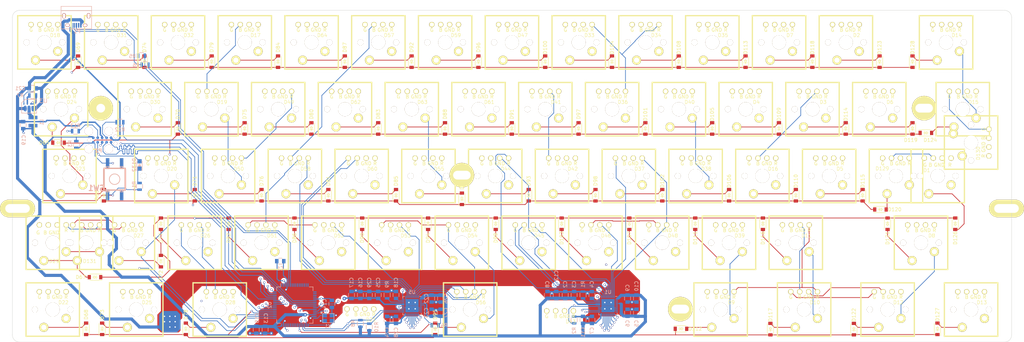
<source format=kicad_pcb>
(kicad_pcb (version 4) (host pcbnew 4.0.1-stable)
  (title_block (title "Project Aurora") (date "17 jul 2013"))
  (layers (0 Front signal) (1 In1.Cu signal) (2 In2.Cu signal) (31 Back signal) (34 B.Paste user) (35 F.Paste user) (36 B.SilkS user) (37 F.SilkS user) (38 B.Mask user) (39 F.Mask user) (44 Edge.Cuts user))
  (net 0 "")
  (net 1 +3V3)
  (net 2 GND)
  (net 3 "Net-(L1-Pad1)")
  (net 4 "Net-(P1-Pad4)")
  (net 5 "Net-(U1-Pad2)")
  (net 6 "Net-(U1-Pad3)")
  (net 7 "Net-(U1-Pad6)")
  (net 8 "Net-(U1-Pad10)")
  (net 9 /LED1B/CB1)
  (net 10 /LED1B/CB2)
  (net 11 /LED1B/CB3)
  (net 12 /LED1B/CB4)
  (net 13 /LED1B/CB5)
  (net 14 /LED1B/CB6)
  (net 15 /LED1B/CB7)
  (net 16 /LED1B/CB8)
  (net 17 /LED1B/CB9)
  (net 18 /LED1A/CA1)
  (net 19 /LED1A/CA2)
  (net 20 /LED1A/CA3)
  (net 21 /LED1A/CA4)
  (net 22 /LED1A/CA5)
  (net 23 /LED1A/CA6)
  (net 24 /LED1A/CA7)
  (net 25 /LED1A/CA8)
  (net 26 /LED1A/CA9)
  (net 27 "Net-(U2-Pad1)")
  (net 28 "Net-(U2-Pad7)")
  (net 29 "Net-(U2-Pad8)")
  (net 30 "Net-(U2-Pad9)")
  (net 31 "Net-(U2-Pad10)")
  (net 32 "Net-(U2-Pad11)")
  (net 33 "Net-(U2-Pad12)")
  (net 34 "Net-(U2-Pad13)")
  (net 35 "Net-(U2-Pad14)")
  (net 36 "Net-(U2-Pad15)")
  (net 37 "Net-(U2-Pad16)")
  (net 38 "Net-(U2-Pad17)")
  (net 39 "Net-(U2-Pad18)")
  (net 40 "Net-(U2-Pad20)")
  (net 41 "Net-(U2-Pad32)")
  (net 42 "Net-(U2-Pad33)")
  (net 43 "Net-(U2-Pad40)")
  (net 44 "Net-(U2-Pad41)")
  (net 45 "Net-(U2-Pad42)")
  (net 46 "Net-(U2-Pad44)")
  (net 47 "Net-(U2-Pad45)")
  (net 48 "Net-(U5-Pad2)")
  (net 49 "Net-(U5-Pad3)")
  (net 50 "Net-(U5-Pad6)")
  (net 51 "Net-(U5-Pad10)")
  (net 52 /LED2B/CB1)
  (net 53 /LED2B/CB2)
  (net 54 /LED2B/CB3)
  (net 55 /LED2B/CB4)
  (net 56 /LED2B/CB5)
  (net 57 /LED2B/CB6)
  (net 58 /LED2B/CB7)
  (net 59 /LED2B/CB8)
  (net 60 /LED2B/CB9)
  (net 61 /LED2A/CA1)
  (net 62 /LED2A/CA2)
  (net 63 /LED2A/CA3)
  (net 64 /LED2A/CA4)
  (net 65 /LED2A/CA5)
  (net 66 /LED2A/CA6)
  (net 67 /LED2A/CA7)
  (net 68 /LED2A/CA8)
  (net 69 /LED2A/CA9)
  (net 70 /5V)
  (net 71 /D-)
  (net 72 /D+)
  (net 73 /SDB)
  (net 74 /INTB)
  (net 75 /SCL)
  (net 76 /SDA)
  (net 77 /Sync)
  (net 78 "Net-(U1-Pad5)")
  (net 79 /Keymatrix/Col1)
  (net 80 /Keymatrix/Col2)
  (net 81 /Keymatrix/Col3)
  (net 82 /Keymatrix/Col4)
  (net 83 /Keymatrix/Row2)
  (net 84 /Keymatrix/Row4)
  (net 85 /Keymatrix/Row5)
  (net 86 /Keymatrix/Row1)
  (net 87 /Keymatrix/Col5)
  (net 88 /Keymatrix/Col6)
  (net 89 /Keymatrix/Col7)
  (net 90 /Keymatrix/Col10)
  (net 91 /Keymatrix/Col8)
  (net 92 /Keymatrix/Col9)
  (net 93 /Keymatrix/Row2Col1)
  (net 94 /Keymatrix/Row3Col1)
  (net 95 /Keymatrix/Row4Col1)
  (net 96 /Keymatrix/Row5Col1)
  (net 97 /Keymatrix/Row1Col1)
  (net 98 /Keymatrix/Row2Col2)
  (net 99 /Keymatrix/Row3Col2)
  (net 100 /Keymatrix/Row4Col2)
  (net 101 /Keymatrix/Row5Col2)
  (net 102 /Keymatrix/Row1Col2)
  (net 103 /Keymatrix/Row2Col3)
  (net 104 /Keymatrix/Row3Col3)
  (net 105 /Keymatrix/Row4Col3)
  (net 106 /Keymatrix/Row5Col3)
  (net 107 /Keymatrix/Row1Col3)
  (net 108 /Keymatrix/Row2Col4)
  (net 109 /Keymatrix/Row3Col4)
  (net 110 /Keymatrix/Row4Col4)
  (net 111 /Keymatrix/Row2Col5)
  (net 112 /Keymatrix/Row1Col4)
  (net 113 /Keymatrix/Row3Col5)
  (net 114 /Keymatrix/Row4Col5)
  (net 115 /Keymatrix/Row1Col5)
  (net 116 /Keymatrix/Row2Col6)
  (net 117 /Keymatrix/Row3Col6)
  (net 118 /Keymatrix/Row4Col6)
  (net 119 /Keymatrix/Row2Col7)
  (net 120 /Keymatrix/Row1Col6)
  (net 121 /Keymatrix/Row3Col7)
  (net 122 /Keymatrix/Row4Col7)
  (net 123 /Keymatrix/Row5Col7)
  (net 124 /Keymatrix/Row1Col7)
  (net 125 /Keymatrix/Row2Col8)
  (net 126 /Keymatrix/Row3Col8)
  (net 127 /Keymatrix/Row4Col8)
  (net 128 /Keymatrix/Row1Col8)
  (net 129 /Keymatrix/Row2Col9)
  (net 130 /Keymatrix/Row3Col9)
  (net 131 /Keymatrix/Row1Col9)
  (net 132 /Keymatrix/Row2Col10)
  (net 133 /Keymatrix/Row3Col10)
  (net 134 /Keymatrix/Row4Col10)
  (net 135 /Keymatrix/Row1Col10)
  (net 136 /Keymatrix/Row4Col9)
  (net 137 /Keymatrix/Row2Col11)
  (net 138 /Keymatrix/Row3Col11)
  (net 139 /Keymatrix/Row4Col11)
  (net 140 /Keymatrix/Row5Col11)
  (net 141 /Keymatrix/Row1Col11)
  (net 142 /Keymatrix/Row2Col12)
  (net 143 /Keymatrix/Row3Col12)
  (net 144 /Keymatrix/Row4Col12)
  (net 145 /Keymatrix/Row5Col12)
  (net 146 /Keymatrix/Row1Col12)
  (net 147 /Keymatrix/Row2Col13)
  (net 148 /Keymatrix/Row3Col13)
  (net 149 /Keymatrix/Row4Col13)
  (net 150 /Keymatrix/Row5Col13)
  (net 151 /Keymatrix/Row1Col13)
  (net 152 /Keymatrix/Row2Col14)
  (net 153 /Keymatrix/Row4Col14)
  (net 154 /Keymatrix/Row5Col14)
  (net 155 /Keymatrix/Row1Col14)
  (net 156 /Keymatrix/Col11)
  (net 157 /Keymatrix/Col12)
  (net 158 /Keymatrix/Col13)
  (net 159 /Keymatrix/Col14)
  (net 160 /Keymatrix/Row3)
  (net 161 /USB-D-)
  (net 162 /USB-D+)
  (net 163 /C_Filt)
  (net 164 /R_Ext)
  (net 165 "Net-(U2-Pad43)")
  (net 166 GNDPWR)
  (net 167 /C_Filt-2)
  (net 168 /R_Ext-2)
  (net 169 "Net-(R12-Pad2)")
  (net 170 "Net-(R13-Pad2)")
  (net 171 /RX0)
  (net 172 /SWD_CLK)
  (net 173 /TX0)
  (net 174 /PTA5)
  (net 175 /SWD_DIO)
  (net 176 /MCU_RESET)
  (net 177 "Net-(D132-Pad1)")
  (net 178 /TX1)
  (net 179 "Net-(U2-Pad2)")
  (net 180 "Net-(U2-Pad39)")
  (net 181 "Net-(R7-Pad2)")
  (module Housings_QFP:LQFP-64_10x10mm_Pitch0.5mm (layer Back) (at 142.856 148.68 270)
    (fp_text reference U2 (at 0 7.2 270) (layer B.SilkS) (effects (justify mirror)))
    (fp_text value Freescale_K20P64M72SF1)
    (pad 1 smd rect (at -5.7 3.75 270) (size 1 0.25) (layers Back B.Paste B.Mask) (net 27 "Net-(U2-Pad1)"))
    (pad 2 smd rect (at -5.7 3.25 270) (size 1 0.25) (layers Back B.Paste B.Mask) (net 179 "Net-(U2-Pad2)"))
    (pad 3 smd rect (at -5.7 2.75 270) (size 1 0.25) (layers Back B.Paste B.Mask) (net 1 +3V3))
    (pad 4 smd rect (at -5.7 2.25 270) (size 1 0.25) (layers Back B.Paste B.Mask) (net 2 GND))
    (pad 5 smd rect (at -5.7 1.75 270) (size 1 0.25) (layers Back B.Paste B.Mask) (net 72 /D+))
    (pad 6 smd rect (at -5.7 1.25 270) (size 1 0.25) (layers Back B.Paste B.Mask) (net 71 /D-))
    (pad 7 smd rect (at -5.7 0.75 270) (size 1 0.25) (layers Back B.Paste B.Mask) (net 28 "Net-(U2-Pad7)"))
    (pad 8 smd rect (at -5.7 0.25 270) (size 1 0.25) (layers Back B.Paste B.Mask) (net 29 "Net-(U2-Pad8)"))
    (pad 9 smd rect (at -5.7 -0.25 270) (size 1 0.25) (layers Back B.Paste B.Mask) (net 30 "Net-(U2-Pad9)"))
    (pad 10 smd rect (at -5.7 -0.75 270) (size 1 0.25) (layers Back B.Paste B.Mask) (net 31 "Net-(U2-Pad10)"))
    (pad 11 smd rect (at -5.7 -1.25 270) (size 1 0.25) (layers Back B.Paste B.Mask) (net 32 "Net-(U2-Pad11)"))
    (pad 12 smd rect (at -5.7 -1.75 270) (size 1 0.25) (layers Back B.Paste B.Mask) (net 33 "Net-(U2-Pad12)"))
    (pad 13 smd rect (at -5.7 -2.25 270) (size 1 0.25) (layers Back B.Paste B.Mask) (net 34 "Net-(U2-Pad13)"))
    (pad 14 smd rect (at -5.7 -2.75 270) (size 1 0.25) (layers Back B.Paste B.Mask) (net 35 "Net-(U2-Pad14)"))
    (pad 15 smd rect (at -5.7 -3.25 270) (size 1 0.25) (layers Back B.Paste B.Mask) (net 36 "Net-(U2-Pad15)"))
    (pad 16 smd rect (at -5.7 -3.75 270) (size 1 0.25) (layers Back B.Paste B.Mask) (net 37 "Net-(U2-Pad16)"))
    (pad 17 smd rect (at -3.75 -5.7 180) (size 1 0.25) (layers Back B.Paste B.Mask) (net 38 "Net-(U2-Pad17)"))
    (pad 18 smd rect (at -3.25 -5.7 180) (size 1 0.25) (layers Back B.Paste B.Mask) (net 39 "Net-(U2-Pad18)"))
    (pad 19 smd rect (at -2.75 -5.7 180) (size 1 0.25) (layers Back B.Paste B.Mask))
    (pad 20 smd rect (at -2.25 -5.7 180) (size 1 0.25) (layers Back B.Paste B.Mask) (net 40 "Net-(U2-Pad20)"))
    (pad 21 smd rect (at -1.75 -5.7 180) (size 1 0.25) (layers Back B.Paste B.Mask) (net 1 +3V3))
    (pad 22 smd rect (at -1.25 -5.7 180) (size 1 0.25) (layers Back B.Paste B.Mask) (net 169 "Net-(R12-Pad2)"))
    (pad 23 smd rect (at -0.75 -5.7 180) (size 1 0.25) (layers Back B.Paste B.Mask) (net 171 /RX0))
    (pad 24 smd rect (at -0.25 -5.7 180) (size 1 0.25) (layers Back B.Paste B.Mask) (net 173 /TX0))
    (pad 25 smd rect (at 0.25 -5.7 180) (size 1 0.25) (layers Back B.Paste B.Mask) (net 170 "Net-(R13-Pad2)"))
    (pad 26 smd rect (at 0.75 -5.7 180) (size 1 0.25) (layers Back B.Paste B.Mask) (net 156 /Keymatrix/Col11))
    (pad 27 smd rect (at 1.25 -5.7 180) (size 1 0.25) (layers Back B.Paste B.Mask) (net 174 /PTA5))
    (pad 28 smd rect (at 1.75 -5.7 180) (size 1 0.25) (layers Back B.Paste B.Mask) (net 157 /Keymatrix/Col12))
    (pad 29 smd rect (at 2.25 -5.7 180) (size 1 0.25) (layers Back B.Paste B.Mask) (net 158 /Keymatrix/Col13))
    (pad 30 smd rect (at 2.75 -5.7 180) (size 1 0.25) (layers Back B.Paste B.Mask) (net 1 +3V3))
    (pad 31 smd rect (at 3.25 -5.7 180) (size 1 0.25) (layers Back B.Paste B.Mask) (net 2 GND))
    (pad 32 smd rect (at 3.75 -5.7 180) (size 1 0.25) (layers Back B.Paste B.Mask) (net 41 "Net-(U2-Pad32)"))
    (pad 33 smd rect (at 5.7 -3.75 270) (size 1 0.25) (layers Back B.Paste B.Mask) (net 42 "Net-(U2-Pad33)"))
    (pad 34 smd rect (at 5.7 -3.25 270) (size 1 0.25) (layers Back B.Paste B.Mask) (net 176 /MCU_RESET))
    (pad 35 smd rect (at 5.7 -2.75 270) (size 1 0.25) (layers Back B.Paste B.Mask) (net 75 /SCL))
    (pad 36 smd rect (at 5.7 -2.25 270) (size 1 0.25) (layers Back B.Paste B.Mask) (net 76 /SDA))
    (pad 37 smd rect (at 5.7 -1.75 270) (size 1 0.25) (layers Back B.Paste B.Mask) (net 73 /SDB))
    (pad 38 smd rect (at 5.7 -1.25 270) (size 1 0.25) (layers Back B.Paste B.Mask) (net 74 /INTB))
    (pad 39 smd rect (at 5.7 -0.75 270) (size 1 0.25) (layers Back B.Paste B.Mask) (net 180 "Net-(U2-Pad39)"))
    (pad 40 smd rect (at 5.7 -0.25 270) (size 1 0.25) (layers Back B.Paste B.Mask) (net 43 "Net-(U2-Pad40)"))
    (pad 41 smd rect (at 5.7 0.25 270) (size 1 0.25) (layers Back B.Paste B.Mask) (net 44 "Net-(U2-Pad41)"))
    (pad 42 smd rect (at 5.7 0.75 270) (size 1 0.25) (layers Back B.Paste B.Mask) (net 45 "Net-(U2-Pad42)"))
    (pad 43 smd rect (at 5.7 1.25 270) (size 1 0.25) (layers Back B.Paste B.Mask) (net 165 "Net-(U2-Pad43)"))
    (pad 44 smd rect (at 5.7 1.75 270) (size 1 0.25) (layers Back B.Paste B.Mask) (net 46 "Net-(U2-Pad44)"))
    (pad 45 smd rect (at 5.7 2.25 270) (size 1 0.25) (layers Back B.Paste B.Mask) (net 47 "Net-(U2-Pad45)"))
    (pad 46 smd rect (at 5.7 2.75 270) (size 1 0.25) (layers Back B.Paste B.Mask) (net 159 /Keymatrix/Col14))
    (pad 47 smd rect (at 5.7 3.25 270) (size 1 0.25) (layers Back B.Paste B.Mask) (net 2 GND))
    (pad 48 smd rect (at 5.7 3.75 270) (size 1 0.25) (layers Back B.Paste B.Mask) (net 1 +3V3))
    (pad 49 smd rect (at 3.75 5.7 180) (size 1 0.25) (layers Back B.Paste B.Mask) (net 79 /Keymatrix/Col1))
    (pad 50 smd rect (at 3.25 5.7 180) (size 1 0.25) (layers Back B.Paste B.Mask) (net 80 /Keymatrix/Col2))
    (pad 51 smd rect (at 2.75 5.7 180) (size 1 0.25) (layers Back B.Paste B.Mask) (net 81 /Keymatrix/Col3))
    (pad 52 smd rect (at 2.25 5.7 180) (size 1 0.25) (layers Back B.Paste B.Mask) (net 85 /Keymatrix/Row5))
    (pad 53 smd rect (at 1.75 5.7 180) (size 1 0.25) (layers Back B.Paste B.Mask) (net 84 /Keymatrix/Row4))
    (pad 54 smd rect (at 1.25 5.7 180) (size 1 0.25) (layers Back B.Paste B.Mask) (net 160 /Keymatrix/Row3))
    (pad 55 smd rect (at 0.75 5.7 180) (size 1 0.25) (layers Back B.Paste B.Mask) (net 83 /Keymatrix/Row2))
    (pad 56 smd rect (at 0.25 5.7 180) (size 1 0.25) (layers Back B.Paste B.Mask) (net 86 /Keymatrix/Row1))
    (pad 57 smd rect (at -0.25 5.7 180) (size 1 0.25) (layers Back B.Paste B.Mask) (net 90 /Keymatrix/Col10))
    (pad 58 smd rect (at -0.75 5.7 180) (size 1 0.25) (layers Back B.Paste B.Mask) (net 92 /Keymatrix/Col9))
    (pad 59 smd rect (at -1.25 5.7 180) (size 1 0.25) (layers Back B.Paste B.Mask) (net 91 /Keymatrix/Col8))
    (pad 60 smd rect (at -1.75 5.7 180) (size 1 0.25) (layers Back B.Paste B.Mask) (net 178 /TX1))
    (pad 61 smd rect (at -2.25 5.7 180) (size 1 0.25) (layers Back B.Paste B.Mask) (net 82 /Keymatrix/Col4))
    (pad 62 smd rect (at -2.75 5.7 180) (size 1 0.25) (layers Back B.Paste B.Mask) (net 87 /Keymatrix/Col5))
    (pad 63 smd rect (at -3.25 5.7 180) (size 1 0.25) (layers Back B.Paste B.Mask) (net 88 /Keymatrix/Col6))
    (pad 64 smd rect (at -3.75 5.7 180) (size 1 0.25) (layers Back B.Paste B.Mask) (net 89 /Keymatrix/Col7))
  )
  (module PKRH (layer Front) (at 190.49 111.62)
    (fp_text reference empty2 hide)
    (fp_text value "" hide)
    (pad 1 thru_hole circle (at 0 0) (size 7.00024 7.00024) (drill oval 5.00126 2.49936) (layers *.Cu *.Mask F.SilkS))
  )
  (module PKRHSL (layer Front) (at 63.7489 121.121)
    (fp_text reference empty3 hide)
    (fp_text value "" hide)
    (pad 1 thru_hole oval (at 0 0) (size 9.99998 5.00126) (drill oval 7.00024 2.49936) (layers *.Cu *.Mask F.SilkS))
  )
  (module PKRHSL (layer Front) (at 345.831 121.121)
    (fp_text reference empty4 hide)
    (fp_text value "" hide)
    (pad 1 thru_hole oval (at 0 0) (size 9.99998 5.00126) (drill oval 7.00024 2.49936) (layers *.Cu *.Mask F.SilkS))
  )
  (module PKRH (layer Front) (at 252.789 149.821)
    (fp_text reference empty5 hide)
    (fp_text value "" hide)
    (pad 1 thru_hole circle (at 0 0) (size 7.00024 7.00024) (drill oval 5.00126 2.49936) (layers *.Cu *.Mask F.SilkS))
  )
  (module PKRH (layer Front) (at 322.34 92.5208)
    (fp_text reference empty6 hide)
    (fp_text value "" hide)
    (pad 1 thru_hole circle (at 0 0) (size 7.00024 7.00024) (drill oval 5.00126 2.49936) (layers *.Cu *.Mask F.SilkS))
  )
  (module Connect:USB_Micro-B (layer Back) (at 80.518 67.31)
    (fp_text reference P1 (at 0.254 3.302) (layer B.SilkS) (effects (justify mirror)))
    (fp_text value USB_OTG)
    (pad 1 smd rect (at -1.3009 1.56254 270) (size 1.35 0.4) (layers Back B.Paste B.Mask) (net 70 /5V))
    (pad 2 smd rect (at -0.6509 1.56254 270) (size 1.35 0.4) (layers Back B.Paste B.Mask) (net 161 /USB-D-))
    (pad 3 smd rect (at -0.0009 1.56254 270) (size 1.35 0.4) (layers Back B.Paste B.Mask) (net 162 /USB-D+))
    (pad 4 smd rect (at 0.6491 1.56254 270) (size 1.35 0.4) (layers Back B.Paste B.Mask) (net 4 "Net-(P1-Pad4)"))
    (pad 5 smd rect (at 1.2991 1.56254 270) (size 1.35 0.4) (layers Back B.Paste B.Mask) (net 2 GND))
    (pad 6 thru_hole oval (at -2.5009 1.56254 270) (size 0.95 1.25) (drill oval 0.55 0.85) (layers *.Cu *.Mask B.SilkS) (net 166 GNDPWR))
    (pad 6 thru_hole oval (at 2.4991 1.56254 270) (size 0.95 1.25) (drill oval 0.55 0.85) (layers *.Cu *.Mask B.SilkS) (net 166 GNDPWR))
    (pad 6 thru_hole oval (at -3.5009 -1.13746 270) (size 1.55 1) (drill oval 1.15 0.5) (layers *.Cu *.Mask B.SilkS) (net 166 GNDPWR))
    (pad 6 thru_hole oval (at 3.4991 -1.13746 270) (size 1.55 1) (drill oval 1.15 0.5) (layers *.Cu *.Mask B.SilkS) (net 166 GNDPWR))
  )
  (module mx2a:KSEM31GLFS (layer Back) (at 91.44 112.776 270)
    (fp_text reference SW1 (at 2.54 5.207 540) (layer B.SilkS) (effects (font (thickness 0.3048)) (justify mirror)))
    (fp_text value Reset hide)
    (pad 1 smd rect (at -4.45 2.0015 270) (size 3.1 1) (layers Back B.Paste B.Mask) (net 176 /MCU_RESET))
    (pad 4 smd rect (at 4.45 -1.999 270) (size 3.1 1) (layers Back B.Paste B.Mask))
    (pad 2 smd rect (at 4.45 1.999 270) (size 3.1 1) (layers Back B.Paste B.Mask) (net 2 GND))
    (pad 3 smd rect (at -4.45 -1.999 270) (size 3.1 1) (layers Back B.Paste B.Mask))
  )
  (module Crystals:crystal_FA238-TSX3225 (layer Back) (at 152.4 152.4)
    (fp_text reference X1 (at -0.1 2.3) (layer B.SilkS) (effects (justify mirror)))
    (fp_text value CRYSTAL_SMD)
    (pad 1 smd rect (at -1.1 -0.8) (size 1.4 1.2) (layers Back B.Paste B.Mask) (net 41 "Net-(U2-Pad32)"))
    (pad 3 smd rect (at 1.1 -0.8) (size 1.4 1.2) (layers Back B.Paste B.Mask) (net 2 GND))
    (pad 3 smd rect (at -1.1 0.8) (size 1.4 1.2) (layers Back B.Paste B.Mask) (net 2 GND))
    (pad 2 smd rect (at 1.1 0.8) (size 1.4 1.2) (layers Back B.Paste B.Mask) (net 42 "Net-(U2-Pad33)"))
  )
  (module mx2a:PKRHC (layer Front) (at 87.4878 92.522)
    (fp_text reference U6 hide)
    (fp_text value Case-Ground hide)
    (pad 1 thru_hole circle (at 0 0) (size 7.0013 7.0013) (drill 2.4994) (layers *.Cu *.Mask F.SilkS) (net 166 GNDPWR))
  )
  (module mx2a:JLINK_NEEDLE (layer Back) (at 87.884 101.6)
    (fp_text reference P2 (at -1.016 3.048) (layer B.SilkS) (effects (font (thickness 0.2)) (justify mirror)))
    (fp_text value FLASH_HDR hide)
    (pad 8 smd circle (at 0 0.635) (size 0.7874 0.7874) (layers Back B.Mask) (net 171 /RX0))
    (pad 3 smd circle (at 0 -0.635) (size 0.7874 0.7874) (layers Back B.Mask) (net 2 GND))
    (pad 7 smd circle (at 1.27 0.635) (size 0.7874 0.7874) (layers Back B.Mask) (net 178 /TX1))
    (pad 4 smd circle (at 1.27 -0.635) (size 0.7874 0.7874) (layers Back B.Mask) (net 172 /SWD_CLK))
    (pad 5 smd circle (at 2.54 -0.635) (size 0.7874 0.7874) (layers Back B.Mask) (net 70 /5V))
    (pad 6 smd circle (at 2.54 0.635) (size 0.7874 0.7874) (layers Back B.Mask) (net 173 /TX0))
    (pad 9 smd circle (at -1.27 0.635) (size 0.7874 0.7874) (layers Back B.Mask) (net 174 /PTA5))
    (pad 2 smd circle (at -1.27 -0.635) (size 0.7874 0.7874) (layers Back B.Mask) (net 175 /SWD_DIO))
    (pad 10 smd circle (at -2.54 0.635) (size 0.7874 0.7874) (layers Back B.Mask) (net 176 /MCU_RESET))
    (pad 1 smd circle (at -2.54 -0.635) (size 0.7874 0.7874) (layers Back B.Mask) (net 1 +3V3))
    (pad "" np_thru_hole circle (at -3.81 0) (size 0.99061 0.99061) (drill 0.9906) (layers *.Cu *.Mask B.SilkS))
    (pad "" np_thru_hole circle (at 3.81 1.016) (size 0.99061 0.99061) (drill 0.9906) (layers *.Cu *.Mask B.SilkS))
    (pad "" np_thru_hole circle (at 3.81 -1.016) (size 0.99061 0.99061) (drill 0.9906) (layers *.Cu *.Mask B.SilkS))
    (pad "" np_thru_hole circle (at -3.81 2.54) (size 2.37491 2.37491) (drill 2.3749) (layers *.Cu *.Mask B.SilkS))
    (pad "" np_thru_hole circle (at 1.905 2.54) (size 2.37491 2.37491) (drill 2.3749) (layers *.Cu *.Mask B.SilkS))
    (pad "" np_thru_hole circle (at -3.81 -2.54) (size 2.37491 2.37491) (drill 2.3749) (layers *.Cu *.Mask B.SilkS))
    (pad "" np_thru_hole circle (at 1.905 -2.54) (size 2.37491 2.37491) (drill 2.3749) (layers *.Cu *.Mask B.SilkS))
  )
  (module LEDs:LED_0805 (layer Back) (at 98.552 108.712 90)
    (fp_text reference D132 (at 0 -1.524 90) (layer B.SilkS) (effects (justify mirror)))
    (fp_text value LED)
    (pad 2 smd rect (at 1.04902 0 270) (size 1.19888 1.19888) (layers Back B.Paste B.Mask) (net 174 /PTA5))
    (pad 1 smd rect (at -1.04902 0 270) (size 1.19888 1.19888) (layers Back B.Paste B.Mask) (net 177 "Net-(D132-Pad1)"))
  )
  (module Housings_DFN_QFN:UQFN-40-1EP_5x5mm_Pitch0.4mm (layer Back) (at 232.156 148.844 180)
    (fp_text reference U1 (at 0 3.875 180) (layer B.SilkS) (effects (justify mirror)))
    (fp_text value IS31FL3732)
    (pad 1 smd rect (at -2.5 1.8 180) (size 0.75 0.2) (layers Back B.Paste B.Mask) (net 1 +3V3))
    (pad 2 smd rect (at -2.5 1.4 180) (size 0.75 0.2) (layers Back B.Paste B.Mask) (net 5 "Net-(U1-Pad2)"))
    (pad 3 smd rect (at -2.5 1 180) (size 0.75 0.2) (layers Back B.Paste B.Mask) (net 6 "Net-(U1-Pad3)"))
    (pad 4 smd rect (at -2.5 0.6 180) (size 0.75 0.2) (layers Back B.Paste B.Mask) (net 1 +3V3))
    (pad 5 smd rect (at -2.5 0.2 180) (size 0.75 0.2) (layers Back B.Paste B.Mask) (net 78 "Net-(U1-Pad5)"))
    (pad 6 smd rect (at -2.5 -0.2 180) (size 0.75 0.2) (layers Back B.Paste B.Mask) (net 7 "Net-(U1-Pad6)"))
    (pad 7 smd rect (at -2.5 -0.6 180) (size 0.75 0.2) (layers Back B.Paste B.Mask) (net 2 GND))
    (pad 8 smd rect (at -2.5 -1 180) (size 0.75 0.2) (layers Back B.Paste B.Mask) (net 2 GND))
    (pad 9 smd rect (at -2.5 -1.4 180) (size 0.75 0.2) (layers Back B.Paste B.Mask) (net 2 GND))
    (pad 10 smd rect (at -2.5 -1.8 180) (size 0.75 0.2) (layers Back B.Paste B.Mask) (net 8 "Net-(U1-Pad10)"))
    (pad 11 smd rect (at -1.8 -2.5 90) (size 0.75 0.2) (layers Back B.Paste B.Mask) (net 9 /LED1B/CB1))
    (pad 12 smd rect (at -1.4 -2.5 90) (size 0.75 0.2) (layers Back B.Paste B.Mask) (net 10 /LED1B/CB2))
    (pad 13 smd rect (at -1 -2.5 90) (size 0.75 0.2) (layers Back B.Paste B.Mask) (net 11 /LED1B/CB3))
    (pad 14 smd rect (at -0.6 -2.5 90) (size 0.75 0.2) (layers Back B.Paste B.Mask) (net 12 /LED1B/CB4))
    (pad 15 smd rect (at -0.2 -2.5 90) (size 0.75 0.2) (layers Back B.Paste B.Mask) (net 13 /LED1B/CB5))
    (pad 16 smd rect (at 0.2 -2.5 90) (size 0.75 0.2) (layers Back B.Paste B.Mask) (net 14 /LED1B/CB6))
    (pad 17 smd rect (at 0.6 -2.5 90) (size 0.75 0.2) (layers Back B.Paste B.Mask) (net 15 /LED1B/CB7))
    (pad 18 smd rect (at 1 -2.5 90) (size 0.75 0.2) (layers Back B.Paste B.Mask) (net 16 /LED1B/CB8))
    (pad 19 smd rect (at 1.4 -2.5 90) (size 0.75 0.2) (layers Back B.Paste B.Mask) (net 17 /LED1B/CB9))
    (pad 20 smd rect (at 1.8 -2.5 90) (size 0.75 0.2) (layers Back B.Paste B.Mask) (net 1 +3V3))
    (pad 21 smd rect (at 2.5 -1.8 180) (size 0.75 0.2) (layers Back B.Paste B.Mask) (net 76 /SDA))
    (pad 22 smd rect (at 2.5 -1.4 180) (size 0.75 0.2) (layers Back B.Paste B.Mask) (net 75 /SCL))
    (pad 23 smd rect (at 2.5 -1 180) (size 0.75 0.2) (layers Back B.Paste B.Mask) (net 2 GND))
    (pad 24 smd rect (at 2.5 -0.6 180) (size 0.75 0.2) (layers Back B.Paste B.Mask) (net 2 GND))
    (pad 25 smd rect (at 2.5 -0.2 180) (size 0.75 0.2) (layers Back B.Paste B.Mask) (net 73 /SDB))
    (pad 26 smd rect (at 2.5 0.2 180) (size 0.75 0.2) (layers Back B.Paste B.Mask) (net 1 +3V3))
    (pad 27 smd rect (at 2.5 0.6 180) (size 0.75 0.2) (layers Back B.Paste B.Mask) (net 1 +3V3))
    (pad 28 smd rect (at 2.5 1 180) (size 0.75 0.2) (layers Back B.Paste B.Mask) (net 164 /R_Ext))
    (pad 29 smd rect (at 2.5 1.4 180) (size 0.75 0.2) (layers Back B.Paste B.Mask) (net 163 /C_Filt))
    (pad 30 smd rect (at 2.5 1.8 180) (size 0.75 0.2) (layers Back B.Paste B.Mask) (net 77 /Sync))
    (pad 31 smd rect (at 1.8 2.5 90) (size 0.75 0.2) (layers Back B.Paste B.Mask) (net 2 GND))
    (pad 32 smd rect (at 1.4 2.5 90) (size 0.75 0.2) (layers Back B.Paste B.Mask) (net 18 /LED1A/CA1))
    (pad 33 smd rect (at 1 2.5 90) (size 0.75 0.2) (layers Back B.Paste B.Mask) (net 19 /LED1A/CA2))
    (pad 34 smd rect (at 0.6 2.5 90) (size 0.75 0.2) (layers Back B.Paste B.Mask) (net 20 /LED1A/CA3))
    (pad 35 smd rect (at 0.2 2.5 90) (size 0.75 0.2) (layers Back B.Paste B.Mask) (net 21 /LED1A/CA4))
    (pad 36 smd rect (at -0.2 2.5 90) (size 0.75 0.2) (layers Back B.Paste B.Mask) (net 22 /LED1A/CA5))
    (pad 37 smd rect (at -0.6 2.5 90) (size 0.75 0.2) (layers Back B.Paste B.Mask) (net 23 /LED1A/CA6))
    (pad 38 smd rect (at -1 2.5 90) (size 0.75 0.2) (layers Back B.Paste B.Mask) (net 24 /LED1A/CA7))
    (pad 39 smd rect (at -1.4 2.5 90) (size 0.75 0.2) (layers Back B.Paste B.Mask) (net 25 /LED1A/CA8))
    (pad 40 smd rect (at -1.8 2.5 90) (size 0.75 0.2) (layers Back B.Paste B.Mask) (net 26 /LED1A/CA9))
    (pad 41 smd rect (at 0.95 -0.95 180) (size 1.9 1.9) (layers Back B.Paste B.Mask) (net 2 GND))
    (pad 41 smd rect (at 0.95 0.95 180) (size 1.9 1.9) (layers Back B.Paste B.Mask) (net 2 GND))
    (pad 41 smd rect (at -0.95 -0.95 180) (size 1.9 1.9) (layers Back B.Paste B.Mask) (net 2 GND))
    (pad 41 smd rect (at -0.95 0.95 180) (size 1.9 1.9) (layers Back B.Paste B.Mask) (net 2 GND))
  )
  (module Housings_DFN_QFN:UQFN-40-1EP_5x5mm_Pitch0.4mm (layer Back) (at 176.276 148.844 180)
    (fp_text reference U5 (at 0 3.875 180) (layer B.SilkS) (effects (justify mirror)))
    (fp_text value IS31FL3732)
    (pad 1 smd rect (at -2.5 1.8 180) (size 0.75 0.2) (layers Back B.Paste B.Mask) (net 1 +3V3))
    (pad 2 smd rect (at -2.5 1.4 180) (size 0.75 0.2) (layers Back B.Paste B.Mask) (net 48 "Net-(U5-Pad2)"))
    (pad 3 smd rect (at -2.5 1 180) (size 0.75 0.2) (layers Back B.Paste B.Mask) (net 49 "Net-(U5-Pad3)"))
    (pad 4 smd rect (at -2.5 0.6 180) (size 0.75 0.2) (layers Back B.Paste B.Mask) (net 1 +3V3))
    (pad 5 smd rect (at -2.5 0.2 180) (size 0.75 0.2) (layers Back B.Paste B.Mask) (net 74 /INTB))
    (pad 6 smd rect (at -2.5 -0.2 180) (size 0.75 0.2) (layers Back B.Paste B.Mask) (net 50 "Net-(U5-Pad6)"))
    (pad 7 smd rect (at -2.5 -0.6 180) (size 0.75 0.2) (layers Back B.Paste B.Mask) (net 2 GND))
    (pad 8 smd rect (at -2.5 -1 180) (size 0.75 0.2) (layers Back B.Paste B.Mask) (net 2 GND))
    (pad 9 smd rect (at -2.5 -1.4 180) (size 0.75 0.2) (layers Back B.Paste B.Mask) (net 2 GND))
    (pad 10 smd rect (at -2.5 -1.8 180) (size 0.75 0.2) (layers Back B.Paste B.Mask) (net 51 "Net-(U5-Pad10)"))
    (pad 11 smd rect (at -1.8 -2.5 90) (size 0.75 0.2) (layers Back B.Paste B.Mask) (net 52 /LED2B/CB1))
    (pad 12 smd rect (at -1.4 -2.5 90) (size 0.75 0.2) (layers Back B.Paste B.Mask) (net 53 /LED2B/CB2))
    (pad 13 smd rect (at -1 -2.5 90) (size 0.75 0.2) (layers Back B.Paste B.Mask) (net 54 /LED2B/CB3))
    (pad 14 smd rect (at -0.6 -2.5 90) (size 0.75 0.2) (layers Back B.Paste B.Mask) (net 55 /LED2B/CB4))
    (pad 15 smd rect (at -0.2 -2.5 90) (size 0.75 0.2) (layers Back B.Paste B.Mask) (net 56 /LED2B/CB5))
    (pad 16 smd rect (at 0.2 -2.5 90) (size 0.75 0.2) (layers Back B.Paste B.Mask) (net 57 /LED2B/CB6))
    (pad 17 smd rect (at 0.6 -2.5 90) (size 0.75 0.2) (layers Back B.Paste B.Mask) (net 58 /LED2B/CB7))
    (pad 18 smd rect (at 1 -2.5 90) (size 0.75 0.2) (layers Back B.Paste B.Mask) (net 59 /LED2B/CB8))
    (pad 19 smd rect (at 1.4 -2.5 90) (size 0.75 0.2) (layers Back B.Paste B.Mask) (net 60 /LED2B/CB9))
    (pad 20 smd rect (at 1.8 -2.5 90) (size 0.75 0.2) (layers Back B.Paste B.Mask) (net 1 +3V3))
    (pad 21 smd rect (at 2.5 -1.8 180) (size 0.75 0.2) (layers Back B.Paste B.Mask) (net 76 /SDA))
    (pad 22 smd rect (at 2.5 -1.4 180) (size 0.75 0.2) (layers Back B.Paste B.Mask) (net 75 /SCL))
    (pad 23 smd rect (at 2.5 -1 180) (size 0.75 0.2) (layers Back B.Paste B.Mask) (net 1 +3V3))
    (pad 24 smd rect (at 2.5 -0.6 180) (size 0.75 0.2) (layers Back B.Paste B.Mask) (net 2 GND))
    (pad 25 smd rect (at 2.5 -0.2 180) (size 0.75 0.2) (layers Back B.Paste B.Mask) (net 73 /SDB))
    (pad 26 smd rect (at 2.5 0.2 180) (size 0.75 0.2) (layers Back B.Paste B.Mask) (net 1 +3V3))
    (pad 27 smd rect (at 2.5 0.6 180) (size 0.75 0.2) (layers Back B.Paste B.Mask) (net 1 +3V3))
    (pad 28 smd rect (at 2.5 1 180) (size 0.75 0.2) (layers Back B.Paste B.Mask) (net 168 /R_Ext-2))
    (pad 29 smd rect (at 2.5 1.4 180) (size 0.75 0.2) (layers Back B.Paste B.Mask) (net 167 /C_Filt-2))
    (pad 30 smd rect (at 2.5 1.8 180) (size 0.75 0.2) (layers Back B.Paste B.Mask) (net 77 /Sync))
    (pad 31 smd rect (at 1.8 2.5 90) (size 0.75 0.2) (layers Back B.Paste B.Mask) (net 2 GND))
    (pad 32 smd rect (at 1.4 2.5 90) (size 0.75 0.2) (layers Back B.Paste B.Mask) (net 61 /LED2A/CA1))
    (pad 33 smd rect (at 1 2.5 90) (size 0.75 0.2) (layers Back B.Paste B.Mask) (net 62 /LED2A/CA2))
    (pad 34 smd rect (at 0.6 2.5 90) (size 0.75 0.2) (layers Back B.Paste B.Mask) (net 63 /LED2A/CA3))
    (pad 35 smd rect (at 0.2 2.5 90) (size 0.75 0.2) (layers Back B.Paste B.Mask) (net 64 /LED2A/CA4))
    (pad 36 smd rect (at -0.2 2.5 90) (size 0.75 0.2) (layers Back B.Paste B.Mask) (net 65 /LED2A/CA5))
    (pad 37 smd rect (at -0.6 2.5 90) (size 0.75 0.2) (layers Back B.Paste B.Mask) (net 66 /LED2A/CA6))
    (pad 38 smd rect (at -1 2.5 90) (size 0.75 0.2) (layers Back B.Paste B.Mask) (net 67 /LED2A/CA7))
    (pad 39 smd rect (at -1.4 2.5 90) (size 0.75 0.2) (layers Back B.Paste B.Mask) (net 68 /LED2A/CA8))
    (pad 40 smd rect (at -1.8 2.5 90) (size 0.75 0.2) (layers Back B.Paste B.Mask) (net 69 /LED2A/CA9))
    (pad 41 smd rect (at 0.95 -0.95 180) (size 1.9 1.9) (layers Back B.Paste B.Mask) (net 2 GND))
    (pad 41 smd rect (at 0.95 0.95 180) (size 1.9 1.9) (layers Back B.Paste B.Mask) (net 2 GND))
    (pad 41 smd rect (at -0.95 -0.95 180) (size 1.9 1.9) (layers Back B.Paste B.Mask) (net 2 GND))
    (pad 41 smd rect (at -0.95 0.95 180) (size 1.9 1.9) (layers Back B.Paste B.Mask) (net 2 GND))
  )
  (module mx2a:MX1A (layer Front) (at 76.1808 92.8 180)
    (fp_text reference SW2 hide)
    (fp_text value SW_PUSH hide)
    (pad 0 thru_hole circle (at 0 0 180) (size 3.98018 3.98018) (drill 3.98018) (layers *.Cu *.Mask F.SilkS))
    (pad 2 thru_hole circle (at 2.54 -5.08 180) (size 2.6 2.6) (drill 1.5011) (layers *.Cu *.Mask F.SilkS) (net 93 /Keymatrix/Row2Col1))
    (pad 1 thru_hole circle (at -3.81 -2.54 180) (size 2.6 2.6) (drill 1.5011) (layers *.Cu *.Mask F.SilkS) (net 79 /Keymatrix/Col1))
    (pad "" thru_hole circle (at -5.08 0 180) (size 1.69926 1.69926) (drill 1.69926) (layers *.Cu *.Mask F.SilkS))
    (pad "" thru_hole circle (at 5.08 0 180) (size 1.69926 1.69926) (drill 1.69926) (layers *.Cu *.Mask F.SilkS))
  )
  (module mx2a:MX1A (layer Front) (at 78.5624 111.85 180)
    (fp_text reference SW3 hide)
    (fp_text value SW_PUSH hide)
    (pad 0 thru_hole circle (at 0 0 180) (size 3.98018 3.98018) (drill 3.98018) (layers *.Cu *.Mask F.SilkS))
    (pad 2 thru_hole circle (at 2.54 -5.08 180) (size 2.6 2.6) (drill 1.5011) (layers *.Cu *.Mask F.SilkS) (net 94 /Keymatrix/Row3Col1))
    (pad 1 thru_hole circle (at -3.81 -2.54 180) (size 2.6 2.6) (drill 1.5011) (layers *.Cu *.Mask F.SilkS) (net 79 /Keymatrix/Col1))
    (pad "" thru_hole circle (at -5.08 0 180) (size 1.69926 1.69926) (drill 1.69926) (layers *.Cu *.Mask F.SilkS))
    (pad "" thru_hole circle (at 5.08 0 180) (size 1.69926 1.69926) (drill 1.69926) (layers *.Cu *.Mask F.SilkS))
  )
  (module mx2a:MX1A (layer Front) (at 73.7995 130.9 180)
    (fp_text reference SW4 hide)
    (fp_text value SW_PUSH hide)
    (pad 0 thru_hole circle (at 0 0 180) (size 3.98018 3.98018) (drill 3.98018) (layers *.Cu *.Mask F.SilkS))
    (pad 2 thru_hole circle (at 2.54 -5.08 180) (size 2.6 2.6) (drill 1.5011) (layers *.Cu *.Mask F.SilkS) (net 95 /Keymatrix/Row4Col1))
    (pad 1 thru_hole circle (at -3.81 -2.54 180) (size 2.6 2.6) (drill 1.5011) (layers *.Cu *.Mask F.SilkS) (net 79 /Keymatrix/Col1))
    (pad "" thru_hole circle (at -5.08 0 180) (size 1.69926 1.69926) (drill 1.69926) (layers *.Cu *.Mask F.SilkS))
    (pad "" thru_hole circle (at 5.08 0 180) (size 1.69926 1.69926) (drill 1.69926) (layers *.Cu *.Mask F.SilkS))
  )
  (module mx2a:MX1A (layer Front) (at 73.7897 149.95 180)
    (fp_text reference SW5 hide)
    (fp_text value SW_PUSH hide)
    (pad 0 thru_hole circle (at 0 0 180) (size 3.98018 3.98018) (drill 3.98018) (layers *.Cu *.Mask F.SilkS))
    (pad 2 thru_hole circle (at 2.54 -5.08 180) (size 2.6 2.6) (drill 1.5011) (layers *.Cu *.Mask F.SilkS) (net 96 /Keymatrix/Row5Col1))
    (pad 1 thru_hole circle (at -3.81 -2.54 180) (size 2.6 2.6) (drill 1.5011) (layers *.Cu *.Mask F.SilkS) (net 79 /Keymatrix/Col1))
    (pad "" thru_hole circle (at -5.08 0 180) (size 1.69926 1.69926) (drill 1.69926) (layers *.Cu *.Mask F.SilkS))
    (pad "" thru_hole circle (at 5.08 0 180) (size 1.69926 1.69926) (drill 1.69926) (layers *.Cu *.Mask F.SilkS))
  )
  (module mx2a:MX1A (layer Front) (at 71.4183 73.75 180)
    (fp_text reference SW6 hide)
    (fp_text value SW_PUSH hide)
    (pad 0 thru_hole circle (at 0 0 180) (size 3.98018 3.98018) (drill 3.98018) (layers *.Cu *.Mask F.SilkS))
    (pad 2 thru_hole circle (at 2.54 -5.08 180) (size 2.6 2.6) (drill 1.5011) (layers *.Cu *.Mask F.SilkS) (net 97 /Keymatrix/Row1Col1))
    (pad 1 thru_hole circle (at -3.81 -2.54 180) (size 2.6 2.6) (drill 1.5011) (layers *.Cu *.Mask F.SilkS) (net 79 /Keymatrix/Col1))
    (pad "" thru_hole circle (at -5.08 0 180) (size 1.69926 1.69926) (drill 1.69926) (layers *.Cu *.Mask F.SilkS))
    (pad "" thru_hole circle (at 5.08 0 180) (size 1.69926 1.69926) (drill 1.69926) (layers *.Cu *.Mask F.SilkS))
  )
  (module mx2a:MX1A (layer Front) (at 100 92.8 180)
    (fp_text reference SW7 hide)
    (fp_text value SW_PUSH hide)
    (pad 0 thru_hole circle (at 0 0 180) (size 3.98018 3.98018) (drill 3.98018) (layers *.Cu *.Mask F.SilkS))
    (pad 2 thru_hole circle (at 2.54 -5.08 180) (size 2.6 2.6) (drill 1.5011) (layers *.Cu *.Mask F.SilkS) (net 98 /Keymatrix/Row2Col2))
    (pad 1 thru_hole circle (at -3.81 -2.54 180) (size 2.6 2.6) (drill 1.5011) (layers *.Cu *.Mask F.SilkS) (net 80 /Keymatrix/Col2))
    (pad "" thru_hole circle (at -5.08 0 180) (size 1.69926 1.69926) (drill 1.69926) (layers *.Cu *.Mask F.SilkS))
    (pad "" thru_hole circle (at 5.08 0 180) (size 1.69926 1.69926) (drill 1.69926) (layers *.Cu *.Mask F.SilkS))
  )
  (module mx2a:MX1A (layer Front) (at 104.756 111.85 180)
    (fp_text reference SW8 hide)
    (fp_text value SW_PUSH hide)
    (pad 0 thru_hole circle (at 0 0 180) (size 3.98018 3.98018) (drill 3.98018) (layers *.Cu *.Mask F.SilkS))
    (pad 2 thru_hole circle (at 2.54 -5.08 180) (size 2.6 2.6) (drill 1.5011) (layers *.Cu *.Mask F.SilkS) (net 99 /Keymatrix/Row3Col2))
    (pad 1 thru_hole circle (at -3.81 -2.54 180) (size 2.6 2.6) (drill 1.5011) (layers *.Cu *.Mask F.SilkS) (net 80 /Keymatrix/Col2))
    (pad "" thru_hole circle (at -5.08 0 180) (size 1.69926 1.69926) (drill 1.69926) (layers *.Cu *.Mask F.SilkS))
    (pad "" thru_hole circle (at 5.08 0 180) (size 1.69926 1.69926) (drill 1.69926) (layers *.Cu *.Mask F.SilkS))
  )
  (module mx2a:MX1A (layer Front) (at 95.2308 130.9 180)
    (fp_text reference SW9 hide)
    (fp_text value SW_PUSH hide)
    (pad 0 thru_hole circle (at 0 0 180) (size 3.98018 3.98018) (drill 3.98018) (layers *.Cu *.Mask F.SilkS))
    (pad 2 thru_hole circle (at 2.54 -5.08 180) (size 2.6 2.6) (drill 1.5011) (layers *.Cu *.Mask F.SilkS) (net 100 /Keymatrix/Row4Col2))
    (pad 1 thru_hole circle (at -3.81 -2.54 180) (size 2.6 2.6) (drill 1.5011) (layers *.Cu *.Mask F.SilkS) (net 80 /Keymatrix/Col2))
    (pad "" thru_hole circle (at -5.08 0 180) (size 1.69926 1.69926) (drill 1.69926) (layers *.Cu *.Mask F.SilkS))
    (pad "" thru_hole circle (at 5.08 0 180) (size 1.69926 1.69926) (drill 1.69926) (layers *.Cu *.Mask F.SilkS))
  )
  (module mx2a:MX1A (layer Front) (at 97.612 149.95 180)
    (fp_text reference SW10 hide)
    (fp_text value SW_PUSH hide)
    (pad 0 thru_hole circle (at 0 0 180) (size 3.98018 3.98018) (drill 3.98018) (layers *.Cu *.Mask F.SilkS))
    (pad 2 thru_hole circle (at 2.54 -5.08 180) (size 2.6 2.6) (drill 1.5011) (layers *.Cu *.Mask F.SilkS) (net 101 /Keymatrix/Row5Col2))
    (pad 1 thru_hole circle (at -3.81 -2.54 180) (size 2.6 2.6) (drill 1.5011) (layers *.Cu *.Mask F.SilkS) (net 80 /Keymatrix/Col2))
    (pad "" thru_hole circle (at -5.08 0 180) (size 1.69926 1.69926) (drill 1.69926) (layers *.Cu *.Mask F.SilkS))
    (pad "" thru_hole circle (at 5.08 0 180) (size 1.69926 1.69926) (drill 1.69926) (layers *.Cu *.Mask F.SilkS))
  )
  (module mx2a:MX1A (layer Front) (at 90.4683 73.75 180)
    (fp_text reference SW11 hide)
    (fp_text value SW_PUSH hide)
    (pad 0 thru_hole circle (at 0 0 180) (size 3.98018 3.98018) (drill 3.98018) (layers *.Cu *.Mask F.SilkS))
    (pad 2 thru_hole circle (at 2.54 -5.08 180) (size 2.6 2.6) (drill 1.5011) (layers *.Cu *.Mask F.SilkS) (net 102 /Keymatrix/Row1Col2))
    (pad 1 thru_hole circle (at -3.81 -2.54 180) (size 2.6 2.6) (drill 1.5011) (layers *.Cu *.Mask F.SilkS) (net 80 /Keymatrix/Col2))
    (pad "" thru_hole circle (at -5.08 0 180) (size 1.69926 1.69926) (drill 1.69926) (layers *.Cu *.Mask F.SilkS))
    (pad "" thru_hole circle (at 5.08 0 180) (size 1.69926 1.69926) (drill 1.69926) (layers *.Cu *.Mask F.SilkS))
  )
  (module mx2a:MX1A (layer Front) (at 119.05 92.8 180)
    (fp_text reference SW12 hide)
    (fp_text value SW_PUSH hide)
    (pad 0 thru_hole circle (at 0 0 180) (size 3.98018 3.98018) (drill 3.98018) (layers *.Cu *.Mask F.SilkS))
    (pad 2 thru_hole circle (at 2.54 -5.08 180) (size 2.6 2.6) (drill 1.5011) (layers *.Cu *.Mask F.SilkS) (net 103 /Keymatrix/Row2Col3))
    (pad 1 thru_hole circle (at -3.81 -2.54 180) (size 2.6 2.6) (drill 1.5011) (layers *.Cu *.Mask F.SilkS) (net 81 /Keymatrix/Col3))
    (pad "" thru_hole circle (at -5.08 0 180) (size 1.69926 1.69926) (drill 1.69926) (layers *.Cu *.Mask F.SilkS))
    (pad "" thru_hole circle (at 5.08 0 180) (size 1.69926 1.69926) (drill 1.69926) (layers *.Cu *.Mask F.SilkS))
  )
  (module mx2a:MX1A (layer Front) (at 123.806 111.85 180)
    (fp_text reference SW13 hide)
    (fp_text value SW_PUSH hide)
    (pad 0 thru_hole circle (at 0 0 180) (size 3.98018 3.98018) (drill 3.98018) (layers *.Cu *.Mask F.SilkS))
    (pad 2 thru_hole circle (at 2.54 -5.08 180) (size 2.6 2.6) (drill 1.5011) (layers *.Cu *.Mask F.SilkS) (net 104 /Keymatrix/Row3Col3))
    (pad 1 thru_hole circle (at -3.81 -2.54 180) (size 2.6 2.6) (drill 1.5011) (layers *.Cu *.Mask F.SilkS) (net 81 /Keymatrix/Col3))
    (pad "" thru_hole circle (at -5.08 0 180) (size 1.69926 1.69926) (drill 1.69926) (layers *.Cu *.Mask F.SilkS))
    (pad "" thru_hole circle (at 5.08 0 180) (size 1.69926 1.69926) (drill 1.69926) (layers *.Cu *.Mask F.SilkS))
  )
  (module mx2a:MX1A (layer Front) (at 114.281 130.9 180)
    (fp_text reference SW14 hide)
    (fp_text value SW_PUSH hide)
    (pad 0 thru_hole circle (at 0 0 180) (size 3.98018 3.98018) (drill 3.98018) (layers *.Cu *.Mask F.SilkS))
    (pad 2 thru_hole circle (at 2.54 -5.08 180) (size 2.6 2.6) (drill 1.5011) (layers *.Cu *.Mask F.SilkS) (net 105 /Keymatrix/Row4Col3))
    (pad 1 thru_hole circle (at -3.81 -2.54 180) (size 2.6 2.6) (drill 1.5011) (layers *.Cu *.Mask F.SilkS) (net 81 /Keymatrix/Col3))
    (pad "" thru_hole circle (at -5.08 0 180) (size 1.69926 1.69926) (drill 1.69926) (layers *.Cu *.Mask F.SilkS))
    (pad "" thru_hole circle (at 5.08 0 180) (size 1.69926 1.69926) (drill 1.69926) (layers *.Cu *.Mask F.SilkS))
  )
  (module mx2a:MX1A (layer Front) (at 121.425 149.95 180)
    (fp_text reference SW15 hide)
    (fp_text value SW_PUSH hide)
    (pad 0 thru_hole circle (at 0 0 180) (size 3.98018 3.98018) (drill 3.98018) (layers *.Cu *.Mask F.SilkS))
    (pad 2 thru_hole circle (at 2.54 -5.08 180) (size 2.6 2.6) (drill 1.5011) (layers *.Cu *.Mask F.SilkS) (net 106 /Keymatrix/Row5Col3))
    (pad 1 thru_hole circle (at -3.81 -2.54 180) (size 2.6 2.6) (drill 1.5011) (layers *.Cu *.Mask F.SilkS) (net 81 /Keymatrix/Col3))
    (pad "" thru_hole circle (at -5.08 0 180) (size 1.69926 1.69926) (drill 1.69926) (layers *.Cu *.Mask F.SilkS))
    (pad "" thru_hole circle (at 5.08 0 180) (size 1.69926 1.69926) (drill 1.69926) (layers *.Cu *.Mask F.SilkS))
  )
  (module mx2a:MX1A (layer Front) (at 109.518 73.75 180)
    (fp_text reference SW16 hide)
    (fp_text value SW_PUSH hide)
    (pad 0 thru_hole circle (at 0 0 180) (size 3.98018 3.98018) (drill 3.98018) (layers *.Cu *.Mask F.SilkS))
    (pad 2 thru_hole circle (at 2.54 -5.08 180) (size 2.6 2.6) (drill 1.5011) (layers *.Cu *.Mask F.SilkS) (net 107 /Keymatrix/Row1Col3))
    (pad 1 thru_hole circle (at -3.81 -2.54 180) (size 2.6 2.6) (drill 1.5011) (layers *.Cu *.Mask F.SilkS) (net 81 /Keymatrix/Col3))
    (pad "" thru_hole circle (at -5.08 0 180) (size 1.69926 1.69926) (drill 1.69926) (layers *.Cu *.Mask F.SilkS))
    (pad "" thru_hole circle (at 5.08 0 180) (size 1.69926 1.69926) (drill 1.69926) (layers *.Cu *.Mask F.SilkS))
  )
  (module mx2a:MX1A (layer Front) (at 138.1 92.8 180)
    (fp_text reference SW17 hide)
    (fp_text value SW_PUSH hide)
    (pad 0 thru_hole circle (at 0 0 180) (size 3.98018 3.98018) (drill 3.98018) (layers *.Cu *.Mask F.SilkS))
    (pad 2 thru_hole circle (at 2.54 -5.08 180) (size 2.6 2.6) (drill 1.5011) (layers *.Cu *.Mask F.SilkS) (net 108 /Keymatrix/Row2Col4))
    (pad 1 thru_hole circle (at -3.81 -2.54 180) (size 2.6 2.6) (drill 1.5011) (layers *.Cu *.Mask F.SilkS) (net 82 /Keymatrix/Col4))
    (pad "" thru_hole circle (at -5.08 0 180) (size 1.69926 1.69926) (drill 1.69926) (layers *.Cu *.Mask F.SilkS))
    (pad "" thru_hole circle (at 5.08 0 180) (size 1.69926 1.69926) (drill 1.69926) (layers *.Cu *.Mask F.SilkS))
  )
  (module mx2a:MX1A (layer Front) (at 142.856 111.85 180)
    (fp_text reference SW18 hide)
    (fp_text value SW_PUSH hide)
    (pad 0 thru_hole circle (at 0 0 180) (size 3.98018 3.98018) (drill 3.98018) (layers *.Cu *.Mask F.SilkS))
    (pad 2 thru_hole circle (at 2.54 -5.08 180) (size 2.6 2.6) (drill 1.5011) (layers *.Cu *.Mask F.SilkS) (net 109 /Keymatrix/Row3Col4))
    (pad 1 thru_hole circle (at -3.81 -2.54 180) (size 2.6 2.6) (drill 1.5011) (layers *.Cu *.Mask F.SilkS) (net 82 /Keymatrix/Col4))
    (pad "" thru_hole circle (at -5.08 0 180) (size 1.69926 1.69926) (drill 1.69926) (layers *.Cu *.Mask F.SilkS))
    (pad "" thru_hole circle (at 5.08 0 180) (size 1.69926 1.69926) (drill 1.69926) (layers *.Cu *.Mask F.SilkS))
  )
  (module mx2a:MX1A (layer Front) (at 133.331 130.9 180)
    (fp_text reference SW19 hide)
    (fp_text value SW_PUSH hide)
    (pad 0 thru_hole circle (at 0 0 180) (size 3.98018 3.98018) (drill 3.98018) (layers *.Cu *.Mask F.SilkS))
    (pad 2 thru_hole circle (at 2.54 -5.08 180) (size 2.6 2.6) (drill 1.5011) (layers *.Cu *.Mask F.SilkS) (net 110 /Keymatrix/Row4Col4))
    (pad 1 thru_hole circle (at -3.81 -2.54 180) (size 2.6 2.6) (drill 1.5011) (layers *.Cu *.Mask F.SilkS) (net 82 /Keymatrix/Col4))
    (pad "" thru_hole circle (at -5.08 0 180) (size 1.69926 1.69926) (drill 1.69926) (layers *.Cu *.Mask F.SilkS))
    (pad "" thru_hole circle (at 5.08 0 180) (size 1.69926 1.69926) (drill 1.69926) (layers *.Cu *.Mask F.SilkS))
  )
  (module mx2a:MX1A (layer Front) (at 157.143 92.8 180)
    (fp_text reference SW20 hide)
    (fp_text value SW_PUSH hide)
    (pad 0 thru_hole circle (at 0 0 180) (size 3.98018 3.98018) (drill 3.98018) (layers *.Cu *.Mask F.SilkS))
    (pad 2 thru_hole circle (at 2.54 -5.08 180) (size 2.6 2.6) (drill 1.5011) (layers *.Cu *.Mask F.SilkS) (net 111 /Keymatrix/Row2Col5))
    (pad 1 thru_hole circle (at -3.81 -2.54 180) (size 2.6 2.6) (drill 1.5011) (layers *.Cu *.Mask F.SilkS) (net 87 /Keymatrix/Col5))
    (pad "" thru_hole circle (at -5.08 0 180) (size 1.69926 1.69926) (drill 1.69926) (layers *.Cu *.Mask F.SilkS))
    (pad "" thru_hole circle (at 5.08 0 180) (size 1.69926 1.69926) (drill 1.69926) (layers *.Cu *.Mask F.SilkS))
  )
  (module mx2a:MX1A (layer Front) (at 128.568 73.75 180)
    (fp_text reference SW21 hide)
    (fp_text value SW_PUSH hide)
    (pad 0 thru_hole circle (at 0 0 180) (size 3.98018 3.98018) (drill 3.98018) (layers *.Cu *.Mask F.SilkS))
    (pad 2 thru_hole circle (at 2.54 -5.08 180) (size 2.6 2.6) (drill 1.5011) (layers *.Cu *.Mask F.SilkS) (net 112 /Keymatrix/Row1Col4))
    (pad 1 thru_hole circle (at -3.81 -2.54 180) (size 2.6 2.6) (drill 1.5011) (layers *.Cu *.Mask F.SilkS) (net 82 /Keymatrix/Col4))
    (pad "" thru_hole circle (at -5.08 0 180) (size 1.69926 1.69926) (drill 1.69926) (layers *.Cu *.Mask F.SilkS))
    (pad "" thru_hole circle (at 5.08 0 180) (size 1.69926 1.69926) (drill 1.69926) (layers *.Cu *.Mask F.SilkS))
  )
  (module mx2a:MX1A (layer Front) (at 161.906 111.85 180)
    (fp_text reference SW22 hide)
    (fp_text value SW_PUSH hide)
    (pad 0 thru_hole circle (at 0 0 180) (size 3.98018 3.98018) (drill 3.98018) (layers *.Cu *.Mask F.SilkS))
    (pad 2 thru_hole circle (at 2.54 -5.08 180) (size 2.6 2.6) (drill 1.5011) (layers *.Cu *.Mask F.SilkS) (net 113 /Keymatrix/Row3Col5))
    (pad 1 thru_hole circle (at -3.81 -2.54 180) (size 2.6 2.6) (drill 1.5011) (layers *.Cu *.Mask F.SilkS) (net 87 /Keymatrix/Col5))
    (pad "" thru_hole circle (at -5.08 0 180) (size 1.69926 1.69926) (drill 1.69926) (layers *.Cu *.Mask F.SilkS))
    (pad "" thru_hole circle (at 5.08 0 180) (size 1.69926 1.69926) (drill 1.69926) (layers *.Cu *.Mask F.SilkS))
  )
  (module mx2a:MX1A (layer Front) (at 152.381 130.9 180)
    (fp_text reference SW23 hide)
    (fp_text value SW_PUSH hide)
    (pad 0 thru_hole circle (at 0 0 180) (size 3.98018 3.98018) (drill 3.98018) (layers *.Cu *.Mask F.SilkS))
    (pad 2 thru_hole circle (at 2.54 -5.08 180) (size 2.6 2.6) (drill 1.5011) (layers *.Cu *.Mask F.SilkS) (net 114 /Keymatrix/Row4Col5))
    (pad 1 thru_hole circle (at -3.81 -2.54 180) (size 2.6 2.6) (drill 1.5011) (layers *.Cu *.Mask F.SilkS) (net 87 /Keymatrix/Col5))
    (pad "" thru_hole circle (at -5.08 0 180) (size 1.69926 1.69926) (drill 1.69926) (layers *.Cu *.Mask F.SilkS))
    (pad "" thru_hole circle (at 5.08 0 180) (size 1.69926 1.69926) (drill 1.69926) (layers *.Cu *.Mask F.SilkS))
  )
  (module mx2a:MX1A (layer Front) (at 147.618 73.75 180)
    (fp_text reference SW24 hide)
    (fp_text value SW_PUSH hide)
    (pad 0 thru_hole circle (at 0 0 180) (size 3.98018 3.98018) (drill 3.98018) (layers *.Cu *.Mask F.SilkS))
    (pad 2 thru_hole circle (at 2.54 -5.08 180) (size 2.6 2.6) (drill 1.5011) (layers *.Cu *.Mask F.SilkS) (net 115 /Keymatrix/Row1Col5))
    (pad 1 thru_hole circle (at -3.81 -2.54 180) (size 2.6 2.6) (drill 1.5011) (layers *.Cu *.Mask F.SilkS) (net 87 /Keymatrix/Col5))
    (pad "" thru_hole circle (at -5.08 0 180) (size 1.69926 1.69926) (drill 1.69926) (layers *.Cu *.Mask F.SilkS))
    (pad "" thru_hole circle (at 5.08 0 180) (size 1.69926 1.69926) (drill 1.69926) (layers *.Cu *.Mask F.SilkS))
  )
  (module mx2a:MX1A (layer Front) (at 176.193 92.8 180)
    (fp_text reference SW25 hide)
    (fp_text value SW_PUSH hide)
    (pad 0 thru_hole circle (at 0 0 180) (size 3.98018 3.98018) (drill 3.98018) (layers *.Cu *.Mask F.SilkS))
    (pad 2 thru_hole circle (at 2.54 -5.08 180) (size 2.6 2.6) (drill 1.5011) (layers *.Cu *.Mask F.SilkS) (net 116 /Keymatrix/Row2Col6))
    (pad 1 thru_hole circle (at -3.81 -2.54 180) (size 2.6 2.6) (drill 1.5011) (layers *.Cu *.Mask F.SilkS) (net 88 /Keymatrix/Col6))
    (pad "" thru_hole circle (at -5.08 0 180) (size 1.69926 1.69926) (drill 1.69926) (layers *.Cu *.Mask F.SilkS))
    (pad "" thru_hole circle (at 5.08 0 180) (size 1.69926 1.69926) (drill 1.69926) (layers *.Cu *.Mask F.SilkS))
  )
  (module mx2a:MX1A (layer Front) (at 180.956 111.85 180)
    (fp_text reference SW26 hide)
    (fp_text value SW_PUSH hide)
    (pad 0 thru_hole circle (at 0 0 180) (size 3.98018 3.98018) (drill 3.98018) (layers *.Cu *.Mask F.SilkS))
    (pad 2 thru_hole circle (at 2.54 -5.08 180) (size 2.6 2.6) (drill 1.5011) (layers *.Cu *.Mask F.SilkS) (net 117 /Keymatrix/Row3Col6))
    (pad 1 thru_hole circle (at -3.81 -2.54 180) (size 2.6 2.6) (drill 1.5011) (layers *.Cu *.Mask F.SilkS) (net 88 /Keymatrix/Col6))
    (pad "" thru_hole circle (at -5.08 0 180) (size 1.69926 1.69926) (drill 1.69926) (layers *.Cu *.Mask F.SilkS))
    (pad "" thru_hole circle (at 5.08 0 180) (size 1.69926 1.69926) (drill 1.69926) (layers *.Cu *.Mask F.SilkS))
  )
  (module mx2a:MX1A (layer Front) (at 171.431 130.9 180)
    (fp_text reference SW27 hide)
    (fp_text value SW_PUSH hide)
    (pad 0 thru_hole circle (at 0 0 180) (size 3.98018 3.98018) (drill 3.98018) (layers *.Cu *.Mask F.SilkS))
    (pad 2 thru_hole circle (at 2.54 -5.08 180) (size 2.6 2.6) (drill 1.5011) (layers *.Cu *.Mask F.SilkS) (net 118 /Keymatrix/Row4Col6))
    (pad 1 thru_hole circle (at -3.81 -2.54 180) (size 2.6 2.6) (drill 1.5011) (layers *.Cu *.Mask F.SilkS) (net 88 /Keymatrix/Col6))
    (pad "" thru_hole circle (at -5.08 0 180) (size 1.69926 1.69926) (drill 1.69926) (layers *.Cu *.Mask F.SilkS))
    (pad "" thru_hole circle (at 5.08 0 180) (size 1.69926 1.69926) (drill 1.69926) (layers *.Cu *.Mask F.SilkS))
  )
  (module mx2a:MX1A (layer Front) (at 195.243 92.8 180)
    (fp_text reference SW28 hide)
    (fp_text value SW_PUSH hide)
    (pad 0 thru_hole circle (at 0 0 180) (size 3.98018 3.98018) (drill 3.98018) (layers *.Cu *.Mask F.SilkS))
    (pad 2 thru_hole circle (at 2.54 -5.08 180) (size 2.6 2.6) (drill 1.5011) (layers *.Cu *.Mask F.SilkS) (net 119 /Keymatrix/Row2Col7))
    (pad 1 thru_hole circle (at -3.81 -2.54 180) (size 2.6 2.6) (drill 1.5011) (layers *.Cu *.Mask F.SilkS) (net 89 /Keymatrix/Col7))
    (pad "" thru_hole circle (at -5.08 0 180) (size 1.69926 1.69926) (drill 1.69926) (layers *.Cu *.Mask F.SilkS))
    (pad "" thru_hole circle (at 5.08 0 180) (size 1.69926 1.69926) (drill 1.69926) (layers *.Cu *.Mask F.SilkS))
  )
  (module mx2a:MX1A (layer Front) (at 166.668 73.75 180)
    (fp_text reference SW29 hide)
    (fp_text value SW_PUSH hide)
    (pad 0 thru_hole circle (at 0 0 180) (size 3.98018 3.98018) (drill 3.98018) (layers *.Cu *.Mask F.SilkS))
    (pad 2 thru_hole circle (at 2.54 -5.08 180) (size 2.6 2.6) (drill 1.5011) (layers *.Cu *.Mask F.SilkS) (net 120 /Keymatrix/Row1Col6))
    (pad 1 thru_hole circle (at -3.81 -2.54 180) (size 2.6 2.6) (drill 1.5011) (layers *.Cu *.Mask F.SilkS) (net 88 /Keymatrix/Col6))
    (pad "" thru_hole circle (at -5.08 0 180) (size 1.69926 1.69926) (drill 1.69926) (layers *.Cu *.Mask F.SilkS))
    (pad "" thru_hole circle (at 5.08 0 180) (size 1.69926 1.69926) (drill 1.69926) (layers *.Cu *.Mask F.SilkS))
  )
  (module mx2a:MX1A (layer Front) (at 200.006 111.85 180)
    (fp_text reference SW30 hide)
    (fp_text value SW_PUSH hide)
    (pad 0 thru_hole circle (at 0 0 180) (size 3.98018 3.98018) (drill 3.98018) (layers *.Cu *.Mask F.SilkS))
    (pad 2 thru_hole circle (at 2.54 -5.08 180) (size 2.6 2.6) (drill 1.5011) (layers *.Cu *.Mask F.SilkS) (net 121 /Keymatrix/Row3Col7))
    (pad 1 thru_hole circle (at -3.81 -2.54 180) (size 2.6 2.6) (drill 1.5011) (layers *.Cu *.Mask F.SilkS) (net 89 /Keymatrix/Col7))
    (pad "" thru_hole circle (at -5.08 0 180) (size 1.69926 1.69926) (drill 1.69926) (layers *.Cu *.Mask F.SilkS))
    (pad "" thru_hole circle (at 5.08 0 180) (size 1.69926 1.69926) (drill 1.69926) (layers *.Cu *.Mask F.SilkS))
  )
  (module mx2a:MX1A (layer Front) (at 190.481 130.9 180)
    (fp_text reference SW31 hide)
    (fp_text value SW_PUSH hide)
    (pad 0 thru_hole circle (at 0 0 180) (size 3.98018 3.98018) (drill 3.98018) (layers *.Cu *.Mask F.SilkS))
    (pad 2 thru_hole circle (at 2.54 -5.08 180) (size 2.6 2.6) (drill 1.5011) (layers *.Cu *.Mask F.SilkS) (net 122 /Keymatrix/Row4Col7))
    (pad 1 thru_hole circle (at -3.81 -2.54 180) (size 2.6 2.6) (drill 1.5011) (layers *.Cu *.Mask F.SilkS) (net 89 /Keymatrix/Col7))
    (pad "" thru_hole circle (at -5.08 0 180) (size 1.69926 1.69926) (drill 1.69926) (layers *.Cu *.Mask F.SilkS))
    (pad "" thru_hole circle (at 5.08 0 180) (size 1.69926 1.69926) (drill 1.69926) (layers *.Cu *.Mask F.SilkS))
  )
  (module mx2a:MX1A (layer Front) (at 192.862 149.95 180)
    (fp_text reference SW32 hide)
    (fp_text value SW_PUSH hide)
    (pad 0 thru_hole circle (at 0 0 180) (size 3.98018 3.98018) (drill 3.98018) (layers *.Cu *.Mask F.SilkS))
    (pad 2 thru_hole circle (at 2.54 -5.08 180) (size 2.6 2.6) (drill 1.5011) (layers *.Cu *.Mask F.SilkS) (net 123 /Keymatrix/Row5Col7))
    (pad 1 thru_hole circle (at -3.81 -2.54 180) (size 2.6 2.6) (drill 1.5011) (layers *.Cu *.Mask F.SilkS) (net 89 /Keymatrix/Col7))
    (pad "" thru_hole circle (at -5.08 0 180) (size 1.69926 1.69926) (drill 1.69926) (layers *.Cu *.Mask F.SilkS))
    (pad "" thru_hole circle (at 5.08 0 180) (size 1.69926 1.69926) (drill 1.69926) (layers *.Cu *.Mask F.SilkS))
  )
  (module mx2a:MX1A (layer Front) (at 185.718 73.75 180)
    (fp_text reference SW33 hide)
    (fp_text value SW_PUSH hide)
    (pad 0 thru_hole circle (at 0 0 180) (size 3.98018 3.98018) (drill 3.98018) (layers *.Cu *.Mask F.SilkS))
    (pad 2 thru_hole circle (at 2.54 -5.08 180) (size 2.6 2.6) (drill 1.5011) (layers *.Cu *.Mask F.SilkS) (net 124 /Keymatrix/Row1Col7))
    (pad 1 thru_hole circle (at -3.81 -2.54 180) (size 2.6 2.6) (drill 1.5011) (layers *.Cu *.Mask F.SilkS) (net 89 /Keymatrix/Col7))
    (pad "" thru_hole circle (at -5.08 0 180) (size 1.69926 1.69926) (drill 1.69926) (layers *.Cu *.Mask F.SilkS))
    (pad "" thru_hole circle (at 5.08 0 180) (size 1.69926 1.69926) (drill 1.69926) (layers *.Cu *.Mask F.SilkS))
  )
  (module mx2a:MX1A (layer Front) (at 214.293 92.8 180)
    (fp_text reference SW34 hide)
    (fp_text value SW_PUSH hide)
    (pad 0 thru_hole circle (at 0 0 180) (size 3.98018 3.98018) (drill 3.98018) (layers *.Cu *.Mask F.SilkS))
    (pad 2 thru_hole circle (at 2.54 -5.08 180) (size 2.6 2.6) (drill 1.5011) (layers *.Cu *.Mask F.SilkS) (net 125 /Keymatrix/Row2Col8))
    (pad 1 thru_hole circle (at -3.81 -2.54 180) (size 2.6 2.6) (drill 1.5011) (layers *.Cu *.Mask F.SilkS) (net 91 /Keymatrix/Col8))
    (pad "" thru_hole circle (at -5.08 0 180) (size 1.69926 1.69926) (drill 1.69926) (layers *.Cu *.Mask F.SilkS))
    (pad "" thru_hole circle (at 5.08 0 180) (size 1.69926 1.69926) (drill 1.69926) (layers *.Cu *.Mask F.SilkS))
  )
  (module mx2a:MX1A (layer Front) (at 219.056 111.85 180)
    (fp_text reference SW35 hide)
    (fp_text value SW_PUSH hide)
    (pad 0 thru_hole circle (at 0 0 180) (size 3.98018 3.98018) (drill 3.98018) (layers *.Cu *.Mask F.SilkS))
    (pad 2 thru_hole circle (at 2.54 -5.08 180) (size 2.6 2.6) (drill 1.5011) (layers *.Cu *.Mask F.SilkS) (net 126 /Keymatrix/Row3Col8))
    (pad 1 thru_hole circle (at -3.81 -2.54 180) (size 2.6 2.6) (drill 1.5011) (layers *.Cu *.Mask F.SilkS) (net 91 /Keymatrix/Col8))
    (pad "" thru_hole circle (at -5.08 0 180) (size 1.69926 1.69926) (drill 1.69926) (layers *.Cu *.Mask F.SilkS))
    (pad "" thru_hole circle (at 5.08 0 180) (size 1.69926 1.69926) (drill 1.69926) (layers *.Cu *.Mask F.SilkS))
  )
  (module mx2a:MX1A (layer Front) (at 209.531 130.9 180)
    (fp_text reference SW36 hide)
    (fp_text value SW_PUSH hide)
    (pad 0 thru_hole circle (at 0 0 180) (size 3.98018 3.98018) (drill 3.98018) (layers *.Cu *.Mask F.SilkS))
    (pad 2 thru_hole circle (at 2.54 -5.08 180) (size 2.6 2.6) (drill 1.5011) (layers *.Cu *.Mask F.SilkS) (net 127 /Keymatrix/Row4Col8))
    (pad 1 thru_hole circle (at -3.81 -2.54 180) (size 2.6 2.6) (drill 1.5011) (layers *.Cu *.Mask F.SilkS) (net 91 /Keymatrix/Col8))
    (pad "" thru_hole circle (at -5.08 0 180) (size 1.69926 1.69926) (drill 1.69926) (layers *.Cu *.Mask F.SilkS))
    (pad "" thru_hole circle (at 5.08 0 180) (size 1.69926 1.69926) (drill 1.69926) (layers *.Cu *.Mask F.SilkS))
  )
  (module mx2a:MX1A (layer Front) (at 204.768 73.75 180)
    (fp_text reference SW37 hide)
    (fp_text value SW_PUSH hide)
    (pad 0 thru_hole circle (at 0 0 180) (size 3.98018 3.98018) (drill 3.98018) (layers *.Cu *.Mask F.SilkS))
    (pad 2 thru_hole circle (at 2.54 -5.08 180) (size 2.6 2.6) (drill 1.5011) (layers *.Cu *.Mask F.SilkS) (net 128 /Keymatrix/Row1Col8))
    (pad 1 thru_hole circle (at -3.81 -2.54 180) (size 2.6 2.6) (drill 1.5011) (layers *.Cu *.Mask F.SilkS) (net 91 /Keymatrix/Col8))
    (pad "" thru_hole circle (at -5.08 0 180) (size 1.69926 1.69926) (drill 1.69926) (layers *.Cu *.Mask F.SilkS))
    (pad "" thru_hole circle (at 5.08 0 180) (size 1.69926 1.69926) (drill 1.69926) (layers *.Cu *.Mask F.SilkS))
  )
  (module mx2a:MX1A (layer Front) (at 233.343 92.8 180)
    (fp_text reference SW38 hide)
    (fp_text value SW_PUSH hide)
    (pad 0 thru_hole circle (at 0 0 180) (size 3.98018 3.98018) (drill 3.98018) (layers *.Cu *.Mask F.SilkS))
    (pad 2 thru_hole circle (at 2.54 -5.08 180) (size 2.6 2.6) (drill 1.5011) (layers *.Cu *.Mask F.SilkS) (net 129 /Keymatrix/Row2Col9))
    (pad 1 thru_hole circle (at -3.81 -2.54 180) (size 2.6 2.6) (drill 1.5011) (layers *.Cu *.Mask F.SilkS) (net 92 /Keymatrix/Col9))
    (pad "" thru_hole circle (at -5.08 0 180) (size 1.69926 1.69926) (drill 1.69926) (layers *.Cu *.Mask F.SilkS))
    (pad "" thru_hole circle (at 5.08 0 180) (size 1.69926 1.69926) (drill 1.69926) (layers *.Cu *.Mask F.SilkS))
  )
  (module mx2a:MX1A (layer Front) (at 238.106 111.85 180)
    (fp_text reference SW39 hide)
    (fp_text value SW_PUSH hide)
    (pad 0 thru_hole circle (at 0 0 180) (size 3.98018 3.98018) (drill 3.98018) (layers *.Cu *.Mask F.SilkS))
    (pad 2 thru_hole circle (at 2.54 -5.08 180) (size 2.6 2.6) (drill 1.5011) (layers *.Cu *.Mask F.SilkS) (net 130 /Keymatrix/Row3Col9))
    (pad 1 thru_hole circle (at -3.81 -2.54 180) (size 2.6 2.6) (drill 1.5011) (layers *.Cu *.Mask F.SilkS) (net 92 /Keymatrix/Col9))
    (pad "" thru_hole circle (at -5.08 0 180) (size 1.69926 1.69926) (drill 1.69926) (layers *.Cu *.Mask F.SilkS))
    (pad "" thru_hole circle (at 5.08 0 180) (size 1.69926 1.69926) (drill 1.69926) (layers *.Cu *.Mask F.SilkS))
  )
  (module mx2a:MX1A (layer Front) (at 228.581 130.9 180)
    (fp_text reference SW40 hide)
    (fp_text value SW_PUSH hide)
    (pad 0 thru_hole circle (at 0 0 180) (size 3.98018 3.98018) (drill 3.98018) (layers *.Cu *.Mask F.SilkS))
    (pad 2 thru_hole circle (at 2.54 -5.08 180) (size 2.6 2.6) (drill 1.5011) (layers *.Cu *.Mask F.SilkS) (net 136 /Keymatrix/Row4Col9))
    (pad 1 thru_hole circle (at -3.81 -2.54 180) (size 2.6 2.6) (drill 1.5011) (layers *.Cu *.Mask F.SilkS) (net 92 /Keymatrix/Col9))
    (pad "" thru_hole circle (at -5.08 0 180) (size 1.69926 1.69926) (drill 1.69926) (layers *.Cu *.Mask F.SilkS))
    (pad "" thru_hole circle (at 5.08 0 180) (size 1.69926 1.69926) (drill 1.69926) (layers *.Cu *.Mask F.SilkS))
  )
  (module mx2a:MX1A (layer Front) (at 223.818 73.75 180)
    (fp_text reference SW41 hide)
    (fp_text value SW_PUSH hide)
    (pad 0 thru_hole circle (at 0 0 180) (size 3.98018 3.98018) (drill 3.98018) (layers *.Cu *.Mask F.SilkS))
    (pad 2 thru_hole circle (at 2.54 -5.08 180) (size 2.6 2.6) (drill 1.5011) (layers *.Cu *.Mask F.SilkS) (net 131 /Keymatrix/Row1Col9))
    (pad 1 thru_hole circle (at -3.81 -2.54 180) (size 2.6 2.6) (drill 1.5011) (layers *.Cu *.Mask F.SilkS) (net 92 /Keymatrix/Col9))
    (pad "" thru_hole circle (at -5.08 0 180) (size 1.69926 1.69926) (drill 1.69926) (layers *.Cu *.Mask F.SilkS))
    (pad "" thru_hole circle (at 5.08 0 180) (size 1.69926 1.69926) (drill 1.69926) (layers *.Cu *.Mask F.SilkS))
  )
  (module mx2a:MX1A (layer Front) (at 252.393 92.8 180)
    (fp_text reference SW42 hide)
    (fp_text value SW_PUSH hide)
    (pad 0 thru_hole circle (at 0 0 180) (size 3.98018 3.98018) (drill 3.98018) (layers *.Cu *.Mask F.SilkS))
    (pad 2 thru_hole circle (at 2.54 -5.08 180) (size 2.6 2.6) (drill 1.5011) (layers *.Cu *.Mask F.SilkS) (net 132 /Keymatrix/Row2Col10))
    (pad 1 thru_hole circle (at -3.81 -2.54 180) (size 2.6 2.6) (drill 1.5011) (layers *.Cu *.Mask F.SilkS) (net 90 /Keymatrix/Col10))
    (pad "" thru_hole circle (at -5.08 0 180) (size 1.69926 1.69926) (drill 1.69926) (layers *.Cu *.Mask F.SilkS))
    (pad "" thru_hole circle (at 5.08 0 180) (size 1.69926 1.69926) (drill 1.69926) (layers *.Cu *.Mask F.SilkS))
  )
  (module mx2a:MX1A (layer Front) (at 257.156 111.85 180)
    (fp_text reference SW43 hide)
    (fp_text value SW_PUSH hide)
    (pad 0 thru_hole circle (at 0 0 180) (size 3.98018 3.98018) (drill 3.98018) (layers *.Cu *.Mask F.SilkS))
    (pad 2 thru_hole circle (at 2.54 -5.08 180) (size 2.6 2.6) (drill 1.5011) (layers *.Cu *.Mask F.SilkS) (net 133 /Keymatrix/Row3Col10))
    (pad 1 thru_hole circle (at -3.81 -2.54 180) (size 2.6 2.6) (drill 1.5011) (layers *.Cu *.Mask F.SilkS) (net 90 /Keymatrix/Col10))
    (pad "" thru_hole circle (at -5.08 0 180) (size 1.69926 1.69926) (drill 1.69926) (layers *.Cu *.Mask F.SilkS))
    (pad "" thru_hole circle (at 5.08 0 180) (size 1.69926 1.69926) (drill 1.69926) (layers *.Cu *.Mask F.SilkS))
  )
  (module mx2a:MX1A (layer Front) (at 247.631 130.9 180)
    (fp_text reference SW44 hide)
    (fp_text value SW_PUSH hide)
    (pad 0 thru_hole circle (at 0 0 180) (size 3.98018 3.98018) (drill 3.98018) (layers *.Cu *.Mask F.SilkS))
    (pad 2 thru_hole circle (at 2.54 -5.08 180) (size 2.6 2.6) (drill 1.5011) (layers *.Cu *.Mask F.SilkS) (net 134 /Keymatrix/Row4Col10))
    (pad 1 thru_hole circle (at -3.81 -2.54 180) (size 2.6 2.6) (drill 1.5011) (layers *.Cu *.Mask F.SilkS) (net 90 /Keymatrix/Col10))
    (pad "" thru_hole circle (at -5.08 0 180) (size 1.69926 1.69926) (drill 1.69926) (layers *.Cu *.Mask F.SilkS))
    (pad "" thru_hole circle (at 5.08 0 180) (size 1.69926 1.69926) (drill 1.69926) (layers *.Cu *.Mask F.SilkS))
  )
  (module mx2a:MX1A (layer Front) (at 242.868 73.75 180)
    (fp_text reference SW45 hide)
    (fp_text value SW_PUSH hide)
    (pad 0 thru_hole circle (at 0 0 180) (size 3.98018 3.98018) (drill 3.98018) (layers *.Cu *.Mask F.SilkS))
    (pad 2 thru_hole circle (at 2.54 -5.08 180) (size 2.6 2.6) (drill 1.5011) (layers *.Cu *.Mask F.SilkS) (net 135 /Keymatrix/Row1Col10))
    (pad 1 thru_hole circle (at -3.81 -2.54 180) (size 2.6 2.6) (drill 1.5011) (layers *.Cu *.Mask F.SilkS) (net 90 /Keymatrix/Col10))
    (pad "" thru_hole circle (at -5.08 0 180) (size 1.69926 1.69926) (drill 1.69926) (layers *.Cu *.Mask F.SilkS))
    (pad "" thru_hole circle (at 5.08 0 180) (size 1.69926 1.69926) (drill 1.69926) (layers *.Cu *.Mask F.SilkS))
  )
  (module mx2a:MX1A (layer Front) (at 271.443 92.8 180)
    (fp_text reference SW46 hide)
    (fp_text value SW_PUSH hide)
    (pad 0 thru_hole circle (at 0 0 180) (size 3.98018 3.98018) (drill 3.98018) (layers *.Cu *.Mask F.SilkS))
    (pad 2 thru_hole circle (at 2.54 -5.08 180) (size 2.6 2.6) (drill 1.5011) (layers *.Cu *.Mask F.SilkS) (net 137 /Keymatrix/Row2Col11))
    (pad 1 thru_hole circle (at -3.81 -2.54 180) (size 2.6 2.6) (drill 1.5011) (layers *.Cu *.Mask F.SilkS) (net 156 /Keymatrix/Col11))
    (pad "" thru_hole circle (at -5.08 0 180) (size 1.69926 1.69926) (drill 1.69926) (layers *.Cu *.Mask F.SilkS))
    (pad "" thru_hole circle (at 5.08 0 180) (size 1.69926 1.69926) (drill 1.69926) (layers *.Cu *.Mask F.SilkS))
  )
  (module mx2a:MX1A (layer Front) (at 276.206 111.85 180)
    (fp_text reference SW47 hide)
    (fp_text value SW_PUSH hide)
    (pad 0 thru_hole circle (at 0 0 180) (size 3.98018 3.98018) (drill 3.98018) (layers *.Cu *.Mask F.SilkS))
    (pad 2 thru_hole circle (at 2.54 -5.08 180) (size 2.6 2.6) (drill 1.5011) (layers *.Cu *.Mask F.SilkS) (net 138 /Keymatrix/Row3Col11))
    (pad 1 thru_hole circle (at -3.81 -2.54 180) (size 2.6 2.6) (drill 1.5011) (layers *.Cu *.Mask F.SilkS) (net 156 /Keymatrix/Col11))
    (pad "" thru_hole circle (at -5.08 0 180) (size 1.69926 1.69926) (drill 1.69926) (layers *.Cu *.Mask F.SilkS))
    (pad "" thru_hole circle (at 5.08 0 180) (size 1.69926 1.69926) (drill 1.69926) (layers *.Cu *.Mask F.SilkS))
  )
  (module mx2a:MX1A (layer Front) (at 266.681 130.9 180)
    (fp_text reference SW48 hide)
    (fp_text value SW_PUSH hide)
    (pad 0 thru_hole circle (at 0 0 180) (size 3.98018 3.98018) (drill 3.98018) (layers *.Cu *.Mask F.SilkS))
    (pad 2 thru_hole circle (at 2.54 -5.08 180) (size 2.6 2.6) (drill 1.5011) (layers *.Cu *.Mask F.SilkS) (net 139 /Keymatrix/Row4Col11))
    (pad 1 thru_hole circle (at -3.81 -2.54 180) (size 2.6 2.6) (drill 1.5011) (layers *.Cu *.Mask F.SilkS) (net 156 /Keymatrix/Col11))
    (pad "" thru_hole circle (at -5.08 0 180) (size 1.69926 1.69926) (drill 1.69926) (layers *.Cu *.Mask F.SilkS))
    (pad "" thru_hole circle (at 5.08 0 180) (size 1.69926 1.69926) (drill 1.69926) (layers *.Cu *.Mask F.SilkS))
  )
  (module mx2a:MX1A (layer Front) (at 264.3 149.95 180)
    (fp_text reference SW49 hide)
    (fp_text value SW_PUSH hide)
    (pad 0 thru_hole circle (at 0 0 180) (size 3.98018 3.98018) (drill 3.98018) (layers *.Cu *.Mask F.SilkS))
    (pad 2 thru_hole circle (at 2.54 -5.08 180) (size 2.6 2.6) (drill 1.5011) (layers *.Cu *.Mask F.SilkS) (net 140 /Keymatrix/Row5Col11))
    (pad 1 thru_hole circle (at -3.81 -2.54 180) (size 2.6 2.6) (drill 1.5011) (layers *.Cu *.Mask F.SilkS) (net 156 /Keymatrix/Col11))
    (pad "" thru_hole circle (at -5.08 0 180) (size 1.69926 1.69926) (drill 1.69926) (layers *.Cu *.Mask F.SilkS))
    (pad "" thru_hole circle (at 5.08 0 180) (size 1.69926 1.69926) (drill 1.69926) (layers *.Cu *.Mask F.SilkS))
  )
  (module mx2a:MX1A (layer Front) (at 261.918 73.75 180)
    (fp_text reference SW50 hide)
    (fp_text value SW_PUSH hide)
    (pad 0 thru_hole circle (at 0 0 180) (size 3.98018 3.98018) (drill 3.98018) (layers *.Cu *.Mask F.SilkS))
    (pad 2 thru_hole circle (at 2.54 -5.08 180) (size 2.6 2.6) (drill 1.5011) (layers *.Cu *.Mask F.SilkS) (net 141 /Keymatrix/Row1Col11))
    (pad 1 thru_hole circle (at -3.81 -2.54 180) (size 2.6 2.6) (drill 1.5011) (layers *.Cu *.Mask F.SilkS) (net 156 /Keymatrix/Col11))
    (pad "" thru_hole circle (at -5.08 0 180) (size 1.69926 1.69926) (drill 1.69926) (layers *.Cu *.Mask F.SilkS))
    (pad "" thru_hole circle (at 5.08 0 180) (size 1.69926 1.69926) (drill 1.69926) (layers *.Cu *.Mask F.SilkS))
  )
  (module mx2a:MX1A (layer Front) (at 290.493 92.8 180)
    (fp_text reference SW51 hide)
    (fp_text value SW_PUSH hide)
    (pad 0 thru_hole circle (at 0 0 180) (size 3.98018 3.98018) (drill 3.98018) (layers *.Cu *.Mask F.SilkS))
    (pad 2 thru_hole circle (at 2.54 -5.08 180) (size 2.6 2.6) (drill 1.5011) (layers *.Cu *.Mask F.SilkS) (net 142 /Keymatrix/Row2Col12))
    (pad 1 thru_hole circle (at -3.81 -2.54 180) (size 2.6 2.6) (drill 1.5011) (layers *.Cu *.Mask F.SilkS) (net 157 /Keymatrix/Col12))
    (pad "" thru_hole circle (at -5.08 0 180) (size 1.69926 1.69926) (drill 1.69926) (layers *.Cu *.Mask F.SilkS))
    (pad "" thru_hole circle (at 5.08 0 180) (size 1.69926 1.69926) (drill 1.69926) (layers *.Cu *.Mask F.SilkS))
  )
  (module mx2a:MX1A (layer Front) (at 295.256 111.85 180)
    (fp_text reference SW52 hide)
    (fp_text value SW_PUSH hide)
    (pad 0 thru_hole circle (at 0 0 180) (size 3.98018 3.98018) (drill 3.98018) (layers *.Cu *.Mask F.SilkS))
    (pad 2 thru_hole circle (at 2.54 -5.08 180) (size 2.6 2.6) (drill 1.5011) (layers *.Cu *.Mask F.SilkS) (net 143 /Keymatrix/Row3Col12))
    (pad 1 thru_hole circle (at -3.81 -2.54 180) (size 2.6 2.6) (drill 1.5011) (layers *.Cu *.Mask F.SilkS) (net 157 /Keymatrix/Col12))
    (pad "" thru_hole circle (at -5.08 0 180) (size 1.69926 1.69926) (drill 1.69926) (layers *.Cu *.Mask F.SilkS))
    (pad "" thru_hole circle (at 5.08 0 180) (size 1.69926 1.69926) (drill 1.69926) (layers *.Cu *.Mask F.SilkS))
  )
  (module mx2a:MX1A (layer Front) (at 285.731 130.9 180)
    (fp_text reference SW53 hide)
    (fp_text value SW_PUSH hide)
    (pad 0 thru_hole circle (at 0 0 180) (size 3.98018 3.98018) (drill 3.98018) (layers *.Cu *.Mask F.SilkS))
    (pad 2 thru_hole circle (at 2.54 -5.08 180) (size 2.6 2.6) (drill 1.5011) (layers *.Cu *.Mask F.SilkS) (net 144 /Keymatrix/Row4Col12))
    (pad 1 thru_hole circle (at -3.81 -2.54 180) (size 2.6 2.6) (drill 1.5011) (layers *.Cu *.Mask F.SilkS) (net 157 /Keymatrix/Col12))
    (pad "" thru_hole circle (at -5.08 0 180) (size 1.69926 1.69926) (drill 1.69926) (layers *.Cu *.Mask F.SilkS))
    (pad "" thru_hole circle (at 5.08 0 180) (size 1.69926 1.69926) (drill 1.69926) (layers *.Cu *.Mask F.SilkS))
  )
  (module mx2a:MX1A (layer Front) (at 288.112 149.95 180)
    (fp_text reference SW54 hide)
    (fp_text value SW_PUSH hide)
    (pad 0 thru_hole circle (at 0 0 180) (size 3.98018 3.98018) (drill 3.98018) (layers *.Cu *.Mask F.SilkS))
    (pad 2 thru_hole circle (at 2.54 -5.08 180) (size 2.6 2.6) (drill 1.5011) (layers *.Cu *.Mask F.SilkS) (net 145 /Keymatrix/Row5Col12))
    (pad 1 thru_hole circle (at -3.81 -2.54 180) (size 2.6 2.6) (drill 1.5011) (layers *.Cu *.Mask F.SilkS) (net 157 /Keymatrix/Col12))
    (pad "" thru_hole circle (at -5.08 0 180) (size 1.69926 1.69926) (drill 1.69926) (layers *.Cu *.Mask F.SilkS))
    (pad "" thru_hole circle (at 5.08 0 180) (size 1.69926 1.69926) (drill 1.69926) (layers *.Cu *.Mask F.SilkS))
  )
  (module mx2a:MX1A (layer Front) (at 280.968 73.75 180)
    (fp_text reference SW55 hide)
    (fp_text value SW_PUSH hide)
    (pad 0 thru_hole circle (at 0 0 180) (size 3.98018 3.98018) (drill 3.98018) (layers *.Cu *.Mask F.SilkS))
    (pad 2 thru_hole circle (at 2.54 -5.08 180) (size 2.6 2.6) (drill 1.5011) (layers *.Cu *.Mask F.SilkS) (net 146 /Keymatrix/Row1Col12))
    (pad 1 thru_hole circle (at -3.81 -2.54 180) (size 2.6 2.6) (drill 1.5011) (layers *.Cu *.Mask F.SilkS) (net 157 /Keymatrix/Col12))
    (pad "" thru_hole circle (at -5.08 0 180) (size 1.69926 1.69926) (drill 1.69926) (layers *.Cu *.Mask F.SilkS))
    (pad "" thru_hole circle (at 5.08 0 180) (size 1.69926 1.69926) (drill 1.69926) (layers *.Cu *.Mask F.SilkS))
  )
  (module mx2a:MX1A (layer Front) (at 309.543 92.8 180)
    (fp_text reference SW56 hide)
    (fp_text value SW_PUSH hide)
    (pad 0 thru_hole circle (at 0 0 180) (size 3.98018 3.98018) (drill 3.98018) (layers *.Cu *.Mask F.SilkS))
    (pad 2 thru_hole circle (at 2.54 -5.08 180) (size 2.6 2.6) (drill 1.5011) (layers *.Cu *.Mask F.SilkS) (net 147 /Keymatrix/Row2Col13))
    (pad 1 thru_hole circle (at -3.81 -2.54 180) (size 2.6 2.6) (drill 1.5011) (layers *.Cu *.Mask F.SilkS) (net 158 /Keymatrix/Col13))
    (pad "" thru_hole circle (at -5.08 0 180) (size 1.69926 1.69926) (drill 1.69926) (layers *.Cu *.Mask F.SilkS))
    (pad "" thru_hole circle (at 5.08 0 180) (size 1.69926 1.69926) (drill 1.69926) (layers *.Cu *.Mask F.SilkS))
  )
  (module mx2a:MX1A (layer Front) (at 314.306 111.85 180)
    (fp_text reference SW57 hide)
    (fp_text value SW_PUSH hide)
    (pad 0 thru_hole circle (at 0 0 180) (size 3.98018 3.98018) (drill 3.98018) (layers *.Cu *.Mask F.SilkS))
    (pad 2 thru_hole circle (at 2.54 -5.08 180) (size 2.6 2.6) (drill 1.5011) (layers *.Cu *.Mask F.SilkS) (net 148 /Keymatrix/Row3Col13))
    (pad 1 thru_hole circle (at -3.81 -2.54 180) (size 2.6 2.6) (drill 1.5011) (layers *.Cu *.Mask F.SilkS) (net 158 /Keymatrix/Col13))
    (pad "" thru_hole circle (at -5.08 0 180) (size 1.69926 1.69926) (drill 1.69926) (layers *.Cu *.Mask F.SilkS))
    (pad "" thru_hole circle (at 5.08 0 180) (size 1.69926 1.69926) (drill 1.69926) (layers *.Cu *.Mask F.SilkS))
  )
  (module mx2a:MX1A (layer Front) (at 321.45 130.9 180)
    (fp_text reference SW58 hide)
    (fp_text value SW_PUSH hide)
    (pad 0 thru_hole circle (at 0 0 180) (size 3.98018 3.98018) (drill 3.98018) (layers *.Cu *.Mask F.SilkS))
    (pad 2 thru_hole circle (at 2.54 -5.08 180) (size 2.6 2.6) (drill 1.5011) (layers *.Cu *.Mask F.SilkS) (net 149 /Keymatrix/Row4Col13))
    (pad 1 thru_hole circle (at -3.81 -2.54 180) (size 2.6 2.6) (drill 1.5011) (layers *.Cu *.Mask F.SilkS) (net 158 /Keymatrix/Col13))
    (pad "" thru_hole circle (at -5.08 0 180) (size 1.69926 1.69926) (drill 1.69926) (layers *.Cu *.Mask F.SilkS))
    (pad "" thru_hole circle (at 5.08 0 180) (size 1.69926 1.69926) (drill 1.69926) (layers *.Cu *.Mask F.SilkS))
  )
  (module mx2a:MX1A (layer Front) (at 311.925 149.95 180)
    (fp_text reference SW59 hide)
    (fp_text value SW_PUSH hide)
    (pad 0 thru_hole circle (at 0 0 180) (size 3.98018 3.98018) (drill 3.98018) (layers *.Cu *.Mask F.SilkS))
    (pad 2 thru_hole circle (at 2.54 -5.08 180) (size 2.6 2.6) (drill 1.5011) (layers *.Cu *.Mask F.SilkS) (net 150 /Keymatrix/Row5Col13))
    (pad 1 thru_hole circle (at -3.81 -2.54 180) (size 2.6 2.6) (drill 1.5011) (layers *.Cu *.Mask F.SilkS) (net 158 /Keymatrix/Col13))
    (pad "" thru_hole circle (at -5.08 0 180) (size 1.69926 1.69926) (drill 1.69926) (layers *.Cu *.Mask F.SilkS))
    (pad "" thru_hole circle (at 5.08 0 180) (size 1.69926 1.69926) (drill 1.69926) (layers *.Cu *.Mask F.SilkS))
  )
  (module mx2a:MX1A (layer Front) (at 300.018 73.75 180)
    (fp_text reference SW60 hide)
    (fp_text value SW_PUSH hide)
    (pad 0 thru_hole circle (at 0 0 180) (size 3.98018 3.98018) (drill 3.98018) (layers *.Cu *.Mask F.SilkS))
    (pad 2 thru_hole circle (at 2.54 -5.08 180) (size 2.6 2.6) (drill 1.5011) (layers *.Cu *.Mask F.SilkS) (net 151 /Keymatrix/Row1Col13))
    (pad 1 thru_hole circle (at -3.81 -2.54 180) (size 2.6 2.6) (drill 1.5011) (layers *.Cu *.Mask F.SilkS) (net 158 /Keymatrix/Col13))
    (pad "" thru_hole circle (at -5.08 0 180) (size 1.69926 1.69926) (drill 1.69926) (layers *.Cu *.Mask F.SilkS))
    (pad "" thru_hole circle (at 5.08 0 180) (size 1.69926 1.69926) (drill 1.69926) (layers *.Cu *.Mask F.SilkS))
  )
  (module mx2a:MX1A (layer Front) (at 333.356 92.8 180)
    (fp_text reference SW61 hide)
    (fp_text value SW_PUSH hide)
    (pad 0 thru_hole circle (at 0 0 180) (size 3.98018 3.98018) (drill 3.98018) (layers *.Cu *.Mask F.SilkS))
    (pad 2 thru_hole circle (at 2.54 -5.08 180) (size 2.6 2.6) (drill 1.5011) (layers *.Cu *.Mask F.SilkS) (net 152 /Keymatrix/Row2Col14))
    (pad 1 thru_hole circle (at -3.81 -2.54 180) (size 2.6 2.6) (drill 1.5011) (layers *.Cu *.Mask F.SilkS) (net 159 /Keymatrix/Col14))
    (pad "" thru_hole circle (at -5.08 0 180) (size 1.69926 1.69926) (drill 1.69926) (layers *.Cu *.Mask F.SilkS))
    (pad "" thru_hole circle (at 5.08 0 180) (size 1.69926 1.69926) (drill 1.69926) (layers *.Cu *.Mask F.SilkS))
  )
  (module mx2a:MX1A (layer Front) (at 335.737 102.325 90)
    (fp_text reference SW62 hide)
    (fp_text value SW_PUSH hide)
    (pad 0 thru_hole circle (at 0 0 90) (size 3.98018 3.98018) (drill 3.98018) (layers *.Cu *.Mask F.SilkS))
    (pad 2 thru_hole circle (at 2.54 -5.08 90) (size 2.6 2.6) (drill 1.5011) (layers *.Cu *.Mask F.SilkS) (net 152 /Keymatrix/Row2Col14))
    (pad 1 thru_hole circle (at -3.81 -2.54 90) (size 2.6 2.6) (drill 1.5011) (layers *.Cu *.Mask F.SilkS) (net 159 /Keymatrix/Col14))
    (pad "" thru_hole circle (at -5.08 0 90) (size 1.69926 1.69926) (drill 1.69926) (layers *.Cu *.Mask F.SilkS))
    (pad "" thru_hole circle (at 5.08 0 90) (size 1.69926 1.69926) (drill 1.69926) (layers *.Cu *.Mask F.SilkS))
  )
  (module mx2a:MX1A (layer Front) (at 326.212 111.85 180)
    (fp_text reference SW63 hide)
    (fp_text value SW_PUSH hide)
    (pad 0 thru_hole circle (at 0 0 180) (size 3.98018 3.98018) (drill 3.98018) (layers *.Cu *.Mask F.SilkS))
    (pad 2 thru_hole circle (at 2.54 -5.08 180) (size 2.6 2.6) (drill 1.5011) (layers *.Cu *.Mask F.SilkS) (net 153 /Keymatrix/Row4Col14))
    (pad 1 thru_hole circle (at -3.81 -2.54 180) (size 2.6 2.6) (drill 1.5011) (layers *.Cu *.Mask F.SilkS) (net 159 /Keymatrix/Col14))
    (pad "" thru_hole circle (at -5.08 0 180) (size 1.69926 1.69926) (drill 1.69926) (layers *.Cu *.Mask F.SilkS))
    (pad "" thru_hole circle (at 5.08 0 180) (size 1.69926 1.69926) (drill 1.69926) (layers *.Cu *.Mask F.SilkS))
  )
  (module mx2a:MX1A (layer Front) (at 335.737 149.95 180)
    (fp_text reference SW64 hide)
    (fp_text value SW_PUSH hide)
    (pad 0 thru_hole circle (at 0 0 180) (size 3.98018 3.98018) (drill 3.98018) (layers *.Cu *.Mask F.SilkS))
    (pad 2 thru_hole circle (at 2.54 -5.08 180) (size 2.6 2.6) (drill 1.5011) (layers *.Cu *.Mask F.SilkS) (net 154 /Keymatrix/Row5Col14))
    (pad 1 thru_hole circle (at -3.81 -2.54 180) (size 2.6 2.6) (drill 1.5011) (layers *.Cu *.Mask F.SilkS) (net 159 /Keymatrix/Col14))
    (pad "" thru_hole circle (at -5.08 0 180) (size 1.69926 1.69926) (drill 1.69926) (layers *.Cu *.Mask F.SilkS))
    (pad "" thru_hole circle (at 5.08 0 180) (size 1.69926 1.69926) (drill 1.69926) (layers *.Cu *.Mask F.SilkS))
  )
  (module mx2a:MX1A (layer Front) (at 328.593 73.75 180)
    (fp_text reference SW65 hide)
    (fp_text value SW_PUSH hide)
    (pad 0 thru_hole circle (at 0 0 180) (size 3.98018 3.98018) (drill 3.98018) (layers *.Cu *.Mask F.SilkS))
    (pad 2 thru_hole circle (at 2.54 -5.08 180) (size 2.6 2.6) (drill 1.5011) (layers *.Cu *.Mask F.SilkS) (net 155 /Keymatrix/Row1Col14))
    (pad 1 thru_hole circle (at -3.81 -2.54 180) (size 2.6 2.6) (drill 1.5011) (layers *.Cu *.Mask F.SilkS) (net 159 /Keymatrix/Col14))
    (pad "" thru_hole circle (at -5.08 0 180) (size 1.69926 1.69926) (drill 1.69926) (layers *.Cu *.Mask F.SilkS))
    (pad "" thru_hole circle (at 5.08 0 180) (size 1.69926 1.69926) (drill 1.69926) (layers *.Cu *.Mask F.SilkS))
  )
  (module mx2a:MX1A (layer Front) (at 83.3245 130.9 180)
    (fp_text reference SW66 hide)
    (fp_text value SW_PUSH hide)
    (pad 0 thru_hole circle (at 0 0 180) (size 3.98018 3.98018) (drill 3.98018) (layers *.Cu *.Mask F.SilkS))
    (pad 2 thru_hole circle (at 2.54 -5.08 180) (size 2.6 2.6) (drill 1.5011) (layers *.Cu *.Mask F.SilkS) (net 95 /Keymatrix/Row4Col1))
    (pad 1 thru_hole circle (at -3.81 -2.54 180) (size 2.6 2.6) (drill 1.5011) (layers *.Cu *.Mask F.SilkS) (net 79 /Keymatrix/Col1))
    (pad "" thru_hole circle (at -5.08 0 180) (size 1.69926 1.69926) (drill 1.69926) (layers *.Cu *.Mask F.SilkS))
    (pad "" thru_hole circle (at 5.08 0 180) (size 1.69926 1.69926) (drill 1.69926) (layers *.Cu *.Mask F.SilkS))
  )
  (module mx2a:RGB (layer Front) (at 83.3245 130.9 180)
    (fp_text reference D131 (at -1.0035 -5.244 180) (layer F.SilkS) (effects (font (thickness 0.125))))
    (fp_text value Led_RGB_CA hide)
    (fp_text user G (at 3.81 3.556 180) (layer F.SilkS))
    (fp_text user B (at 1.27 3.556 180) (layer F.SilkS))
    (fp_text user GND (at -1.27 3.556 180) (layer F.SilkS))
    (fp_text user R (at -3.81 3.556 180) (layer F.SilkS))
    (pad 3 thru_hole circle (at 3.81 5.08 180) (size 1.5 1.5) (drill 1) (layers *.Cu *.Mask F.SilkS) (net 53 /LED2B/CB2))
    (pad 2 thru_hole circle (at -3.81 5.08 180) (size 1.5 1.5) (drill 1) (layers *.Cu *.Mask F.SilkS) (net 52 /LED2B/CB1))
    (pad 4 thru_hole circle (at 1.27 5.08 180) (size 1.5 1.5) (drill 1) (layers *.Cu *.Mask F.SilkS) (net 54 /LED2B/CB3))
    (pad 1 thru_hole circle (at -1.27 5.08 180) (size 1.5 1.5) (drill 1) (layers *.Cu *.Mask F.SilkS) (net 57 /LED2B/CB6))
  )
  (module mx2a:RGB (layer Front) (at 335.737 102.325 90)
    (fp_text reference D130 (at -3.048 2.032 90) (layer F.SilkS) (effects (font (thickness 0.125))))
    (fp_text value Led_RGB_CA hide)
    (fp_text user G (at 3.81 3.556 90) (layer F.SilkS))
    (fp_text user B (at 1.27 3.556 90) (layer F.SilkS))
    (fp_text user GND (at -1.27 3.556 90) (layer F.SilkS))
    (fp_text user R (at -3.81 3.556 90) (layer F.SilkS))
    (pad 3 thru_hole circle (at 3.81 5.08 90) (size 1.5 1.5) (drill 1) (layers *.Cu *.Mask F.SilkS) (net 10 /LED1B/CB2))
    (pad 2 thru_hole circle (at -3.81 5.08 90) (size 1.5 1.5) (drill 1) (layers *.Cu *.Mask F.SilkS) (net 9 /LED1B/CB1))
    (pad 4 thru_hole circle (at 1.27 5.08 90) (size 1.5 1.5) (drill 1) (layers *.Cu *.Mask F.SilkS) (net 11 /LED1B/CB3))
    (pad 1 thru_hole circle (at -1.27 5.08 90) (size 1.5 1.5) (drill 1) (layers *.Cu *.Mask F.SilkS) (net 16 /LED1B/CB8))
  )
  (module mx2a:RGB (layer Front) (at 314.306 111.85 180)
    (fp_text reference D129 (at 3.918 2.122 180) (layer F.SilkS) (effects (font (thickness 0.125))))
    (fp_text value Led_RGB_CA hide)
    (fp_text user G (at 3.81 3.556 180) (layer F.SilkS))
    (fp_text user B (at 1.27 3.556 180) (layer F.SilkS))
    (fp_text user GND (at -1.27 3.556 180) (layer F.SilkS))
    (fp_text user R (at -3.81 3.556 180) (layer F.SilkS))
    (pad 3 thru_hole circle (at 3.81 5.08 180) (size 1.5 1.5) (drill 1) (layers *.Cu *.Mask F.SilkS) (net 16 /LED1B/CB8))
    (pad 2 thru_hole circle (at -3.81 5.08 180) (size 1.5 1.5) (drill 1) (layers *.Cu *.Mask F.SilkS) (net 17 /LED1B/CB9))
    (pad 4 thru_hole circle (at 1.27 5.08 180) (size 1.5 1.5) (drill 1) (layers *.Cu *.Mask F.SilkS) (net 15 /LED1B/CB7))
    (pad 1 thru_hole circle (at -1.27 5.08 180) (size 1.5 1.5) (drill 1) (layers *.Cu *.Mask F.SilkS) (net 9 /LED1B/CB1))
  )
  (module mx2a:RGB (layer Front) (at 147.618 73.75 180)
    (fp_text reference D64 (at -3.048 2.032 180) (layer F.SilkS) (effects (font (thickness 0.125))))
    (fp_text value Led_RGB_CA hide)
    (fp_text user G (at 3.81 3.556 180) (layer F.SilkS))
    (fp_text user B (at 1.27 3.556 180) (layer F.SilkS))
    (fp_text user GND (at -1.27 3.556 180) (layer F.SilkS))
    (fp_text user R (at -3.81 3.556 180) (layer F.SilkS))
    (pad 3 thru_hole circle (at 3.81 5.08 180) (size 1.5 1.5) (drill 1) (layers *.Cu *.Mask F.SilkS) (net 62 /LED2A/CA2))
    (pad 2 thru_hole circle (at -3.81 5.08 180) (size 1.5 1.5) (drill 1) (layers *.Cu *.Mask F.SilkS) (net 61 /LED2A/CA1))
    (pad 4 thru_hole circle (at 1.27 5.08 180) (size 1.5 1.5) (drill 1) (layers *.Cu *.Mask F.SilkS) (net 63 /LED2A/CA3))
    (pad 1 thru_hole circle (at -1.27 5.08 180) (size 1.5 1.5) (drill 1) (layers *.Cu *.Mask F.SilkS) (net 69 /LED2A/CA9))
  )
  (module mx2a:RGB (layer Front) (at 176.193 92.8 180)
    (fp_text reference D63 (at -3.048 2.032 180) (layer F.SilkS) (effects (font (thickness 0.125))))
    (fp_text value Led_RGB_CA hide)
    (fp_text user G (at 3.81 3.556 180) (layer F.SilkS))
    (fp_text user B (at 1.27 3.556 180) (layer F.SilkS))
    (fp_text user GND (at -1.27 3.556 180) (layer F.SilkS))
    (fp_text user R (at -3.81 3.556 180) (layer F.SilkS))
    (pad 3 thru_hole circle (at 3.81 5.08 180) (size 1.5 1.5) (drill 1) (layers *.Cu *.Mask F.SilkS) (net 62 /LED2A/CA2))
    (pad 2 thru_hole circle (at -3.81 5.08 180) (size 1.5 1.5) (drill 1) (layers *.Cu *.Mask F.SilkS) (net 61 /LED2A/CA1))
    (pad 4 thru_hole circle (at 1.27 5.08 180) (size 1.5 1.5) (drill 1) (layers *.Cu *.Mask F.SilkS) (net 63 /LED2A/CA3))
    (pad 1 thru_hole circle (at -1.27 5.08 180) (size 1.5 1.5) (drill 1) (layers *.Cu *.Mask F.SilkS) (net 68 /LED2A/CA8))
  )
  (module mx2a:RGB (layer Front) (at 157.143 92.8 180)
    (fp_text reference D62 (at -3.048 2.032 180) (layer F.SilkS) (effects (font (thickness 0.125))))
    (fp_text value Led_RGB_CA hide)
    (fp_text user G (at 3.81 3.556 180) (layer F.SilkS))
    (fp_text user B (at 1.27 3.556 180) (layer F.SilkS))
    (fp_text user GND (at -1.27 3.556 180) (layer F.SilkS))
    (fp_text user R (at -3.81 3.556 180) (layer F.SilkS))
    (pad 3 thru_hole circle (at 3.81 5.08 180) (size 1.5 1.5) (drill 1) (layers *.Cu *.Mask F.SilkS) (net 62 /LED2A/CA2))
    (pad 2 thru_hole circle (at -3.81 5.08 180) (size 1.5 1.5) (drill 1) (layers *.Cu *.Mask F.SilkS) (net 61 /LED2A/CA1))
    (pad 4 thru_hole circle (at 1.27 5.08 180) (size 1.5 1.5) (drill 1) (layers *.Cu *.Mask F.SilkS) (net 63 /LED2A/CA3))
    (pad 1 thru_hole circle (at -1.27 5.08 180) (size 1.5 1.5) (drill 1) (layers *.Cu *.Mask F.SilkS) (net 67 /LED2A/CA7))
  )
  (module mx2a:RGB (layer Front) (at 195.243 92.8 180)
    (fp_text reference D61 (at -3.048 2.032 180) (layer F.SilkS) (effects (font (thickness 0.125))))
    (fp_text value Led_RGB_CA hide)
    (fp_text user G (at 3.81 3.556 180) (layer F.SilkS))
    (fp_text user B (at 1.27 3.556 180) (layer F.SilkS))
    (fp_text user GND (at -1.27 3.556 180) (layer F.SilkS))
    (fp_text user R (at -3.81 3.556 180) (layer F.SilkS))
    (pad 3 thru_hole circle (at 3.81 5.08 180) (size 1.5 1.5) (drill 1) (layers *.Cu *.Mask F.SilkS) (net 62 /LED2A/CA2))
    (pad 2 thru_hole circle (at -3.81 5.08 180) (size 1.5 1.5) (drill 1) (layers *.Cu *.Mask F.SilkS) (net 61 /LED2A/CA1))
    (pad 4 thru_hole circle (at 1.27 5.08 180) (size 1.5 1.5) (drill 1) (layers *.Cu *.Mask F.SilkS) (net 63 /LED2A/CA3))
    (pad 1 thru_hole circle (at -1.27 5.08 180) (size 1.5 1.5) (drill 1) (layers *.Cu *.Mask F.SilkS) (net 66 /LED2A/CA6))
  )
  (module mx2a:RGB (layer Front) (at 161.906 111.85 180)
    (fp_text reference D60 (at -3.048 2.032 180) (layer F.SilkS) (effects (font (thickness 0.125))))
    (fp_text value Led_RGB_CA hide)
    (fp_text user G (at 3.81 3.556 180) (layer F.SilkS))
    (fp_text user B (at 1.27 3.556 180) (layer F.SilkS))
    (fp_text user GND (at -1.27 3.556 180) (layer F.SilkS))
    (fp_text user R (at -3.81 3.556 180) (layer F.SilkS))
    (pad 3 thru_hole circle (at 3.81 5.08 180) (size 1.5 1.5) (drill 1) (layers *.Cu *.Mask F.SilkS) (net 62 /LED2A/CA2))
    (pad 2 thru_hole circle (at -3.81 5.08 180) (size 1.5 1.5) (drill 1) (layers *.Cu *.Mask F.SilkS) (net 61 /LED2A/CA1))
    (pad 4 thru_hole circle (at 1.27 5.08 180) (size 1.5 1.5) (drill 1) (layers *.Cu *.Mask F.SilkS) (net 63 /LED2A/CA3))
    (pad 1 thru_hole circle (at -1.27 5.08 180) (size 1.5 1.5) (drill 1) (layers *.Cu *.Mask F.SilkS) (net 65 /LED2A/CA5))
  )
  (module mx2a:RGB (layer Front) (at 185.718 73.75 180)
    (fp_text reference D59 (at -3.048 2.032 180) (layer F.SilkS) (effects (font (thickness 0.125))))
    (fp_text value Led_RGB_CA hide)
    (fp_text user G (at 3.81 3.556 180) (layer F.SilkS))
    (fp_text user B (at 1.27 3.556 180) (layer F.SilkS))
    (fp_text user GND (at -1.27 3.556 180) (layer F.SilkS))
    (fp_text user R (at -3.81 3.556 180) (layer F.SilkS))
    (pad 3 thru_hole circle (at 3.81 5.08 180) (size 1.5 1.5) (drill 1) (layers *.Cu *.Mask F.SilkS) (net 62 /LED2A/CA2))
    (pad 2 thru_hole circle (at -3.81 5.08 180) (size 1.5 1.5) (drill 1) (layers *.Cu *.Mask F.SilkS) (net 61 /LED2A/CA1))
    (pad 4 thru_hole circle (at 1.27 5.08 180) (size 1.5 1.5) (drill 1) (layers *.Cu *.Mask F.SilkS) (net 63 /LED2A/CA3))
    (pad 1 thru_hole circle (at -1.27 5.08 180) (size 1.5 1.5) (drill 1) (layers *.Cu *.Mask F.SilkS) (net 64 /LED2A/CA4))
  )
  (module mx2a:RGB (layer Front) (at 142.856 111.85 180)
    (fp_text reference D58 (at -3.048 2.032 180) (layer F.SilkS) (effects (font (thickness 0.125))))
    (fp_text value Led_RGB_CA hide)
    (fp_text user G (at 3.81 3.556 180) (layer F.SilkS))
    (fp_text user B (at 1.27 3.556 180) (layer F.SilkS))
    (fp_text user GND (at -1.27 3.556 180) (layer F.SilkS))
    (fp_text user R (at -3.81 3.556 180) (layer F.SilkS))
    (pad 3 thru_hole circle (at 3.81 5.08 180) (size 1.5 1.5) (drill 1) (layers *.Cu *.Mask F.SilkS) (net 62 /LED2A/CA2))
    (pad 2 thru_hole circle (at -3.81 5.08 180) (size 1.5 1.5) (drill 1) (layers *.Cu *.Mask F.SilkS) (net 61 /LED2A/CA1))
    (pad 4 thru_hole circle (at 1.27 5.08 180) (size 1.5 1.5) (drill 1) (layers *.Cu *.Mask F.SilkS) (net 64 /LED2A/CA4))
    (pad 1 thru_hole circle (at -1.27 5.08 180) (size 1.5 1.5) (drill 1) (layers *.Cu *.Mask F.SilkS) (net 63 /LED2A/CA3))
  )
  (module mx2a:RGB (layer Front) (at 166.668 73.75 180)
    (fp_text reference D57 (at -3.048 2.032 180) (layer F.SilkS) (effects (font (thickness 0.125))))
    (fp_text value Led_RGB_CA hide)
    (fp_text user G (at 3.81 3.556 180) (layer F.SilkS))
    (fp_text user B (at 1.27 3.556 180) (layer F.SilkS))
    (fp_text user GND (at -1.27 3.556 180) (layer F.SilkS))
    (fp_text user R (at -3.81 3.556 180) (layer F.SilkS))
    (pad 3 thru_hole circle (at 3.81 5.08 180) (size 1.5 1.5) (drill 1) (layers *.Cu *.Mask F.SilkS) (net 63 /LED2A/CA3))
    (pad 2 thru_hole circle (at -3.81 5.08 180) (size 1.5 1.5) (drill 1) (layers *.Cu *.Mask F.SilkS) (net 61 /LED2A/CA1))
    (pad 4 thru_hole circle (at 1.27 5.08 180) (size 1.5 1.5) (drill 1) (layers *.Cu *.Mask F.SilkS) (net 64 /LED2A/CA4))
    (pad 1 thru_hole circle (at -1.27 5.08 180) (size 1.5 1.5) (drill 1) (layers *.Cu *.Mask F.SilkS) (net 62 /LED2A/CA2))
  )
  (module mx2a:RGB (layer Front) (at 192.862 149.95 180)
    (fp_text reference D56 (at -3.048 2.032 180) (layer F.SilkS) (effects (font (thickness 0.125))))
    (fp_text value Led_RGB_CA hide)
    (fp_text user G (at 3.81 3.556 180) (layer F.SilkS))
    (fp_text user B (at 1.27 3.556 180) (layer F.SilkS))
    (fp_text user GND (at -1.27 3.556 180) (layer F.SilkS))
    (fp_text user R (at -3.81 3.556 180) (layer F.SilkS))
    (pad 3 thru_hole circle (at 3.81 5.08 180) (size 1.5 1.5) (drill 1) (layers *.Cu *.Mask F.SilkS) (net 67 /LED2A/CA7))
    (pad 2 thru_hole circle (at -3.81 5.08 180) (size 1.5 1.5) (drill 1) (layers *.Cu *.Mask F.SilkS) (net 69 /LED2A/CA9))
    (pad 4 thru_hole circle (at 1.27 5.08 180) (size 1.5 1.5) (drill 1) (layers *.Cu *.Mask F.SilkS) (net 66 /LED2A/CA6))
    (pad 1 thru_hole circle (at -1.27 5.08 180) (size 1.5 1.5) (drill 1) (layers *.Cu *.Mask F.SilkS) (net 68 /LED2A/CA8))
  )
  (module mx2a:RGB (layer Front) (at 180.956 111.85 180)
    (fp_text reference D55 (at -3.048 2.032 180) (layer F.SilkS) (effects (font (thickness 0.125))))
    (fp_text value Led_RGB_CA hide)
    (fp_text user G (at 3.81 3.556 180) (layer F.SilkS))
    (fp_text user B (at 1.27 3.556 180) (layer F.SilkS))
    (fp_text user GND (at -1.27 3.556 180) (layer F.SilkS))
    (fp_text user R (at -3.81 3.556 180) (layer F.SilkS))
    (pad 3 thru_hole circle (at 3.81 5.08 180) (size 1.5 1.5) (drill 1) (layers *.Cu *.Mask F.SilkS) (net 68 /LED2A/CA8))
    (pad 2 thru_hole circle (at -3.81 5.08 180) (size 1.5 1.5) (drill 1) (layers *.Cu *.Mask F.SilkS) (net 69 /LED2A/CA9))
    (pad 4 thru_hole circle (at 1.27 5.08 180) (size 1.5 1.5) (drill 1) (layers *.Cu *.Mask F.SilkS) (net 66 /LED2A/CA6))
    (pad 1 thru_hole circle (at -1.27 5.08 180) (size 1.5 1.5) (drill 1) (layers *.Cu *.Mask F.SilkS) (net 67 /LED2A/CA7))
  )
  (module mx2a:RGB (layer Front) (at 190.481 130.9 180)
    (fp_text reference D54 (at -3.048 2.032 180) (layer F.SilkS) (effects (font (thickness 0.125))))
    (fp_text value Led_RGB_CA hide)
    (fp_text user G (at 3.81 3.556 180) (layer F.SilkS))
    (fp_text user B (at 1.27 3.556 180) (layer F.SilkS))
    (fp_text user GND (at -1.27 3.556 180) (layer F.SilkS))
    (fp_text user R (at -3.81 3.556 180) (layer F.SilkS))
    (pad 3 thru_hole circle (at 3.81 5.08 180) (size 1.5 1.5) (drill 1) (layers *.Cu *.Mask F.SilkS) (net 68 /LED2A/CA8))
    (pad 2 thru_hole circle (at -3.81 5.08 180) (size 1.5 1.5) (drill 1) (layers *.Cu *.Mask F.SilkS) (net 69 /LED2A/CA9))
    (pad 4 thru_hole circle (at 1.27 5.08 180) (size 1.5 1.5) (drill 1) (layers *.Cu *.Mask F.SilkS) (net 67 /LED2A/CA7))
    (pad 1 thru_hole circle (at -1.27 5.08 180) (size 1.5 1.5) (drill 1) (layers *.Cu *.Mask F.SilkS) (net 66 /LED2A/CA6))
  )
  (module mx2a:RGB (layer Front) (at 171.431 130.9 180)
    (fp_text reference D53 (at -3.048 2.032 180) (layer F.SilkS) (effects (font (thickness 0.125))))
    (fp_text value Led_RGB_CA hide)
    (fp_text user G (at 3.81 3.556 180) (layer F.SilkS))
    (fp_text user B (at 1.27 3.556 180) (layer F.SilkS))
    (fp_text user GND (at -1.27 3.556 180) (layer F.SilkS))
    (fp_text user R (at -3.81 3.556 180) (layer F.SilkS))
    (pad 3 thru_hole circle (at 3.81 5.08 180) (size 1.5 1.5) (drill 1) (layers *.Cu *.Mask F.SilkS) (net 68 /LED2A/CA8))
    (pad 2 thru_hole circle (at -3.81 5.08 180) (size 1.5 1.5) (drill 1) (layers *.Cu *.Mask F.SilkS) (net 69 /LED2A/CA9))
    (pad 4 thru_hole circle (at 1.27 5.08 180) (size 1.5 1.5) (drill 1) (layers *.Cu *.Mask F.SilkS) (net 67 /LED2A/CA7))
    (pad 1 thru_hole circle (at -1.27 5.08 180) (size 1.5 1.5) (drill 1) (layers *.Cu *.Mask F.SilkS) (net 65 /LED2A/CA5))
  )
  (module mx2a:RGB (layer Front) (at 152.381 130.9 180)
    (fp_text reference D52 (at -3.048 2.032 180) (layer F.SilkS) (effects (font (thickness 0.125))))
    (fp_text value Led_RGB_CA hide)
    (fp_text user G (at 3.81 3.556 180) (layer F.SilkS))
    (fp_text user B (at 1.27 3.556 180) (layer F.SilkS))
    (fp_text user GND (at -1.27 3.556 180) (layer F.SilkS))
    (fp_text user R (at -3.81 3.556 180) (layer F.SilkS))
    (pad 3 thru_hole circle (at 3.81 5.08 180) (size 1.5 1.5) (drill 1) (layers *.Cu *.Mask F.SilkS) (net 68 /LED2A/CA8))
    (pad 2 thru_hole circle (at -3.81 5.08 180) (size 1.5 1.5) (drill 1) (layers *.Cu *.Mask F.SilkS) (net 69 /LED2A/CA9))
    (pad 4 thru_hole circle (at 1.27 5.08 180) (size 1.5 1.5) (drill 1) (layers *.Cu *.Mask F.SilkS) (net 67 /LED2A/CA7))
    (pad 1 thru_hole circle (at -1.27 5.08 180) (size 1.5 1.5) (drill 1) (layers *.Cu *.Mask F.SilkS) (net 64 /LED2A/CA4))
  )
  (module mx2a:RGB (layer Front) (at 133.331 130.9 180)
    (fp_text reference D51 (at -3.048 2.032 180) (layer F.SilkS) (effects (font (thickness 0.125))))
    (fp_text value Led_RGB_CA hide)
    (fp_text user G (at 3.81 3.556 180) (layer F.SilkS))
    (fp_text user B (at 1.27 3.556 180) (layer F.SilkS))
    (fp_text user GND (at -1.27 3.556 180) (layer F.SilkS))
    (fp_text user R (at -3.81 3.556 180) (layer F.SilkS))
    (pad 3 thru_hole circle (at 3.81 5.08 180) (size 1.5 1.5) (drill 1) (layers *.Cu *.Mask F.SilkS) (net 68 /LED2A/CA8))
    (pad 2 thru_hole circle (at -3.81 5.08 180) (size 1.5 1.5) (drill 1) (layers *.Cu *.Mask F.SilkS) (net 69 /LED2A/CA9))
    (pad 4 thru_hole circle (at 1.27 5.08 180) (size 1.5 1.5) (drill 1) (layers *.Cu *.Mask F.SilkS) (net 67 /LED2A/CA7))
    (pad 1 thru_hole circle (at -1.27 5.08 180) (size 1.5 1.5) (drill 1) (layers *.Cu *.Mask F.SilkS) (net 63 /LED2A/CA3))
  )
  (module mx2a:RGB (layer Front) (at 123.806 111.85 180)
    (fp_text reference D50 (at -3.048 2.032 180) (layer F.SilkS) (effects (font (thickness 0.125))))
    (fp_text value Led_RGB_CA hide)
    (fp_text user G (at 3.81 3.556 180) (layer F.SilkS))
    (fp_text user B (at 1.27 3.556 180) (layer F.SilkS))
    (fp_text user GND (at -1.27 3.556 180) (layer F.SilkS))
    (fp_text user R (at -3.81 3.556 180) (layer F.SilkS))
    (pad 3 thru_hole circle (at 3.81 5.08 180) (size 1.5 1.5) (drill 1) (layers *.Cu *.Mask F.SilkS) (net 68 /LED2A/CA8))
    (pad 2 thru_hole circle (at -3.81 5.08 180) (size 1.5 1.5) (drill 1) (layers *.Cu *.Mask F.SilkS) (net 69 /LED2A/CA9))
    (pad 4 thru_hole circle (at 1.27 5.08 180) (size 1.5 1.5) (drill 1) (layers *.Cu *.Mask F.SilkS) (net 67 /LED2A/CA7))
    (pad 1 thru_hole circle (at -1.27 5.08 180) (size 1.5 1.5) (drill 1) (layers *.Cu *.Mask F.SilkS) (net 62 /LED2A/CA2))
  )
  (module mx2a:RGB (layer Front) (at 138.1 92.8 180)
    (fp_text reference D49 (at -3.048 2.032 180) (layer F.SilkS) (effects (font (thickness 0.125))))
    (fp_text value Led_RGB_CA hide)
    (fp_text user G (at 3.81 3.556 180) (layer F.SilkS))
    (fp_text user B (at 1.27 3.556 180) (layer F.SilkS))
    (fp_text user GND (at -1.27 3.556 180) (layer F.SilkS))
    (fp_text user R (at -3.81 3.556 180) (layer F.SilkS))
    (pad 3 thru_hole circle (at 3.81 5.08 180) (size 1.5 1.5) (drill 1) (layers *.Cu *.Mask F.SilkS) (net 68 /LED2A/CA8))
    (pad 2 thru_hole circle (at -3.81 5.08 180) (size 1.5 1.5) (drill 1) (layers *.Cu *.Mask F.SilkS) (net 69 /LED2A/CA9))
    (pad 4 thru_hole circle (at 1.27 5.08 180) (size 1.5 1.5) (drill 1) (layers *.Cu *.Mask F.SilkS) (net 67 /LED2A/CA7))
    (pad 1 thru_hole circle (at -1.27 5.08 180) (size 1.5 1.5) (drill 1) (layers *.Cu *.Mask F.SilkS) (net 61 /LED2A/CA1))
  )
  (module mx2a:RGB (layer Front) (at 247.631 130.9 180)
    (fp_text reference D48 (at -3.048 2.032 180) (layer F.SilkS) (effects (font (thickness 0.125))))
    (fp_text value Led_RGB_CA hide)
    (fp_text user G (at 3.81 3.556 180) (layer F.SilkS))
    (fp_text user B (at 1.27 3.556 180) (layer F.SilkS))
    (fp_text user GND (at -1.27 3.556 180) (layer F.SilkS))
    (fp_text user R (at -3.81 3.556 180) (layer F.SilkS))
    (pad 3 thru_hole circle (at 3.81 5.08 180) (size 1.5 1.5) (drill 1) (layers *.Cu *.Mask F.SilkS) (net 19 /LED1A/CA2))
    (pad 2 thru_hole circle (at -3.81 5.08 180) (size 1.5 1.5) (drill 1) (layers *.Cu *.Mask F.SilkS) (net 18 /LED1A/CA1))
    (pad 4 thru_hole circle (at 1.27 5.08 180) (size 1.5 1.5) (drill 1) (layers *.Cu *.Mask F.SilkS) (net 20 /LED1A/CA3))
    (pad 1 thru_hole circle (at -1.27 5.08 180) (size 1.5 1.5) (drill 1) (layers *.Cu *.Mask F.SilkS) (net 26 /LED1A/CA9))
  )
  (module mx2a:RGB (layer Front) (at 204.768 73.75 180)
    (fp_text reference D47 (at -3.048 2.032 180) (layer F.SilkS) (effects (font (thickness 0.125))))
    (fp_text value Led_RGB_CA hide)
    (fp_text user G (at 3.81 3.556 180) (layer F.SilkS))
    (fp_text user B (at 1.27 3.556 180) (layer F.SilkS))
    (fp_text user GND (at -1.27 3.556 180) (layer F.SilkS))
    (fp_text user R (at -3.81 3.556 180) (layer F.SilkS))
    (pad 3 thru_hole circle (at 3.81 5.08 180) (size 1.5 1.5) (drill 1) (layers *.Cu *.Mask F.SilkS) (net 19 /LED1A/CA2))
    (pad 2 thru_hole circle (at -3.81 5.08 180) (size 1.5 1.5) (drill 1) (layers *.Cu *.Mask F.SilkS) (net 18 /LED1A/CA1))
    (pad 4 thru_hole circle (at 1.27 5.08 180) (size 1.5 1.5) (drill 1) (layers *.Cu *.Mask F.SilkS) (net 20 /LED1A/CA3))
    (pad 1 thru_hole circle (at -1.27 5.08 180) (size 1.5 1.5) (drill 1) (layers *.Cu *.Mask F.SilkS) (net 25 /LED1A/CA8))
  )
  (module mx2a:RGB (layer Front) (at 228.581 130.9 180)
    (fp_text reference D46 (at -3.048 2.032 180) (layer F.SilkS) (effects (font (thickness 0.125))))
    (fp_text value Led_RGB_CA hide)
    (fp_text user G (at 3.81 3.556 180) (layer F.SilkS))
    (fp_text user B (at 1.27 3.556 180) (layer F.SilkS))
    (fp_text user GND (at -1.27 3.556 180) (layer F.SilkS))
    (fp_text user R (at -3.81 3.556 180) (layer F.SilkS))
    (pad 3 thru_hole circle (at 3.81 5.08 180) (size 1.5 1.5) (drill 1) (layers *.Cu *.Mask F.SilkS) (net 19 /LED1A/CA2))
    (pad 2 thru_hole circle (at -3.81 5.08 180) (size 1.5 1.5) (drill 1) (layers *.Cu *.Mask F.SilkS) (net 18 /LED1A/CA1))
    (pad 4 thru_hole circle (at 1.27 5.08 180) (size 1.5 1.5) (drill 1) (layers *.Cu *.Mask F.SilkS) (net 20 /LED1A/CA3))
    (pad 1 thru_hole circle (at -1.27 5.08 180) (size 1.5 1.5) (drill 1) (layers *.Cu *.Mask F.SilkS) (net 24 /LED1A/CA7))
  )
  (module mx2a:RGB (layer Front) (at 209.531 130.9 180)
    (fp_text reference D45 (at -3.048 2.032 180) (layer F.SilkS) (effects (font (thickness 0.125))))
    (fp_text value Led_RGB_CA hide)
    (fp_text user G (at 3.81 3.556 180) (layer F.SilkS))
    (fp_text user B (at 1.27 3.556 180) (layer F.SilkS))
    (fp_text user GND (at -1.27 3.556 180) (layer F.SilkS))
    (fp_text user R (at -3.81 3.556 180) (layer F.SilkS))
    (pad 3 thru_hole circle (at 3.81 5.08 180) (size 1.5 1.5) (drill 1) (layers *.Cu *.Mask F.SilkS) (net 19 /LED1A/CA2))
    (pad 2 thru_hole circle (at -3.81 5.08 180) (size 1.5 1.5) (drill 1) (layers *.Cu *.Mask F.SilkS) (net 18 /LED1A/CA1))
    (pad 4 thru_hole circle (at 1.27 5.08 180) (size 1.5 1.5) (drill 1) (layers *.Cu *.Mask F.SilkS) (net 20 /LED1A/CA3))
    (pad 1 thru_hole circle (at -1.27 5.08 180) (size 1.5 1.5) (drill 1) (layers *.Cu *.Mask F.SilkS) (net 23 /LED1A/CA6))
  )
  (module mx2a:RGB (layer Front) (at 200.006 111.85 180)
    (fp_text reference D44 (at -3.048 2.032 180) (layer F.SilkS) (effects (font (thickness 0.125))))
    (fp_text value Led_RGB_CA hide)
    (fp_text user G (at 3.81 3.556 180) (layer F.SilkS))
    (fp_text user B (at 1.27 3.556 180) (layer F.SilkS))
    (fp_text user GND (at -1.27 3.556 180) (layer F.SilkS))
    (fp_text user R (at -3.81 3.556 180) (layer F.SilkS))
    (pad 3 thru_hole circle (at 3.81 5.08 180) (size 1.5 1.5) (drill 1) (layers *.Cu *.Mask F.SilkS) (net 19 /LED1A/CA2))
    (pad 2 thru_hole circle (at -3.81 5.08 180) (size 1.5 1.5) (drill 1) (layers *.Cu *.Mask F.SilkS) (net 18 /LED1A/CA1))
    (pad 4 thru_hole circle (at 1.27 5.08 180) (size 1.5 1.5) (drill 1) (layers *.Cu *.Mask F.SilkS) (net 20 /LED1A/CA3))
    (pad 1 thru_hole circle (at -1.27 5.08 180) (size 1.5 1.5) (drill 1) (layers *.Cu *.Mask F.SilkS) (net 22 /LED1A/CA5))
  )
  (module mx2a:RGB (layer Front) (at 218.5 155.425 180)
    (fp_text reference D43 (at -3.048 2.032 180) (layer F.SilkS) (effects (font (thickness 0.125))))
    (fp_text value Led_RGB_CA hide)
    (fp_text user G (at 3.81 3.556 180) (layer F.SilkS))
    (fp_text user B (at 1.27 3.556 180) (layer F.SilkS))
    (fp_text user GND (at -1.27 3.556 180) (layer F.SilkS))
    (fp_text user R (at -3.81 3.556 180) (layer F.SilkS))
    (pad 3 thru_hole circle (at 3.81 5.08 180) (size 1.5 1.5) (drill 1) (layers *.Cu *.Mask F.SilkS) (net 19 /LED1A/CA2))
    (pad 2 thru_hole circle (at -3.81 5.08 180) (size 1.5 1.5) (drill 1) (layers *.Cu *.Mask F.SilkS) (net 18 /LED1A/CA1))
    (pad 4 thru_hole circle (at 1.27 5.08 180) (size 1.5 1.5) (drill 1) (layers *.Cu *.Mask F.SilkS) (net 20 /LED1A/CA3))
    (pad 1 thru_hole circle (at -1.27 5.08 180) (size 1.5 1.5) (drill 1) (layers *.Cu *.Mask F.SilkS) (net 21 /LED1A/CA4))
  )
  (module mx2a:RGB (layer Front) (at 219.056 111.85 180)
    (fp_text reference D42 (at -3.048 2.032 180) (layer F.SilkS) (effects (font (thickness 0.125))))
    (fp_text value Led_RGB_CA hide)
    (fp_text user G (at 3.81 3.556 180) (layer F.SilkS))
    (fp_text user B (at 1.27 3.556 180) (layer F.SilkS))
    (fp_text user GND (at -1.27 3.556 180) (layer F.SilkS))
    (fp_text user R (at -3.81 3.556 180) (layer F.SilkS))
    (pad 3 thru_hole circle (at 3.81 5.08 180) (size 1.5 1.5) (drill 1) (layers *.Cu *.Mask F.SilkS) (net 19 /LED1A/CA2))
    (pad 2 thru_hole circle (at -3.81 5.08 180) (size 1.5 1.5) (drill 1) (layers *.Cu *.Mask F.SilkS) (net 18 /LED1A/CA1))
    (pad 4 thru_hole circle (at 1.27 5.08 180) (size 1.5 1.5) (drill 1) (layers *.Cu *.Mask F.SilkS) (net 21 /LED1A/CA4))
    (pad 1 thru_hole circle (at -1.27 5.08 180) (size 1.5 1.5) (drill 1) (layers *.Cu *.Mask F.SilkS) (net 20 /LED1A/CA3))
  )
  (module mx2a:RGB (layer Front) (at 214.293 92.8 180)
    (fp_text reference D41 (at -3.048 2.032 180) (layer F.SilkS) (effects (font (thickness 0.125))))
    (fp_text value Led_RGB_CA hide)
    (fp_text user G (at 3.81 3.556 180) (layer F.SilkS))
    (fp_text user B (at 1.27 3.556 180) (layer F.SilkS))
    (fp_text user GND (at -1.27 3.556 180) (layer F.SilkS))
    (fp_text user R (at -3.81 3.556 180) (layer F.SilkS))
    (pad 3 thru_hole circle (at 3.81 5.08 180) (size 1.5 1.5) (drill 1) (layers *.Cu *.Mask F.SilkS) (net 20 /LED1A/CA3))
    (pad 2 thru_hole circle (at -3.81 5.08 180) (size 1.5 1.5) (drill 1) (layers *.Cu *.Mask F.SilkS) (net 18 /LED1A/CA1))
    (pad 4 thru_hole circle (at 1.27 5.08 180) (size 1.5 1.5) (drill 1) (layers *.Cu *.Mask F.SilkS) (net 21 /LED1A/CA4))
    (pad 1 thru_hole circle (at -1.27 5.08 180) (size 1.5 1.5) (drill 1) (layers *.Cu *.Mask F.SilkS) (net 19 /LED1A/CA2))
  )
  (module mx2a:RGB (layer Front) (at 252.393 92.8 180)
    (fp_text reference D40 (at -3.048 2.032 180) (layer F.SilkS) (effects (font (thickness 0.125))))
    (fp_text value Led_RGB_CA hide)
    (fp_text user G (at 3.81 3.556 180) (layer F.SilkS))
    (fp_text user B (at 1.27 3.556 180) (layer F.SilkS))
    (fp_text user GND (at -1.27 3.556 180) (layer F.SilkS))
    (fp_text user R (at -3.81 3.556 180) (layer F.SilkS))
    (pad 3 thru_hole circle (at 3.81 5.08 180) (size 1.5 1.5) (drill 1) (layers *.Cu *.Mask F.SilkS) (net 24 /LED1A/CA7))
    (pad 2 thru_hole circle (at -3.81 5.08 180) (size 1.5 1.5) (drill 1) (layers *.Cu *.Mask F.SilkS) (net 26 /LED1A/CA9))
    (pad 4 thru_hole circle (at 1.27 5.08 180) (size 1.5 1.5) (drill 1) (layers *.Cu *.Mask F.SilkS) (net 23 /LED1A/CA6))
    (pad 1 thru_hole circle (at -1.27 5.08 180) (size 1.5 1.5) (drill 1) (layers *.Cu *.Mask F.SilkS) (net 25 /LED1A/CA8))
  )
  (module mx2a:RGB (layer Front) (at 266.681 130.9 180)
    (fp_text reference D39 (at -3.048 2.032 180) (layer F.SilkS) (effects (font (thickness 0.125))))
    (fp_text value Led_RGB_CA hide)
    (fp_text user G (at 3.81 3.556 180) (layer F.SilkS))
    (fp_text user B (at 1.27 3.556 180) (layer F.SilkS))
    (fp_text user GND (at -1.27 3.556 180) (layer F.SilkS))
    (fp_text user R (at -3.81 3.556 180) (layer F.SilkS))
    (pad 3 thru_hole circle (at 3.81 5.08 180) (size 1.5 1.5) (drill 1) (layers *.Cu *.Mask F.SilkS) (net 25 /LED1A/CA8))
    (pad 2 thru_hole circle (at -3.81 5.08 180) (size 1.5 1.5) (drill 1) (layers *.Cu *.Mask F.SilkS) (net 26 /LED1A/CA9))
    (pad 4 thru_hole circle (at 1.27 5.08 180) (size 1.5 1.5) (drill 1) (layers *.Cu *.Mask F.SilkS) (net 23 /LED1A/CA6))
    (pad 1 thru_hole circle (at -1.27 5.08 180) (size 1.5 1.5) (drill 1) (layers *.Cu *.Mask F.SilkS) (net 24 /LED1A/CA7))
  )
  (module mx2a:RGB (layer Front) (at 257.156 111.85 180)
    (fp_text reference D38 (at -3.048 2.032 180) (layer F.SilkS) (effects (font (thickness 0.125))))
    (fp_text value Led_RGB_CA hide)
    (fp_text user G (at 3.81 3.556 180) (layer F.SilkS))
    (fp_text user B (at 1.27 3.556 180) (layer F.SilkS))
    (fp_text user GND (at -1.27 3.556 180) (layer F.SilkS))
    (fp_text user R (at -3.81 3.556 180) (layer F.SilkS))
    (pad 3 thru_hole circle (at 3.81 5.08 180) (size 1.5 1.5) (drill 1) (layers *.Cu *.Mask F.SilkS) (net 25 /LED1A/CA8))
    (pad 2 thru_hole circle (at -3.81 5.08 180) (size 1.5 1.5) (drill 1) (layers *.Cu *.Mask F.SilkS) (net 26 /LED1A/CA9))
    (pad 4 thru_hole circle (at 1.27 5.08 180) (size 1.5 1.5) (drill 1) (layers *.Cu *.Mask F.SilkS) (net 24 /LED1A/CA7))
    (pad 1 thru_hole circle (at -1.27 5.08 180) (size 1.5 1.5) (drill 1) (layers *.Cu *.Mask F.SilkS) (net 23 /LED1A/CA6))
  )
  (module mx2a:RGB (layer Front) (at 238.106 111.85 180)
    (fp_text reference D37 (at -3.048 2.032 180) (layer F.SilkS) (effects (font (thickness 0.125))))
    (fp_text value Led_RGB_CA hide)
    (fp_text user G (at 3.81 3.556 180) (layer F.SilkS))
    (fp_text user B (at 1.27 3.556 180) (layer F.SilkS))
    (fp_text user GND (at -1.27 3.556 180) (layer F.SilkS))
    (fp_text user R (at -3.81 3.556 180) (layer F.SilkS))
    (pad 3 thru_hole circle (at 3.81 5.08 180) (size 1.5 1.5) (drill 1) (layers *.Cu *.Mask F.SilkS) (net 25 /LED1A/CA8))
    (pad 2 thru_hole circle (at -3.81 5.08 180) (size 1.5 1.5) (drill 1) (layers *.Cu *.Mask F.SilkS) (net 26 /LED1A/CA9))
    (pad 4 thru_hole circle (at 1.27 5.08 180) (size 1.5 1.5) (drill 1) (layers *.Cu *.Mask F.SilkS) (net 24 /LED1A/CA7))
    (pad 1 thru_hole circle (at -1.27 5.08 180) (size 1.5 1.5) (drill 1) (layers *.Cu *.Mask F.SilkS) (net 22 /LED1A/CA5))
  )
  (module mx2a:RGB (layer Front) (at 233.343 92.8 180)
    (fp_text reference D36 (at -3.048 2.032 180) (layer F.SilkS) (effects (font (thickness 0.125))))
    (fp_text value Led_RGB_CA hide)
    (fp_text user G (at 3.81 3.556 180) (layer F.SilkS))
    (fp_text user B (at 1.27 3.556 180) (layer F.SilkS))
    (fp_text user GND (at -1.27 3.556 180) (layer F.SilkS))
    (fp_text user R (at -3.81 3.556 180) (layer F.SilkS))
    (pad 3 thru_hole circle (at 3.81 5.08 180) (size 1.5 1.5) (drill 1) (layers *.Cu *.Mask F.SilkS) (net 25 /LED1A/CA8))
    (pad 2 thru_hole circle (at -3.81 5.08 180) (size 1.5 1.5) (drill 1) (layers *.Cu *.Mask F.SilkS) (net 26 /LED1A/CA9))
    (pad 4 thru_hole circle (at 1.27 5.08 180) (size 1.5 1.5) (drill 1) (layers *.Cu *.Mask F.SilkS) (net 24 /LED1A/CA7))
    (pad 1 thru_hole circle (at -1.27 5.08 180) (size 1.5 1.5) (drill 1) (layers *.Cu *.Mask F.SilkS) (net 21 /LED1A/CA4))
  )
  (module mx2a:RGB (layer Front) (at 261.918 73.75 180)
    (fp_text reference D35 (at -3.048 2.032 180) (layer F.SilkS) (effects (font (thickness 0.125))))
    (fp_text value Led_RGB_CA hide)
    (fp_text user G (at 3.81 3.556 180) (layer F.SilkS))
    (fp_text user B (at 1.27 3.556 180) (layer F.SilkS))
    (fp_text user GND (at -1.27 3.556 180) (layer F.SilkS))
    (fp_text user R (at -3.81 3.556 180) (layer F.SilkS))
    (pad 3 thru_hole circle (at 3.81 5.08 180) (size 1.5 1.5) (drill 1) (layers *.Cu *.Mask F.SilkS) (net 25 /LED1A/CA8))
    (pad 2 thru_hole circle (at -3.81 5.08 180) (size 1.5 1.5) (drill 1) (layers *.Cu *.Mask F.SilkS) (net 26 /LED1A/CA9))
    (pad 4 thru_hole circle (at 1.27 5.08 180) (size 1.5 1.5) (drill 1) (layers *.Cu *.Mask F.SilkS) (net 24 /LED1A/CA7))
    (pad 1 thru_hole circle (at -1.27 5.08 180) (size 1.5 1.5) (drill 1) (layers *.Cu *.Mask F.SilkS) (net 20 /LED1A/CA3))
  )
  (module mx2a:RGB (layer Front) (at 242.868 73.75 180)
    (fp_text reference D34 (at -3.048 2.032 180) (layer F.SilkS) (effects (font (thickness 0.125))))
    (fp_text value Led_RGB_CA hide)
    (fp_text user G (at 3.81 3.556 180) (layer F.SilkS))
    (fp_text user B (at 1.27 3.556 180) (layer F.SilkS))
    (fp_text user GND (at -1.27 3.556 180) (layer F.SilkS))
    (fp_text user R (at -3.81 3.556 180) (layer F.SilkS))
    (pad 3 thru_hole circle (at 3.81 5.08 180) (size 1.5 1.5) (drill 1) (layers *.Cu *.Mask F.SilkS) (net 25 /LED1A/CA8))
    (pad 2 thru_hole circle (at -3.81 5.08 180) (size 1.5 1.5) (drill 1) (layers *.Cu *.Mask F.SilkS) (net 26 /LED1A/CA9))
    (pad 4 thru_hole circle (at 1.27 5.08 180) (size 1.5 1.5) (drill 1) (layers *.Cu *.Mask F.SilkS) (net 24 /LED1A/CA7))
    (pad 1 thru_hole circle (at -1.27 5.08 180) (size 1.5 1.5) (drill 1) (layers *.Cu *.Mask F.SilkS) (net 19 /LED1A/CA2))
  )
  (module mx2a:RGB (layer Front) (at 223.818 73.75 180)
    (fp_text reference D33 (at -3.048 2.032 180) (layer F.SilkS) (effects (font (thickness 0.125))))
    (fp_text value Led_RGB_CA hide)
    (fp_text user G (at 3.81 3.556 180) (layer F.SilkS))
    (fp_text user B (at 1.27 3.556 180) (layer F.SilkS))
    (fp_text user GND (at -1.27 3.556 180) (layer F.SilkS))
    (fp_text user R (at -3.81 3.556 180) (layer F.SilkS))
    (pad 3 thru_hole circle (at 3.81 5.08 180) (size 1.5 1.5) (drill 1) (layers *.Cu *.Mask F.SilkS) (net 25 /LED1A/CA8))
    (pad 2 thru_hole circle (at -3.81 5.08 180) (size 1.5 1.5) (drill 1) (layers *.Cu *.Mask F.SilkS) (net 26 /LED1A/CA9))
    (pad 4 thru_hole circle (at 1.27 5.08 180) (size 1.5 1.5) (drill 1) (layers *.Cu *.Mask F.SilkS) (net 24 /LED1A/CA7))
    (pad 1 thru_hole circle (at -1.27 5.08 180) (size 1.5 1.5) (drill 1) (layers *.Cu *.Mask F.SilkS) (net 18 /LED1A/CA1))
  )
  (module mx2a:RGB (layer Front) (at 109.518 73.75 180)
    (fp_text reference D32 (at -3.048 2.032 180) (layer F.SilkS) (effects (font (thickness 0.125))))
    (fp_text value Led_RGB_CA hide)
    (fp_text user G (at 3.81 3.556 180) (layer F.SilkS))
    (fp_text user B (at 1.27 3.556 180) (layer F.SilkS))
    (fp_text user GND (at -1.27 3.556 180) (layer F.SilkS))
    (fp_text user R (at -3.81 3.556 180) (layer F.SilkS))
    (pad 3 thru_hole circle (at 3.81 5.08 180) (size 1.5 1.5) (drill 1) (layers *.Cu *.Mask F.SilkS) (net 53 /LED2B/CB2))
    (pad 2 thru_hole circle (at -3.81 5.08 180) (size 1.5 1.5) (drill 1) (layers *.Cu *.Mask F.SilkS) (net 52 /LED2B/CB1))
    (pad 4 thru_hole circle (at 1.27 5.08 180) (size 1.5 1.5) (drill 1) (layers *.Cu *.Mask F.SilkS) (net 54 /LED2B/CB3))
    (pad 1 thru_hole circle (at -1.27 5.08 180) (size 1.5 1.5) (drill 1) (layers *.Cu *.Mask F.SilkS) (net 60 /LED2B/CB9))
  )
  (module mx2a:RGB (layer Front) (at 90.4683 73.75 180)
    (fp_text reference D31 (at -3.048 2.032 180) (layer F.SilkS) (effects (font (thickness 0.125))))
    (fp_text value Led_RGB_CA hide)
    (fp_text user G (at 3.81 3.556 180) (layer F.SilkS))
    (fp_text user B (at 1.27 3.556 180) (layer F.SilkS))
    (fp_text user GND (at -1.27 3.556 180) (layer F.SilkS))
    (fp_text user R (at -3.81 3.556 180) (layer F.SilkS))
    (pad 3 thru_hole circle (at 3.81 5.08 180) (size 1.5 1.5) (drill 1) (layers *.Cu *.Mask F.SilkS) (net 53 /LED2B/CB2))
    (pad 2 thru_hole circle (at -3.81 5.08 180) (size 1.5 1.5) (drill 1) (layers *.Cu *.Mask F.SilkS) (net 52 /LED2B/CB1))
    (pad 4 thru_hole circle (at 1.27 5.08 180) (size 1.5 1.5) (drill 1) (layers *.Cu *.Mask F.SilkS) (net 54 /LED2B/CB3))
    (pad 1 thru_hole circle (at -1.27 5.08 180) (size 1.5 1.5) (drill 1) (layers *.Cu *.Mask F.SilkS) (net 59 /LED2B/CB8))
  )
  (module mx2a:RGB (layer Front) (at 100 92.8 180)
    (fp_text reference D30 (at -3.048 2.032 180) (layer F.SilkS) (effects (font (thickness 0.125))))
    (fp_text value Led_RGB_CA hide)
    (fp_text user G (at 3.81 3.556 180) (layer F.SilkS))
    (fp_text user B (at 1.27 3.556 180) (layer F.SilkS))
    (fp_text user GND (at -1.27 3.556 180) (layer F.SilkS))
    (fp_text user R (at -3.81 3.556 180) (layer F.SilkS))
    (pad 3 thru_hole circle (at 3.81 5.08 180) (size 1.5 1.5) (drill 1) (layers *.Cu *.Mask F.SilkS) (net 53 /LED2B/CB2))
    (pad 2 thru_hole circle (at -3.81 5.08 180) (size 1.5 1.5) (drill 1) (layers *.Cu *.Mask F.SilkS) (net 52 /LED2B/CB1))
    (pad 4 thru_hole circle (at 1.27 5.08 180) (size 1.5 1.5) (drill 1) (layers *.Cu *.Mask F.SilkS) (net 54 /LED2B/CB3))
    (pad 1 thru_hole circle (at -1.27 5.08 180) (size 1.5 1.5) (drill 1) (layers *.Cu *.Mask F.SilkS) (net 58 /LED2B/CB7))
  )
  (module mx2a:RGB (layer Front) (at 73.7995 130.9 180)
    (fp_text reference D29 (at -0.3685 -5.244 180) (layer F.SilkS) (effects (font (thickness 0.125))))
    (fp_text value Led_RGB_CA hide)
    (fp_text user G (at 4.2035 2.884 180) (layer F.SilkS))
    (fp_text user B (at 2.1715 2.884 180) (layer F.SilkS))
    (fp_text user GND (at -0.3685 2.884 180) (layer F.SilkS))
    (fp_text user R (at -3.81 3.556 180) (layer F.SilkS))
    (pad 3 thru_hole circle (at 3.81 5.08 180) (size 1.5 1.5) (drill 1) (layers *.Cu *.Mask F.SilkS) (net 53 /LED2B/CB2))
    (pad 2 thru_hole circle (at -3.81 5.08 180) (size 1.5 1.5) (drill 1) (layers *.Cu *.Mask F.SilkS) (net 52 /LED2B/CB1))
    (pad 4 thru_hole circle (at 1.27 5.08 180) (size 1.5 1.5) (drill 1) (layers *.Cu *.Mask F.SilkS) (net 54 /LED2B/CB3))
    (pad 1 thru_hole circle (at -1.27 5.08 180) (size 1.5 1.5) (drill 1) (layers *.Cu *.Mask F.SilkS) (net 57 /LED2B/CB6))
  )
  (module mx2a:RGB (layer Front) (at 121.425 149.95 180)
    (fp_text reference D28 (at -3.048 2.032 180) (layer F.SilkS) (effects (font (thickness 0.125))))
    (fp_text value Led_RGB_CA hide)
    (fp_text user G (at 3.81 3.556 180) (layer F.SilkS))
    (fp_text user B (at 1.27 3.556 180) (layer F.SilkS))
    (fp_text user GND (at -1.27 3.556 180) (layer F.SilkS))
    (fp_text user R (at -3.81 3.556 180) (layer F.SilkS))
    (pad 3 thru_hole circle (at 3.81 5.08 180) (size 1.5 1.5) (drill 1) (layers *.Cu *.Mask F.SilkS) (net 53 /LED2B/CB2))
    (pad 2 thru_hole circle (at -3.81 5.08 180) (size 1.5 1.5) (drill 1) (layers *.Cu *.Mask F.SilkS) (net 52 /LED2B/CB1))
    (pad 4 thru_hole circle (at 1.27 5.08 180) (size 1.5 1.5) (drill 1) (layers *.Cu *.Mask F.SilkS) (net 54 /LED2B/CB3))
    (pad 1 thru_hole circle (at -1.27 5.08 180) (size 1.5 1.5) (drill 1) (layers *.Cu *.Mask F.SilkS) (net 56 /LED2B/CB5))
  )
  (module mx2a:RGB (layer Front) (at 95.2308 130.9 180)
    (fp_text reference D27 (at -3.048 2.032 180) (layer F.SilkS) (effects (font (thickness 0.125))))
    (fp_text value Led_RGB_CA hide)
    (fp_text user G (at 3.81 3.556 180) (layer F.SilkS))
    (fp_text user B (at 1.27 3.556 180) (layer F.SilkS))
    (fp_text user GND (at -1.27 3.556 180) (layer F.SilkS))
    (fp_text user R (at -3.81 3.556 180) (layer F.SilkS))
    (pad 3 thru_hole circle (at 3.81 5.08 180) (size 1.5 1.5) (drill 1) (layers *.Cu *.Mask F.SilkS) (net 53 /LED2B/CB2))
    (pad 2 thru_hole circle (at -3.81 5.08 180) (size 1.5 1.5) (drill 1) (layers *.Cu *.Mask F.SilkS) (net 52 /LED2B/CB1))
    (pad 4 thru_hole circle (at 1.27 5.08 180) (size 1.5 1.5) (drill 1) (layers *.Cu *.Mask F.SilkS) (net 54 /LED2B/CB3))
    (pad 1 thru_hole circle (at -1.27 5.08 180) (size 1.5 1.5) (drill 1) (layers *.Cu *.Mask F.SilkS) (net 55 /LED2B/CB4))
  )
  (module mx2a:RGB (layer Front) (at 114.281 130.9 180)
    (fp_text reference D26 (at -3.048 2.032 180) (layer F.SilkS) (effects (font (thickness 0.125))))
    (fp_text value Led_RGB_CA hide)
    (fp_text user G (at 3.81 3.556 180) (layer F.SilkS))
    (fp_text user B (at 1.27 3.556 180) (layer F.SilkS))
    (fp_text user GND (at -1.27 3.556 180) (layer F.SilkS))
    (fp_text user R (at -3.81 3.556 180) (layer F.SilkS))
    (pad 3 thru_hole circle (at 3.81 5.08 180) (size 1.5 1.5) (drill 1) (layers *.Cu *.Mask F.SilkS) (net 53 /LED2B/CB2))
    (pad 2 thru_hole circle (at -3.81 5.08 180) (size 1.5 1.5) (drill 1) (layers *.Cu *.Mask F.SilkS) (net 52 /LED2B/CB1))
    (pad 4 thru_hole circle (at 1.27 5.08 180) (size 1.5 1.5) (drill 1) (layers *.Cu *.Mask F.SilkS) (net 55 /LED2B/CB4))
    (pad 1 thru_hole circle (at -1.27 5.08 180) (size 1.5 1.5) (drill 1) (layers *.Cu *.Mask F.SilkS) (net 54 /LED2B/CB3))
  )
  (module mx2a:RGB (layer Front) (at 97.612 149.95 180)
    (fp_text reference D25 (at -3.048 2.032 180) (layer F.SilkS) (effects (font (thickness 0.125))))
    (fp_text value Led_RGB_CA hide)
    (fp_text user G (at 3.81 3.556 180) (layer F.SilkS))
    (fp_text user B (at 1.27 3.556 180) (layer F.SilkS))
    (fp_text user GND (at -1.27 3.556 180) (layer F.SilkS))
    (fp_text user R (at -3.81 3.556 180) (layer F.SilkS))
    (pad 3 thru_hole circle (at 3.81 5.08 180) (size 1.5 1.5) (drill 1) (layers *.Cu *.Mask F.SilkS) (net 54 /LED2B/CB3))
    (pad 2 thru_hole circle (at -3.81 5.08 180) (size 1.5 1.5) (drill 1) (layers *.Cu *.Mask F.SilkS) (net 52 /LED2B/CB1))
    (pad 4 thru_hole circle (at 1.27 5.08 180) (size 1.5 1.5) (drill 1) (layers *.Cu *.Mask F.SilkS) (net 55 /LED2B/CB4))
    (pad 1 thru_hole circle (at -1.27 5.08 180) (size 1.5 1.5) (drill 1) (layers *.Cu *.Mask F.SilkS) (net 53 /LED2B/CB2))
  )
  (module mx2a:RGB (layer Front) (at 76.1808 92.8 180)
    (fp_text reference D24 (at -3.048 2.032 180) (layer F.SilkS) (effects (font (thickness 0.125))))
    (fp_text value Led_RGB_CA hide)
    (fp_text user G (at 3.81 3.556 180) (layer F.SilkS))
    (fp_text user B (at 1.27 3.556 180) (layer F.SilkS))
    (fp_text user GND (at -1.27 3.556 180) (layer F.SilkS))
    (fp_text user R (at -3.81 3.556 180) (layer F.SilkS))
    (pad 3 thru_hole circle (at 3.81 5.08 180) (size 1.5 1.5) (drill 1) (layers *.Cu *.Mask F.SilkS) (net 58 /LED2B/CB7))
    (pad 2 thru_hole circle (at -3.81 5.08 180) (size 1.5 1.5) (drill 1) (layers *.Cu *.Mask F.SilkS) (net 60 /LED2B/CB9))
    (pad 4 thru_hole circle (at 1.27 5.08 180) (size 1.5 1.5) (drill 1) (layers *.Cu *.Mask F.SilkS) (net 57 /LED2B/CB6))
    (pad 1 thru_hole circle (at -1.27 5.08 180) (size 1.5 1.5) (drill 1) (layers *.Cu *.Mask F.SilkS) (net 59 /LED2B/CB8))
  )
  (module mx2a:RGB (layer Front) (at 78.5624 111.85 180)
    (fp_text reference D23 (at -3.048 2.032 180) (layer F.SilkS) (effects (font (thickness 0.125))))
    (fp_text value Led_RGB_CA hide)
    (fp_text user G (at 3.81 3.556 180) (layer F.SilkS))
    (fp_text user B (at 1.27 3.556 180) (layer F.SilkS))
    (fp_text user GND (at -1.27 3.556 180) (layer F.SilkS))
    (fp_text user R (at -3.81 3.556 180) (layer F.SilkS))
    (pad 3 thru_hole circle (at 3.81 5.08 180) (size 1.5 1.5) (drill 1) (layers *.Cu *.Mask F.SilkS) (net 59 /LED2B/CB8))
    (pad 2 thru_hole circle (at -3.81 5.08 180) (size 1.5 1.5) (drill 1) (layers *.Cu *.Mask F.SilkS) (net 60 /LED2B/CB9))
    (pad 4 thru_hole circle (at 1.27 5.08 180) (size 1.5 1.5) (drill 1) (layers *.Cu *.Mask F.SilkS) (net 57 /LED2B/CB6))
    (pad 1 thru_hole circle (at -1.27 5.08 180) (size 1.5 1.5) (drill 1) (layers *.Cu *.Mask F.SilkS) (net 58 /LED2B/CB7))
  )
  (module mx2a:RGB (layer Front) (at 73.7897 149.95 180)
    (fp_text reference D22 (at -3.048 2.032 180) (layer F.SilkS) (effects (font (thickness 0.125))))
    (fp_text value Led_RGB_CA hide)
    (fp_text user G (at 3.81 3.556 180) (layer F.SilkS))
    (fp_text user B (at 1.27 3.556 180) (layer F.SilkS))
    (fp_text user GND (at -1.27 3.556 180) (layer F.SilkS))
    (fp_text user R (at -3.81 3.556 180) (layer F.SilkS))
    (pad 3 thru_hole circle (at 3.81 5.08 180) (size 1.5 1.5) (drill 1) (layers *.Cu *.Mask F.SilkS) (net 59 /LED2B/CB8))
    (pad 2 thru_hole circle (at -3.81 5.08 180) (size 1.5 1.5) (drill 1) (layers *.Cu *.Mask F.SilkS) (net 60 /LED2B/CB9))
    (pad 4 thru_hole circle (at 1.27 5.08 180) (size 1.5 1.5) (drill 1) (layers *.Cu *.Mask F.SilkS) (net 58 /LED2B/CB7))
    (pad 1 thru_hole circle (at -1.27 5.08 180) (size 1.5 1.5) (drill 1) (layers *.Cu *.Mask F.SilkS) (net 57 /LED2B/CB6))
  )
  (module mx2a:RGB (layer Front) (at 161.544 154.874 180)
    (fp_text reference D21 (at -3.048 2.032 180) (layer F.SilkS) (effects (font (thickness 0.125))))
    (fp_text value Led_RGB_CA hide)
    (fp_text user G (at 3.81 3.556 180) (layer F.SilkS))
    (fp_text user B (at 1.27 3.556 180) (layer F.SilkS))
    (fp_text user GND (at -1.27 3.556 180) (layer F.SilkS))
    (fp_text user R (at -3.81 3.556 180) (layer F.SilkS))
    (pad 3 thru_hole circle (at 3.81 5.08 180) (size 1.5 1.5) (drill 1) (layers *.Cu *.Mask F.SilkS) (net 59 /LED2B/CB8))
    (pad 2 thru_hole circle (at -3.81 5.08 180) (size 1.5 1.5) (drill 1) (layers *.Cu *.Mask F.SilkS) (net 60 /LED2B/CB9))
    (pad 4 thru_hole circle (at 1.27 5.08 180) (size 1.5 1.5) (drill 1) (layers *.Cu *.Mask F.SilkS) (net 58 /LED2B/CB7))
    (pad 1 thru_hole circle (at -1.27 5.08 180) (size 1.5 1.5) (drill 1) (layers *.Cu *.Mask F.SilkS) (net 56 /LED2B/CB5))
  )
  (module mx2a:RGB (layer Front) (at 104.756 111.85 180)
    (fp_text reference D20 (at -3.048 2.032 180) (layer F.SilkS) (effects (font (thickness 0.125))))
    (fp_text value Led_RGB_CA hide)
    (fp_text user G (at 3.81 3.556 180) (layer F.SilkS))
    (fp_text user B (at 1.27 3.556 180) (layer F.SilkS))
    (fp_text user GND (at -1.27 3.556 180) (layer F.SilkS))
    (fp_text user R (at -3.81 3.556 180) (layer F.SilkS))
    (pad 3 thru_hole circle (at 3.81 5.08 180) (size 1.5 1.5) (drill 1) (layers *.Cu *.Mask F.SilkS) (net 59 /LED2B/CB8))
    (pad 2 thru_hole circle (at -3.81 5.08 180) (size 1.5 1.5) (drill 1) (layers *.Cu *.Mask F.SilkS) (net 60 /LED2B/CB9))
    (pad 4 thru_hole circle (at 1.27 5.08 180) (size 1.5 1.5) (drill 1) (layers *.Cu *.Mask F.SilkS) (net 58 /LED2B/CB7))
    (pad 1 thru_hole circle (at -1.27 5.08 180) (size 1.5 1.5) (drill 1) (layers *.Cu *.Mask F.SilkS) (net 55 /LED2B/CB4))
  )
  (module mx2a:RGB (layer Front) (at 119.05 92.8 180)
    (fp_text reference D19 (at -3.048 2.032 180) (layer F.SilkS) (effects (font (thickness 0.125))))
    (fp_text value Led_RGB_CA hide)
    (fp_text user G (at 3.81 3.556 180) (layer F.SilkS))
    (fp_text user B (at 1.27 3.556 180) (layer F.SilkS))
    (fp_text user GND (at -1.27 3.556 180) (layer F.SilkS))
    (fp_text user R (at -3.81 3.556 180) (layer F.SilkS))
    (pad 3 thru_hole circle (at 3.81 5.08 180) (size 1.5 1.5) (drill 1) (layers *.Cu *.Mask F.SilkS) (net 59 /LED2B/CB8))
    (pad 2 thru_hole circle (at -3.81 5.08 180) (size 1.5 1.5) (drill 1) (layers *.Cu *.Mask F.SilkS) (net 60 /LED2B/CB9))
    (pad 4 thru_hole circle (at 1.27 5.08 180) (size 1.5 1.5) (drill 1) (layers *.Cu *.Mask F.SilkS) (net 58 /LED2B/CB7))
    (pad 1 thru_hole circle (at -1.27 5.08 180) (size 1.5 1.5) (drill 1) (layers *.Cu *.Mask F.SilkS) (net 54 /LED2B/CB3))
  )
  (module mx2a:RGB (layer Front) (at 71.4183 73.75 180)
    (fp_text reference D18 (at -3.048 2.032 180) (layer F.SilkS) (effects (font (thickness 0.125))))
    (fp_text value Led_RGB_CA hide)
    (fp_text user G (at 3.81 3.556 180) (layer F.SilkS))
    (fp_text user B (at 1.27 3.556 180) (layer F.SilkS))
    (fp_text user GND (at -1.27 3.556 180) (layer F.SilkS))
    (fp_text user R (at -3.81 3.556 180) (layer F.SilkS))
    (pad 3 thru_hole circle (at 3.81 5.08 180) (size 1.5 1.5) (drill 1) (layers *.Cu *.Mask F.SilkS) (net 59 /LED2B/CB8))
    (pad 2 thru_hole circle (at -3.81 5.08 180) (size 1.5 1.5) (drill 1) (layers *.Cu *.Mask F.SilkS) (net 60 /LED2B/CB9))
    (pad 4 thru_hole circle (at 1.27 5.08 180) (size 1.5 1.5) (drill 1) (layers *.Cu *.Mask F.SilkS) (net 58 /LED2B/CB7))
    (pad 1 thru_hole circle (at -1.27 5.08 180) (size 1.5 1.5) (drill 1) (layers *.Cu *.Mask F.SilkS) (net 53 /LED2B/CB2))
  )
  (module mx2a:RGB (layer Front) (at 128.568 73.75 180)
    (fp_text reference D17 (at -3.048 2.032 180) (layer F.SilkS) (effects (font (thickness 0.125))))
    (fp_text value Led_RGB_CA hide)
    (fp_text user G (at 3.81 3.556 180) (layer F.SilkS))
    (fp_text user B (at 1.27 3.556 180) (layer F.SilkS))
    (fp_text user GND (at -1.27 3.556 180) (layer F.SilkS))
    (fp_text user R (at -3.81 3.556 180) (layer F.SilkS))
    (pad 3 thru_hole circle (at 3.81 5.08 180) (size 1.5 1.5) (drill 1) (layers *.Cu *.Mask F.SilkS) (net 59 /LED2B/CB8))
    (pad 2 thru_hole circle (at -3.81 5.08 180) (size 1.5 1.5) (drill 1) (layers *.Cu *.Mask F.SilkS) (net 60 /LED2B/CB9))
    (pad 4 thru_hole circle (at 1.27 5.08 180) (size 1.5 1.5) (drill 1) (layers *.Cu *.Mask F.SilkS) (net 58 /LED2B/CB7))
    (pad 1 thru_hole circle (at -1.27 5.08 180) (size 1.5 1.5) (drill 1) (layers *.Cu *.Mask F.SilkS) (net 52 /LED2B/CB1))
  )
  (module mx2a:RGB (layer Front) (at 276.206 111.85 180)
    (fp_text reference D16 (at -3.048 2.032 180) (layer F.SilkS) (effects (font (thickness 0.125))))
    (fp_text value Led_RGB_CA hide)
    (fp_text user G (at 3.81 3.556 180) (layer F.SilkS))
    (fp_text user B (at 1.27 3.556 180) (layer F.SilkS))
    (fp_text user GND (at -1.27 3.556 180) (layer F.SilkS))
    (fp_text user R (at -3.81 3.556 180) (layer F.SilkS))
    (pad 3 thru_hole circle (at 3.81 5.08 180) (size 1.5 1.5) (drill 1) (layers *.Cu *.Mask F.SilkS) (net 10 /LED1B/CB2))
    (pad 2 thru_hole circle (at -3.81 5.08 180) (size 1.5 1.5) (drill 1) (layers *.Cu *.Mask F.SilkS) (net 9 /LED1B/CB1))
    (pad 4 thru_hole circle (at 1.27 5.08 180) (size 1.5 1.5) (drill 1) (layers *.Cu *.Mask F.SilkS) (net 11 /LED1B/CB3))
    (pad 1 thru_hole circle (at -1.27 5.08 180) (size 1.5 1.5) (drill 1) (layers *.Cu *.Mask F.SilkS) (net 17 /LED1B/CB9))
  )
  (module mx2a:RGB (layer Front) (at 333.356 92.8 180)
    (fp_text reference D15 (at -3.048 2.032 180) (layer F.SilkS) (effects (font (thickness 0.125))))
    (fp_text value Led_RGB_CA hide)
    (fp_text user G (at 3.81 3.556 180) (layer F.SilkS))
    (fp_text user B (at 1.27 3.556 180) (layer F.SilkS))
    (fp_text user GND (at -1.27 3.556 180) (layer F.SilkS))
    (fp_text user R (at -3.81 3.556 180) (layer F.SilkS))
    (pad 3 thru_hole circle (at 3.81 5.08 180) (size 1.5 1.5) (drill 1) (layers *.Cu *.Mask F.SilkS) (net 10 /LED1B/CB2))
    (pad 2 thru_hole circle (at -3.81 5.08 180) (size 1.5 1.5) (drill 1) (layers *.Cu *.Mask F.SilkS) (net 9 /LED1B/CB1))
    (pad 4 thru_hole circle (at 1.27 5.08 180) (size 1.5 1.5) (drill 1) (layers *.Cu *.Mask F.SilkS) (net 11 /LED1B/CB3))
    (pad 1 thru_hole circle (at -1.27 5.08 180) (size 1.5 1.5) (drill 1) (layers *.Cu *.Mask F.SilkS) (net 16 /LED1B/CB8))
  )
  (module mx2a:RGB (layer Front) (at 328.593 73.75 180)
    (fp_text reference D14 (at -3.048 2.032 180) (layer F.SilkS) (effects (font (thickness 0.125))))
    (fp_text value Led_RGB_CA hide)
    (fp_text user G (at 3.81 3.556 180) (layer F.SilkS))
    (fp_text user B (at 1.27 3.556 180) (layer F.SilkS))
    (fp_text user GND (at -1.27 3.556 180) (layer F.SilkS))
    (fp_text user R (at -3.81 3.556 180) (layer F.SilkS))
    (pad 3 thru_hole circle (at 3.81 5.08 180) (size 1.5 1.5) (drill 1) (layers *.Cu *.Mask F.SilkS) (net 10 /LED1B/CB2))
    (pad 2 thru_hole circle (at -3.81 5.08 180) (size 1.5 1.5) (drill 1) (layers *.Cu *.Mask F.SilkS) (net 9 /LED1B/CB1))
    (pad 4 thru_hole circle (at 1.27 5.08 180) (size 1.5 1.5) (drill 1) (layers *.Cu *.Mask F.SilkS) (net 11 /LED1B/CB3))
    (pad 1 thru_hole circle (at -1.27 5.08 180) (size 1.5 1.5) (drill 1) (layers *.Cu *.Mask F.SilkS) (net 15 /LED1B/CB7))
  )
  (module mx2a:RGB (layer Front) (at 335.737 149.95 180)
    (fp_text reference D13 (at -3.048 2.032 180) (layer F.SilkS) (effects (font (thickness 0.125))))
    (fp_text value Led_RGB_CA hide)
    (fp_text user G (at 3.81 3.556 180) (layer F.SilkS))
    (fp_text user B (at 1.27 3.556 180) (layer F.SilkS))
    (fp_text user GND (at -1.27 3.556 180) (layer F.SilkS))
    (fp_text user R (at -3.81 3.556 180) (layer F.SilkS))
    (pad 3 thru_hole circle (at 3.81 5.08 180) (size 1.5 1.5) (drill 1) (layers *.Cu *.Mask F.SilkS) (net 10 /LED1B/CB2))
    (pad 2 thru_hole circle (at -3.81 5.08 180) (size 1.5 1.5) (drill 1) (layers *.Cu *.Mask F.SilkS) (net 9 /LED1B/CB1))
    (pad 4 thru_hole circle (at 1.27 5.08 180) (size 1.5 1.5) (drill 1) (layers *.Cu *.Mask F.SilkS) (net 11 /LED1B/CB3))
    (pad 1 thru_hole circle (at -1.27 5.08 180) (size 1.5 1.5) (drill 1) (layers *.Cu *.Mask F.SilkS) (net 14 /LED1B/CB6))
  )
  (module mx2a:RGB (layer Front) (at 311.925 149.95 180)
    (fp_text reference D12 (at -3.048 2.032 180) (layer F.SilkS) (effects (font (thickness 0.125))))
    (fp_text value Led_RGB_CA hide)
    (fp_text user G (at 3.81 3.556 180) (layer F.SilkS))
    (fp_text user B (at 1.27 3.556 180) (layer F.SilkS))
    (fp_text user GND (at -1.27 3.556 180) (layer F.SilkS))
    (fp_text user R (at -3.81 3.556 180) (layer F.SilkS))
    (pad 3 thru_hole circle (at 3.81 5.08 180) (size 1.5 1.5) (drill 1) (layers *.Cu *.Mask F.SilkS) (net 10 /LED1B/CB2))
    (pad 2 thru_hole circle (at -3.81 5.08 180) (size 1.5 1.5) (drill 1) (layers *.Cu *.Mask F.SilkS) (net 9 /LED1B/CB1))
    (pad 4 thru_hole circle (at 1.27 5.08 180) (size 1.5 1.5) (drill 1) (layers *.Cu *.Mask F.SilkS) (net 11 /LED1B/CB3))
    (pad 1 thru_hole circle (at -1.27 5.08 180) (size 1.5 1.5) (drill 1) (layers *.Cu *.Mask F.SilkS) (net 13 /LED1B/CB5))
  )
  (module mx2a:RGB (layer Front) (at 285.731 130.9 180)
    (fp_text reference D11 (at -3.048 2.032 180) (layer F.SilkS) (effects (font (thickness 0.125))))
    (fp_text value Led_RGB_CA hide)
    (fp_text user G (at 3.81 3.556 180) (layer F.SilkS))
    (fp_text user B (at 1.27 3.556 180) (layer F.SilkS))
    (fp_text user GND (at -1.27 3.556 180) (layer F.SilkS))
    (fp_text user R (at -3.81 3.556 180) (layer F.SilkS))
    (pad 3 thru_hole circle (at 3.81 5.08 180) (size 1.5 1.5) (drill 1) (layers *.Cu *.Mask F.SilkS) (net 10 /LED1B/CB2))
    (pad 2 thru_hole circle (at -3.81 5.08 180) (size 1.5 1.5) (drill 1) (layers *.Cu *.Mask F.SilkS) (net 9 /LED1B/CB1))
    (pad 4 thru_hole circle (at 1.27 5.08 180) (size 1.5 1.5) (drill 1) (layers *.Cu *.Mask F.SilkS) (net 11 /LED1B/CB3))
    (pad 1 thru_hole circle (at -1.27 5.08 180) (size 1.5 1.5) (drill 1) (layers *.Cu *.Mask F.SilkS) (net 12 /LED1B/CB4))
  )
  (module mx2a:RGB (layer Front) (at 288.112 149.95 180)
    (fp_text reference D10 (at -3.048 2.032 180) (layer F.SilkS) (effects (font (thickness 0.125))))
    (fp_text value Led_RGB_CA hide)
    (fp_text user G (at 3.81 3.556 180) (layer F.SilkS))
    (fp_text user B (at 1.27 3.556 180) (layer F.SilkS))
    (fp_text user GND (at -1.27 3.556 180) (layer F.SilkS))
    (fp_text user R (at -3.81 3.556 180) (layer F.SilkS))
    (pad 3 thru_hole circle (at 3.81 5.08 180) (size 1.5 1.5) (drill 1) (layers *.Cu *.Mask F.SilkS) (net 10 /LED1B/CB2))
    (pad 2 thru_hole circle (at -3.81 5.08 180) (size 1.5 1.5) (drill 1) (layers *.Cu *.Mask F.SilkS) (net 9 /LED1B/CB1))
    (pad 4 thru_hole circle (at 1.27 5.08 180) (size 1.5 1.5) (drill 1) (layers *.Cu *.Mask F.SilkS) (net 12 /LED1B/CB4))
    (pad 1 thru_hole circle (at -1.27 5.08 180) (size 1.5 1.5) (drill 1) (layers *.Cu *.Mask F.SilkS) (net 11 /LED1B/CB3))
  )
  (module mx2a:RGB (layer Front) (at 264.3 149.95 180)
    (fp_text reference D9 (at -3.048 2.032 180) (layer F.SilkS) (effects (font (thickness 0.125))))
    (fp_text value Led_RGB_CA hide)
    (fp_text user G (at 3.81 3.556 180) (layer F.SilkS))
    (fp_text user B (at 1.27 3.556 180) (layer F.SilkS))
    (fp_text user GND (at -1.27 3.556 180) (layer F.SilkS))
    (fp_text user R (at -3.81 3.556 180) (layer F.SilkS))
    (pad 3 thru_hole circle (at 3.81 5.08 180) (size 1.5 1.5) (drill 1) (layers *.Cu *.Mask F.SilkS) (net 11 /LED1B/CB3))
    (pad 2 thru_hole circle (at -3.81 5.08 180) (size 1.5 1.5) (drill 1) (layers *.Cu *.Mask F.SilkS) (net 9 /LED1B/CB1))
    (pad 4 thru_hole circle (at 1.27 5.08 180) (size 1.5 1.5) (drill 1) (layers *.Cu *.Mask F.SilkS) (net 12 /LED1B/CB4))
    (pad 1 thru_hole circle (at -1.27 5.08 180) (size 1.5 1.5) (drill 1) (layers *.Cu *.Mask F.SilkS) (net 10 /LED1B/CB2))
  )
  (module mx2a:RGB (layer Front) (at 321.45 130.9 180)
    (fp_text reference D8 (at -3.048 2.032 180) (layer F.SilkS) (effects (font (thickness 0.125))))
    (fp_text value Led_RGB_CA hide)
    (fp_text user G (at 3.81 3.556 180) (layer F.SilkS))
    (fp_text user B (at 1.27 3.556 180) (layer F.SilkS))
    (fp_text user GND (at -1.27 3.556 180) (layer F.SilkS))
    (fp_text user R (at -3.81 3.556 180) (layer F.SilkS))
    (pad 3 thru_hole circle (at 3.81 5.08 180) (size 1.5 1.5) (drill 1) (layers *.Cu *.Mask F.SilkS) (net 15 /LED1B/CB7))
    (pad 2 thru_hole circle (at -3.81 5.08 180) (size 1.5 1.5) (drill 1) (layers *.Cu *.Mask F.SilkS) (net 17 /LED1B/CB9))
    (pad 4 thru_hole circle (at 1.27 5.08 180) (size 1.5 1.5) (drill 1) (layers *.Cu *.Mask F.SilkS) (net 14 /LED1B/CB6))
    (pad 1 thru_hole circle (at -1.27 5.08 180) (size 1.5 1.5) (drill 1) (layers *.Cu *.Mask F.SilkS) (net 16 /LED1B/CB8))
  )
  (module mx2a:RGB (layer Front) (at 280.968 73.75 180)
    (fp_text reference D7 (at -3.048 2.032 180) (layer F.SilkS) (effects (font (thickness 0.125))))
    (fp_text value Led_RGB_CA hide)
    (fp_text user G (at 3.81 3.556 180) (layer F.SilkS))
    (fp_text user B (at 1.27 3.556 180) (layer F.SilkS))
    (fp_text user GND (at -1.27 3.556 180) (layer F.SilkS))
    (fp_text user R (at -3.81 3.556 180) (layer F.SilkS))
    (pad 3 thru_hole circle (at 3.81 5.08 180) (size 1.5 1.5) (drill 1) (layers *.Cu *.Mask F.SilkS) (net 16 /LED1B/CB8))
    (pad 2 thru_hole circle (at -3.81 5.08 180) (size 1.5 1.5) (drill 1) (layers *.Cu *.Mask F.SilkS) (net 17 /LED1B/CB9))
    (pad 4 thru_hole circle (at 1.27 5.08 180) (size 1.5 1.5) (drill 1) (layers *.Cu *.Mask F.SilkS) (net 14 /LED1B/CB6))
    (pad 1 thru_hole circle (at -1.27 5.08 180) (size 1.5 1.5) (drill 1) (layers *.Cu *.Mask F.SilkS) (net 15 /LED1B/CB7))
  )
  (module mx2a:RGB (layer Front) (at 295.256 111.85 180)
    (fp_text reference D5 (at -3.048 2.032 180) (layer F.SilkS) (effects (font (thickness 0.125))))
    (fp_text value Led_RGB_CA hide)
    (fp_text user G (at 3.81 3.556 180) (layer F.SilkS))
    (fp_text user B (at 1.27 3.556 180) (layer F.SilkS))
    (fp_text user GND (at -1.27 3.556 180) (layer F.SilkS))
    (fp_text user R (at -3.81 3.556 180) (layer F.SilkS))
    (pad 3 thru_hole circle (at 3.81 5.08 180) (size 1.5 1.5) (drill 1) (layers *.Cu *.Mask F.SilkS) (net 16 /LED1B/CB8))
    (pad 2 thru_hole circle (at -3.81 5.08 180) (size 1.5 1.5) (drill 1) (layers *.Cu *.Mask F.SilkS) (net 17 /LED1B/CB9))
    (pad 4 thru_hole circle (at 1.27 5.08 180) (size 1.5 1.5) (drill 1) (layers *.Cu *.Mask F.SilkS) (net 15 /LED1B/CB7))
    (pad 1 thru_hole circle (at -1.27 5.08 180) (size 1.5 1.5) (drill 1) (layers *.Cu *.Mask F.SilkS) (net 13 /LED1B/CB5))
  )
  (module mx2a:RGB (layer Front) (at 271.443 92.8 180)
    (fp_text reference D4 (at -3.048 2.032 180) (layer F.SilkS) (effects (font (thickness 0.125))))
    (fp_text value Led_RGB_CA hide)
    (fp_text user G (at 3.81 3.556 180) (layer F.SilkS))
    (fp_text user B (at 1.27 3.556 180) (layer F.SilkS))
    (fp_text user GND (at -1.27 3.556 180) (layer F.SilkS))
    (fp_text user R (at -3.81 3.556 180) (layer F.SilkS))
    (pad 3 thru_hole circle (at 3.81 5.08 180) (size 1.5 1.5) (drill 1) (layers *.Cu *.Mask F.SilkS) (net 16 /LED1B/CB8))
    (pad 2 thru_hole circle (at -3.81 5.08 180) (size 1.5 1.5) (drill 1) (layers *.Cu *.Mask F.SilkS) (net 17 /LED1B/CB9))
    (pad 4 thru_hole circle (at 1.27 5.08 180) (size 1.5 1.5) (drill 1) (layers *.Cu *.Mask F.SilkS) (net 15 /LED1B/CB7))
    (pad 1 thru_hole circle (at -1.27 5.08 180) (size 1.5 1.5) (drill 1) (layers *.Cu *.Mask F.SilkS) (net 12 /LED1B/CB4))
  )
  (module mx2a:RGB (layer Front) (at 290.493 92.8 180)
    (fp_text reference D3 (at -3.048 2.032 180) (layer F.SilkS) (effects (font (thickness 0.125))))
    (fp_text value Led_RGB_CA hide)
    (fp_text user G (at 3.81 3.556 180) (layer F.SilkS))
    (fp_text user B (at 1.27 3.556 180) (layer F.SilkS))
    (fp_text user GND (at -1.27 3.556 180) (layer F.SilkS))
    (fp_text user R (at -3.81 3.556 180) (layer F.SilkS))
    (pad 3 thru_hole circle (at 3.81 5.08 180) (size 1.5 1.5) (drill 1) (layers *.Cu *.Mask F.SilkS) (net 16 /LED1B/CB8))
    (pad 2 thru_hole circle (at -3.81 5.08 180) (size 1.5 1.5) (drill 1) (layers *.Cu *.Mask F.SilkS) (net 17 /LED1B/CB9))
    (pad 4 thru_hole circle (at 1.27 5.08 180) (size 1.5 1.5) (drill 1) (layers *.Cu *.Mask F.SilkS) (net 15 /LED1B/CB7))
    (pad 1 thru_hole circle (at -1.27 5.08 180) (size 1.5 1.5) (drill 1) (layers *.Cu *.Mask F.SilkS) (net 11 /LED1B/CB3))
  )
  (module mx2a:RGB (layer Front) (at 300.018 73.75 180)
    (fp_text reference D2 (at -3.048 2.032 180) (layer F.SilkS) (effects (font (thickness 0.125))))
    (fp_text value Led_RGB_CA hide)
    (fp_text user G (at 3.81 3.556 180) (layer F.SilkS))
    (fp_text user B (at 1.27 3.556 180) (layer F.SilkS))
    (fp_text user GND (at -1.27 3.556 180) (layer F.SilkS))
    (fp_text user R (at -3.81 3.556 180) (layer F.SilkS))
    (pad 3 thru_hole circle (at 3.81 5.08 180) (size 1.5 1.5) (drill 1) (layers *.Cu *.Mask F.SilkS) (net 16 /LED1B/CB8))
    (pad 2 thru_hole circle (at -3.81 5.08 180) (size 1.5 1.5) (drill 1) (layers *.Cu *.Mask F.SilkS) (net 17 /LED1B/CB9))
    (pad 4 thru_hole circle (at 1.27 5.08 180) (size 1.5 1.5) (drill 1) (layers *.Cu *.Mask F.SilkS) (net 15 /LED1B/CB7))
    (pad 1 thru_hole circle (at -1.27 5.08 180) (size 1.5 1.5) (drill 1) (layers *.Cu *.Mask F.SilkS) (net 10 /LED1B/CB2))
  )
  (module mx2a:RGB (layer Front) (at 326.212 111.85 180)
    (fp_text reference D1 (at 3.124 1.614 180) (layer F.SilkS) (effects (font (thickness 0.125))))
    (fp_text value Led_RGB_CA hide)
    (fp_text user G (at 3.632 3.138 180) (layer F.SilkS))
    (fp_text user B (at 2.108 3.138 180) (layer F.SilkS))
    (fp_text user GND (at -0.432 3.138 180) (layer F.SilkS))
    (fp_text user R (at -3.48 3.138 180) (layer F.SilkS))
    (pad 3 thru_hole circle (at 3.81 5.08 180) (size 1.5 1.5) (drill 1) (layers *.Cu *.Mask F.SilkS) (net 16 /LED1B/CB8))
    (pad 2 thru_hole circle (at -3.81 5.08 180) (size 1.5 1.5) (drill 1) (layers *.Cu *.Mask F.SilkS) (net 17 /LED1B/CB9))
    (pad 4 thru_hole circle (at 1.27 5.08 180) (size 1.5 1.5) (drill 1) (layers *.Cu *.Mask F.SilkS) (net 15 /LED1B/CB7))
    (pad 1 thru_hole circle (at -1.27 5.08 180) (size 1.5 1.5) (drill 1) (layers *.Cu *.Mask F.SilkS) (net 9 /LED1B/CB1))
  )
  (module Resistors_SMD:R_0805 (layer Back) (at 68.072 88.9 180)
    (fp_text reference R7 (at 3.556 0 180) (layer B.SilkS) (effects (justify mirror)))
    (fp_text value 1M)
    (pad 1 smd rect (at -0.95 0 180) (size 0.7 1.3) (layers Back B.Paste B.Mask) (net 1 +3V3))
    (pad 2 smd rect (at 0.95 0 180) (size 0.7 1.3) (layers Back B.Paste B.Mask) (net 181 "Net-(R7-Pad2)"))
  )
  (module Capacitors_SMD:C_0805 (layer Back) (at 138.684 136.144)
    (fp_text reference C1 (at 0 2.1) (layer B.SilkS) (effects (justify mirror)))
    (fp_text value 0.1uF)
    (pad 1 smd rect (at -1 0) (size 1 1.25) (layers Back B.Paste B.Mask) (net 1 +3V3))
    (pad 2 smd rect (at 1 0) (size 1 1.25) (layers Back B.Paste B.Mask) (net 2 GND))
  )
  (module Capacitors_SMD:C_0805 (layer Back) (at 219.964 145.796 90)
    (fp_text reference C2 (at 3.048 0 90) (layer B.SilkS) (effects (justify mirror)))
    (fp_text value 1uF)
    (pad 1 smd rect (at -1 0 90) (size 1 1.25) (layers Back B.Paste B.Mask) (net 1 +3V3))
    (pad 2 smd rect (at 1 0 90) (size 1 1.25) (layers Back B.Paste B.Mask) (net 2 GND))
  )
  (module Capacitors_SMD:C_0805 (layer Back) (at 222.504 145.796 90)
    (fp_text reference C3 (at 3.048 0 90) (layer B.SilkS) (effects (justify mirror)))
    (fp_text value 0.1uF)
    (pad 1 smd rect (at -1 0 90) (size 1 1.25) (layers Back B.Paste B.Mask) (net 1 +3V3))
    (pad 2 smd rect (at 1 0 90) (size 1 1.25) (layers Back B.Paste B.Mask) (net 2 GND))
  )
  (module Capacitors_SMD:C_0805 (layer Back) (at 227.584 145.796 90)
    (fp_text reference C4 (at 3.048 0 90) (layer B.SilkS) (effects (justify mirror)))
    (fp_text value 0.1uF)
    (pad 1 smd rect (at -1 0 90) (size 1 1.25) (layers Back B.Paste B.Mask) (net 163 /C_Filt))
    (pad 2 smd rect (at 1 0 90) (size 1 1.25) (layers Back B.Paste B.Mask) (net 2 GND))
  )
  (module Capacitors_SMD:C_0805 (layer Back) (at 240.284 150.876 90)
    (fp_text reference C5 (at -3.048 0 90) (layer B.SilkS) (effects (justify mirror)))
    (fp_text value 1uF)
    (pad 1 smd rect (at -1 0 90) (size 1 1.25) (layers Back B.Paste B.Mask) (net 1 +3V3))
    (pad 2 smd rect (at 1 0 90) (size 1 1.25) (layers Back B.Paste B.Mask) (net 2 GND))
  )
  (module Capacitors_SMD:C_0805 (layer Back) (at 237.744 150.876 90)
    (fp_text reference C6 (at -3.048 0 90) (layer B.SilkS) (effects (justify mirror)))
    (fp_text value 1uF)
    (pad 1 smd rect (at -1 0 90) (size 1 1.25) (layers Back B.Paste B.Mask) (net 1 +3V3))
    (pad 2 smd rect (at 1 0 90) (size 1 1.25) (layers Back B.Paste B.Mask) (net 2 GND))
  )
  (module Capacitors_SMD:C_0805 (layer Back) (at 227.584 152.908 90)
    (fp_text reference C7 (at -3.048 0 90) (layer B.SilkS) (effects (justify mirror)))
    (fp_text value 1uF)
    (pad 1 smd rect (at -1 0 90) (size 1 1.25) (layers Back B.Paste B.Mask) (net 1 +3V3))
    (pad 2 smd rect (at 1 0 90) (size 1 1.25) (layers Back B.Paste B.Mask) (net 2 GND))
  )
  (module Capacitors_SMD:C_0805 (layer Back) (at 214.884 145.796 90)
    (fp_text reference C8 (at 3.048 0 90) (layer B.SilkS) (effects (justify mirror)))
    (fp_text value 1uF)
    (pad 1 smd rect (at -1 0 90) (size 1 1.25) (layers Back B.Paste B.Mask) (net 1 +3V3))
    (pad 2 smd rect (at 1 0 90) (size 1 1.25) (layers Back B.Paste B.Mask) (net 2 GND))
  )
  (module Capacitors_SMD:C_0805 (layer Back) (at 237.744 146.812 270)
    (fp_text reference C9 (at -3.048 0 270) (layer B.SilkS) (effects (justify mirror)))
    (fp_text value 0.1uF)
    (pad 1 smd rect (at -1 0 270) (size 1 1.25) (layers Back B.Paste B.Mask) (net 1 +3V3))
    (pad 2 smd rect (at 1 0 270) (size 1 1.25) (layers Back B.Paste B.Mask) (net 2 GND))
  )
  (module Capacitors_SMD:C_0805 (layer Back) (at 240.284 146.812 270)
    (fp_text reference C10 (at -3.556 0 270) (layer B.SilkS) (effects (justify mirror)))
    (fp_text value 0.1uF)
    (pad 1 smd rect (at -1 0 270) (size 1 1.25) (layers Back B.Paste B.Mask) (net 1 +3V3))
    (pad 2 smd rect (at 1 0 270) (size 1 1.25) (layers Back B.Paste B.Mask) (net 2 GND))
  )
  (module Capacitors_SMD:C_0805 (layer Back) (at 225.044 152.908 90)
    (fp_text reference C11 (at -3.556 0 90) (layer B.SilkS) (effects (justify mirror)))
    (fp_text value 0.1uF)
    (pad 1 smd rect (at -1 0 90) (size 1 1.25) (layers Back B.Paste B.Mask) (net 1 +3V3))
    (pad 2 smd rect (at 1 0 90) (size 1 1.25) (layers Back B.Paste B.Mask) (net 2 GND))
  )
  (module Capacitors_SMD:C_0805 (layer Back) (at 217.424 145.796 90)
    (fp_text reference C12 (at 5.588 0 90) (layer B.SilkS) (effects (justify mirror)))
    (fp_text value 0.1uF)
    (pad 1 smd rect (at -1 0 90) (size 1 1.25) (layers Back B.Paste B.Mask) (net 1 +3V3))
    (pad 2 smd rect (at 1 0 90) (size 1 1.25) (layers Back B.Paste B.Mask) (net 2 GND))
  )
  (module Capacitors_SMD:C_0805 (layer Back) (at 134.366 155.702 270)
    (fp_text reference C13 (at -3.302 -0.254 270) (layer B.SilkS) (effects (justify mirror)))
    (fp_text value 0.1uF)
    (pad 1 smd rect (at -1 0 270) (size 1 1.25) (layers Back B.Paste B.Mask) (net 1 +3V3))
    (pad 2 smd rect (at 1 0 270) (size 1 1.25) (layers Back B.Paste B.Mask) (net 2 GND))
  )
  (module Capacitors_SMD:C_0805 (layer Back) (at 153.416 148.336 270)
    (fp_text reference C14 (at 0 2.1 270) (layer B.SilkS) (effects (justify mirror)))
    (fp_text value 0.1uF)
    (pad 1 smd rect (at -1 0 270) (size 1 1.25) (layers Back B.Paste B.Mask) (net 1 +3V3))
    (pad 2 smd rect (at 1 0 270) (size 1 1.25) (layers Back B.Paste B.Mask) (net 2 GND))
  )
  (module Capacitors_SMD:C_0805 (layer Back) (at 131.826 155.702 270)
    (fp_text reference C15 (at -3.302 -0.254 270) (layer B.SilkS) (effects (justify mirror)))
    (fp_text value 2.2uF)
    (pad 1 smd rect (at -1 0 270) (size 1 1.25) (layers Back B.Paste B.Mask) (net 1 +3V3))
    (pad 2 smd rect (at 1 0 270) (size 1 1.25) (layers Back B.Paste B.Mask) (net 2 GND))
  )
  (module Capacitors_SMD:C_0805 (layer Back) (at 161.544 145.796 90)
    (fp_text reference C16 (at 3.556 0 90) (layer B.SilkS) (effects (justify mirror)))
    (fp_text value 1uF)
    (pad 1 smd rect (at -1 0 90) (size 1 1.25) (layers Back B.Paste B.Mask) (net 1 +3V3))
    (pad 2 smd rect (at 1 0 90) (size 1 1.25) (layers Back B.Paste B.Mask) (net 2 GND))
  )
  (module Capacitors_SMD:C_0805 (layer Back) (at 159.004 145.796 90)
    (fp_text reference C17 (at 3.556 0 90) (layer B.SilkS) (effects (justify mirror)))
    (fp_text value 0.1uF)
    (pad 1 smd rect (at -1 0 90) (size 1 1.25) (layers Back B.Paste B.Mask) (net 1 +3V3))
    (pad 2 smd rect (at 1 0 90) (size 1 1.25) (layers Back B.Paste B.Mask) (net 2 GND))
  )
  (module Capacitors_SMD:C_0805 (layer Back) (at 171.704 145.796 90)
    (fp_text reference C18 (at 3.556 0 90) (layer B.SilkS) (effects (justify mirror)))
    (fp_text value 0.1uF)
    (pad 1 smd rect (at -1 0 90) (size 1 1.25) (layers Back B.Paste B.Mask) (net 167 /C_Filt-2))
    (pad 2 smd rect (at 1 0 90) (size 1 1.25) (layers Back B.Paste B.Mask) (net 2 GND))
  )
  (module Capacitors_SMD:C_0805 (layer Back) (at 65.3593 97.353 270)
    (fp_text reference C19 (at 4.247 -0.1727 270) (layer B.SilkS) (effects (justify mirror)))
    (fp_text value 22uF)
    (pad 1 smd rect (at -1 0 270) (size 1 1.25) (layers Back B.Paste B.Mask) (net 2 GND))
    (pad 2 smd rect (at 1 0 270) (size 1 1.25) (layers Back B.Paste B.Mask) (net 1 +3V3))
  )
  (module Capacitors_SMD:C_0805 (layer Back) (at 68.072 86.868)
    (fp_text reference C21 (at -3.556 0) (layer B.SilkS) (effects (justify mirror)))
    (fp_text value 22uF)
    (pad 1 smd rect (at -1 0) (size 1 1.25) (layers Back B.Paste B.Mask) (net 2 GND))
    (pad 2 smd rect (at 1 0) (size 1 1.25) (layers Back B.Paste B.Mask) (net 70 /5V))
  )
  (module Capacitors_SMD:C_0805 (layer Back) (at 181.864 146.812 270)
    (fp_text reference C22 (at 0 1.524 270) (layer B.SilkS) (effects (justify mirror)))
    (fp_text value 1uF)
    (pad 1 smd rect (at -1 0 270) (size 1 1.25) (layers Back B.Paste B.Mask) (net 1 +3V3))
    (pad 2 smd rect (at 1 0 270) (size 1 1.25) (layers Back B.Paste B.Mask) (net 2 GND))
  )
  (module Capacitors_SMD:C_0805 (layer Back) (at 181.864 150.876 90)
    (fp_text reference C23 (at 0 -1.524 90) (layer B.SilkS) (effects (justify mirror)))
    (fp_text value 1uF)
    (pad 1 smd rect (at -1 0 90) (size 1 1.25) (layers Back B.Paste B.Mask) (net 1 +3V3))
    (pad 2 smd rect (at 1 0 90) (size 1 1.25) (layers Back B.Paste B.Mask) (net 2 GND))
  )
  (module Capacitors_SMD:C_0805 (layer Back) (at 169.164 152.908 90)
    (fp_text reference C24 (at -3.556 0 90) (layer B.SilkS) (effects (justify mirror)))
    (fp_text value 1uF)
    (pad 1 smd rect (at -1 0 90) (size 1 1.25) (layers Back B.Paste B.Mask) (net 1 +3V3))
    (pad 2 smd rect (at 1 0 90) (size 1 1.25) (layers Back B.Paste B.Mask) (net 2 GND))
  )
  (module Capacitors_SMD:C_0805 (layer Back) (at 166.624 145.796 90)
    (fp_text reference C25 (at 3.556 0 90) (layer B.SilkS) (effects (justify mirror)))
    (fp_text value 1uF)
    (pad 1 smd rect (at -1 0 90) (size 1 1.25) (layers Back B.Paste B.Mask) (net 1 +3V3))
    (pad 2 smd rect (at 1 0 90) (size 1 1.25) (layers Back B.Paste B.Mask) (net 2 GND))
  )
  (module Capacitors_SMD:C_0805 (layer Back) (at 184.404 146.812 270)
    (fp_text reference C26 (at 0 -1.524 270) (layer B.SilkS) (effects (justify mirror)))
    (fp_text value 0.1uF)
    (pad 1 smd rect (at -1 0 270) (size 1 1.25) (layers Back B.Paste B.Mask) (net 1 +3V3))
    (pad 2 smd rect (at 1 0 270) (size 1 1.25) (layers Back B.Paste B.Mask) (net 2 GND))
  )
  (module Capacitors_SMD:C_0805 (layer Back) (at 184.404 150.876 90)
    (fp_text reference C27 (at 0 1.524 90) (layer B.SilkS) (effects (justify mirror)))
    (fp_text value 0.1uF)
    (pad 1 smd rect (at -1 0 90) (size 1 1.25) (layers Back B.Paste B.Mask) (net 1 +3V3))
    (pad 2 smd rect (at 1 0 90) (size 1 1.25) (layers Back B.Paste B.Mask) (net 2 GND))
  )
  (module Capacitors_SMD:C_0805 (layer Back) (at 171.704 152.908 90)
    (fp_text reference C28 (at -3.556 0 90) (layer B.SilkS) (effects (justify mirror)))
    (fp_text value 0.1uF)
    (pad 1 smd rect (at -1 0 90) (size 1 1.25) (layers Back B.Paste B.Mask) (net 1 +3V3))
    (pad 2 smd rect (at 1 0 90) (size 1 1.25) (layers Back B.Paste B.Mask) (net 2 GND))
  )
  (module Capacitors_SMD:C_0805 (layer Back) (at 164.084 145.796 90)
    (fp_text reference C29 (at 3.556 0 90) (layer B.SilkS) (effects (justify mirror)))
    (fp_text value 0.1uF)
    (pad 1 smd rect (at -1 0 90) (size 1 1.25) (layers Back B.Paste B.Mask) (net 1 +3V3))
    (pad 2 smd rect (at 1 0 90) (size 1 1.25) (layers Back B.Paste B.Mask) (net 2 GND))
  )
  (module Resistors_SMD:R_0805 (layer Back) (at 225.044 145.796 270)
    (fp_text reference R1 (at -3.048 0 270) (layer B.SilkS) (effects (justify mirror)))
    (fp_text value 20k)
    (pad 1 smd rect (at -0.95 0 270) (size 0.7 1.3) (layers Back B.Paste B.Mask) (net 2 GND))
    (pad 2 smd rect (at 0.95 0 270) (size 0.7 1.3) (layers Back B.Paste B.Mask) (net 164 /R_Ext))
  )
  (module Resistors_SMD:R_0805 (layer Back) (at 222.504 152.908 270)
    (fp_text reference R2 (at 3.048 0 270) (layer B.SilkS) (effects (justify mirror)))
    (fp_text value 100k)
    (pad 1 smd rect (at -0.95 0 270) (size 0.7 1.3) (layers Back B.Paste B.Mask) (net 2 GND))
    (pad 2 smd rect (at 0.95 0 270) (size 0.7 1.3) (layers Back B.Paste B.Mask) (net 73 /SDB))
  )
  (module Resistors_SMD:R_0805 (layer Back) (at 80.518 102.87 270)
    (fp_text reference R3 (at -0.254 1.778 270) (layer B.SilkS) (effects (justify mirror)))
    (fp_text value 33)
    (pad 1 smd rect (at -0.95 0 270) (size 0.7 1.3) (layers Back B.Paste B.Mask) (net 1 +3V3))
    (pad 2 smd rect (at 0.95 0 270) (size 0.7 1.3) (layers Back B.Paste B.Mask) (net 176 /MCU_RESET))
  )
  (module Resistors_SMD:R_0805 (layer Back) (at 182.88 154.432 180)
    (fp_text reference R4 (at -2.54 0 180) (layer B.SilkS) (effects (justify mirror)))
    (fp_text value 100k)
    (pad 1 smd rect (at -0.95 0 180) (size 0.7 1.3) (layers Back B.Paste B.Mask) (net 1 +3V3))
    (pad 2 smd rect (at 0.95 0 180) (size 0.7 1.3) (layers Back B.Paste B.Mask) (net 74 /INTB))
  )
  (module Resistors_SMD:R_0805 (layer Back) (at 99.1043 77.56)
    (fp_text reference R5 (at -2.5843 0.164) (layer B.SilkS) (effects (justify mirror)))
    (fp_text value 33)
    (pad 1 smd rect (at -0.95 0) (size 0.7 1.3) (layers Back B.Paste B.Mask) (net 162 /USB-D+))
    (pad 2 smd rect (at 0.95 0) (size 0.7 1.3) (layers Back B.Paste B.Mask) (net 72 /D+))
  )
  (module Resistors_SMD:R_0805 (layer Back) (at 100.12 80.1)
    (fp_text reference R6 (at -2.584 0.164) (layer B.SilkS) (effects (justify mirror)))
    (fp_text value 33)
    (pad 1 smd rect (at -0.95 0) (size 0.7 1.3) (layers Back B.Paste B.Mask) (net 161 /USB-D-))
    (pad 2 smd rect (at 0.95 0) (size 0.7 1.3) (layers Back B.Paste B.Mask) (net 71 /D-))
  )
  (module Resistors_SMD:R_0805 (layer Back) (at 161.544 153.924 270)
    (fp_text reference R8 (at 0 2.1 270) (layer B.SilkS) (effects (justify mirror)))
    (fp_text value 1k)
    (pad 1 smd rect (at -0.95 0 270) (size 0.7 1.3) (layers Back B.Paste B.Mask) (net 75 /SCL))
    (pad 2 smd rect (at 0.95 0 270) (size 0.7 1.3) (layers Back B.Paste B.Mask) (net 1 +3V3))
  )
  (module Resistors_SMD:R_0805 (layer Back) (at 169.164 145.796 270)
    (fp_text reference R9 (at -3.048 0 270) (layer B.SilkS) (effects (justify mirror)))
    (fp_text value 20k)
    (pad 1 smd rect (at -0.95 0 270) (size 0.7 1.3) (layers Back B.Paste B.Mask) (net 2 GND))
    (pad 2 smd rect (at 0.95 0 270) (size 0.7 1.3) (layers Back B.Paste B.Mask) (net 168 /R_Ext-2))
  )
  (module Resistors_SMD:R_0805 (layer Back) (at 164.084 154.94 270)
    (fp_text reference R10 (at 0 -2.032 270) (layer B.SilkS) (effects (justify mirror)))
    (fp_text value 1k)
    (pad 1 smd rect (at -0.95 0 270) (size 0.7 1.3) (layers Back B.Paste B.Mask) (net 76 /SDA))
    (pad 2 smd rect (at 0.95 0 270) (size 0.7 1.3) (layers Back B.Paste B.Mask) (net 1 +3V3))
  )
  (module Resistors_SMD:R_0805 (layer Back) (at 92.964 96.52)
    (fp_text reference R12 (at 0 2.1) (layer B.SilkS) (effects (justify mirror)))
    (fp_text value 100)
    (pad 1 smd rect (at -0.95 0) (size 0.7 1.3) (layers Back B.Paste B.Mask) (net 172 /SWD_CLK))
    (pad 2 smd rect (at 0.95 0) (size 0.7 1.3) (layers Back B.Paste B.Mask) (net 169 "Net-(R12-Pad2)"))
  )
  (module Resistors_SMD:R_0805 (layer Back) (at 80.264 99.06 180)
    (fp_text reference R13 (at 0 1.524 180) (layer B.SilkS) (effects (justify mirror)))
    (fp_text value 100)
    (pad 1 smd rect (at -0.95 0 180) (size 0.7 1.3) (layers Back B.Paste B.Mask) (net 175 /SWD_DIO))
    (pad 2 smd rect (at 0.95 0 180) (size 0.7 1.3) (layers Back B.Paste B.Mask) (net 170 "Net-(R13-Pad2)"))
  )
  (module Resistors_SMD:R_0805 (layer Back) (at 98.552 114.808 90)
    (fp_text reference R14 (at 0 -1.524 90) (layer B.SilkS) (effects (justify mirror)))
    (fp_text value 1k)
    (pad 1 smd rect (at -0.95 0 90) (size 0.7 1.3) (layers Back B.Paste B.Mask) (net 2 GND))
    (pad 2 smd rect (at 0.95 0 90) (size 0.7 1.3) (layers Back B.Paste B.Mask) (net 177 "Net-(D132-Pad1)"))
  )
  (module mx2a:SOD-123 (layer Front) (at 75.438 102.362 180)
    (fp_text reference D65 (at 4.064 0 180) (layer F.SilkS))
    (fp_text value D)
    (pad 1 smd rect (at -1.635 0 180) (size 0.91 1.22) (layers Front F.Paste F.Mask) (net 83 /Keymatrix/Row2))
    (pad 2 smd rect (at 1.635 0 180) (size 0.91 1.22) (layers Front F.Paste F.Mask) (net 93 /Keymatrix/Row2Col1))
  )
  (module mx2a:SOD-123 (layer Front) (at 88.392 117.348 90)
    (fp_text reference D66 (at 0 -2.032 90) (layer F.SilkS))
    (fp_text value D)
    (pad 1 smd rect (at -1.635 0 90) (size 0.91 1.22) (layers Front F.Paste F.Mask) (net 160 /Keymatrix/Row3))
    (pad 2 smd rect (at 1.635 0 90) (size 0.91 1.22) (layers Front F.Paste F.Mask) (net 94 /Keymatrix/Row3Col1))
  )
  (module mx2a:SOD-123 (layer Front) (at 85.852 140.716 180)
    (fp_text reference D67 (at 4.064 0 180) (layer F.SilkS))
    (fp_text value D)
    (pad 1 smd rect (at -1.635 0 180) (size 0.91 1.22) (layers Front F.Paste F.Mask) (net 84 /Keymatrix/Row4))
    (pad 2 smd rect (at 1.635 0 180) (size 0.91 1.22) (layers Front F.Paste F.Mask) (net 95 /Keymatrix/Row4Col1))
  )
  (module mx2a:SOD-123 (layer Front) (at 83.312 155.448 90)
    (fp_text reference D68 (at 4.064 0 90) (layer F.SilkS))
    (fp_text value D)
    (pad 1 smd rect (at -1.635 0 90) (size 0.91 1.22) (layers Front F.Paste F.Mask) (net 85 /Keymatrix/Row5))
    (pad 2 smd rect (at 1.635 0 90) (size 0.91 1.22) (layers Front F.Paste F.Mask) (net 96 /Keymatrix/Row5Col1))
  )
  (module mx2a:SOD-123 (layer Front) (at 81.026 79.248 90)
    (fp_text reference D69 (at 4.064 0 90) (layer F.SilkS))
    (fp_text value D)
    (pad 1 smd rect (at -1.635 0 90) (size 0.91 1.22) (layers Front F.Paste F.Mask) (net 86 /Keymatrix/Row1))
    (pad 2 smd rect (at 1.635 0 90) (size 0.91 1.22) (layers Front F.Paste F.Mask) (net 97 /Keymatrix/Row1Col1))
  )
  (module mx2a:SOD-123 (layer Front) (at 109.474 98.298 90)
    (fp_text reference D70 (at 4.064 0 90) (layer F.SilkS))
    (fp_text value D)
    (pad 1 smd rect (at -1.635 0 90) (size 0.91 1.22) (layers Front F.Paste F.Mask) (net 83 /Keymatrix/Row2))
    (pad 2 smd rect (at 1.635 0 90) (size 0.91 1.22) (layers Front F.Paste F.Mask) (net 98 /Keymatrix/Row2Col2))
  )
  (module mx2a:SOD-123 (layer Front) (at 114.3 117.348 90)
    (fp_text reference D71 (at 4.064 0 90) (layer F.SilkS))
    (fp_text value D)
    (pad 1 smd rect (at -1.635 0 90) (size 0.91 1.22) (layers Front F.Paste F.Mask) (net 160 /Keymatrix/Row3))
    (pad 2 smd rect (at 1.635 0 90) (size 0.91 1.22) (layers Front F.Paste F.Mask) (net 99 /Keymatrix/Row3Col2))
  )
  (module mx2a:SOD-123 (layer Front) (at 104.648 136.144 270)
    (fp_text reference D72 (at 4.064 0 270) (layer F.SilkS))
    (fp_text value D)
    (pad 1 smd rect (at -1.635 0 270) (size 0.91 1.22) (layers Front F.Paste F.Mask) (net 84 /Keymatrix/Row4))
    (pad 2 smd rect (at 1.635 0 270) (size 0.91 1.22) (layers Front F.Paste F.Mask) (net 100 /Keymatrix/Row4Col2))
  )
  (module mx2a:SOD-123 (layer Front) (at 87.884 155.448 90)
    (fp_text reference D73 (at 4.064 0 90) (layer F.SilkS))
    (fp_text value D)
    (pad 1 smd rect (at -1.635 0 90) (size 0.91 1.22) (layers Front F.Paste F.Mask) (net 85 /Keymatrix/Row5))
    (pad 2 smd rect (at 1.635 0 90) (size 0.91 1.22) (layers Front F.Paste F.Mask) (net 101 /Keymatrix/Row5Col2))
  )
  (module mx2a:SOD-123 (layer Front) (at 99.949 79.248 90)
    (fp_text reference D74 (at 4.064 0 90) (layer F.SilkS))
    (fp_text value D)
    (pad 1 smd rect (at -1.635 0 90) (size 0.91 1.22) (layers Front F.Paste F.Mask) (net 86 /Keymatrix/Row1))
    (pad 2 smd rect (at 1.635 0 90) (size 0.91 1.22) (layers Front F.Paste F.Mask) (net 102 /Keymatrix/Row1Col2))
  )
  (module mx2a:SOD-123 (layer Front) (at 128.524 98.298 90)
    (fp_text reference D75 (at 4.064 0 90) (layer F.SilkS))
    (fp_text value D)
    (pad 1 smd rect (at -1.635 0 90) (size 0.91 1.22) (layers Front F.Paste F.Mask) (net 83 /Keymatrix/Row2))
    (pad 2 smd rect (at 1.635 0 90) (size 0.91 1.22) (layers Front F.Paste F.Mask) (net 103 /Keymatrix/Row2Col3))
  )
  (module mx2a:SOD-123 (layer Front) (at 133.35 117.348 90)
    (fp_text reference D76 (at 4.064 0 90) (layer F.SilkS))
    (fp_text value D)
    (pad 1 smd rect (at -1.635 0 90) (size 0.91 1.22) (layers Front F.Paste F.Mask) (net 160 /Keymatrix/Row3))
    (pad 2 smd rect (at 1.635 0 90) (size 0.91 1.22) (layers Front F.Paste F.Mask) (net 104 /Keymatrix/Row3Col3))
  )
  (module mx2a:SOD-123 (layer Front) (at 104.648 125.476 270)
    (fp_text reference D77 (at 4.064 0 270) (layer F.SilkS))
    (fp_text value D)
    (pad 1 smd rect (at -1.635 0 270) (size 0.91 1.22) (layers Front F.Paste F.Mask) (net 84 /Keymatrix/Row4))
    (pad 2 smd rect (at 1.635 0 270) (size 0.91 1.22) (layers Front F.Paste F.Mask) (net 105 /Keymatrix/Row4Col3))
  )
  (module mx2a:SOD-123 (layer Front) (at 111.76 155.448 90)
    (fp_text reference D78 (at 4.064 0 90) (layer F.SilkS))
    (fp_text value D)
    (pad 1 smd rect (at -1.635 0 90) (size 0.91 1.22) (layers Front F.Paste F.Mask) (net 85 /Keymatrix/Row5))
    (pad 2 smd rect (at 1.635 0 90) (size 0.91 1.22) (layers Front F.Paste F.Mask) (net 106 /Keymatrix/Row5Col3))
  )
  (module mx2a:SOD-123 (layer Front) (at 119.126 79.248 90)
    (fp_text reference D79 (at 4.064 0 90) (layer F.SilkS))
    (fp_text value D)
    (pad 1 smd rect (at -1.635 0 90) (size 0.91 1.22) (layers Front F.Paste F.Mask) (net 86 /Keymatrix/Row1))
    (pad 2 smd rect (at 1.635 0 90) (size 0.91 1.22) (layers Front F.Paste F.Mask) (net 107 /Keymatrix/Row1Col3))
  )
  (module mx2a:SOD-123 (layer Front) (at 147.574 98.298 90)
    (fp_text reference D80 (at 4.064 0 90) (layer F.SilkS))
    (fp_text value D)
    (pad 1 smd rect (at -1.635 0 90) (size 0.91 1.22) (layers Front F.Paste F.Mask) (net 83 /Keymatrix/Row2))
    (pad 2 smd rect (at 1.635 0 90) (size 0.91 1.22) (layers Front F.Paste F.Mask) (net 108 /Keymatrix/Row2Col4))
  )
  (module mx2a:SOD-123 (layer Front) (at 152.4 117.348 90)
    (fp_text reference D81 (at 4.064 0 90) (layer F.SilkS))
    (fp_text value D)
    (pad 1 smd rect (at -1.635 0 90) (size 0.91 1.22) (layers Front F.Paste F.Mask) (net 160 /Keymatrix/Row3))
    (pad 2 smd rect (at 1.635 0 90) (size 0.91 1.22) (layers Front F.Paste F.Mask) (net 109 /Keymatrix/Row3Col4))
  )
  (module mx2a:SOD-123 (layer Front) (at 123.952 125.476 270)
    (fp_text reference D82 (at 4.064 0 270) (layer F.SilkS))
    (fp_text value D)
    (pad 1 smd rect (at -1.635 0 270) (size 0.91 1.22) (layers Front F.Paste F.Mask) (net 84 /Keymatrix/Row4))
    (pad 2 smd rect (at 1.635 0 270) (size 0.91 1.22) (layers Front F.Paste F.Mask) (net 110 /Keymatrix/Row4Col4))
  )
  (module mx2a:SOD-123 (layer Front) (at 166.624 98.298 90)
    (fp_text reference D83 (at 4.064 0 90) (layer F.SilkS))
    (fp_text value D)
    (pad 1 smd rect (at -1.635 0 90) (size 0.91 1.22) (layers Front F.Paste F.Mask) (net 83 /Keymatrix/Row2))
    (pad 2 smd rect (at 1.635 0 90) (size 0.91 1.22) (layers Front F.Paste F.Mask) (net 111 /Keymatrix/Row2Col5))
  )
  (module mx2a:SOD-123 (layer Front) (at 138.049 79.248 90)
    (fp_text reference D84 (at 4.064 0 90) (layer F.SilkS))
    (fp_text value D)
    (pad 1 smd rect (at -1.635 0 90) (size 0.91 1.22) (layers Front F.Paste F.Mask) (net 86 /Keymatrix/Row1))
    (pad 2 smd rect (at 1.635 0 90) (size 0.91 1.22) (layers Front F.Paste F.Mask) (net 112 /Keymatrix/Row1Col4))
  )
  (module mx2a:SOD-123 (layer Front) (at 171.704 117.348 90)
    (fp_text reference D85 (at 4.064 0 90) (layer F.SilkS))
    (fp_text value D)
    (pad 1 smd rect (at -1.635 0 90) (size 0.91 1.22) (layers Front F.Paste F.Mask) (net 160 /Keymatrix/Row3))
    (pad 2 smd rect (at 1.635 0 90) (size 0.91 1.22) (layers Front F.Paste F.Mask) (net 113 /Keymatrix/Row3Col5))
  )
  (module mx2a:SOD-123 (layer Front) (at 142.748 125.476 270)
    (fp_text reference D86 (at 4.064 0 270) (layer F.SilkS))
    (fp_text value D)
    (pad 1 smd rect (at -1.635 0 270) (size 0.91 1.22) (layers Front F.Paste F.Mask) (net 84 /Keymatrix/Row4))
    (pad 2 smd rect (at 1.635 0 270) (size 0.91 1.22) (layers Front F.Paste F.Mask) (net 114 /Keymatrix/Row4Col5))
  )
  (module mx2a:SOD-123 (layer Front) (at 157.099 79.248 90)
    (fp_text reference D87 (at 4.064 0 90) (layer F.SilkS))
    (fp_text value D)
    (pad 1 smd rect (at -1.635 0 90) (size 0.91 1.22) (layers Front F.Paste F.Mask) (net 86 /Keymatrix/Row1))
    (pad 2 smd rect (at 1.635 0 90) (size 0.91 1.22) (layers Front F.Paste F.Mask) (net 115 /Keymatrix/Row1Col5))
  )
  (module mx2a:SOD-123 (layer Front) (at 185.674 98.298 90)
    (fp_text reference D88 (at 4.064 0 90) (layer F.SilkS))
    (fp_text value D)
    (pad 1 smd rect (at -1.635 0 90) (size 0.91 1.22) (layers Front F.Paste F.Mask) (net 83 /Keymatrix/Row2))
    (pad 2 smd rect (at 1.635 0 90) (size 0.91 1.22) (layers Front F.Paste F.Mask) (net 116 /Keymatrix/Row2Col6))
  )
  (module mx2a:SOD-123 (layer Front) (at 190.5 118.364 90)
    (fp_text reference D89 (at 4.064 0 90) (layer F.SilkS))
    (fp_text value D)
    (pad 1 smd rect (at -1.635 0 90) (size 0.91 1.22) (layers Front F.Paste F.Mask) (net 160 /Keymatrix/Row3))
    (pad 2 smd rect (at 1.635 0 90) (size 0.91 1.22) (layers Front F.Paste F.Mask) (net 117 /Keymatrix/Row3Col6))
  )
  (module mx2a:SOD-123 (layer Front) (at 162.052 125.476 270)
    (fp_text reference D90 (at 4.064 0 270) (layer F.SilkS))
    (fp_text value D)
    (pad 1 smd rect (at -1.635 0 270) (size 0.91 1.22) (layers Front F.Paste F.Mask) (net 84 /Keymatrix/Row4))
    (pad 2 smd rect (at 1.635 0 270) (size 0.91 1.22) (layers Front F.Paste F.Mask) (net 118 /Keymatrix/Row4Col6))
  )
  (module mx2a:SOD-123 (layer Front) (at 204.724 98.298 90)
    (fp_text reference D91 (at 4.064 0 90) (layer F.SilkS))
    (fp_text value D)
    (pad 1 smd rect (at -1.635 0 90) (size 0.91 1.22) (layers Front F.Paste F.Mask) (net 83 /Keymatrix/Row2))
    (pad 2 smd rect (at 1.635 0 90) (size 0.91 1.22) (layers Front F.Paste F.Mask) (net 119 /Keymatrix/Row2Col7))
  )
  (module mx2a:SOD-123 (layer Front) (at 176.149 79.248 90)
    (fp_text reference D92 (at 4.064 0 90) (layer F.SilkS))
    (fp_text value D)
    (pad 1 smd rect (at -1.635 0 90) (size 0.91 1.22) (layers Front F.Paste F.Mask) (net 86 /Keymatrix/Row1))
    (pad 2 smd rect (at 1.635 0 90) (size 0.91 1.22) (layers Front F.Paste F.Mask) (net 120 /Keymatrix/Row1Col6))
  )
  (module mx2a:SOD-123 (layer Front) (at 209.55 117.348 90)
    (fp_text reference D93 (at 4.064 0 90) (layer F.SilkS))
    (fp_text value D)
    (pad 1 smd rect (at -1.635 0 90) (size 0.91 1.22) (layers Front F.Paste F.Mask) (net 160 /Keymatrix/Row3))
    (pad 2 smd rect (at 1.635 0 90) (size 0.91 1.22) (layers Front F.Paste F.Mask) (net 121 /Keymatrix/Row3Col7))
  )
  (module mx2a:SOD-123 (layer Front) (at 180.848 125.476 270)
    (fp_text reference D94 (at 4.064 0 270) (layer F.SilkS))
    (fp_text value D)
    (pad 1 smd rect (at -1.635 0 270) (size 0.91 1.22) (layers Front F.Paste F.Mask) (net 84 /Keymatrix/Row4))
    (pad 2 smd rect (at 1.635 0 270) (size 0.91 1.22) (layers Front F.Paste F.Mask) (net 122 /Keymatrix/Row4Col7))
  )
  (module mx2a:SOD-123 (layer Front) (at 182.88 155.448 90)
    (fp_text reference D95 (at 4.064 0 90) (layer F.SilkS))
    (fp_text value D)
    (pad 1 smd rect (at -1.635 0 90) (size 0.91 1.22) (layers Front F.Paste F.Mask) (net 85 /Keymatrix/Row5))
    (pad 2 smd rect (at 1.635 0 90) (size 0.91 1.22) (layers Front F.Paste F.Mask) (net 123 /Keymatrix/Row5Col7))
  )
  (module mx2a:SOD-123 (layer Front) (at 195.199 79.248 90)
    (fp_text reference D96 (at 4.064 0 90) (layer F.SilkS))
    (fp_text value D)
    (pad 1 smd rect (at -1.635 0 90) (size 0.91 1.22) (layers Front F.Paste F.Mask) (net 86 /Keymatrix/Row1))
    (pad 2 smd rect (at 1.635 0 90) (size 0.91 1.22) (layers Front F.Paste F.Mask) (net 124 /Keymatrix/Row1Col7))
  )
  (module mx2a:SOD-123 (layer Front) (at 223.774 98.298 90)
    (fp_text reference D97 (at 4.064 0 90) (layer F.SilkS))
    (fp_text value D)
    (pad 1 smd rect (at -1.635 0 90) (size 0.91 1.22) (layers Front F.Paste F.Mask) (net 83 /Keymatrix/Row2))
    (pad 2 smd rect (at 1.635 0 90) (size 0.91 1.22) (layers Front F.Paste F.Mask) (net 125 /Keymatrix/Row2Col8))
  )
  (module mx2a:SOD-123 (layer Front) (at 228.6 117.348 90)
    (fp_text reference D98 (at 4.064 0 90) (layer F.SilkS))
    (fp_text value D)
    (pad 1 smd rect (at -1.635 0 90) (size 0.91 1.22) (layers Front F.Paste F.Mask) (net 160 /Keymatrix/Row3))
    (pad 2 smd rect (at 1.635 0 90) (size 0.91 1.22) (layers Front F.Paste F.Mask) (net 126 /Keymatrix/Row3Col8))
  )
  (module mx2a:SOD-123 (layer Front) (at 200.152 125.476 270)
    (fp_text reference D99 (at 4.064 0 270) (layer F.SilkS))
    (fp_text value D)
    (pad 1 smd rect (at -1.635 0 270) (size 0.91 1.22) (layers Front F.Paste F.Mask) (net 84 /Keymatrix/Row4))
    (pad 2 smd rect (at 1.635 0 270) (size 0.91 1.22) (layers Front F.Paste F.Mask) (net 127 /Keymatrix/Row4Col8))
  )
  (module mx2a:SOD-123 (layer Front) (at 214.249 79.248 90)
    (fp_text reference D100 (at 4.064 0 90) (layer F.SilkS))
    (fp_text value D)
    (pad 1 smd rect (at -1.635 0 90) (size 0.91 1.22) (layers Front F.Paste F.Mask) (net 86 /Keymatrix/Row1))
    (pad 2 smd rect (at 1.635 0 90) (size 0.91 1.22) (layers Front F.Paste F.Mask) (net 128 /Keymatrix/Row1Col8))
  )
  (module mx2a:SOD-123 (layer Front) (at 242.824 98.298 90)
    (fp_text reference D101 (at 4.064 0 90) (layer F.SilkS))
    (fp_text value D)
    (pad 1 smd rect (at -1.635 0 90) (size 0.91 1.22) (layers Front F.Paste F.Mask) (net 83 /Keymatrix/Row2))
    (pad 2 smd rect (at 1.635 0 90) (size 0.91 1.22) (layers Front F.Paste F.Mask) (net 129 /Keymatrix/Row2Col9))
  )
  (module mx2a:SOD-123 (layer Front) (at 247.65 117.348 90)
    (fp_text reference D102 (at 4.064 0 90) (layer F.SilkS))
    (fp_text value D)
    (pad 1 smd rect (at -1.635 0 90) (size 0.91 1.22) (layers Front F.Paste F.Mask) (net 160 /Keymatrix/Row3))
    (pad 2 smd rect (at 1.635 0 90) (size 0.91 1.22) (layers Front F.Paste F.Mask) (net 130 /Keymatrix/Row3Col9))
  )
  (module mx2a:SOD-123 (layer Front) (at 218.948 125.476 270)
    (fp_text reference D103 (at 4.064 0 270) (layer F.SilkS))
    (fp_text value D)
    (pad 1 smd rect (at -1.635 0 270) (size 0.91 1.22) (layers Front F.Paste F.Mask) (net 84 /Keymatrix/Row4))
    (pad 2 smd rect (at 1.635 0 270) (size 0.91 1.22) (layers Front F.Paste F.Mask) (net 136 /Keymatrix/Row4Col9))
  )
  (module mx2a:SOD-123 (layer Front) (at 233.299 79.248 90)
    (fp_text reference D104 (at 4.064 0 90) (layer F.SilkS))
    (fp_text value D)
    (pad 1 smd rect (at -1.635 0 90) (size 0.91 1.22) (layers Front F.Paste F.Mask) (net 86 /Keymatrix/Row1))
    (pad 2 smd rect (at 1.635 0 90) (size 0.91 1.22) (layers Front F.Paste F.Mask) (net 131 /Keymatrix/Row1Col9))
  )
  (module mx2a:SOD-123 (layer Front) (at 261.874 98.298 90)
    (fp_text reference D105 (at 4.064 0 90) (layer F.SilkS))
    (fp_text value D)
    (pad 1 smd rect (at -1.635 0 90) (size 0.91 1.22) (layers Front F.Paste F.Mask) (net 83 /Keymatrix/Row2))
    (pad 2 smd rect (at 1.635 0 90) (size 0.91 1.22) (layers Front F.Paste F.Mask) (net 132 /Keymatrix/Row2Col10))
  )
  (module mx2a:SOD-123 (layer Front) (at 266.7 117.348 90)
    (fp_text reference D106 (at 4.064 0 90) (layer F.SilkS))
    (fp_text value D)
    (pad 1 smd rect (at -1.635 0 90) (size 0.91 1.22) (layers Front F.Paste F.Mask) (net 160 /Keymatrix/Row3))
    (pad 2 smd rect (at 1.635 0 90) (size 0.91 1.22) (layers Front F.Paste F.Mask) (net 133 /Keymatrix/Row3Col10))
  )
  (module mx2a:SOD-123 (layer Front) (at 238.252 125.476 270)
    (fp_text reference D107 (at 4.064 0 270) (layer F.SilkS))
    (fp_text value D)
    (pad 1 smd rect (at -1.635 0 270) (size 0.91 1.22) (layers Front F.Paste F.Mask) (net 84 /Keymatrix/Row4))
    (pad 2 smd rect (at 1.635 0 270) (size 0.91 1.22) (layers Front F.Paste F.Mask) (net 134 /Keymatrix/Row4Col10))
  )
  (module mx2a:SOD-123 (layer Front) (at 252.349 79.248 90)
    (fp_text reference D108 (at 4.064 0 90) (layer F.SilkS))
    (fp_text value D)
    (pad 1 smd rect (at -1.635 0 90) (size 0.91 1.22) (layers Front F.Paste F.Mask) (net 86 /Keymatrix/Row1))
    (pad 2 smd rect (at 1.635 0 90) (size 0.91 1.22) (layers Front F.Paste F.Mask) (net 135 /Keymatrix/Row1Col10))
  )
  (module mx2a:SOD-123 (layer Front) (at 280.924 98.298 90)
    (fp_text reference D109 (at 4.064 0 90) (layer F.SilkS))
    (fp_text value D)
    (pad 1 smd rect (at -1.635 0 90) (size 0.91 1.22) (layers Front F.Paste F.Mask) (net 83 /Keymatrix/Row2))
    (pad 2 smd rect (at 1.635 0 90) (size 0.91 1.22) (layers Front F.Paste F.Mask) (net 137 /Keymatrix/Row2Col11))
  )
  (module mx2a:SOD-123 (layer Front) (at 285.75 117.348 90)
    (fp_text reference D110 (at 4.064 0 90) (layer F.SilkS))
    (fp_text value D)
    (pad 1 smd rect (at -1.635 0 90) (size 0.91 1.22) (layers Front F.Paste F.Mask) (net 160 /Keymatrix/Row3))
    (pad 2 smd rect (at 1.635 0 90) (size 0.91 1.22) (layers Front F.Paste F.Mask) (net 138 /Keymatrix/Row3Col11))
  )
  (module mx2a:SOD-123 (layer Front) (at 257.048 125.476 270)
    (fp_text reference D111 (at 4.064 0 270) (layer F.SilkS))
    (fp_text value D)
    (pad 1 smd rect (at -1.635 0 270) (size 0.91 1.22) (layers Front F.Paste F.Mask) (net 84 /Keymatrix/Row4))
    (pad 2 smd rect (at 1.635 0 270) (size 0.91 1.22) (layers Front F.Paste F.Mask) (net 139 /Keymatrix/Row4Col11))
  )
  (module mx2a:SOD-123 (layer Front) (at 252.984 155.448)
    (fp_text reference D112 (at 4.064 0) (layer F.SilkS))
    (fp_text value D)
    (pad 1 smd rect (at -1.635 0) (size 0.91 1.22) (layers Front F.Paste F.Mask) (net 85 /Keymatrix/Row5))
    (pad 2 smd rect (at 1.635 0) (size 0.91 1.22) (layers Front F.Paste F.Mask) (net 140 /Keymatrix/Row5Col11))
  )
  (module mx2a:SOD-123 (layer Front) (at 271.399 79.248 90)
    (fp_text reference D113 (at 4.064 0 90) (layer F.SilkS))
    (fp_text value D)
    (pad 1 smd rect (at -1.635 0 90) (size 0.91 1.22) (layers Front F.Paste F.Mask) (net 86 /Keymatrix/Row1))
    (pad 2 smd rect (at 1.635 0 90) (size 0.91 1.22) (layers Front F.Paste F.Mask) (net 141 /Keymatrix/Row1Col11))
  )
  (module mx2a:SOD-123 (layer Front) (at 299.974 98.298 90)
    (fp_text reference D114 (at 4.064 0 90) (layer F.SilkS))
    (fp_text value D)
    (pad 1 smd rect (at -1.635 0 90) (size 0.91 1.22) (layers Front F.Paste F.Mask) (net 83 /Keymatrix/Row2))
    (pad 2 smd rect (at 1.635 0 90) (size 0.91 1.22) (layers Front F.Paste F.Mask) (net 142 /Keymatrix/Row2Col12))
  )
  (module mx2a:SOD-123 (layer Front) (at 304.8 117.348 90)
    (fp_text reference D115 (at 4.064 0 90) (layer F.SilkS))
    (fp_text value D)
    (pad 1 smd rect (at -1.635 0 90) (size 0.91 1.22) (layers Front F.Paste F.Mask) (net 160 /Keymatrix/Row3))
    (pad 2 smd rect (at 1.635 0 90) (size 0.91 1.22) (layers Front F.Paste F.Mask) (net 143 /Keymatrix/Row3Col12))
  )
  (module mx2a:SOD-123 (layer Front) (at 276.352 125.476 270)
    (fp_text reference D116 (at 4.064 0 270) (layer F.SilkS))
    (fp_text value D)
    (pad 1 smd rect (at -1.635 0 270) (size 0.91 1.22) (layers Front F.Paste F.Mask) (net 84 /Keymatrix/Row4))
    (pad 2 smd rect (at 1.635 0 270) (size 0.91 1.22) (layers Front F.Paste F.Mask) (net 144 /Keymatrix/Row4Col12))
  )
  (module mx2a:SOD-123 (layer Front) (at 278.492 155.538 90)
    (fp_text reference D117 (at 4.064 0 90) (layer F.SilkS))
    (fp_text value D)
    (pad 1 smd rect (at -1.635 0 90) (size 0.91 1.22) (layers Front F.Paste F.Mask) (net 85 /Keymatrix/Row5))
    (pad 2 smd rect (at 1.635 0 90) (size 0.91 1.22) (layers Front F.Paste F.Mask) (net 145 /Keymatrix/Row5Col12))
  )
  (module mx2a:SOD-123 (layer Front) (at 290.449 79.248 90)
    (fp_text reference D118 (at 4.064 0 90) (layer F.SilkS))
    (fp_text value D)
    (pad 1 smd rect (at -1.635 0 90) (size 0.91 1.22) (layers Front F.Paste F.Mask) (net 86 /Keymatrix/Row1))
    (pad 2 smd rect (at 1.635 0 90) (size 0.91 1.22) (layers Front F.Paste F.Mask) (net 146 /Keymatrix/Row1Col12))
  )
  (module mx2a:SOD-123 (layer Front) (at 319.024 98.298 90)
    (fp_text reference D119 (at -3.302 -0.508 180) (layer F.SilkS))
    (fp_text value D)
    (pad 1 smd rect (at -1.635 0 90) (size 0.91 1.22) (layers Front F.Paste F.Mask) (net 83 /Keymatrix/Row2))
    (pad 2 smd rect (at 1.635 0 90) (size 0.91 1.22) (layers Front F.Paste F.Mask) (net 147 /Keymatrix/Row2Col13))
  )
  (module mx2a:SOD-123 (layer Front) (at 309.88 121.412)
    (fp_text reference D120 (at 4.064 0) (layer F.SilkS))
    (fp_text value D)
    (pad 1 smd rect (at -1.635 0) (size 0.91 1.22) (layers Front F.Paste F.Mask) (net 160 /Keymatrix/Row3))
    (pad 2 smd rect (at 1.635 0) (size 0.91 1.22) (layers Front F.Paste F.Mask) (net 148 /Keymatrix/Row3Col13))
  )
  (module mx2a:SOD-123 (layer Front) (at 311.912 125.476 270)
    (fp_text reference D121 (at 4.064 0 270) (layer F.SilkS))
    (fp_text value D)
    (pad 1 smd rect (at -1.635 0 270) (size 0.91 1.22) (layers Front F.Paste F.Mask) (net 84 /Keymatrix/Row4))
    (pad 2 smd rect (at 1.635 0 270) (size 0.91 1.22) (layers Front F.Paste F.Mask) (net 149 /Keymatrix/Row4Col13))
  )
  (module mx2a:SOD-123 (layer Front) (at 302.304 155.538 90)
    (fp_text reference D122 (at 4.064 0 90) (layer F.SilkS))
    (fp_text value D)
    (pad 1 smd rect (at -1.635 0 90) (size 0.91 1.22) (layers Front F.Paste F.Mask) (net 85 /Keymatrix/Row5))
    (pad 2 smd rect (at 1.635 0 90) (size 0.91 1.22) (layers Front F.Paste F.Mask) (net 150 /Keymatrix/Row5Col13))
  )
  (module mx2a:SOD-123 (layer Front) (at 309.626 79.248 90)
    (fp_text reference D123 (at 4.064 0 90) (layer F.SilkS))
    (fp_text value D)
    (pad 1 smd rect (at -1.635 0 90) (size 0.91 1.22) (layers Front F.Paste F.Mask) (net 86 /Keymatrix/Row1))
    (pad 2 smd rect (at 1.635 0 90) (size 0.91 1.22) (layers Front F.Paste F.Mask) (net 151 /Keymatrix/Row1Col13))
  )
  (module mx2a:SOD-123 (layer Front) (at 322.834 99.568)
    (fp_text reference D124 (at 1.27 2.032) (layer F.SilkS))
    (fp_text value D)
    (pad 1 smd rect (at -1.635 0) (size 0.91 1.22) (layers Front F.Paste F.Mask) (net 83 /Keymatrix/Row2))
    (pad 2 smd rect (at 1.635 0) (size 0.91 1.22) (layers Front F.Paste F.Mask) (net 152 /Keymatrix/Row2Col14))
  )
  (module mx2a:SOD-123 (layer Front) (at 331.216 125.476 270)
    (fp_text reference D126 (at 4.064 0 270) (layer F.SilkS))
    (fp_text value D)
    (pad 1 smd rect (at -1.635 0 270) (size 0.91 1.22) (layers Front F.Paste F.Mask) (net 84 /Keymatrix/Row4))
    (pad 2 smd rect (at 1.635 0 270) (size 0.91 1.22) (layers Front F.Paste F.Mask) (net 153 /Keymatrix/Row4Col14))
  )
  (module mx2a:SOD-123 (layer Front) (at 326.136 155.448 90)
    (fp_text reference D127 (at 4.064 0 90) (layer F.SilkS))
    (fp_text value D)
    (pad 1 smd rect (at -1.635 0 90) (size 0.91 1.22) (layers Front F.Paste F.Mask) (net 85 /Keymatrix/Row5))
    (pad 2 smd rect (at 1.635 0 90) (size 0.91 1.22) (layers Front F.Paste F.Mask) (net 154 /Keymatrix/Row5Col14))
  )
  (module mx2a:SOD-123 (layer Front) (at 319.024 79.248 90)
    (fp_text reference D128 (at 4.064 0 90) (layer F.SilkS))
    (fp_text value D)
    (pad 1 smd rect (at -1.635 0 90) (size 0.91 1.22) (layers Front F.Paste F.Mask) (net 86 /Keymatrix/Row1))
    (pad 2 smd rect (at 1.635 0 90) (size 0.91 1.22) (layers Front F.Paste F.Mask) (net 155 /Keymatrix/Row1Col14))
  )
  (module Inductors_NEOSID:Neosid_Inductor_SM-NE29_SMD1008 (layer Back) (at 68.1533 96.337 270)
    (fp_text reference L1 (at 0.183 -2.4587 270) (layer B.SilkS) (effects (justify mirror)))
    (fp_text value 470)
    (pad 2 smd rect (at 1.14554 0 270) (size 1.02108 2.54) (layers Back B.Paste B.Mask) (net 1 +3V3))
    (pad 1 smd rect (at -1.14554 0 270) (size 1.02108 2.54) (layers Back B.Paste B.Mask) (net 3 "Net-(L1-Pad1)"))
  )
  (module mx2a:RGB (layer Front) (at 309.543 92.8 180)
    (fp_text reference D6 (at -3.048 2.032 180) (layer F.SilkS) (effects (font (thickness 0.125))))
    (fp_text value Led_RGB_CA hide)
    (fp_text user G (at 3.81 3.556 180) (layer F.SilkS))
    (fp_text user B (at 1.27 3.556 180) (layer F.SilkS))
    (fp_text user GND (at -1.27 3.556 180) (layer F.SilkS))
    (fp_text user R (at -3.81 3.556 180) (layer F.SilkS))
    (pad 3 thru_hole circle (at 3.81 5.08 180) (size 1.5 1.5) (drill 1) (layers *.Cu *.Mask F.SilkS) (net 16 /LED1B/CB8))
    (pad 2 thru_hole circle (at -3.81 5.08 180) (size 1.5 1.5) (drill 1) (layers *.Cu *.Mask F.SilkS) (net 17 /LED1B/CB9))
    (pad 4 thru_hole circle (at 1.27 5.08 180) (size 1.5 1.5) (drill 1) (layers *.Cu *.Mask F.SilkS) (net 15 /LED1B/CB7))
    (pad 1 thru_hole circle (at -1.27 5.08 180) (size 1.5 1.5) (drill 1) (layers *.Cu *.Mask F.SilkS) (net 14 /LED1B/CB6))
  )
  (module mx2a:VSON-7 (layer Back) (at 67.056 91.948)
    (fp_text reference U3 (at 4.064 -1.524) (layer B.SilkS) (effects (font (size 1.2 1.2)) (justify mirror)))
    (fp_text value TPS62086)
    (pad 1 smd rect (at -1.5 -0.675) (size 0.25 0.6) (layers Back B.Paste B.Mask) (net 70 /5V))
    (pad 5 smd rect (at -1.1 0.675) (size 0.3 1.5) (layers Back B.Paste B.Mask) (net 2 GND))
    (pad 2 smd oval (at -0.5 -0.675) (size 0.25 0.6) (layers Back B.Paste B.Mask) (net 181 "Net-(R7-Pad2)"))
    (pad 6 smd rect (at 0 0.675) (size 0.3 1.5) (layers Back B.Paste B.Mask) (net 3 "Net-(L1-Pad1)"))
    (pad 3 smd oval (at 0.5 -0.675) (size 0.25 0.6) (layers Back B.Paste B.Mask) (net 1 +3V3))
    (pad 7 smd rect (at 1.1 0.675) (size 0.3 1.5) (layers Back B.Paste B.Mask) (net 70 /5V))
    (pad 4 smd oval (at 1.5 -0.675) (size 0.25 0.6) (layers Back B.Paste B.Mask) (net 1 +3V3))
  )
  (gr_line (start 150.368 150.749) (end 150.622 150.749) (angle 90) (layer B.SilkS) (width 0.381))
  (gr_line (start 150.368 151.003) (end 150.368 150.749) (angle 90) (layer B.SilkS) (width 0.381))
  (gr_arc (start 64.2899 66.6188) (end 62.291 66.6188) (angle 90) (layer Edge.Cuts) (width 0.0991))
  (gr_arc (start 64.2899 157.2212) (end 64.2899 159.2202) (angle 90) (layer Edge.Cuts) (width 0.0991))
  (gr_arc (start 345.2901 157.2212) (end 347.2891 157.2212) (angle 90) (layer Edge.Cuts) (width 0.0991))
  (gr_arc (start 345.2901 66.6188) (end 345.2901 64.6199) (angle 90) (layer Edge.Cuts) (width 0.0991))
  (gr_line (start 62.291 157.2212) (end 62.291 66.6188) (angle 90) (layer Edge.Cuts) (width 0.0991))
  (gr_line (start 345.2927 159.2202) (end 64.2899 159.2202) (angle 90) (layer Edge.Cuts) (width 0.0991))
  (gr_line (start 347.2917 66.6188) (end 347.2917 157.2212) (angle 90) (layer Edge.Cuts) (width 0.0991))
  (gr_line (start 64.2899 64.6199) (end 345.2927 64.6199) (angle 90) (layer Edge.Cuts) (width 0.0991))
  (segment (start 80.518 101.92) (end 80.518 100.673) (width 0.254) (layer Back) (net 1))
  (segment (start 171.704 148.463) (end 173.557 148.463) (width 0.19) (layer Back) (net 1))
  (segment (start 173.557 148.463) (end 173.776 148.244) (width 0.19) (layer Back) (net 1))
  (segment (start 178.776 147.044) (end 179.092 147.044) (width 0.19) (layer Back) (net 1))
  (segment (start 179.092 147.044) (end 179.324 146.812) (width 0.19) (layer Back) (net 1))
  (segment (start 230.356 151.344) (end 230.164 151.344) (width 0.19) (layer Back) (net 1))
  (segment (start 230.124 151.384) (end 230.124 151.892) (width 0.19) (layer Back) (net 1))
  (segment (start 230.164 151.344) (end 230.124 151.384) (width 0.19) (layer Back) (net 1))
  (segment (start 80.518 100.673) (end 74.079 100.673) (width 0.4064) (layer Back) (net 1))
  (segment (start 74.079 100.673) (end 71.628 103.124) (width 0.4064) (layer Back) (net 1))
  (segment (start 68.1533 99.6493) (end 71.628 103.124) (width 0.889) (layer Back) (net 1))
  (segment (start 68.1533 99.6493) (end 68.1533 98.044) (width 0.889) (layer Back) (net 1))
  (segment (start 68.072 91.273) (end 68.072 90.932) (width 0.4064) (layer Back) (net 1))
  (segment (start 65.3593 99.3953) (end 65.3593 98.353) (width 0.4064) (layer Back) (net 1))
  (segment (start 65.532 99.568) (end 65.3593 99.3953) (width 0.4064) (layer Back) (net 1))
  (via (at 65.532 99.568) (size 0.6) (drill 0.4) (layers Front Back) (net 1))
  (via (at 68.072 90.932) (size 0.6) (drill 0.4) (layers Front Back) (net 1))
  (segment (start 67.556 91.273) (end 68.072 91.273) (width 0.4064) (layer Back) (net 1))
  (segment (start 68.072 91.273) (end 68.556 91.273) (width 0.4064) (layer Back) (net 1))
  (segment (start 68.556 91.273) (end 69.022 90.807) (width 0.4064) (layer Back) (net 1))
  (segment (start 69.022 90.807) (end 69.022 88.9) (width 0.4064) (layer Back) (net 1))
  (segment (start 65.3593 98.353) (end 68.1533 98.353) (width 0.4064) (layer Back) (net 1))
  (segment (start 68.1533 98.353) (end 68.072 98.2717) (width 0.4064) (layer Back) (net 1))
  (segment (start 68.072 98.2717) (end 68.072 98.044) (width 0.4064) (layer Back) (net 1))
  (segment (start 68.072 98.044) (end 68.1533 98.044) (width 0.4064) (layer Back) (net 1))
  (segment (start 68.1533 98.044) (end 68.1533 97.48254) (width 0.889) (layer Back) (net 1))
  (segment (start 89.916 137.16) (end 93.472 140.716) (width 0.889) (layer Back) (net 1))
  (segment (start 89.916 134.62) (end 89.916 137.16) (width 0.889) (layer Back) (net 1))
  (segment (start 93.472 140.716) (end 101.092 140.716) (width 0.889) (layer Back) (net 1))
  (segment (start 71.628 116.332) (end 77.216 121.92) (width 0.889) (layer Back) (net 1))
  (segment (start 77.216 121.92) (end 87.376 121.92) (width 0.889) (layer Back) (net 1))
  (segment (start 87.376 121.92) (end 89.408 123.952) (width 0.889) (layer Back) (net 1))
  (segment (start 89.408 123.952) (end 89.408 127) (width 0.889) (layer Back) (net 1))
  (segment (start 89.408 127) (end 91.948 129.54) (width 0.889) (layer Back) (net 1))
  (segment (start 91.948 129.54) (end 91.948 132.588) (width 0.889) (layer Back) (net 1))
  (segment (start 91.948 132.588) (end 89.916 134.62) (width 0.889) (layer Back) (net 1))
  (segment (start 71.628 103.124) (end 71.628 116.332) (width 0.889) (layer Back) (net 1))
  (segment (start 117.856 157.48) (end 126.492 157.48) (width 0.889) (layer Back) (net 1))
  (segment (start 101.092 140.716) (end 117.856 157.48) (width 0.889) (layer Back) (net 1))
  (segment (start 129.17 154.802) (end 134.366 154.802) (width 0.889) (layer Back) (net 1))
  (segment (start 126.492 157.48) (end 129.17 154.802) (width 0.889) (layer Back) (net 1))
  (segment (start 134.366 154.802) (end 131.826 154.802) (width 0.19) (layer Back) (net 1))
  (segment (start 237.744 151.776) (end 240.284 151.776) (width 0.19) (layer Back) (net 1))
  (segment (start 237.744 145.912) (end 240.284 145.912) (width 0.19) (layer Back) (net 1))
  (segment (start 181.864 151.776) (end 184.404 151.776) (width 0.889) (layer Back) (net 1))
  (segment (start 185.928 151.892) (end 184.52 151.892) (width 0.889) (layer Back) (net 1))
  (segment (start 184.52 151.892) (end 184.404 151.776) (width 0.889) (layer Back) (net 1))
  (segment (start 184.404 145.912) (end 185.028 145.912) (width 0.889) (layer Back) (net 1))
  (segment (start 185.028 145.912) (end 185.928 146.812) (width 0.889) (layer Back) (net 1))
  (segment (start 185.928 146.812) (end 185.928 151.892) (width 0.889) (layer Back) (net 1))
  (segment (start 185.928 151.892) (end 185.928 157.48) (width 0.889) (layer Back) (net 1))
  (segment (start 180.34 145.912) (end 181.864 145.912) (width 0.889) (layer Back) (net 1))
  (segment (start 181.864 145.912) (end 184.404 145.912) (width 0.889) (layer Back) (net 1))
  (segment (start 180.34 145.912) (end 180.224 145.912) (width 0.4064) (layer Back) (net 1))
  (segment (start 180.224 145.912) (end 179.324 146.812) (width 0.4064) (layer Back) (net 1))
  (segment (start 164.084 155.89) (end 164.084 157.48) (width 0.889) (layer Back) (net 1))
  (segment (start 161.544 154.874) (end 161.544 157.48) (width 0.889) (layer Back) (net 1))
  (segment (start 169.164 153.808) (end 169.164 157.48) (width 0.889) (layer Back) (net 1))
  (segment (start 222.504 146.696) (end 219.964 146.696) (width 0.889) (layer Back) (net 1))
  (segment (start 219.964 146.696) (end 217.424 146.696) (width 0.889) (layer Back) (net 1))
  (segment (start 217.424 146.696) (end 214.884 146.696) (width 0.889) (layer Back) (net 1))
  (segment (start 214.884 146.696) (end 212.852 148.728) (width 0.889) (layer Back) (net 1))
  (segment (start 212.852 148.728) (end 212.852 157.48) (width 0.889) (layer Back) (net 1))
  (segment (start 225.044 153.808) (end 225.044 157.48) (width 0.889) (layer Back) (net 1))
  (segment (start 235.966 148.59) (end 235.966 151.13) (width 0.889) (layer Back) (net 1))
  (segment (start 235.712 148.336) (end 235.966 148.59) (width 0.4064) (layer Back) (net 1))
  (segment (start 236.612 151.776) (end 240.284 151.776) (width 0.889) (layer Back) (net 1))
  (segment (start 235.966 151.13) (end 236.612 151.776) (width 0.889) (layer Back) (net 1))
  (segment (start 240.284 151.776) (end 240.4 151.892) (width 0.889) (layer Back) (net 1))
  (segment (start 240.4 151.892) (end 242.824 151.892) (width 0.889) (layer Back) (net 1))
  (segment (start 242.824 147.32) (end 241.416 145.912) (width 0.889) (layer Back) (net 1))
  (segment (start 241.416 145.912) (end 237.744 145.912) (width 0.889) (layer Back) (net 1))
  (segment (start 136.79 154.802) (end 137.022 154.802) (width 0.889) (layer Back) (net 1))
  (segment (start 137.022 154.802) (end 139.7 157.48) (width 0.889) (layer Back) (net 1))
  (segment (start 139.7 157.48) (end 161.544 157.48) (width 0.889) (layer Back) (net 1))
  (segment (start 161.544 157.48) (end 164.084 157.48) (width 0.889) (layer Back) (net 1))
  (segment (start 164.084 157.48) (end 169.164 157.48) (width 0.889) (layer Back) (net 1))
  (segment (start 169.164 157.48) (end 185.928 157.48) (width 0.889) (layer Back) (net 1))
  (segment (start 185.928 157.48) (end 212.852 157.48) (width 0.889) (layer Back) (net 1))
  (segment (start 212.852 157.48) (end 225.044 157.48) (width 0.889) (layer Back) (net 1))
  (segment (start 242.824 153.416) (end 242.824 151.892) (width 0.889) (layer Back) (net 1))
  (segment (start 225.044 157.48) (end 238.76 157.48) (width 0.889) (layer Back) (net 1))
  (segment (start 238.76 157.48) (end 242.824 153.416) (width 0.889) (layer Back) (net 1))
  (segment (start 242.824 151.892) (end 242.824 147.32) (width 0.889) (layer Back) (net 1))
  (segment (start 237.744 145.912) (end 235.977 145.912) (width 0.889) (layer Back) (net 1))
  (segment (start 145.796 151.43) (end 140.162 151.43) (width 0.889) (layer Back) (net 1))
  (segment (start 140.162 151.43) (end 136.79 154.802) (width 0.889) (layer Back) (net 1))
  (segment (start 136.79 154.802) (end 134.366 154.802) (width 0.889) (layer Back) (net 1))
  (segment (start 173.776 148.644) (end 173.776 148.244) (width 0.19) (layer Back) (net 1))
  (segment (start 229.656 148.244) (end 228.819 148.244) (width 0.19) (layer Back) (net 1))
  (segment (start 228.819 148.244) (end 228.6 148.463) (width 0.19) (layer Back) (net 1))
  (segment (start 229.656 148.644) (end 228.781 148.644) (width 0.19) (layer Back) (net 1))
  (segment (start 222.504 147.32) (end 222.504 146.696) (width 0.4064) (layer Back) (net 1))
  (segment (start 222.504 147.32) (end 223.647 148.463) (width 0.4064) (layer Back) (net 1))
  (segment (start 223.647 148.463) (end 228.6 148.463) (width 0.4064) (layer Back) (net 1))
  (segment (start 228.781 148.644) (end 228.6 148.463) (width 0.19) (layer Back) (net 1))
  (segment (start 234.656 147.044) (end 234.845 147.044) (width 0.19) (layer Back) (net 1))
  (segment (start 234.845 147.044) (end 235.204 146.685) (width 0.19) (layer Back) (net 1))
  (segment (start 235.977 145.912) (end 235.204 146.685) (width 0.4064) (layer Back) (net 1))
  (segment (start 229.656 148.644) (end 229.416 148.644) (width 0.19) (layer Back) (net 1))
  (segment (start 178.776 148.244) (end 180.121 148.244) (width 0.19) (layer Back) (net 1))
  (segment (start 180.732 151.776) (end 180.467 151.511) (width 0.4064) (layer Back) (net 1))
  (segment (start 180.467 151.511) (end 180.467 148.59) (width 0.4064) (layer Back) (net 1))
  (segment (start 180.732 151.776) (end 181.864 151.776) (width 0.4064) (layer Back) (net 1))
  (segment (start 180.121 148.244) (end 180.467 148.59) (width 0.19) (layer Back) (net 1))
  (segment (start 184.404 151.776) (end 184.404 153.858) (width 0.19) (layer Back) (net 1))
  (segment (start 184.404 153.858) (end 183.83 154.432) (width 0.19) (layer Back) (net 1))
  (via (at 145.796 151.43) (size 1) (layers Front Back) (net 1))
  (via (at 156.972 146.812) (size 1) (layers Front Back) (net 1))
  (segment (start 156.972 146.812) (end 157.088 146.696) (width 0.4064) (layer Back) (net 1))
  (segment (start 157.088 146.696) (end 159.004 146.696) (width 0.4064) (layer Back) (net 1))
  (via (at 150.368 146.812) (size 0.6) (layers Front Back) (net 1))
  (via (at 139.7 141.732) (size 0.6) (layers Front Back) (net 1))
  (segment (start 174.476 151.406) (end 174.244 151.638) (width 0.19) (layer Back) (net 1))
  (segment (start 174.476 151.344) (end 174.476 151.406) (width 0.19) (layer Back) (net 1))
  (segment (start 230.124 152.4) (end 230.124 151.892) (width 0.4064) (layer Back) (net 1))
  (segment (start 227.584 153.808) (end 228.716 153.808) (width 0.4064) (layer Back) (net 1))
  (segment (start 228.716 153.808) (end 230.124 152.4) (width 0.4064) (layer Back) (net 1))
  (segment (start 171.704 153.808) (end 172.328 153.808) (width 0.4064) (layer Back) (net 1))
  (segment (start 225.044 153.808) (end 227.584 153.808) (width 0.4064) (layer Back) (net 1))
  (segment (start 138.292 141.732) (end 139.7 141.732) (width 0.254) (layer Back) (net 1))
  (segment (start 137.784 141.224) (end 138.292 141.732) (width 0.254) (layer Back) (net 1))
  (segment (start 137.784 136.144) (end 137.784 141.224) (width 0.254) (layer Back) (net 1))
  (segment (start 184.52 151.892) (end 184.404 151.776) (width 0.4064) (layer Back) (net 1))
  (segment (start 171.704 153.808) (end 169.164 153.808) (width 0.4064) (layer Back) (net 1))
  (segment (start 152.792 146.812) (end 153.416 147.436) (width 0.254) (layer Back) (net 1))
  (segment (start 150.368 146.812) (end 152.792 146.812) (width 0.254) (layer Back) (net 1))
  (segment (start 140.106 142.138) (end 139.7 141.732) (width 0.254) (layer Back) (net 1))
  (segment (start 140.106 142.98) (end 140.106 142.138) (width 0.254) (layer Back) (net 1))
  (segment (start 150.25 146.93) (end 150.368 146.812) (width 0.254) (layer Back) (net 1))
  (segment (start 148.556 146.93) (end 150.25 146.93) (width 0.254) (layer Back) (net 1))
  (segment (start 139.106 154.38) (end 139.106 154.346) (width 0.254) (layer Back) (net 1))
  (segment (start 85.0519 100.673) (end 85.344 100.965) (width 0.4064) (layer Back) (net 1))
  (segment (start 80.518 100.673) (end 85.0519 100.673) (width 0.4064) (layer Back) (net 1))
  (segment (start 148.556 151.43) (end 145.796 151.43) (width 0.254) (layer Back) (net 1))
  (segment (start 138.684 154.802) (end 139.106 154.38) (width 0.254) (layer Back) (net 1))
  (segment (start 137.022 154.802) (end 138.684 154.802) (width 0.254) (layer Back) (net 1))
  (segment (start 171.704 149.352) (end 171.704 148.463) (width 0.19) (layer Back) (net 1))
  (segment (start 172.196 149.844) (end 171.704 149.352) (width 0.19) (layer Back) (net 1))
  (segment (start 173.776 149.844) (end 172.196 149.844) (width 0.19) (layer Back) (net 1))
  (segment (start 171.704 148.463) (end 171.704 148.336) (width 0.19) (layer Back) (net 1))
  (segment (start 172.328 153.808) (end 171.704 153.808) (width 0.19) (layer Back) (net 1))
  (segment (start 172.328 153.808) (end 171.704 153.808) (width 0.4064) (layer Back) (net 1))
  (segment (start 240.284 151.776) (end 240.4 151.892) (width 0.4064) (layer Back) (net 1))
  (segment (start 235.62 148.244) (end 235.712 148.336) (width 0.4064) (layer Back) (net 1))
  (segment (start 240.295 145.923) (end 240.284 145.912) (width 0.4064) (layer Back) (net 1))
  (segment (start 174.244 151.638) (end 173.228 152.654) (width 0.4064) (layer Back) (net 1))
  (segment (start 173.228 152.654) (end 173.228 153.416) (width 0.19) (layer Back) (net 1))
  (segment (start 173.228 152.654) (end 173.228 153.416) (width 0.4064) (layer Back) (net 1))
  (segment (start 164.084 146.696) (end 166.624 146.696) (width 0.4064) (layer Back) (net 1))
  (segment (start 168.391 148.463) (end 171.704 148.463) (width 0.4064) (layer Back) (net 1))
  (segment (start 166.624 146.696) (end 168.391 148.463) (width 0.4064) (layer Back) (net 1))
  (segment (start 235.62 148.244) (end 235.712 148.336) (width 0.19) (layer Back) (net 1))
  (segment (start 185.028 145.912) (end 184.404 145.912) (width 0.4064) (layer Back) (net 1))
  (segment (start 173.826 149.844) (end 173.776 149.844) (width 0.19) (layer Back) (net 1))
  (segment (start 174.476 151.294) (end 174.476 151.344) (width 0.19) (layer Back) (net 1))
  (segment (start 234.606 148.244) (end 234.656 148.244) (width 0.19) (layer Back) (net 1))
  (segment (start 234.656 148.244) (end 235.62 148.244) (width 0.19) (layer Back) (net 1))
  (segment (start 173.228 153.416) (end 172.836 153.808) (width 0.19) (layer Back) (net 1))
  (segment (start 172.836 153.808) (end 172.328 153.808) (width 0.19) (layer Back) (net 1))
  (segment (start 173.228 153.416) (end 172.836 153.808) (width 0.4064) (layer Back) (net 1))
  (segment (start 172.836 153.808) (end 172.328 153.808) (width 0.4064) (layer Back) (net 1))
  (segment (start 159.004 146.696) (end 161.544 146.696) (width 0.4064) (layer Back) (net 1))
  (segment (start 161.544 146.696) (end 164.084 146.696) (width 0.4064) (layer Back) (net 1))
  (segment (start 88.646 152.654) (end 96.266 152.654) (width 0.889) (layer Back) (net 2))
  (segment (start 98.552 154.94) (end 105.664 154.94) (width 0.889) (layer Back) (net 2))
  (segment (start 96.266 152.654) (end 98.552 154.94) (width 0.889) (layer Back) (net 2))
  (segment (start 66.548 126.492) (end 66.548 135.128) (width 0.889) (layer Back) (net 2))
  (segment (start 76.2 140.208) (end 88.646 152.654) (width 0.889) (layer Back) (net 2))
  (segment (start 71.628 140.208) (end 76.2 140.208) (width 0.889) (layer Back) (net 2))
  (segment (start 66.548 135.128) (end 71.628 140.208) (width 0.889) (layer Back) (net 2))
  (segment (start 98.552 115.758) (end 94.93 115.758) (width 0.19) (layer Back) (net 2))
  (segment (start 90.932 116.84) (end 90.932 117.348) (width 0.19) (layer Back) (net 2))
  (segment (start 92.456 115.316) (end 90.932 116.84) (width 0.19) (layer Back) (net 2))
  (segment (start 94.488 115.316) (end 92.456 115.316) (width 0.19) (layer Back) (net 2))
  (segment (start 94.93 115.758) (end 94.488 115.316) (width 0.19) (layer Back) (net 2))
  (segment (start 89.441 117.226) (end 89.441 117.381) (width 0.19) (layer Back) (net 2))
  (segment (start 70.104 118.872) (end 70.612 118.872) (width 0.19) (layer Back) (net 2))
  (segment (start 70.612 118.872) (end 86.36 118.872) (width 0.19) (layer Front) (net 2))
  (via (at 70.612 118.872) (size 0.6) (drill 0.4) (layers Front Back) (net 2))
  (segment (start 65.3593 96.353) (end 63.754 96.353) (width 0.889) (layer Back) (net 2))
  (segment (start 63.754 96.353) (end 63.754 96.266) (width 0.889) (layer Back) (net 2))
  (segment (start 65.956 92.623) (end 63.754 92.623) (width 0.889) (layer Back) (net 2))
  (segment (start 63.754 92.623) (end 63.754 92.456) (width 0.889) (layer Back) (net 2))
  (segment (start 139.606 154.38) (end 139.606 153.594) (width 0.254) (layer Back) (net 2))
  (via (at 140 153.2) (size 0.6) (drill 0.4) (layers Front Back) (net 2))
  (segment (start 139.606 153.594) (end 140 153.2) (width 0.254) (layer Back) (net 2))
  (segment (start 153.5 151.6) (end 154.6 151.6) (width 0.254) (layer Back) (net 2))
  (via (at 154.6 151.6) (size 0.6) (drill 0.4) (layers Front Back) (net 2))
  (segment (start 151.3 153.2) (end 150.2 153.2) (width 0.254) (layer Back) (net 2))
  (via (at 150.2 153.2) (size 0.6) (drill 0.4) (layers Front Back) (net 2))
  (segment (start 216.154 144.896) (end 216.154 145.288) (width 0.4064) (layer Back) (net 2))
  (via (at 216.154 145.288) (size 1) (drill 0.4) (layers Front Back) (net 2))
  (segment (start 226.314 152.008) (end 226.314 152.4) (width 0.4064) (layer Back) (net 2))
  (via (at 226.314 152.4) (size 1) (drill 0.4) (layers Front Back) (net 2))
  (segment (start 170.434 144.796) (end 170.434 144.526) (width 0.4064) (layer Back) (net 2))
  (via (at 170.434 144.526) (size 1) (drill 0.4) (layers Front Back) (net 2))
  (segment (start 160.274 144.796) (end 160.274 144.526) (width 0.4064) (layer Back) (net 2))
  (via (at 160.274 144.526) (size 1) (drill 0.4) (layers Front Back) (net 2))
  (segment (start 171.704 144.796) (end 170.434 144.796) (width 0.19) (layer Back) (net 2))
  (segment (start 170.434 144.796) (end 169.214 144.796) (width 0.19) (layer Back) (net 2))
  (segment (start 169.214 144.796) (end 169.164 144.846) (width 0.19) (layer Back) (net 2))
  (segment (start 166.624 144.796) (end 171.704 144.796) (width 0.4064) (layer Back) (net 2))
  (segment (start 159.004 144.796) (end 160.274 144.796) (width 0.4064) (layer Back) (net 2))
  (segment (start 160.274 144.796) (end 161.544 144.796) (width 0.4064) (layer Back) (net 2))
  (segment (start 161.544 144.796) (end 164.084 144.796) (width 0.4064) (layer Back) (net 2))
  (segment (start 164.084 144.796) (end 166.624 144.796) (width 0.4064) (layer Back) (net 2))
  (segment (start 66.548 86.868) (end 67.072 86.868) (width 0.19) (layer Back) (net 2))
  (segment (start 63.754 89.154) (end 63.754 92.456) (width 0.889) (layer Back) (net 2))
  (segment (start 63.754 92.456) (end 63.754 96.266) (width 0.889) (layer Back) (net 2))
  (segment (start 63.754 96.266) (end 63.754 112.522) (width 0.889) (layer Back) (net 2))
  (segment (start 63.754 112.522) (end 70.104 118.872) (width 0.889) (layer Back) (net 2))
  (segment (start 66.04 86.868) (end 63.754 89.154) (width 0.889) (layer Back) (net 2))
  (segment (start 66.548 86.868) (end 66.04 86.868) (width 0.889) (layer Back) (net 2))
  (segment (start 222.504 151.958) (end 224.994 151.958) (width 0.4064) (layer Back) (net 2))
  (segment (start 224.994 151.958) (end 225.044 151.908) (width 0.4064) (layer Back) (net 2))
  (segment (start 81.8171 68.87254) (end 81.8171 67.4661) (width 0.4064) (layer Back) (net 2))
  (segment (start 81.8171 67.4661) (end 81.788 67.4952) (width 0.4064) (layer Back) (net 2))
  (segment (start 81.788 67.4952) (end 81.788 67.437) (width 0.4064) (layer Back) (net 2))
  (segment (start 81.8171 68.87254) (end 81.8171 68.1699) (width 0.4064) (layer Back) (net 2))
  (segment (start 81.8171 68.1699) (end 82.169 67.818) (width 0.4064) (layer Back) (net 2))
  (segment (start 81.661 67.31) (end 81.788 67.437) (width 0.889) (layer Back) (net 2))
  (segment (start 81.788 67.437) (end 82.169 67.818) (width 0.889) (layer Back) (net 2))
  (segment (start 76.708 68.072) (end 77.089 67.691) (width 0.889) (layer Back) (net 2))
  (segment (start 76.708 70.104) (end 76.708 68.072) (width 0.889) (layer Back) (net 2))
  (segment (start 76.708 70.104) (end 78.232 71.628) (width 0.889) (layer Back) (net 2))
  (segment (start 78.486 67.31) (end 81.661 67.31) (width 0.889) (layer Back) (net 2))
  (segment (start 78.105 67.691) (end 78.486 67.31) (width 0.889) (layer Back) (net 2))
  (segment (start 77.089 67.691) (end 78.105 67.691) (width 0.889) (layer Back) (net 2))
  (segment (start 65.3593 96.353) (end 71.795 96.353) (width 0.4064) (layer Back) (net 2))
  (segment (start 71.795 96.353) (end 72.136 96.012) (width 0.4064) (layer Back) (net 2))
  (segment (start 72.136 96.012) (end 75.692 96.012) (width 0.4064) (layer Back) (net 2))
  (segment (start 75.692 96.012) (end 77.216 97.536) (width 0.4064) (layer Back) (net 2))
  (segment (start 77.216 97.536) (end 81.28 97.536) (width 0.4064) (layer Back) (net 2))
  (segment (start 81.28 97.536) (end 82.296 96.52) (width 0.4064) (layer Back) (net 2))
  (segment (start 82.296 96.52) (end 85.852 96.52) (width 0.4064) (layer Back) (net 2))
  (segment (start 85.852 96.52) (end 87.376 98.044) (width 0.4064) (layer Back) (net 2))
  (segment (start 87.376 98.044) (end 87.376 100.076) (width 0.4064) (layer Back) (net 2))
  (segment (start 87.376 100.076) (end 87.884 100.584) (width 0.4064) (layer Back) (net 2))
  (segment (start 108.712 151.892) (end 107.188 151.892) (width 0.19) (layer Back) (net 2))
  (via (at 107.188 151.892) (size 1) (drill 0.4) (layers Front Back) (net 2))
  (segment (start 105.664 151.892) (end 105.664 153.416) (width 0.19) (layer Front) (net 2))
  (via (at 105.664 153.416) (size 1) (drill 0.4) (layers Front Back) (net 2))
  (segment (start 107.188 153.416) (end 108.712 153.416) (width 0.19) (layer Front) (net 2))
  (via (at 108.712 153.416) (size 1) (drill 0.4) (layers Front Back) (net 2))
  (segment (start 108.712 154.94) (end 107.188 154.94) (width 0.19) (layer Front) (net 2))
  (via (at 107.188 154.94) (size 1) (drill 0.4) (layers Front Back) (net 2))
  (segment (start 70.104 122.936) (end 66.548 126.492) (width 0.889) (layer Back) (net 2))
  (segment (start 70.104 118.872) (end 70.104 122.936) (width 0.889) (layer Back) (net 2))
  (segment (start 107.188 154.94) (end 105.664 154.94) (width 0.19) (layer Back) (net 2))
  (via (at 108.712 154.94) (size 1) (drill 0.4) (layers Front Back) (net 2))
  (segment (start 108.712 153.416) (end 108.712 154.94) (width 0.19) (layer Back) (net 2))
  (via (at 107.188 153.416) (size 1) (drill 0.4) (layers Front Back) (net 2))
  (segment (start 105.664 153.416) (end 107.188 153.416) (width 0.19) (layer Back) (net 2))
  (via (at 105.664 151.892) (size 1) (drill 0.4) (layers Front Back) (net 2))
  (segment (start 107.188 151.892) (end 105.664 151.892) (width 0.19) (layer Back) (net 2))
  (via (at 108.712 151.892) (size 1) (drill 0.4) (layers Front Back) (net 2))
  (segment (start 87.884 117.348) (end 86.36 118.872) (width 0.19) (layer Front) (net 2))
  (segment (start 90.932 117.348) (end 87.884 117.348) (width 0.19) (layer Front) (net 2))
  (via (at 90.932 117.348) (size 0.6) (layers Front Back) (net 2))
  (segment (start 90.932 117.348) (end 90.81 117.226) (width 0.19) (layer Back) (net 2))
  (segment (start 90.81 117.226) (end 89.441 117.226) (width 0.19) (layer Back) (net 2))
  (via (at 130.048 156.718) (size 1) (layers Front Back) (net 2))
  (segment (start 130.048 156.718) (end 131.71 156.718) (width 0.4064) (layer Back) (net 2))
  (segment (start 230.356 146.344) (end 230.356 146.028) (width 0.19) (layer Back) (net 2))
  (segment (start 230.356 146.028) (end 229.224 144.896) (width 0.19) (layer Back) (net 2))
  (segment (start 229.224 144.896) (end 227.584 144.896) (width 0.19) (layer Back) (net 2))
  (segment (start 226.314 145.288) (end 226.314 145.542) (width 0.4064) (layer Front) (net 2))
  (segment (start 226.314 144.846) (end 226.314 145.288) (width 0.4064) (layer Back) (net 2))
  (via (at 226.314 145.288) (size 1) (layers Front Back) (net 2))
  (segment (start 228.092 147.32) (end 229.616 147.32) (width 0.4064) (layer Front) (net 2))
  (segment (start 226.314 145.542) (end 228.092 147.32) (width 0.4064) (layer Front) (net 2))
  (segment (start 222.554 152.008) (end 222.504 151.958) (width 0.19) (layer Back) (net 2))
  (via (at 231.256 147.944) (size 1) (layers Front Back) (net 2))
  (via (at 239.014 147.828) (size 1) (layers Front Back) (net 2))
  (via (at 239.014 149.86) (size 1) (layers Front Back) (net 2))
  (via (at 133.096 156.718) (size 1) (layers Front Back) (net 2))
  (via (at 136.144 156.718) (size 1) (layers Front Back) (net 2))
  (via (at 170.434 152.146) (size 1) (layers Front Back) (net 2))
  (via (at 183.134 150.114) (size 1) (layers Front Back) (net 2))
  (via (at 183.134 147.828) (size 1) (layers Front Back) (net 2))
  (via (at 147.32 152.4) (size 0.6) (layers Front Back) (net 2))
  (via (at 140.335 144.272) (size 0.6) (layers Front Back) (net 2))
  (via (at 231.256 149.744) (size 1) (layers Front Back) (net 2))
  (via (at 233.056 149.744) (size 1) (layers Front Back) (net 2))
  (via (at 233.056 147.944) (size 1) (layers Front Back) (net 2))
  (via (at 175.376 149.744) (size 1) (layers Front Back) (net 2))
  (via (at 177.176 149.744) (size 1) (layers Front Back) (net 2))
  (via (at 177.176 147.944) (size 1) (layers Front Back) (net 2))
  (via (at 175.376 147.944) (size 1) (layers Front Back) (net 2))
  (segment (start 231.14 147.828) (end 231.256 147.944) (width 0.4064) (layer Front) (net 2))
  (segment (start 239.13 147.712) (end 240.284 147.712) (width 0.4064) (layer Back) (net 2))
  (segment (start 239.014 147.828) (end 239.13 147.712) (width 0.4064) (layer Back) (net 2))
  (segment (start 238.898 147.712) (end 239.014 147.828) (width 0.4064) (layer Back) (net 2))
  (segment (start 237.744 147.712) (end 238.898 147.712) (width 0.4064) (layer Back) (net 2))
  (segment (start 239.13 149.976) (end 240.284 149.976) (width 0.4064) (layer Back) (net 2))
  (segment (start 239.014 149.86) (end 239.13 149.976) (width 0.4064) (layer Back) (net 2))
  (segment (start 238.898 149.976) (end 239.014 149.86) (width 0.4064) (layer Back) (net 2))
  (segment (start 237.744 149.976) (end 238.898 149.976) (width 0.4064) (layer Back) (net 2))
  (segment (start 140.606 141.23) (end 140.606 142.98) (width 0.254) (layer Back) (net 2))
  (segment (start 139.584 140.208) (end 140.606 141.23) (width 0.254) (layer Back) (net 2))
  (segment (start 139.584 136.144) (end 139.584 140.208) (width 0.254) (layer Back) (net 2))
  (segment (start 131.71 156.718) (end 131.826 156.602) (width 0.4064) (layer Back) (net 2))
  (segment (start 131.942 156.718) (end 131.826 156.602) (width 0.4064) (layer Back) (net 2))
  (segment (start 133.096 156.718) (end 131.942 156.718) (width 0.4064) (layer Back) (net 2))
  (segment (start 134.25 156.718) (end 133.096 156.718) (width 0.4064) (layer Back) (net 2))
  (segment (start 134.482 156.718) (end 134.366 156.602) (width 0.4064) (layer Back) (net 2))
  (segment (start 136.144 156.718) (end 134.482 156.718) (width 0.4064) (layer Back) (net 2))
  (segment (start 170.572 152.008) (end 171.704 152.008) (width 0.4064) (layer Back) (net 2))
  (segment (start 170.434 152.146) (end 170.572 152.008) (width 0.4064) (layer Back) (net 2))
  (segment (start 170.296 152.008) (end 170.434 152.146) (width 0.4064) (layer Back) (net 2))
  (segment (start 169.164 152.008) (end 170.296 152.008) (width 0.4064) (layer Back) (net 2))
  (segment (start 182.996 149.976) (end 183.134 150.114) (width 0.4064) (layer Back) (net 2))
  (segment (start 181.864 149.976) (end 182.996 149.976) (width 0.4064) (layer Back) (net 2))
  (segment (start 183.272 149.976) (end 184.404 149.976) (width 0.4064) (layer Back) (net 2))
  (segment (start 183.134 150.114) (end 183.272 149.976) (width 0.4064) (layer Back) (net 2))
  (segment (start 183.018 147.712) (end 183.134 147.828) (width 0.4064) (layer Back) (net 2))
  (segment (start 181.864 147.712) (end 183.018 147.712) (width 0.4064) (layer Back) (net 2))
  (segment (start 183.25 147.712) (end 184.404 147.712) (width 0.4064) (layer Back) (net 2))
  (segment (start 183.134 147.828) (end 183.25 147.712) (width 0.4064) (layer Back) (net 2))
  (segment (start 147.79 151.93) (end 147.32 152.4) (width 0.254) (layer Back) (net 2))
  (segment (start 148.556 151.93) (end 147.79 151.93) (width 0.254) (layer Back) (net 2))
  (segment (start 140.606 144.001) (end 140.335 144.272) (width 0.19) (layer Back) (net 2))
  (segment (start 153.416 151.516) (end 153.5 151.6) (width 0.254) (layer Back) (net 2))
  (segment (start 153.416 149.236) (end 153.416 151.516) (width 0.254) (layer Back) (net 2))
  (segment (start 177.476 149.444) (end 177.176 149.744) (width 0.19) (layer Back) (net 2))
  (segment (start 231.256 149.744) (end 231.14 149.86) (width 0.4064) (layer Front) (net 2))
  (segment (start 233.056 149.744) (end 233.172 149.86) (width 0.4064) (layer Front) (net 2))
  (segment (start 233.056 147.944) (end 233.172 147.828) (width 0.4064) (layer Front) (net 2))
  (segment (start 175.376 149.744) (end 175.26 149.86) (width 0.4064) (layer Front) (net 2))
  (segment (start 177.176 149.744) (end 177.292 149.86) (width 0.4064) (layer Front) (net 2))
  (segment (start 177.176 147.944) (end 177.292 147.828) (width 0.4064) (layer Front) (net 2))
  (segment (start 175.376 147.944) (end 175.26 147.828) (width 0.4064) (layer Front) (net 2))
  (segment (start 87.884 100.584) (end 87.884 100.965) (width 0.4064) (layer Back) (net 2))
  (segment (start 214.884 144.896) (end 216.154 144.896) (width 0.4064) (layer Back) (net 2))
  (segment (start 216.154 144.896) (end 217.424 144.896) (width 0.4064) (layer Back) (net 2))
  (segment (start 227.534 144.846) (end 227.584 144.896) (width 0.4064) (layer Back) (net 2))
  (segment (start 226.314 144.846) (end 227.534 144.846) (width 0.4064) (layer Back) (net 2))
  (segment (start 225.044 152.008) (end 226.314 152.008) (width 0.4064) (layer Back) (net 2))
  (segment (start 226.314 152.008) (end 227.584 152.008) (width 0.4064) (layer Back) (net 2))
  (segment (start 227.584 152.008) (end 227.722 152.146) (width 0.4064) (layer Back) (net 2))
  (segment (start 166.624 144.896) (end 166.674 144.846) (width 0.4064) (layer Back) (net 2))
  (segment (start 222.554 144.846) (end 225.044 144.846) (width 0.4064) (layer Back) (net 2))
  (segment (start 222.504 144.896) (end 222.554 144.846) (width 0.4064) (layer Back) (net 2))
  (segment (start 225.044 144.846) (end 226.314 144.846) (width 0.4064) (layer Back) (net 2))
  (segment (start 177.476 149.444) (end 177.176 149.744) (width 0.19) (layer Back) (net 2))
  (segment (start 177.676 150.244) (end 177.276 149.844) (width 0.19) (layer Back) (net 2))
  (segment (start 231.206 149.794) (end 231.256 149.744) (width 0.19) (layer Back) (net 2))
  (segment (start 175.376 149.744) (end 175.326 149.794) (width 0.19) (layer Back) (net 2))
  (segment (start 175.076 149.444) (end 173.776 149.444) (width 0.19) (layer Back) (net 2))
  (segment (start 175.376 149.744) (end 175.076 149.444) (width 0.19) (layer Back) (net 2))
  (segment (start 177.676 150.244) (end 178.776 150.244) (width 0.19) (layer Back) (net 2))
  (segment (start 177.276 149.844) (end 178.776 149.844) (width 0.19) (layer Back) (net 2))
  (segment (start 177.476 149.444) (end 178.776 149.444) (width 0.19) (layer Back) (net 2))
  (segment (start 233.056 147.944) (end 233.106 147.894) (width 0.19) (layer Back) (net 2))
  (segment (start 230.956 149.444) (end 229.656 149.444) (width 0.19) (layer Back) (net 2))
  (segment (start 231.256 149.744) (end 230.956 149.444) (width 0.19) (layer Back) (net 2))
  (segment (start 231.156 149.844) (end 229.656 149.844) (width 0.19) (layer Back) (net 2))
  (segment (start 231.206 149.794) (end 231.156 149.844) (width 0.19) (layer Back) (net 2))
  (segment (start 233.556 150.244) (end 234.656 150.244) (width 0.19) (layer Back) (net 2))
  (segment (start 233.156 149.844) (end 233.556 150.244) (width 0.19) (layer Back) (net 2))
  (segment (start 233.156 149.844) (end 234.656 149.844) (width 0.19) (layer Back) (net 2))
  (segment (start 233.356 149.444) (end 234.656 149.444) (width 0.19) (layer Back) (net 2))
  (segment (start 233.056 149.744) (end 233.356 149.444) (width 0.19) (layer Back) (net 2))
  (segment (start 174.476 147.044) (end 174.476 146.344) (width 0.19) (layer Back) (net 2))
  (segment (start 175.326 147.894) (end 174.476 147.044) (width 0.19) (layer Back) (net 2))
  (segment (start 177.176 147.944) (end 177.226 147.894) (width 0.19) (layer Back) (net 2))
  (segment (start 231.256 147.944) (end 231.206 147.894) (width 0.19) (layer Back) (net 2))
  (segment (start 175.376 147.944) (end 175.326 147.894) (width 0.19) (layer Back) (net 2))
  (segment (start 177.676 150.244) (end 177.276 149.844) (width 0.19) (layer Back) (net 2))
  (segment (start 233.156 149.844) (end 233.106 149.794) (width 0.19) (layer Back) (net 2))
  (segment (start 233.106 149.794) (end 233.056 149.744) (width 0.19) (layer Back) (net 2))
  (segment (start 177.276 149.844) (end 177.226 149.794) (width 0.19) (layer Back) (net 2))
  (segment (start 177.226 149.794) (end 177.176 149.744) (width 0.19) (layer Back) (net 2))
  (segment (start 177.276 149.844) (end 177.226 149.794) (width 0.19) (layer Back) (net 2))
  (segment (start 177.226 149.794) (end 177.176 149.744) (width 0.19) (layer Back) (net 2))
  (segment (start 177.276 149.844) (end 177.226 149.794) (width 0.19) (layer Back) (net 2))
  (segment (start 177.226 149.794) (end 177.176 149.744) (width 0.19) (layer Back) (net 2))
  (segment (start 177.276 149.844) (end 177.226 149.794) (width 0.19) (layer Back) (net 2))
  (segment (start 177.226 149.794) (end 177.176 149.744) (width 0.19) (layer Back) (net 2))
  (segment (start 233.156 149.844) (end 233.106 149.794) (width 0.19) (layer Back) (net 2))
  (segment (start 233.106 149.794) (end 233.056 149.744) (width 0.19) (layer Back) (net 2))
  (segment (start 140.606 142.98) (end 140.606 144.001) (width 0.254) (layer Back) (net 2))
  (segment (start 140.606 144.001) (end 140.335 144.272) (width 0.254) (layer Back) (net 2))
  (segment (start 217.424 144.896) (end 219.964 144.896) (width 0.4064) (layer Back) (net 2))
  (segment (start 219.964 144.896) (end 222.504 144.896) (width 0.4064) (layer Back) (net 2))
  (segment (start 78.232 71.628) (end 78.232 77.216) (width 0.889) (layer Back) (net 2))
  (segment (start 78.232 77.216) (end 71.628 83.82) (width 0.889) (layer Back) (net 2))
  (segment (start 71.628 83.82) (end 68.58 83.82) (width 0.889) (layer Back) (net 2))
  (segment (start 68.58 83.82) (end 67.172 85.228) (width 0.889) (layer Back) (net 2))
  (segment (start 67.172 85.228) (end 67.172 86.868) (width 0.889) (layer Back) (net 2))
  (segment (start 67.172 85.228) (end 67.172 86.868) (width 0.4064) (layer Back) (net 2))
  (segment (start 68.58 83.82) (end 67.172 85.228) (width 0.4064) (layer Back) (net 2))
  (segment (start 71.628 83.82) (end 68.58 83.82) (width 0.4064) (layer Back) (net 2))
  (segment (start 78.232 71.628) (end 78.232 77.216) (width 0.4064) (layer Back) (net 2))
  (segment (start 67.056 92.623) (end 67.056 94.09416) (width 0.889) (layer Back) (net 3))
  (segment (start 67.056 94.09416) (end 68.1533 95.19146) (width 0.889) (layer Back) (net 3))
  (segment (start 287.528 143.6733) (end 287.528 132.588) (width 0.19) (layer Front) (net 9))
  (segment (start 289.541 130.575) (end 289.541 125.82) (width 0.19) (layer Front) (net 9))
  (segment (start 287.528 132.588) (end 289.541 130.575) (width 0.19) (layer Front) (net 9))
  (via (at 234.95 152.146) (size 0.6) (layers Front Back) (net 9))
  (segment (start 233.956 151.294) (end 234.006 151.294) (width 0.19) (layer Back) (net 9))
  (segment (start 234.098 151.294) (end 234.95 152.146) (width 0.19) (layer Back) (net 9))
  (segment (start 234.006 151.294) (end 234.098 151.294) (width 0.19) (layer Back) (net 9))
  (segment (start 234.006 151.294) (end 233.956 151.344) (width 0.19) (layer Back) (net 9))
  (segment (start 269.3067 143.6733) (end 287.528 143.6733) (width 0.19) (layer Front) (net 9))
  (segment (start 287.528 143.6733) (end 290.7253 143.6733) (width 0.19) (layer Front) (net 9))
  (segment (start 268.11 144.87) (end 269.3067 143.6733) (width 0.19) (layer Front) (net 9))
  (segment (start 291.922 144.87) (end 290.7253 143.6733) (width 0.19) (layer Front) (net 9))
  (via (at 234.442 152.908) (size 0.6) (layers Front Back) (net 10))
  (segment (start 340.817 98.515) (end 341.339 98.515) (width 0.19) (layer Front) (net 10))
  (segment (start 233.556 152.022) (end 234.442 152.908) (width 0.19) (layer Back) (net 10))
  (segment (start 233.556 151.344) (end 233.556 152.022) (width 0.19) (layer Back) (net 10))
  (segment (start 233.556 151.294) (end 233.556 151.344) (width 0.19) (layer Back) (net 10))
  (segment (start 284.796 144.376) (end 284.302 144.87) (width 0.19) (layer Back) (net 10))
  (segment (start 329.546 92.8866) (end 329.546 87.72) (width 0.19) (layer Back) (net 10))
  (segment (start 335.1744 98.515) (end 329.546 92.8866) (width 0.19) (layer Back) (net 10))
  (segment (start 340.817 98.515) (end 335.1744 98.515) (width 0.19) (layer Back) (net 10))
  (segment (start 306.4522 146.5328) (end 308.115 144.87) (width 0.19) (layer Front) (net 10))
  (segment (start 285.9648 146.5328) (end 306.4522 146.5328) (width 0.19) (layer Front) (net 10))
  (segment (start 284.302 144.87) (end 285.9648 146.5328) (width 0.19) (layer Front) (net 10))
  (via (at 233.934 153.67) (size 0.6) (layers Front Back) (net 11))
  (segment (start 233.156 152.892) (end 233.934 153.67) (width 0.19) (layer Back) (net 11))
  (segment (start 233.156 151.344) (end 233.156 152.892) (width 0.19) (layer Back) (net 11))
  (segment (start 233.156 151.294) (end 233.156 151.344) (width 0.19) (layer Back) (net 11))
  (segment (start 290.5495 146.0375) (end 289.382 144.87) (width 0.19) (layer Front) (net 11))
  (segment (start 293.4688 146.0375) (end 290.5495 146.0375) (width 0.19) (layer Front) (net 11))
  (segment (start 295.7867 143.7196) (end 293.4688 146.0375) (width 0.19) (layer Front) (net 11))
  (segment (start 309.5046 143.7196) (end 295.7867 143.7196) (width 0.19) (layer Front) (net 11))
  (segment (start 310.655 144.87) (end 309.5046 143.7196) (width 0.19) (layer Front) (net 11))
  (segment (start 287.1466 92.3364) (end 291.763 87.72) (width 0.19) (layer Back) (net 11))
  (segment (start 287.1466 94.5594) (end 287.1466 92.3364) (width 0.19) (layer Back) (net 11))
  (segment (start 274.936 106.77) (end 287.1466 94.5594) (width 0.19) (layer Back) (net 11))
  (via (at 233.426 154.432) (size 0.6) (layers Front Back) (net 12))
  (segment (start 232.756 151.294) (end 232.756 151.344) (width 0.19) (layer Back) (net 12))
  (segment (start 232.756 153.762) (end 233.426 154.432) (width 0.19) (layer Back) (net 12))
  (segment (start 232.756 151.344) (end 232.756 153.762) (width 0.19) (layer Back) (net 12))
  (segment (start 288.13 126.949) (end 287.001 125.82) (width 0.19) (layer Back) (net 12))
  (segment (start 288.13 131.9911) (end 288.13 126.949) (width 0.19) (layer Back) (net 12))
  (segment (start 286.842 133.2791) (end 288.13 131.9911) (width 0.19) (layer Back) (net 12))
  (segment (start 286.842 144.87) (end 286.842 133.2791) (width 0.19) (layer Back) (net 12))
  (via (at 232.918 155.194) (size 0.6) (layers Front Back) (net 13))
  (segment (start 232.356 151.294) (end 232.356 151.344) (width 0.19) (layer Back) (net 13))
  (segment (start 232.356 154.632) (end 232.918 155.194) (width 0.19) (layer Back) (net 13))
  (segment (start 232.356 151.344) (end 232.356 154.632) (width 0.19) (layer Back) (net 13))
  (via (at 232.41 155.956) (size 0.6) (layers Front Back) (net 14))
  (segment (start 231.956 155.502) (end 232.41 155.956) (width 0.19) (layer Back) (net 14))
  (segment (start 231.956 151.344) (end 231.956 155.502) (width 0.19) (layer Back) (net 14))
  (segment (start 231.956 151.294) (end 231.956 151.344) (width 0.19) (layer Back) (net 14))
  (via (at 231.14 155.956) (size 0.6) (layers Front Back) (net 15))
  (segment (start 324.942 106.77) (end 324.942 107.366) (width 0.19) (layer Back) (net 15))
  (segment (start 231.556 151.294) (end 231.556 151.344) (width 0.19) (layer Back) (net 15))
  (segment (start 231.556 155.54) (end 231.14 155.956) (width 0.19) (layer Back) (net 15))
  (segment (start 231.556 151.344) (end 231.556 155.54) (width 0.19) (layer Back) (net 15))
  (segment (start 323.7645 105.5925) (end 324.942 106.77) (width 0.19) (layer Back) (net 15))
  (segment (start 314.2135 105.5925) (end 323.7645 105.5925) (width 0.19) (layer Back) (net 15))
  (segment (start 313.036 106.77) (end 314.2135 105.5925) (width 0.19) (layer Back) (net 15))
  (via (at 230.632 155.194) (size 0.6) (layers Front Back) (net 16))
  (segment (start 231.156 151.294) (end 231.156 151.344) (width 0.19) (layer Back) (net 16))
  (segment (start 231.156 154.67) (end 230.632 155.194) (width 0.19) (layer Back) (net 16))
  (segment (start 231.156 151.344) (end 231.156 154.67) (width 0.19) (layer Back) (net 16))
  (via (at 230.124 154.432) (size 0.6) (layers Front Back) (net 17))
  (segment (start 230.756 151.294) (end 230.756 151.344) (width 0.19) (layer Back) (net 17))
  (segment (start 230.756 153.8) (end 230.124 154.432) (width 0.19) (layer Back) (net 17))
  (segment (start 230.756 151.344) (end 230.756 153.8) (width 0.19) (layer Back) (net 17))
  (via (at 229.6094 144.2654) (size 0.6) (layers Front Back) (net 18))
  (segment (start 230.756 146.394) (end 230.756 146.344) (width 0.19) (layer Back) (net 18))
  (segment (start 229.108 143.764) (end 229.6094 144.2654) (width 0.19) (layer Back) (net 18))
  (segment (start 211.836 143.764) (end 229.108 143.764) (width 0.19) (layer Back) (net 18))
  (segment (start 201.676 133.604) (end 211.836 143.764) (width 0.19) (layer Back) (net 18))
  (segment (start 201.676 113.792) (end 201.676 133.604) (width 0.19) (layer Back) (net 18))
  (segment (start 202.692 112.776) (end 201.676 113.792) (width 0.19) (layer Back) (net 18))
  (segment (start 202.692 111.08) (end 202.692 112.776) (width 0.19) (layer Back) (net 18))
  (segment (start 200.152 108.54) (end 202.692 111.08) (width 0.19) (layer Back) (net 18))
  (segment (start 200.152 106.172) (end 200.152 108.54) (width 0.19) (layer Back) (net 18))
  (segment (start 200.66 105.664) (end 200.152 106.172) (width 0.19) (layer Back) (net 18))
  (segment (start 202.71 105.664) (end 200.66 105.664) (width 0.19) (layer Back) (net 18))
  (segment (start 203.816 106.77) (end 202.71 105.664) (width 0.19) (layer Back) (net 18))
  (segment (start 230.756 145.412) (end 230.756 146.344) (width 0.19) (layer Back) (net 18))
  (segment (start 229.6094 144.2654) (end 230.756 145.412) (width 0.19) (layer Back) (net 18))
  (via (at 216.8998 142.9956) (size 0.6) (layers Front Back) (net 19))
  (segment (start 231.156 146.394) (end 231.156 146.344) (width 0.19) (layer Back) (net 19))
  (segment (start 217.424 143.256) (end 217.1636 142.9956) (width 0.19) (layer Back) (net 19))
  (segment (start 229.616 143.256) (end 217.424 143.256) (width 0.19) (layer Back) (net 19))
  (segment (start 231.156 144.796) (end 229.616 143.256) (width 0.19) (layer Back) (net 19))
  (segment (start 231.156 146.344) (end 231.156 144.796) (width 0.19) (layer Back) (net 19))
  (segment (start 205.74 125.839) (end 205.721 125.82) (width 0.19) (layer Back) (net 19))
  (segment (start 205.74 131.572) (end 205.74 125.839) (width 0.19) (layer Back) (net 19))
  (segment (start 217.1636 142.9956) (end 205.74 131.572) (width 0.19) (layer Back) (net 19))
  (segment (start 216.8998 142.9956) (end 217.1636 142.9956) (width 0.19) (layer Back) (net 19))
  (segment (start 216.692 88.849) (end 215.563 87.72) (width 0.19) (layer Back) (net 19))
  (segment (start 216.692 93.8911) (end 216.692 88.849) (width 0.19) (layer Back) (net 19))
  (segment (start 215.246 95.3371) (end 216.692 93.8911) (width 0.19) (layer Back) (net 19))
  (segment (start 215.246 106.77) (end 215.246 95.3371) (width 0.19) (layer Back) (net 19))
  (via (at 217.621 142.4162) (size 0.6) (layers Front Back) (net 20))
  (segment (start 231.556 146.394) (end 231.556 146.344) (width 0.19) (layer Back) (net 20))
  (segment (start 206.756 127.325) (end 208.261 125.82) (width 0.19) (layer Back) (net 20))
  (segment (start 206.756 131.572) (end 206.756 127.325) (width 0.19) (layer Back) (net 20))
  (segment (start 217.6002 142.4162) (end 206.756 131.572) (width 0.19) (layer Back) (net 20))
  (segment (start 217.932 142.748) (end 217.6002 142.4162) (width 0.19) (layer Back) (net 20))
  (segment (start 230.124 142.748) (end 217.932 142.748) (width 0.19) (layer Back) (net 20))
  (segment (start 231.556 144.18) (end 230.124 142.748) (width 0.19) (layer Back) (net 20))
  (segment (start 231.556 146.344) (end 231.556 144.18) (width 0.19) (layer Back) (net 20))
  (segment (start 217.621 142.4162) (end 217.6002 142.4162) (width 0.19) (layer Back) (net 20))
  (segment (start 245.1813 124.6403) (end 246.361 125.82) (width 0.19) (layer Front) (net 20))
  (segment (start 241.2016 124.6403) (end 245.1813 124.6403) (width 0.19) (layer Front) (net 20))
  (segment (start 241.1003 124.7416) (end 241.2016 124.6403) (width 0.19) (layer Front) (net 20))
  (segment (start 233.5866 124.7416) (end 241.1003 124.7416) (width 0.19) (layer Front) (net 20))
  (segment (start 233.4514 124.6064) (end 233.5866 124.7416) (width 0.19) (layer Front) (net 20))
  (segment (start 228.5246 124.6064) (end 233.4514 124.6064) (width 0.19) (layer Front) (net 20))
  (segment (start 227.311 125.82) (end 228.5246 124.6064) (width 0.19) (layer Front) (net 20))
  (via (at 231.648 137.16) (size 0.6) (drill 0.4) (layers Front Back) (net 21))
  (via (at 231.2366 142.8513) (size 0.6) (layers Front Back) (net 21))
  (segment (start 231.956 146.394) (end 231.956 146.344) (width 0.19) (layer Back) (net 21))
  (segment (start 231.956 143.5707) (end 231.2366 142.8513) (width 0.19) (layer Back) (net 21))
  (segment (start 231.956 146.344) (end 231.956 143.5707) (width 0.19) (layer Back) (net 21))
  (segment (start 201.706 106.77) (end 201.276 106.77) (width 0.19) (layer Back) (net 22))
  (segment (start 209.531 114.594) (end 201.706 106.77) (width 0.19) (layer Back) (net 22))
  (segment (start 209.531 127.235) (end 209.531 114.594) (width 0.19) (layer Back) (net 22))
  (segment (start 212.344 130.048) (end 209.531 127.235) (width 0.19) (layer Back) (net 22))
  (segment (start 212.344 131.634) (end 212.344 130.048) (width 0.19) (layer Back) (net 22))
  (segment (start 211.328 132.65) (end 212.344 131.634) (width 0.19) (layer Back) (net 22))
  (segment (start 211.328 134.112) (end 211.328 132.65) (width 0.19) (layer Back) (net 22))
  (segment (start 218.948 141.732) (end 211.328 134.112) (width 0.19) (layer Back) (net 22))
  (segment (start 231.14 141.732) (end 218.948 141.732) (width 0.19) (layer Back) (net 22))
  (segment (start 232.356 142.948) (end 231.14 141.732) (width 0.19) (layer Back) (net 22))
  (segment (start 232.356 146.344) (end 232.356 142.948) (width 0.19) (layer Back) (net 22))
  (segment (start 232.356 146.394) (end 232.356 146.344) (width 0.19) (layer Back) (net 22))
  (segment (start 232.756 146.394) (end 232.756 146.344) (width 0.19) (layer Back) (net 23))
  (segment (start 212.997 128.016) (end 210.801 125.82) (width 0.19) (layer Back) (net 23))
  (segment (start 214.376 128.016) (end 212.997 128.016) (width 0.19) (layer Back) (net 23))
  (segment (start 227.584 141.224) (end 214.376 128.016) (width 0.19) (layer Back) (net 23))
  (segment (start 231.648 141.224) (end 227.584 141.224) (width 0.19) (layer Back) (net 23))
  (segment (start 232.756 142.332) (end 231.648 141.224) (width 0.19) (layer Back) (net 23))
  (segment (start 232.756 146.344) (end 232.756 142.332) (width 0.19) (layer Back) (net 23))
  (segment (start 233.156 137.701) (end 233.156 146.344) (width 0.19) (layer Back) (net 24))
  (segment (start 234.836 136.022) (end 233.156 137.701) (width 0.19) (layer Back) (net 24))
  (segment (start 234.836 130.386) (end 234.836 136.022) (width 0.19) (layer Back) (net 24))
  (segment (start 230.269 125.82) (end 234.836 130.386) (width 0.19) (layer Back) (net 24))
  (segment (start 229.851 125.82) (end 230.269 125.82) (width 0.19) (layer Back) (net 24))
  (segment (start 233.156 146.344) (end 233.156 146.394) (width 0.19) (layer Back) (net 24))
  (segment (start 234.496 112.443) (end 234.496 106.97) (width 0.19) (layer Back) (net 25))
  (segment (start 237.194 115.141) (end 234.496 112.443) (width 0.19) (layer Back) (net 25))
  (segment (start 237.194 135.562) (end 237.194 115.141) (width 0.19) (layer Back) (net 25))
  (segment (start 233.556 139.2) (end 237.194 135.562) (width 0.19) (layer Back) (net 25))
  (segment (start 233.556 146.344) (end 233.556 139.2) (width 0.19) (layer Back) (net 25))
  (segment (start 233.556 146.394) (end 233.556 146.344) (width 0.19) (layer Back) (net 25))
  (segment (start 234.696 107.17) (end 234.496 106.97) (width 0.19) (layer Back) (net 25))
  (segment (start 234.496 106.97) (end 234.296 106.77) (width 0.19) (layer Back) (net 25))
  (segment (start 248.901 113.755) (end 248.901 125.82) (width 0.19) (layer Back) (net 26))
  (segment (start 241.916 106.77) (end 248.901 113.755) (width 0.19) (layer Back) (net 26))
  (segment (start 233.956 141.175) (end 233.956 146.344) (width 0.19) (layer Back) (net 26))
  (segment (start 248.901 126.23) (end 233.956 141.175) (width 0.19) (layer Back) (net 26))
  (segment (start 248.901 125.82) (end 248.901 126.23) (width 0.19) (layer Back) (net 26))
  (segment (start 233.956 146.344) (end 233.956 146.394) (width 0.19) (layer Back) (net 26))
  (segment (start 239.933 73.3811) (end 236.1361 77.178) (width 0.19) (layer Back) (net 26))
  (segment (start 239.933 73.2766) (end 239.933 73.3811) (width 0.19) (layer Back) (net 26))
  (segment (start 242.7949 70.4147) (end 239.933 73.2766) (width 0.19) (layer Back) (net 26))
  (segment (start 244.9333 70.4147) (end 242.7949 70.4147) (width 0.19) (layer Back) (net 26))
  (segment (start 246.678 68.67) (end 244.9333 70.4147) (width 0.19) (layer Back) (net 26))
  (segment (start 237.153 78.195) (end 236.1361 77.178) (width 0.19) (layer Back) (net 26))
  (segment (start 237.153 87.72) (end 237.153 78.195) (width 0.19) (layer Back) (net 26))
  (segment (start 236.1361 77.178) (end 227.628 68.67) (width 0.19) (layer Back) (net 26))
  (segment (start 150.152 151.6) (end 151.3 151.6) (width 0.19) (layer Back) (net 41))
  (segment (start 149.322 152.43) (end 150.152 151.6) (width 0.19) (layer Back) (net 41))
  (segment (start 148.556 152.43) (end 149.322 152.43) (width 0.19) (layer Back) (net 41))
  (segment (start 153.5 153.84) (end 153.5 153.2) (width 0.19) (layer Back) (net 42))
  (segment (start 152.96 154.38) (end 153.5 153.84) (width 0.19) (layer Back) (net 42))
  (segment (start 146.606 154.38) (end 152.96 154.38) (width 0.19) (layer Back) (net 42))
  (via (at 178.816 152.146) (size 0.6) (layers Front Back) (net 52))
  (segment (start 178.076 151.406) (end 178.816 152.146) (width 0.19) (layer Back) (net 52))
  (segment (start 178.076 151.344) (end 178.076 151.406) (width 0.19) (layer Back) (net 52))
  (segment (start 178.076 151.294) (end 178.076 151.344) (width 0.19) (layer Back) (net 52))
  (segment (start 78.8049 127.0154) (end 77.6095 125.82) (width 0.19) (layer Back) (net 52))
  (segment (start 85.9391 127.0154) (end 78.8049 127.0154) (width 0.19) (layer Back) (net 52))
  (segment (start 87.1345 125.82) (end 85.9391 127.0154) (width 0.19) (layer Back) (net 52))
  (segment (start 79.5145 125.82) (end 79.5145 125.7175) (width 0.19) (layer Front) (net 53))
  (segment (start 79.5145 125.7175) (end 80.772 124.46) (width 0.19) (layer Front) (net 53))
  (segment (start 90.0608 124.46) (end 91.4208 125.82) (width 0.19) (layer Front) (net 53))
  (segment (start 80.772 124.46) (end 90.0608 124.46) (width 0.19) (layer Front) (net 53))
  (via (at 178.308 152.908) (size 0.6) (layers Front Back) (net 53))
  (via (at 116.2162 147.5165) (size 0.6) (layers Front Back) (net 53))
  (segment (start 177.676 152.276) (end 178.308 152.908) (width 0.19) (layer Back) (net 53))
  (segment (start 177.676 151.344) (end 177.676 152.276) (width 0.19) (layer Back) (net 53))
  (segment (start 177.676 151.294) (end 177.676 151.344) (width 0.19) (layer Back) (net 53))
  (segment (start 117.615 138.8819) (end 117.615 144.87) (width 0.19) (layer Back) (net 53))
  (segment (start 110.471 131.7379) (end 117.615 138.8819) (width 0.19) (layer Back) (net 53))
  (segment (start 110.471 125.82) (end 110.471 131.7379) (width 0.19) (layer Back) (net 53))
  (via (at 177.8 153.67) (size 0.6) (layers Front Back) (net 54))
  (segment (start 177.276 153.146) (end 177.8 153.67) (width 0.19) (layer Back) (net 54))
  (segment (start 177.276 151.344) (end 177.276 153.146) (width 0.19) (layer Back) (net 54))
  (segment (start 177.276 151.294) (end 177.276 151.344) (width 0.19) (layer Back) (net 54))
  (segment (start 116.5899 126.8589) (end 115.551 125.82) (width 0.19) (layer Back) (net 54))
  (segment (start 116.5899 132.0812) (end 116.5899 126.8589) (width 0.19) (layer Back) (net 54))
  (segment (start 116.455 132.2161) (end 116.5899 132.0812) (width 0.19) (layer Back) (net 54))
  (segment (start 116.455 135.0132) (end 116.455 132.2161) (width 0.19) (layer Back) (net 54))
  (segment (start 120.155 138.7132) (end 116.455 135.0132) (width 0.19) (layer Back) (net 54))
  (segment (start 120.155 144.87) (end 120.155 138.7132) (width 0.19) (layer Back) (net 54))
  (segment (start 83.216 126.9815) (end 82.0545 125.82) (width 0.19) (layer Front) (net 54))
  (segment (start 92.7993 126.9815) (end 83.216 126.9815) (width 0.19) (layer Front) (net 54))
  (segment (start 93.9608 125.82) (end 92.7993 126.9815) (width 0.19) (layer Front) (net 54))
  (via (at 177.292 154.432) (size 0.6) (layers Front Back) (net 55))
  (segment (start 176.876 151.294) (end 176.876 151.344) (width 0.19) (layer Back) (net 55))
  (segment (start 176.876 154.016) (end 177.292 154.432) (width 0.19) (layer Back) (net 55))
  (segment (start 176.876 151.344) (end 176.876 154.016) (width 0.19) (layer Back) (net 55))
  (via (at 176.784 155.194) (size 0.6) (layers Front Back) (net 56))
  (segment (start 176.476 154.886) (end 176.784 155.194) (width 0.19) (layer Back) (net 56))
  (segment (start 176.476 151.344) (end 176.476 154.886) (width 0.19) (layer Back) (net 56))
  (segment (start 176.476 151.294) (end 176.476 151.344) (width 0.19) (layer Back) (net 56))
  (via (at 175.768 155.194) (size 0.6) (layers Front Back) (net 57))
  (segment (start 176.076 151.294) (end 176.076 151.344) (width 0.19) (layer Back) (net 57))
  (segment (start 176.076 154.886) (end 175.768 155.194) (width 0.19) (layer Back) (net 57))
  (segment (start 176.076 151.344) (end 176.076 154.886) (width 0.19) (layer Back) (net 57))
  (via (at 175.26 154.432) (size 0.6) (layers Front Back) (net 58))
  (segment (start 175.676 154.016) (end 175.26 154.432) (width 0.19) (layer Back) (net 58))
  (segment (start 175.676 151.344) (end 175.676 154.016) (width 0.19) (layer Back) (net 58))
  (segment (start 175.676 151.294) (end 175.676 151.344) (width 0.19) (layer Back) (net 58))
  (segment (start 125.9084 70.0596) (end 127.298 68.67) (width 0.19) (layer Back) (net 58))
  (segment (start 125.9084 74.6009) (end 125.9084 70.0596) (width 0.19) (layer Back) (net 58))
  (segment (start 117.78 82.7293) (end 125.9084 74.6009) (width 0.19) (layer Back) (net 58))
  (segment (start 117.78 87.72) (end 117.78 82.7293) (width 0.19) (layer Back) (net 58))
  (via (at 174.752 153.67) (size 0.6) (layers Front Back) (net 59))
  (segment (start 175.276 153.146) (end 174.752 153.67) (width 0.19) (layer Back) (net 59))
  (segment (start 175.276 151.344) (end 175.276 153.146) (width 0.19) (layer Back) (net 59))
  (segment (start 175.276 151.294) (end 175.276 151.344) (width 0.19) (layer Back) (net 59))
  (via (at 174.244 152.908) (size 0.6) (layers Front Back) (net 60))
  (segment (start 174.876 152.276) (end 174.244 152.908) (width 0.19) (layer Back) (net 60))
  (segment (start 174.876 151.344) (end 174.876 152.276) (width 0.19) (layer Back) (net 60))
  (segment (start 174.876 151.294) (end 174.876 151.344) (width 0.19) (layer Back) (net 60))
  (segment (start 146.304 107.132) (end 146.666 106.77) (width 0.19) (layer Back) (net 61))
  (segment (start 146.304 112.268) (end 146.304 107.132) (width 0.19) (layer Back) (net 61))
  (segment (start 144.272 114.3) (end 146.304 112.268) (width 0.19) (layer Back) (net 61))
  (segment (start 144.272 136.144) (end 144.272 114.3) (width 0.19) (layer Back) (net 61))
  (segment (start 150.876 142.748) (end 144.272 136.144) (width 0.19) (layer Back) (net 61))
  (segment (start 172.72 142.748) (end 150.876 142.748) (width 0.19) (layer Back) (net 61))
  (segment (start 174.876 144.904) (end 172.72 142.748) (width 0.19) (layer Back) (net 61))
  (segment (start 174.876 146.344) (end 174.876 144.904) (width 0.19) (layer Back) (net 61))
  (segment (start 174.876 146.394) (end 174.876 146.344) (width 0.19) (layer Back) (net 61))
  (segment (start 144.78 120.086) (end 158.096 106.77) (width 0.19) (layer Back) (net 62))
  (segment (start 144.78 135.636) (end 144.78 120.086) (width 0.19) (layer Back) (net 62))
  (segment (start 151.384 142.24) (end 144.78 135.636) (width 0.19) (layer Back) (net 62))
  (segment (start 172.974 142.24) (end 151.384 142.24) (width 0.19) (layer Back) (net 62))
  (segment (start 175.276 144.542) (end 172.974 142.24) (width 0.19) (layer Back) (net 62))
  (segment (start 175.276 146.344) (end 175.276 144.542) (width 0.19) (layer Back) (net 62))
  (segment (start 175.276 146.394) (end 175.276 146.344) (width 0.19) (layer Back) (net 62))
  (segment (start 134.601 125.82) (end 134.601 126.08) (width 0.19) (layer Back) (net 63))
  (segment (start 175.676 146.394) (end 175.676 146.344) (width 0.19) (layer Back) (net 63))
  (segment (start 157.678 109.728) (end 160.636 106.77) (width 0.19) (layer Back) (net 63))
  (segment (start 155.956 109.728) (end 157.678 109.728) (width 0.19) (layer Back) (net 63))
  (segment (start 145.288 120.396) (end 155.956 109.728) (width 0.19) (layer Back) (net 63))
  (segment (start 145.288 135.128) (end 145.288 120.396) (width 0.19) (layer Back) (net 63))
  (segment (start 151.892 141.732) (end 145.288 135.128) (width 0.19) (layer Back) (net 63))
  (segment (start 173.228 141.732) (end 151.892 141.732) (width 0.19) (layer Back) (net 63))
  (segment (start 175.676 144.18) (end 173.228 141.732) (width 0.19) (layer Back) (net 63))
  (segment (start 175.676 146.344) (end 175.676 144.18) (width 0.19) (layer Back) (net 63))
  (segment (start 144.126 106.77) (end 144.126 106.9665) (width 0.19) (layer Back) (net 63))
  (segment (start 144.126 106.9665) (end 144.126 107.163) (width 0.19) (layer Back) (net 63))
  (segment (start 134.601 116.8323) (end 134.601 125.82) (width 0.19) (layer Back) (net 63))
  (segment (start 139.921 111.5123) (end 134.601 116.8323) (width 0.19) (layer Back) (net 63))
  (segment (start 139.921 111.1715) (end 139.921 111.5123) (width 0.19) (layer Back) (net 63))
  (segment (start 144.126 106.9665) (end 139.921 111.1715) (width 0.19) (layer Back) (net 63))
  (segment (start 156.863 129.032) (end 153.651 125.82) (width 0.19) (layer Back) (net 64))
  (segment (start 158.496 129.032) (end 156.863 129.032) (width 0.19) (layer Back) (net 64))
  (segment (start 170.688 141.224) (end 158.496 129.032) (width 0.19) (layer Back) (net 64))
  (segment (start 173.482 141.224) (end 170.688 141.224) (width 0.19) (layer Back) (net 64))
  (segment (start 176.076 143.818) (end 173.482 141.224) (width 0.19) (layer Back) (net 64))
  (segment (start 176.076 146.344) (end 176.076 143.818) (width 0.19) (layer Back) (net 64))
  (segment (start 176.076 146.394) (end 176.076 146.344) (width 0.19) (layer Back) (net 64))
  (segment (start 164.0084 70.0596) (end 165.398 68.67) (width 0.19) (layer Back) (net 64))
  (segment (start 164.0084 75.4115) (end 164.0084 70.0596) (width 0.19) (layer Back) (net 64))
  (segment (start 150.5362 88.8837) (end 164.0084 75.4115) (width 0.19) (layer Back) (net 64))
  (segment (start 150.5362 97.8198) (end 150.5362 88.8837) (width 0.19) (layer Back) (net 64))
  (segment (start 141.586 106.77) (end 150.5362 97.8198) (width 0.19) (layer Back) (net 64))
  (segment (start 175.913 129.032) (end 172.701 125.82) (width 0.19) (layer Back) (net 65))
  (segment (start 177.292 129.032) (end 175.913 129.032) (width 0.19) (layer Back) (net 65))
  (segment (start 178.308 130.048) (end 177.292 129.032) (width 0.19) (layer Back) (net 65))
  (segment (start 178.308 142.748) (end 178.308 130.048) (width 0.19) (layer Back) (net 65))
  (segment (start 176.476 144.58) (end 178.308 142.748) (width 0.19) (layer Back) (net 65))
  (segment (start 176.476 146.344) (end 176.476 144.58) (width 0.19) (layer Back) (net 65))
  (segment (start 176.476 146.394) (end 176.476 146.344) (width 0.19) (layer Back) (net 65))
  (segment (start 176.876 146.394) (end 176.876 146.344) (width 0.19) (layer Back) (net 66))
  (segment (start 189.978 143.256) (end 191.592 144.87) (width 0.19) (layer Back) (net 66))
  (segment (start 178.562 143.256) (end 189.978 143.256) (width 0.19) (layer Back) (net 66))
  (segment (start 176.876 144.942) (end 178.562 143.256) (width 0.19) (layer Back) (net 66))
  (segment (start 176.876 146.344) (end 176.876 144.942) (width 0.19) (layer Back) (net 66))
  (segment (start 177.276 146.394) (end 177.276 146.344) (width 0.19) (layer Back) (net 67))
  (segment (start 187.946 143.764) (end 189.052 144.87) (width 0.19) (layer Back) (net 67))
  (segment (start 177.276 146.344) (end 177.276 145.304) (width 0.19) (layer Back) (net 67))
  (segment (start 177.276 145.304) (end 178.816 143.764) (width 0.19) (layer Back) (net 67))
  (segment (start 178.816 143.764) (end 187.946 143.764) (width 0.19) (layer Back) (net 67))
  (segment (start 177.676 146.394) (end 177.676 146.344) (width 0.19) (layer Back) (net 68))
  (segment (start 192.444 146.558) (end 194.132 144.87) (width 0.19) (layer Back) (net 68))
  (segment (start 188.214 146.558) (end 192.444 146.558) (width 0.19) (layer Back) (net 68))
  (segment (start 185.928 144.272) (end 188.214 146.558) (width 0.19) (layer Back) (net 68))
  (segment (start 179.07 144.272) (end 185.928 144.272) (width 0.19) (layer Back) (net 68))
  (segment (start 177.676 145.666) (end 179.07 144.272) (width 0.19) (layer Back) (net 68))
  (segment (start 177.676 146.344) (end 177.676 145.666) (width 0.19) (layer Back) (net 68))
  (segment (start 186.671 130.4501) (end 186.671 125.82) (width 0.19) (layer Back) (net 68))
  (segment (start 194.132 137.9111) (end 186.671 130.4501) (width 0.19) (layer Back) (net 68))
  (segment (start 194.132 144.87) (end 194.132 137.9111) (width 0.19) (layer Back) (net 68))
  (segment (start 168.7735 124.6675) (end 167.621 125.82) (width 0.19) (layer Front) (net 68))
  (segment (start 177.9067 124.6675) (end 168.7735 124.6675) (width 0.19) (layer Front) (net 68))
  (segment (start 179.0592 125.82) (end 177.9067 124.6675) (width 0.19) (layer Front) (net 68))
  (segment (start 186.671 125.82) (end 179.0592 125.82) (width 0.19) (layer Front) (net 68))
  (segment (start 130.6735 124.6675) (end 129.521 125.82) (width 0.19) (layer Front) (net 68))
  (segment (start 139.8067 124.6675) (end 130.6735 124.6675) (width 0.19) (layer Front) (net 68))
  (segment (start 140.9592 125.82) (end 139.8067 124.6675) (width 0.19) (layer Front) (net 68))
  (segment (start 148.571 125.82) (end 140.9592 125.82) (width 0.19) (layer Front) (net 68))
  (segment (start 178.076 146.394) (end 178.076 146.344) (width 0.19) (layer Back) (net 69))
  (segment (start 194.476 147.066) (end 196.672 144.87) (width 0.19) (layer Back) (net 69))
  (segment (start 187.96 147.066) (end 194.476 147.066) (width 0.19) (layer Back) (net 69))
  (segment (start 185.674 144.78) (end 187.96 147.066) (width 0.19) (layer Back) (net 69))
  (segment (start 179.324 144.78) (end 185.674 144.78) (width 0.19) (layer Back) (net 69))
  (segment (start 178.076 146.028) (end 179.324 144.78) (width 0.19) (layer Back) (net 69))
  (segment (start 178.076 146.344) (end 178.076 146.028) (width 0.19) (layer Back) (net 69))
  (segment (start 196.672 144.87) (end 196.723 144.819) (width 0.19) (layer Back) (net 69))
  (segment (start 141.91 92.4801) (end 141.91 87.72) (width 0.19) (layer Back) (net 69))
  (segment (start 137.465 96.9251) (end 141.91 92.4801) (width 0.19) (layer Back) (net 69))
  (segment (start 137.465 98.3885) (end 137.465 96.9251) (width 0.19) (layer Back) (net 69))
  (segment (start 129.0835 106.77) (end 137.465 98.3885) (width 0.19) (layer Back) (net 69))
  (segment (start 127.616 106.77) (end 129.0835 106.77) (width 0.19) (layer Back) (net 69))
  (segment (start 79.2171 68.87254) (end 79.2171 69.6269) (width 0.4064) (layer Back) (net 70))
  (segment (start 79.756 71.12) (end 78.994 70.358) (width 0.889) (layer Back) (net 70))
  (segment (start 78.994 70.358) (end 78.994 69.85) (width 0.889) (layer Back) (net 70))
  (segment (start 79.756 71.12) (end 79.756 77.724) (width 0.889) (layer Back) (net 70))
  (segment (start 79.2171 69.6269) (end 78.994 69.85) (width 0.4064) (layer Back) (net 70))
  (segment (start 79.756 77.724) (end 92.964 90.932) (width 0.4064) (layer Back) (net 70))
  (segment (start 92.964 90.932) (end 92.964 101.092) (width 0.4064) (layer Back) (net 70))
  (segment (start 92.964 101.092) (end 92.456 101.6) (width 0.4064) (layer Back) (net 70))
  (segment (start 92.456 101.6) (end 91.059 101.6) (width 0.4064) (layer Back) (net 70))
  (segment (start 91.059 101.6) (end 90.424 100.965) (width 0.4064) (layer Back) (net 70))
  (segment (start 65.556 91.273) (end 65.556 88.876) (width 0.19) (layer Back) (net 70))
  (segment (start 68.056 87.884) (end 69.072 86.868) (width 0.19) (layer Back) (net 70))
  (segment (start 66.548 87.884) (end 68.056 87.884) (width 0.19) (layer Back) (net 70))
  (segment (start 65.556 88.876) (end 66.548 87.884) (width 0.19) (layer Back) (net 70))
  (segment (start 70.612 86.868) (end 70.612 90.932) (width 0.889) (layer Back) (net 70))
  (segment (start 68.921 92.623) (end 68.156 92.623) (width 0.889) (layer Back) (net 70))
  (segment (start 70.612 90.932) (end 68.921 92.623) (width 0.889) (layer Back) (net 70))
  (segment (start 68.972 86.868) (end 70.612 86.868) (width 0.889) (layer Back) (net 70))
  (segment (start 70.612 86.868) (end 79.756 77.724) (width 0.889) (layer Back) (net 70))
  (segment (start 141.606 140.59) (end 141.606 142.98) (width 0.19) (layer Back) (net 71))
  (segment (start 141.605 140.589) (end 141.606 140.59) (width 0.19) (layer Back) (net 71))
  (segment (start 141.605 130.937) (end 141.605 140.589) (width 0.19) (layer Back) (net 71))
  (segment (start 138.176 127.508) (end 141.605 130.937) (width 0.19) (layer Back) (net 71))
  (segment (start 128.778 127.508) (end 138.176 127.508) (width 0.19) (layer Back) (net 71))
  (segment (start 116.84 115.57) (end 128.778 127.508) (width 0.19) (layer Back) (net 71))
  (segment (start 116.84 104.902) (end 116.84 115.57) (width 0.19) (layer Back) (net 71))
  (segment (start 110.236 98.298) (end 116.84 104.902) (width 0.19) (layer Back) (net 71))
  (segment (start 110.236 90.17) (end 110.236 98.298) (width 0.19) (layer Back) (net 71))
  (segment (start 101.07 81.004) (end 110.236 90.17) (width 0.19) (layer Back) (net 71))
  (segment (start 101.07 80.1) (end 101.07 81.004) (width 0.19) (layer Back) (net 71))
  (segment (start 100.054 81.0043) (end 100.054 78.8195) (width 0.19) (layer Back) (net 72))
  (segment (start 109.728 90.678) (end 100.054 81.0043) (width 0.19) (layer Back) (net 72))
  (segment (start 109.728 98.806) (end 109.728 90.678) (width 0.19) (layer Back) (net 72))
  (segment (start 116.332 105.41) (end 109.728 98.806) (width 0.19) (layer Back) (net 72))
  (segment (start 116.332 116.078) (end 116.332 105.41) (width 0.19) (layer Back) (net 72))
  (segment (start 128.27 128.016) (end 116.332 116.078) (width 0.19) (layer Back) (net 72))
  (segment (start 137.922 128.016) (end 128.27 128.016) (width 0.19) (layer Back) (net 72))
  (segment (start 141.106 131.2) (end 137.922 128.016) (width 0.19) (layer Back) (net 72))
  (segment (start 141.106 142.98) (end 141.106 131.2) (width 0.19) (layer Back) (net 72))
  (segment (start 100.0543 78.8192) (end 100.0543 77.56) (width 0.19) (layer Back) (net 72))
  (segment (start 100.054 78.8195) (end 100.0543 78.8192) (width 0.19) (layer Back) (net 72))
  (via (at 222.504 148.844) (size 0.6) (drill 0.4) (layers Front Back) (net 73))
  (segment (start 222.504 148.844) (end 222.504 149.044) (width 0.19) (layer Back) (net 73))
  (segment (start 222.504 149.044) (end 222.504 148.844) (width 0.19) (layer Back) (net 73))
  (segment (start 172.774 149.044) (end 172.593 149.225) (width 0.19) (layer Back) (net 73))
  (via (at 172.593 149.225) (size 0.6) (drill 0.4) (layers Front Back) (net 73))
  (segment (start 173.776 149.044) (end 172.774 149.044) (width 0.19) (layer Back) (net 73))
  (segment (start 144.606 153.082) (end 144.606 154.38) (width 0.19) (layer Back) (net 73))
  (segment (start 144.78 152.908) (end 144.606 153.082) (width 0.19) (layer Back) (net 73))
  (via (at 144.78 152.908) (size 0.6) (drill 0.4) (layers Front Back) (net 73))
  (segment (start 229.656 149.044) (end 222.504 149.044) (width 0.19) (layer Back) (net 73))
  (segment (start 222.504 149.044) (end 221.796 149.044) (width 0.19) (layer Back) (net 73))
  (segment (start 221.796 149.044) (end 220.98 149.86) (width 0.19) (layer Back) (net 73))
  (segment (start 221.676 153.858) (end 222.504 153.858) (width 0.19) (layer Back) (net 73))
  (segment (start 220.98 153.162) (end 221.676 153.858) (width 0.19) (layer Back) (net 73))
  (segment (start 220.98 149.86) (end 220.98 153.162) (width 0.19) (layer Back) (net 73))
  (segment (start 178.816 156.464) (end 181.356 153.924) (width 0.19) (layer Front) (net 74))
  (via (at 181.356 153.924) (size 0.6) (drill 0.4) (layers Front Back) (net 74))
  (segment (start 181.356 153.924) (end 181.356 153.858) (width 0.19) (layer Back) (net 74))
  (segment (start 144.106 154.38) (end 144.106 155.79) (width 0.19) (layer Back) (net 74))
  (segment (start 144.78 156.464) (end 178.816 156.464) (width 0.19) (layer Front) (net 74))
  (segment (start 144.272 155.956) (end 144.78 156.464) (width 0.19) (layer Front) (net 74))
  (via (at 144.272 155.956) (size 0.6) (drill 0.4) (layers Front Back) (net 74))
  (segment (start 144.106 155.79) (end 144.272 155.956) (width 0.19) (layer Back) (net 74))
  (segment (start 178.776 148.644) (end 179.632 148.644) (width 0.19) (layer Back) (net 74))
  (segment (start 179.832 152.334) (end 181.356 153.858) (width 0.19) (layer Back) (net 74))
  (segment (start 181.356 153.858) (end 181.93 154.432) (width 0.19) (layer Back) (net 74))
  (segment (start 179.832 148.844) (end 179.832 152.334) (width 0.19) (layer Back) (net 74))
  (segment (start 179.632 148.644) (end 179.832 148.844) (width 0.19) (layer Back) (net 74))
  (segment (start 161.544 152.974) (end 158.938 152.974) (width 0.19) (layer Back) (net 75))
  (segment (start 158.938 152.974) (end 157.988 153.924) (width 0.19) (layer Back) (net 75))
  (via (at 224.79 150.114) (size 0.6) (layers Front Back) (net 75))
  (via (at 157.988 153.924) (size 0.6) (layers Front Back) (net 75))
  (segment (start 225.044 149.86) (end 224.79 150.114) (width 0.19) (layer Back) (net 75))
  (segment (start 226.568 149.86) (end 225.044 149.86) (width 0.19) (layer Back) (net 75))
  (segment (start 226.952 150.244) (end 226.568 149.86) (width 0.19) (layer Back) (net 75))
  (segment (start 229.656 150.244) (end 226.952 150.244) (width 0.19) (layer Back) (net 75))
  (segment (start 162.56 152.974) (end 161.544 152.974) (width 0.19) (layer Back) (net 75))
  (segment (start 156.464 155.448) (end 157.988 153.924) (width 0.19) (layer Back) (net 75))
  (segment (start 145.796 155.448) (end 156.464 155.448) (width 0.19) (layer Back) (net 75))
  (segment (start 145.606 155.258) (end 145.796 155.448) (width 0.19) (layer Back) (net 75))
  (segment (start 145.606 154.38) (end 145.606 155.258) (width 0.19) (layer Back) (net 75))
  (segment (start 161.544 152.974) (end 162.56 152.974) (width 0.19) (layer Back) (net 75))
  (segment (start 167.256 150.244) (end 173.776 150.244) (width 0.19) (layer Back) (net 75))
  (segment (start 164.526 152.974) (end 167.256 150.244) (width 0.19) (layer Back) (net 75))
  (segment (start 162.56 152.974) (end 164.526 152.974) (width 0.19) (layer Back) (net 75))
  (segment (start 173.776 150.244) (end 173.826 150.244) (width 0.19) (layer Back) (net 75))
  (via (at 225.784 150.644) (size 0.6) (layers Front Back) (net 76))
  (via (at 157.988 154.94) (size 0.6) (layers Front Back) (net 76))
  (segment (start 164.15 153.924) (end 164.084 153.99) (width 0.19) (layer Back) (net 76))
  (segment (start 164.592 153.924) (end 164.15 153.924) (width 0.19) (layer Back) (net 76))
  (segment (start 167.872 150.644) (end 164.592 153.924) (width 0.19) (layer Back) (net 76))
  (segment (start 173.776 150.644) (end 167.872 150.644) (width 0.19) (layer Back) (net 76))
  (segment (start 156.972 155.956) (end 157.988 154.94) (width 0.19) (layer Back) (net 76))
  (segment (start 145.542 155.956) (end 156.972 155.956) (width 0.19) (layer Back) (net 76))
  (segment (start 145.106 155.52) (end 145.542 155.956) (width 0.19) (layer Back) (net 76))
  (segment (start 145.106 154.38) (end 145.106 155.52) (width 0.19) (layer Back) (net 76))
  (segment (start 164.018 153.924) (end 164.084 153.99) (width 0.19) (layer Back) (net 76))
  (segment (start 159.004 153.924) (end 164.018 153.924) (width 0.19) (layer Back) (net 76))
  (segment (start 157.988 154.94) (end 159.004 153.924) (width 0.19) (layer Back) (net 76))
  (segment (start 173.826 150.644) (end 173.776 150.644) (width 0.19) (layer Back) (net 76))
  (segment (start 229.706 150.644) (end 229.656 150.644) (width 0.19) (layer Back) (net 76))
  (segment (start 229.656 150.644) (end 225.784 150.644) (width 0.19) (layer Back) (net 76))
  (segment (start 173.618 147.044) (end 173.618 144.6223) (width 0.19) (layer Back) (net 77))
  (segment (start 173.618 144.6223) (end 173.6636 144.5767) (width 0.19) (layer Back) (net 77))
  (via (at 173.6636 144.5767) (size 0.6) (layers Front Back) (net 77))
  (segment (start 229.656 147.044) (end 229.656 146.852) (width 0.19) (layer Back) (net 77))
  (via (at 229.108 146.304) (size 0.6) (drill 0.4) (layers Front Back) (net 77))
  (segment (start 229.656 146.852) (end 229.108 146.304) (width 0.19) (layer Back) (net 77))
  (segment (start 173.826 147.044) (end 173.776 147.044) (width 0.19) (layer Back) (net 77))
  (segment (start 173.776 147.044) (end 173.618 147.044) (width 0.19) (layer Back) (net 77))
  (segment (start 173.618 147.044) (end 173.46 147.044) (width 0.19) (layer Back) (net 77))
  (via (at 98.552 138.176) (size 0.6) (drill 0.4) (layers Front Back) (net 79))
  (segment (start 101.092 138.176) (end 116.078 153.162) (width 0.19) (layer Back) (net 79))
  (segment (start 98.552 138.176) (end 101.092 138.176) (width 0.19) (layer Back) (net 79))
  (segment (start 87.1345 133.44) (end 77.6095 133.44) (width 0.19) (layer Front) (net 79))
  (segment (start 129.256 152.43) (end 137.156 152.43) (width 0.19) (layer Back) (net 79))
  (segment (start 116.078 153.162) (end 120.65 153.162) (width 0.19) (layer Back) (net 79))
  (segment (start 120.65 153.162) (end 123.444 155.956) (width 0.19) (layer Back) (net 79))
  (segment (start 123.444 155.956) (end 125.73 155.956) (width 0.19) (layer Back) (net 79))
  (segment (start 125.73 155.956) (end 129.256 152.43) (width 0.19) (layer Back) (net 79))
  (segment (start 76.2126 99.1182) (end 79.9908 95.34) (width 0.19) (layer Front) (net 79))
  (segment (start 76.2126 103.1502) (end 76.2126 99.1182) (width 0.19) (layer Front) (net 79))
  (segment (start 78.682 105.6196) (end 76.2126 103.1502) (width 0.19) (layer Front) (net 79))
  (segment (start 78.682 108.5268) (end 78.682 105.6196) (width 0.19) (layer Front) (net 79))
  (segment (start 82.3724 112.2172) (end 78.682 108.5268) (width 0.19) (layer Front) (net 79))
  (segment (start 82.3724 114.39) (end 82.3724 112.2172) (width 0.19) (layer Front) (net 79))
  (segment (start 99.0408 133.44) (end 99.0408 135.1088) (width 0.19) (layer Back) (net 80))
  (segment (start 99.0408 135.1088) (end 116.422 152.49) (width 0.19) (layer Back) (net 80))
  (segment (start 128.74 151.93) (end 137.156 151.93) (width 0.19) (layer Back) (net 80))
  (segment (start 116.422 152.49) (end 121.502 152.49) (width 0.19) (layer Back) (net 80))
  (segment (start 121.502 152.49) (end 123.952 154.94) (width 0.19) (layer Back) (net 80))
  (segment (start 123.952 154.94) (end 125.73 154.94) (width 0.19) (layer Back) (net 80))
  (segment (start 125.73 154.94) (end 128.74 151.93) (width 0.19) (layer Back) (net 80))
  (segment (start 108.566 124.3197) (end 108.566 114.39) (width 0.19) (layer Back) (net 80))
  (segment (start 99.4457 133.44) (end 108.566 124.3197) (width 0.19) (layer Back) (net 80))
  (segment (start 99.0408 133.44) (end 99.4457 133.44) (width 0.19) (layer Back) (net 80))
  (segment (start 126.295 151.43) (end 125.235 152.49) (width 0.19) (layer Back) (net 81))
  (segment (start 137.156 151.43) (end 126.295 151.43) (width 0.19) (layer Back) (net 81))
  (segment (start 123.806 96.286) (end 122.86 95.34) (width 0.19) (layer Back) (net 81))
  (segment (start 123.806 108.3059) (end 123.806 96.286) (width 0.19) (layer Back) (net 81))
  (segment (start 127.616 112.1159) (end 123.806 108.3059) (width 0.19) (layer Back) (net 81))
  (segment (start 127.616 114.39) (end 127.616 112.1159) (width 0.19) (layer Back) (net 81))
  (via (at 133.096 141.224) (size 0.6) (layers Front Back) (net 82))
  (segment (start 133.096 144.78) (end 133.096 141.224) (width 0.19) (layer Back) (net 82))
  (segment (start 134.746 146.43) (end 133.096 144.78) (width 0.19) (layer Back) (net 82))
  (segment (start 137.156 146.43) (end 134.746 146.43) (width 0.19) (layer Back) (net 82))
  (segment (start 146.666 114.39) (end 146.698 114.358) (width 0.19) (layer Back) (net 82))
  (via (at 133.604 148.844) (size 0.6) (layers Front Back) (net 83))
  (via (at 107.188 105.664) (size 0.6) (layers Front Back) (net 83))
  (segment (start 107.188 101.6) (end 107.188 105.664) (width 0.19) (layer Front) (net 83))
  (segment (start 134.19 149.43) (end 137.156 149.43) (width 0.19) (layer Back) (net 83))
  (segment (start 133.604 148.844) (end 134.19 149.43) (width 0.19) (layer Back) (net 83))
  (segment (start 320.834 99.933) (end 321.199 99.568) (width 0.19) (layer Front) (net 83))
  (segment (start 319.024 99.933) (end 320.834 99.933) (width 0.19) (layer Front) (net 83))
  (segment (start 107.807 101.6) (end 107.188 101.6) (width 0.19) (layer Front) (net 83))
  (segment (start 109.474 99.933) (end 107.807 101.6) (width 0.19) (layer Front) (net 83))
  (segment (start 77.454 102.489) (end 77.073 102.489) (width 0.19) (layer Front) (net 83))
  (segment (start 84.963 102.489) (end 77.454 102.489) (width 0.19) (layer Front) (net 83))
  (segment (start 85.852 101.6) (end 84.963 102.489) (width 0.19) (layer Front) (net 83))
  (segment (start 107.188 101.6) (end 85.852 101.6) (width 0.19) (layer Front) (net 83))
  (segment (start 77.327 102.616) (end 77.073 102.362) (width 0.19) (layer Front) (net 83))
  (segment (start 77.454 102.489) (end 77.327 102.616) (width 0.19) (layer Front) (net 83))
  (segment (start 319.024 99.933) (end 299.974 99.933) (width 0.19) (layer Front) (net 83))
  (segment (start 299.974 99.933) (end 280.924 99.933) (width 0.19) (layer Front) (net 83))
  (segment (start 280.924 99.933) (end 261.874 99.933) (width 0.19) (layer Front) (net 83))
  (segment (start 261.874 99.933) (end 242.824 99.933) (width 0.19) (layer Front) (net 83))
  (segment (start 242.824 99.933) (end 223.774 99.933) (width 0.19) (layer Front) (net 83))
  (segment (start 223.774 99.933) (end 204.724 99.933) (width 0.19) (layer Front) (net 83))
  (segment (start 204.724 99.933) (end 185.674 99.933) (width 0.19) (layer Front) (net 83))
  (segment (start 185.674 99.933) (end 166.624 99.933) (width 0.19) (layer Front) (net 83))
  (segment (start 166.624 99.933) (end 147.574 99.933) (width 0.19) (layer Front) (net 83))
  (segment (start 147.574 99.933) (end 128.524 99.933) (width 0.19) (layer Front) (net 83))
  (segment (start 128.524 99.933) (end 109.474 99.933) (width 0.19) (layer Front) (net 83))
  (via (at 114.3 123.952) (size 0.6) (layers Front Back) (net 84))
  (segment (start 132.142 150.43) (end 137.156 150.43) (width 0.19) (layer Back) (net 84))
  (segment (start 127.508 145.796) (end 132.142 150.43) (width 0.19) (layer Back) (net 84))
  (segment (start 127.508 143.51) (end 127.508 145.796) (width 0.19) (layer Back) (net 84))
  (segment (start 121.92 137.922) (end 127.508 143.51) (width 0.19) (layer Back) (net 84))
  (segment (start 121.92 126.746) (end 121.92 137.922) (width 0.19) (layer Back) (net 84))
  (segment (start 119.126 123.952) (end 121.92 126.746) (width 0.19) (layer Back) (net 84))
  (segment (start 114.3 123.952) (end 119.126 123.952) (width 0.19) (layer Back) (net 84))
  (segment (start 114.3 123.952) (end 114.3 123.841) (width 0.19) (layer Front) (net 84))
  (segment (start 118.364 123.841) (end 118.761 123.841) (width 0.19) (layer Front) (net 84))
  (segment (start 102.616 125.873) (end 104.648 123.841) (width 0.19) (layer Front) (net 84))
  (segment (start 102.616 129.032) (end 102.616 125.873) (width 0.19) (layer Front) (net 84))
  (segment (start 104.648 131.064) (end 102.616 129.032) (width 0.19) (layer Front) (net 84))
  (segment (start 104.648 134.509) (end 104.648 131.064) (width 0.19) (layer Front) (net 84))
  (segment (start 105.553 134.509) (end 104.648 134.509) (width 0.19) (layer Front) (net 84))
  (segment (start 107.188 136.144) (end 105.553 134.509) (width 0.19) (layer Front) (net 84))
  (segment (start 107.188 138.684) (end 107.188 136.144) (width 0.19) (layer Front) (net 84))
  (segment (start 105.156 140.716) (end 107.188 138.684) (width 0.19) (layer Front) (net 84))
  (segment (start 102.163 140.716) (end 105.156 140.716) (width 0.19) (layer Front) (net 84))
  (segment (start 311.912 123.841) (end 331.216 123.841) (width 0.19) (layer Front) (net 84))
  (segment (start 102.108 140.716) (end 102.163 140.716) (width 0.19) (layer Front) (net 84))
  (segment (start 276.352 123.841) (end 311.912 123.841) (width 0.19) (layer Front) (net 84))
  (segment (start 257.048 123.841) (end 276.352 123.841) (width 0.19) (layer Front) (net 84))
  (segment (start 238.252 123.841) (end 257.048 123.841) (width 0.19) (layer Front) (net 84))
  (segment (start 218.948 123.841) (end 238.252 123.841) (width 0.19) (layer Front) (net 84))
  (segment (start 200.152 123.841) (end 218.948 123.841) (width 0.19) (layer Front) (net 84))
  (segment (start 180.848 123.841) (end 200.152 123.841) (width 0.19) (layer Front) (net 84))
  (segment (start 162.052 123.841) (end 180.848 123.841) (width 0.19) (layer Front) (net 84))
  (segment (start 142.748 123.841) (end 162.052 123.841) (width 0.19) (layer Front) (net 84))
  (segment (start 104.648 123.841) (end 114.3 123.841) (width 0.19) (layer Front) (net 84))
  (segment (start 114.3 123.841) (end 118.364 123.841) (width 0.19) (layer Front) (net 84))
  (segment (start 118.364 123.841) (end 118.761 123.841) (width 0.19) (layer Front) (net 84))
  (segment (start 118.761 123.841) (end 123.952 123.841) (width 0.19) (layer Front) (net 84))
  (segment (start 123.952 123.841) (end 142.748 123.841) (width 0.19) (layer Front) (net 84))
  (segment (start 87.487 140.716) (end 102.108 140.716) (width 0.19) (layer Front) (net 84))
  (segment (start 102.108 140.716) (end 102.163 140.716) (width 0.19) (layer Front) (net 84))
  (via (at 130.556 150.368) (size 0.6) (layers Front Back) (net 85))
  (segment (start 130.556 150.368) (end 122.936 157.988) (width 0.19) (layer Front) (net 85))
  (segment (start 182.372 157.988) (end 122.936 157.988) (width 0.19) (layer Front) (net 85))
  (segment (start 182.88 157.48) (end 182.372 157.988) (width 0.19) (layer Front) (net 85))
  (segment (start 182.88 157.083) (end 182.88 157.48) (width 0.19) (layer Front) (net 85))
  (segment (start 112.665 157.988) (end 111.76 157.083) (width 0.19) (layer Front) (net 85))
  (segment (start 122.936 157.988) (end 112.665 157.988) (width 0.19) (layer Front) (net 85))
  (segment (start 131.118 150.93) (end 137.156 150.93) (width 0.19) (layer Back) (net 85))
  (segment (start 130.556 150.368) (end 131.118 150.93) (width 0.19) (layer Back) (net 85))
  (segment (start 251.46 155.559) (end 251.349 155.448) (width 0.19) (layer Front) (net 85))
  (segment (start 251.46 157.173) (end 251.46 155.559) (width 0.19) (layer Front) (net 85))
  (segment (start 182.97 157.173) (end 251.46 157.173) (width 0.19) (layer Front) (net 85))
  (segment (start 182.88 157.083) (end 182.97 157.173) (width 0.19) (layer Front) (net 85))
  (segment (start 302.394 157.083) (end 326.136 157.083) (width 0.19) (layer Front) (net 85))
  (segment (start 302.304 157.173) (end 302.394 157.083) (width 0.19) (layer Front) (net 85))
  (segment (start 83.312 157.083) (end 87.884 157.083) (width 0.19) (layer Front) (net 85))
  (segment (start 87.884 157.083) (end 111.76 157.083) (width 0.19) (layer Front) (net 85))
  (segment (start 251.46 157.173) (end 278.492 157.173) (width 0.19) (layer Front) (net 85))
  (segment (start 278.492 157.173) (end 302.304 157.173) (width 0.19) (layer Front) (net 85))
  (via (at 79.248 82.296) (size 0.6) (layers Front Back) (net 86))
  (via (at 134.62 148.336) (size 0.6) (layers Front Back) (net 86))
  (segment (start 135.214 148.93) (end 137.156 148.93) (width 0.19) (layer Back) (net 86))
  (segment (start 134.62 148.336) (end 135.214 148.93) (width 0.19) (layer Back) (net 86))
  (segment (start 80.661 80.883) (end 81.026 80.883) (width 0.19) (layer Front) (net 86))
  (segment (start 79.248 82.296) (end 80.661 80.883) (width 0.19) (layer Front) (net 86))
  (segment (start 319.024 80.883) (end 309.626 80.883) (width 0.19) (layer Front) (net 86))
  (segment (start 309.626 80.883) (end 290.449 80.883) (width 0.19) (layer Front) (net 86))
  (segment (start 290.449 80.883) (end 271.399 80.883) (width 0.19) (layer Front) (net 86))
  (segment (start 271.399 80.883) (end 252.349 80.883) (width 0.19) (layer Front) (net 86))
  (segment (start 252.349 80.883) (end 233.299 80.883) (width 0.19) (layer Front) (net 86))
  (segment (start 233.299 80.883) (end 214.249 80.883) (width 0.19) (layer Front) (net 86))
  (segment (start 214.249 80.883) (end 195.199 80.883) (width 0.19) (layer Front) (net 86))
  (segment (start 195.199 80.883) (end 176.149 80.883) (width 0.19) (layer Front) (net 86))
  (segment (start 176.149 80.883) (end 157.099 80.883) (width 0.19) (layer Front) (net 86))
  (segment (start 157.099 80.883) (end 138.049 80.883) (width 0.19) (layer Front) (net 86))
  (segment (start 138.049 80.883) (end 119.126 80.883) (width 0.19) (layer Front) (net 86))
  (segment (start 119.126 80.883) (end 99.949 80.883) (width 0.19) (layer Front) (net 86))
  (segment (start 99.949 80.883) (end 81.026 80.883) (width 0.19) (layer Front) (net 86))
  (via (at 134.112 142.24) (size 0.6) (layers Front Back) (net 87))
  (segment (start 135.262 145.93) (end 137.156 145.93) (width 0.19) (layer Back) (net 87))
  (segment (start 134.112 144.78) (end 135.262 145.93) (width 0.19) (layer Back) (net 87))
  (segment (start 134.112 142.24) (end 134.112 144.78) (width 0.19) (layer Back) (net 87))
  (via (at 135.128 143.256) (size 0.6) (layers Front Back) (net 88))
  (segment (start 135.778 145.43) (end 137.156 145.43) (width 0.19) (layer Back) (net 88))
  (segment (start 135.128 144.78) (end 135.778 145.43) (width 0.19) (layer Back) (net 88))
  (segment (start 135.128 143.256) (end 135.128 144.78) (width 0.19) (layer Back) (net 88))
  (segment (start 180.956 96.293) (end 180.003 95.34) (width 0.19) (layer Back) (net 88))
  (segment (start 180.956 108.3059) (end 180.956 96.293) (width 0.19) (layer Back) (net 88))
  (segment (start 184.766 112.1159) (end 180.956 108.3059) (width 0.19) (layer Back) (net 88))
  (segment (start 184.766 114.39) (end 184.766 112.1159) (width 0.19) (layer Back) (net 88))
  (segment (start 196.672 152.49) (end 198.538 152.49) (width 0.19) (layer Back) (net 89))
  (segment (start 199.644 138.793) (end 194.291 133.44) (width 0.19) (layer Back) (net 89))
  (segment (start 199.644 151.384) (end 199.644 138.793) (width 0.19) (layer Back) (net 89))
  (segment (start 198.538 152.49) (end 199.644 151.384) (width 0.19) (layer Back) (net 89))
  (via (at 136.144 144.272) (size 0.6) (layers Front Back) (net 89))
  (segment (start 136.802 144.93) (end 136.144 144.272) (width 0.19) (layer Back) (net 89))
  (segment (start 137.156 144.93) (end 136.802 144.93) (width 0.19) (layer Back) (net 89))
  (via (at 140.462 148.336) (size 0.6) (layers Front Back) (net 90))
  (segment (start 140.368 148.43) (end 140.462 148.336) (width 0.19) (layer Back) (net 90))
  (segment (start 137.156 148.43) (end 140.368 148.43) (width 0.19) (layer Back) (net 90))
  (segment (start 257.156 96.293) (end 256.203 95.34) (width 0.19) (layer Back) (net 90))
  (segment (start 257.156 108.3059) (end 257.156 96.293) (width 0.19) (layer Back) (net 90))
  (segment (start 260.966 112.1159) (end 257.156 108.3059) (width 0.19) (layer Back) (net 90))
  (segment (start 260.966 114.39) (end 260.966 112.1159) (width 0.19) (layer Back) (net 90))
  (via (at 138.938 146.812) (size 0.6) (layers Front Back) (net 91))
  (segment (start 138.32 147.43) (end 138.938 146.812) (width 0.19) (layer Back) (net 91))
  (segment (start 137.156 147.43) (end 138.32 147.43) (width 0.19) (layer Back) (net 91))
  (via (at 139.7 147.574) (size 0.6) (layers Front Back) (net 92))
  (segment (start 139.344 147.93) (end 139.7 147.574) (width 0.19) (layer Back) (net 92))
  (segment (start 137.156 147.93) (end 139.344 147.93) (width 0.19) (layer Back) (net 92))
  (segment (start 73.6408 102.2) (end 73.803 102.362) (width 0.19) (layer Front) (net 93))
  (segment (start 73.6408 97.88) (end 73.6408 102.2) (width 0.19) (layer Front) (net 93))
  (segment (start 87.175 116.93) (end 88.392 115.713) (width 0.19) (layer Front) (net 94))
  (segment (start 76.0224 116.93) (end 87.175 116.93) (width 0.19) (layer Front) (net 94))
  (segment (start 83.312 140.716) (end 84.217 140.716) (width 0.19) (layer Front) (net 95))
  (segment (start 80.7845 138.188) (end 83.312 140.716) (width 0.19) (layer Front) (net 95))
  (segment (start 80.7845 135.98) (end 80.7845 138.188) (width 0.19) (layer Front) (net 95))
  (segment (start 80.7845 135.98) (end 71.2595 135.98) (width 0.19) (layer Front) (net 95))
  (segment (start 82.095 155.03) (end 83.312 153.813) (width 0.19) (layer Front) (net 96))
  (segment (start 71.2497 155.03) (end 82.095 155.03) (width 0.19) (layer Front) (net 96))
  (segment (start 79.809 78.83) (end 81.026 77.613) (width 0.19) (layer Front) (net 97))
  (segment (start 68.8783 78.83) (end 79.809 78.83) (width 0.19) (layer Front) (net 97))
  (segment (start 108.257 97.88) (end 109.474 96.663) (width 0.19) (layer Front) (net 98))
  (segment (start 97.46 97.88) (end 108.257 97.88) (width 0.19) (layer Front) (net 98))
  (segment (start 113.083 116.93) (end 114.3 115.713) (width 0.19) (layer Front) (net 99))
  (segment (start 102.216 116.93) (end 113.083 116.93) (width 0.19) (layer Front) (net 99))
  (segment (start 102.849 135.98) (end 104.648 137.779) (width 0.19) (layer Front) (net 100))
  (segment (start 92.6908 135.98) (end 102.849 135.98) (width 0.19) (layer Front) (net 100))
  (segment (start 89.101 155.03) (end 87.884 153.813) (width 0.19) (layer Front) (net 101))
  (segment (start 95.072 155.03) (end 89.101 155.03) (width 0.19) (layer Front) (net 101))
  (segment (start 98.732 78.83) (end 99.949 77.613) (width 0.19) (layer Front) (net 102))
  (segment (start 87.9283 78.83) (end 98.732 78.83) (width 0.19) (layer Front) (net 102))
  (segment (start 127.307 97.88) (end 128.524 96.663) (width 0.19) (layer Front) (net 103))
  (segment (start 116.51 97.88) (end 127.307 97.88) (width 0.19) (layer Front) (net 103))
  (segment (start 132.133 116.93) (end 133.35 115.713) (width 0.19) (layer Front) (net 104))
  (segment (start 121.266 116.93) (end 132.133 116.93) (width 0.19) (layer Front) (net 104))
  (segment (start 104.648 129.54) (end 104.648 127.111) (width 0.19) (layer Front) (net 105))
  (segment (start 111.088 135.98) (end 104.648 129.54) (width 0.19) (layer Front) (net 105))
  (segment (start 111.741 135.98) (end 111.088 135.98) (width 0.19) (layer Front) (net 105))
  (segment (start 112.977 155.03) (end 111.76 153.813) (width 0.19) (layer Front) (net 106))
  (segment (start 118.885 155.03) (end 112.977 155.03) (width 0.19) (layer Front) (net 106))
  (segment (start 117.909 78.83) (end 119.126 77.613) (width 0.19) (layer Front) (net 107))
  (segment (start 106.978 78.83) (end 117.909 78.83) (width 0.19) (layer Front) (net 107))
  (segment (start 146.357 97.88) (end 147.574 96.663) (width 0.19) (layer Front) (net 108))
  (segment (start 135.56 97.88) (end 146.357 97.88) (width 0.19) (layer Front) (net 108))
  (segment (start 151.183 116.93) (end 152.4 115.713) (width 0.19) (layer Front) (net 109))
  (segment (start 140.316 116.93) (end 151.183 116.93) (width 0.19) (layer Front) (net 109))
  (segment (start 123.952 129.141) (end 130.791 135.98) (width 0.19) (layer Front) (net 110))
  (segment (start 123.952 127.111) (end 123.952 129.141) (width 0.19) (layer Front) (net 110))
  (segment (start 165.407 97.88) (end 166.624 96.663) (width 0.19) (layer Front) (net 111))
  (segment (start 154.603 97.88) (end 165.407 97.88) (width 0.19) (layer Front) (net 111))
  (segment (start 136.832 78.83) (end 138.049 77.613) (width 0.19) (layer Front) (net 112))
  (segment (start 126.028 78.83) (end 136.832 78.83) (width 0.19) (layer Front) (net 112))
  (segment (start 170.487 116.93) (end 171.704 115.713) (width 0.19) (layer Front) (net 113))
  (segment (start 159.366 116.93) (end 170.487 116.93) (width 0.19) (layer Front) (net 113))
  (segment (start 142.748 128.887) (end 149.841 135.98) (width 0.19) (layer Front) (net 114))
  (segment (start 142.748 127.111) (end 142.748 128.887) (width 0.19) (layer Front) (net 114))
  (segment (start 155.882 78.83) (end 157.099 77.613) (width 0.19) (layer Front) (net 115))
  (segment (start 145.078 78.83) (end 155.882 78.83) (width 0.19) (layer Front) (net 115))
  (segment (start 184.457 97.88) (end 185.674 96.663) (width 0.19) (layer Front) (net 116))
  (segment (start 173.653 97.88) (end 184.457 97.88) (width 0.19) (layer Front) (net 116))
  (segment (start 190.299 116.93) (end 190.5 116.729) (width 0.19) (layer Front) (net 117))
  (segment (start 178.416 116.93) (end 190.299 116.93) (width 0.19) (layer Front) (net 117))
  (segment (start 162.052 129.141) (end 168.891 135.98) (width 0.19) (layer Front) (net 118))
  (segment (start 162.052 127.111) (end 162.052 129.141) (width 0.19) (layer Front) (net 118))
  (segment (start 203.507 97.88) (end 204.724 96.663) (width 0.19) (layer Front) (net 119))
  (segment (start 192.703 97.88) (end 203.507 97.88) (width 0.19) (layer Front) (net 119))
  (segment (start 174.932 78.83) (end 176.149 77.613) (width 0.19) (layer Front) (net 120))
  (segment (start 164.128 78.83) (end 174.932 78.83) (width 0.19) (layer Front) (net 120))
  (segment (start 208.333 116.93) (end 209.55 115.713) (width 0.19) (layer Front) (net 121))
  (segment (start 197.466 116.93) (end 208.333 116.93) (width 0.19) (layer Front) (net 121))
  (segment (start 180.848 128.887) (end 187.941 135.98) (width 0.19) (layer Front) (net 122))
  (segment (start 180.848 127.111) (end 180.848 128.887) (width 0.19) (layer Front) (net 122))
  (segment (start 184.097 155.03) (end 182.88 153.813) (width 0.19) (layer Front) (net 123))
  (segment (start 190.322 155.03) (end 184.097 155.03) (width 0.19) (layer Front) (net 123))
  (segment (start 193.982 78.83) (end 195.199 77.613) (width 0.19) (layer Front) (net 124))
  (segment (start 183.178 78.83) (end 193.982 78.83) (width 0.19) (layer Front) (net 124))
  (segment (start 222.557 97.88) (end 223.774 96.663) (width 0.19) (layer Front) (net 125))
  (segment (start 211.753 97.88) (end 222.557 97.88) (width 0.19) (layer Front) (net 125))
  (segment (start 227.383 116.93) (end 228.6 115.713) (width 0.19) (layer Front) (net 126))
  (segment (start 216.516 116.93) (end 227.383 116.93) (width 0.19) (layer Front) (net 126))
  (segment (start 200.152 129.141) (end 206.991 135.98) (width 0.19) (layer Front) (net 127))
  (segment (start 200.152 127.111) (end 200.152 129.141) (width 0.19) (layer Front) (net 127))
  (segment (start 213.032 78.83) (end 214.249 77.613) (width 0.19) (layer Front) (net 128))
  (segment (start 202.228 78.83) (end 213.032 78.83) (width 0.19) (layer Front) (net 128))
  (segment (start 241.607 97.88) (end 242.824 96.663) (width 0.19) (layer Front) (net 129))
  (segment (start 230.803 97.88) (end 241.607 97.88) (width 0.19) (layer Front) (net 129))
  (segment (start 246.433 116.93) (end 247.65 115.713) (width 0.19) (layer Front) (net 130))
  (segment (start 235.566 116.93) (end 246.433 116.93) (width 0.19) (layer Front) (net 130))
  (segment (start 232.082 78.83) (end 233.299 77.613) (width 0.19) (layer Front) (net 131))
  (segment (start 221.278 78.83) (end 232.082 78.83) (width 0.19) (layer Front) (net 131))
  (segment (start 260.657 97.88) (end 261.874 96.663) (width 0.19) (layer Front) (net 132))
  (segment (start 249.853 97.88) (end 260.657 97.88) (width 0.19) (layer Front) (net 132))
  (segment (start 265.483 116.93) (end 266.7 115.713) (width 0.19) (layer Front) (net 133))
  (segment (start 254.616 116.93) (end 265.483 116.93) (width 0.19) (layer Front) (net 133))
  (segment (start 238.252 129.141) (end 245.091 135.98) (width 0.19) (layer Front) (net 134))
  (segment (start 238.252 127.111) (end 238.252 129.141) (width 0.19) (layer Front) (net 134))
  (segment (start 251.132 78.83) (end 252.349 77.613) (width 0.19) (layer Front) (net 135))
  (segment (start 240.328 78.83) (end 251.132 78.83) (width 0.19) (layer Front) (net 135))
  (segment (start 218.948 128.887) (end 226.041 135.98) (width 0.19) (layer Front) (net 136))
  (segment (start 218.948 127.111) (end 218.948 128.887) (width 0.19) (layer Front) (net 136))
  (segment (start 279.707 97.88) (end 280.924 96.663) (width 0.19) (layer Front) (net 137))
  (segment (start 268.903 97.88) (end 279.707 97.88) (width 0.19) (layer Front) (net 137))
  (segment (start 284.533 116.93) (end 285.75 115.713) (width 0.19) (layer Front) (net 138))
  (segment (start 273.666 116.93) (end 284.533 116.93) (width 0.19) (layer Front) (net 138))
  (segment (start 257.048 128.887) (end 264.141 135.98) (width 0.19) (layer Front) (net 139))
  (segment (start 257.048 127.111) (end 257.048 128.887) (width 0.19) (layer Front) (net 139))
  (segment (start 255.037 155.03) (end 254.619 155.448) (width 0.19) (layer Front) (net 140))
  (segment (start 261.76 155.03) (end 255.037 155.03) (width 0.19) (layer Front) (net 140))
  (segment (start 270.182 78.83) (end 271.399 77.613) (width 0.19) (layer Front) (net 141))
  (segment (start 259.378 78.83) (end 270.182 78.83) (width 0.19) (layer Front) (net 141))
  (segment (start 298.757 97.88) (end 299.974 96.663) (width 0.19) (layer Front) (net 142))
  (segment (start 287.953 97.88) (end 298.757 97.88) (width 0.19) (layer Front) (net 142))
  (segment (start 303.583 116.93) (end 304.8 115.713) (width 0.19) (layer Front) (net 143))
  (segment (start 292.716 116.93) (end 303.583 116.93) (width 0.19) (layer Front) (net 143))
  (segment (start 276.352 129.141) (end 283.191 135.98) (width 0.19) (layer Front) (net 144))
  (segment (start 276.352 127.111) (end 276.352 129.141) (width 0.19) (layer Front) (net 144))
  (segment (start 279.619 155.03) (end 278.492 153.903) (width 0.19) (layer Front) (net 145))
  (segment (start 285.572 155.03) (end 279.619 155.03) (width 0.19) (layer Front) (net 145))
  (segment (start 289.232 78.83) (end 290.449 77.613) (width 0.19) (layer Front) (net 146))
  (segment (start 278.428 78.83) (end 289.232 78.83) (width 0.19) (layer Front) (net 146))
  (segment (start 317.807 97.88) (end 319.024 96.663) (width 0.19) (layer Front) (net 147))
  (segment (start 307.003 97.88) (end 317.807 97.88) (width 0.19) (layer Front) (net 147))
  (segment (start 311.766 121.161) (end 311.515 121.412) (width 0.19) (layer Front) (net 148))
  (segment (start 311.766 116.93) (end 311.766 121.161) (width 0.19) (layer Front) (net 148))
  (segment (start 311.912 128.982) (end 318.91 135.98) (width 0.19) (layer Front) (net 149))
  (segment (start 311.912 127.111) (end 311.912 128.982) (width 0.19) (layer Front) (net 149))
  (segment (start 303.431 155.03) (end 302.304 153.903) (width 0.19) (layer Front) (net 150))
  (segment (start 309.385 155.03) (end 303.431 155.03) (width 0.19) (layer Front) (net 150))
  (segment (start 308.409 78.83) (end 309.626 77.613) (width 0.19) (layer Front) (net 151))
  (segment (start 297.478 78.83) (end 308.409 78.83) (width 0.19) (layer Front) (net 151))
  (segment (start 330.657 99.785) (end 330.657 98.039) (width 0.19) (layer Front) (net 152))
  (segment (start 330.657 98.039) (end 330.816 97.88) (width 0.19) (layer Front) (net 152))
  (segment (start 326.157 97.88) (end 324.469 99.568) (width 0.19) (layer Front) (net 152))
  (segment (start 330.816 97.88) (end 326.157 97.88) (width 0.19) (layer Front) (net 152))
  (segment (start 332.121 127.111) (end 331.216 127.111) (width 0.19) (layer Front) (net 153))
  (segment (start 333.756 125.476) (end 332.121 127.111) (width 0.19) (layer Front) (net 153))
  (segment (start 333.756 120.396) (end 333.756 125.476) (width 0.19) (layer Front) (net 153))
  (segment (start 330.29 116.93) (end 333.756 120.396) (width 0.19) (layer Front) (net 153))
  (segment (start 323.672 116.93) (end 330.29 116.93) (width 0.19) (layer Front) (net 153))
  (segment (start 327.353 155.03) (end 326.136 153.813) (width 0.19) (layer Front) (net 154))
  (segment (start 333.197 155.03) (end 327.353 155.03) (width 0.19) (layer Front) (net 154))
  (segment (start 320.241 78.83) (end 319.024 77.613) (width 0.19) (layer Front) (net 155))
  (segment (start 326.053 78.83) (end 320.241 78.83) (width 0.19) (layer Front) (net 155))
  (via (at 150.368 148.336) (size 0.6) (layers Front Back) (net 156))
  (segment (start 149.274 149.43) (end 150.368 148.336) (width 0.19) (layer Back) (net 156))
  (segment (start 148.556 149.43) (end 149.274 149.43) (width 0.19) (layer Back) (net 156))
  (segment (start 266.9596 136.9714) (end 270.491 133.44) (width 0.19) (layer Back) (net 156))
  (segment (start 266.9596 151.3396) (end 266.9596 136.9714) (width 0.19) (layer Back) (net 156))
  (segment (start 268.11 152.49) (end 266.9596 151.3396) (width 0.19) (layer Back) (net 156))
  (segment (start 148.556 150.43) (end 149.3545 150.43) (width 0.19) (layer Back) (net 157))
  (segment (start 149.3545 150.43) (end 151.4221 148.3624) (width 0.19) (layer Back) (net 157))
  (segment (start 151.4221 148.3624) (end 154.4277 148.3624) (width 0.19) (layer Back) (net 157))
  (segment (start 154.4277 148.3624) (end 155.1952 147.5949) (width 0.19) (layer Back) (net 157))
  (via (at 155.1952 147.5949) (size 0.6) (layers Front Back) (net 157))
  (segment (start 290.652 134.551) (end 289.541 133.44) (width 0.19) (layer Back) (net 157))
  (segment (start 290.652 151.22) (end 290.652 134.551) (width 0.19) (layer Back) (net 157))
  (segment (start 291.922 152.49) (end 290.652 151.22) (width 0.19) (layer Back) (net 157))
  (via (at 151.892 150.368) (size 0.6) (layers Front Back) (net 158))
  (segment (start 150.368 150.368) (end 151.892 150.368) (width 0.19) (layer Back) (net 158))
  (segment (start 149.806 150.93) (end 150.368 150.368) (width 0.19) (layer Back) (net 158))
  (segment (start 148.556 150.93) (end 149.806 150.93) (width 0.19) (layer Back) (net 158))
  (segment (start 325.26 139.07) (end 325.26 133.44) (width 0.19) (layer Back) (net 158))
  (segment (start 315.735 148.595) (end 325.26 139.07) (width 0.19) (layer Back) (net 158))
  (segment (start 315.735 152.49) (end 315.735 148.595) (width 0.19) (layer Back) (net 158))
  (via (at 140.716 155.956) (size 0.6) (layers Front Back) (net 159))
  (segment (start 140.106 155.346) (end 140.716 155.956) (width 0.19) (layer Back) (net 159))
  (segment (start 140.106 154.38) (end 140.106 155.346) (width 0.19) (layer Back) (net 159))
  (segment (start 333.356 77.243) (end 332.403 76.29) (width 0.19) (layer Back) (net 159))
  (segment (start 333.356 89.2559) (end 333.356 77.243) (width 0.19) (layer Back) (net 159))
  (segment (start 337.166 93.0659) (end 333.356 89.2559) (width 0.19) (layer Back) (net 159))
  (segment (start 337.166 95.34) (end 337.166 93.0659) (width 0.19) (layer Back) (net 159))
  (via (at 113.792 120.142) (size 0.6) (layers Front Back) (net 160))
  (via (at 132.588 149.352) (size 0.6) (layers Front Back) (net 160))
  (segment (start 114.189 118.983) (end 114.3 118.983) (width 0.19) (layer Front) (net 160))
  (segment (start 113.792 119.38) (end 114.189 118.983) (width 0.19) (layer Front) (net 160))
  (segment (start 113.792 120.142) (end 113.792 119.38) (width 0.19) (layer Front) (net 160))
  (segment (start 133.166 149.93) (end 132.588 149.352) (width 0.19) (layer Back) (net 160))
  (segment (start 137.156 149.93) (end 133.166 149.93) (width 0.19) (layer Back) (net 160))
  (segment (start 307.229 121.412) (end 308.245 121.412) (width 0.19) (layer Front) (net 160))
  (segment (start 304.8 118.983) (end 307.229 121.412) (width 0.19) (layer Front) (net 160))
  (segment (start 172.72 119.999) (end 190.5 119.999) (width 0.19) (layer Front) (net 160))
  (segment (start 171.704 118.983) (end 172.72 119.999) (width 0.19) (layer Front) (net 160))
  (segment (start 152.4 118.983) (end 171.704 118.983) (width 0.19) (layer Front) (net 160))
  (segment (start 208.534 119.999) (end 209.55 118.983) (width 0.19) (layer Front) (net 160))
  (segment (start 190.5 119.999) (end 208.534 119.999) (width 0.19) (layer Front) (net 160))
  (segment (start 285.75 118.983) (end 304.8 118.983) (width 0.19) (layer Front) (net 160))
  (segment (start 266.7 118.983) (end 285.75 118.983) (width 0.19) (layer Front) (net 160))
  (segment (start 247.65 118.983) (end 266.7 118.983) (width 0.19) (layer Front) (net 160))
  (segment (start 88.392 118.983) (end 114.189 118.983) (width 0.19) (layer Front) (net 160))
  (segment (start 114.189 118.983) (end 114.3 118.983) (width 0.19) (layer Front) (net 160))
  (segment (start 114.3 118.983) (end 133.35 118.983) (width 0.19) (layer Front) (net 160))
  (segment (start 133.35 118.983) (end 152.4 118.983) (width 0.19) (layer Front) (net 160))
  (segment (start 209.55 118.983) (end 228.6 118.983) (width 0.19) (layer Front) (net 160))
  (segment (start 228.6 118.983) (end 247.65 118.983) (width 0.19) (layer Front) (net 160))
  (segment (start 97.88 80.1) (end 99.17 80.1) (width 0.19) (layer Back) (net 161))
  (segment (start 97.028 79.248) (end 97.88 80.1) (width 0.19) (layer Back) (net 161))
  (segment (start 97.028 73.152) (end 97.028 79.248) (width 0.19) (layer Back) (net 161))
  (segment (start 94.488 70.612) (end 97.028 73.152) (width 0.19) (layer Back) (net 161))
  (segment (start 80.518 70.612) (end 94.488 70.612) (width 0.19) (layer Back) (net 161))
  (segment (start 79.8671 69.9611) (end 80.518 70.612) (width 0.19) (layer Back) (net 161))
  (segment (start 79.8671 68.8725) (end 79.8671 69.9611) (width 0.19) (layer Back) (net 161))
  (segment (start 98.1543 73.2623) (end 98.1543 77.56) (width 0.19) (layer Back) (net 162))
  (segment (start 94.996 70.104) (end 98.1543 73.2623) (width 0.19) (layer Back) (net 162))
  (segment (start 80.772 70.104) (end 94.996 70.104) (width 0.19) (layer Back) (net 162))
  (segment (start 80.5171 69.8491) (end 80.772 70.104) (width 0.19) (layer Back) (net 162))
  (segment (start 80.5171 68.8725) (end 80.5171 69.8491) (width 0.19) (layer Back) (net 162))
  (segment (start 228.332 147.444) (end 227.584 146.696) (width 0.19) (layer Back) (net 163))
  (segment (start 229.656 147.444) (end 228.332 147.444) (width 0.19) (layer Back) (net 163))
  (segment (start 229.706 147.444) (end 229.656 147.444) (width 0.19) (layer Back) (net 163))
  (segment (start 226.142 147.844) (end 225.044 146.746) (width 0.19) (layer Back) (net 164))
  (segment (start 229.656 147.844) (end 226.142 147.844) (width 0.19) (layer Back) (net 164))
  (segment (start 229.706 147.844) (end 229.656 147.844) (width 0.19) (layer Back) (net 164))
  (segment (start 172.452 147.444) (end 171.704 146.696) (width 0.19) (layer Back) (net 167))
  (segment (start 173.776 147.444) (end 172.452 147.444) (width 0.19) (layer Back) (net 167))
  (segment (start 173.826 147.444) (end 173.776 147.444) (width 0.19) (layer Back) (net 167))
  (segment (start 170.262 147.844) (end 169.164 146.746) (width 0.19) (layer Back) (net 168))
  (segment (start 173.776 147.844) (end 170.262 147.844) (width 0.19) (layer Back) (net 168))
  (segment (start 173.826 147.844) (end 173.776 147.844) (width 0.19) (layer Back) (net 168))
  (segment (start 93.914 100.518) (end 93.914 96.52) (width 0.19) (layer Back) (net 169))
  (segment (start 94.996 101.6) (end 93.914 100.518) (width 0.19) (layer Back) (net 169))
  (segment (start 110.998 101.6) (end 94.996 101.6) (width 0.19) (layer Back) (net 169))
  (segment (start 115.316 105.918) (end 110.998 101.6) (width 0.19) (layer Back) (net 169))
  (segment (start 115.316 116.078) (end 115.316 105.918) (width 0.19) (layer Back) (net 169))
  (segment (start 125.984 126.746) (end 115.316 116.078) (width 0.19) (layer Back) (net 169))
  (segment (start 125.984 135.89) (end 125.984 126.746) (width 0.19) (layer Back) (net 169))
  (segment (start 128.27 138.176) (end 125.984 135.89) (width 0.19) (layer Back) (net 169))
  (segment (start 133.096 138.176) (end 128.27 138.176) (width 0.19) (layer Back) (net 169))
  (segment (start 142.35 147.43) (end 133.096 138.176) (width 0.19) (layer Back) (net 169))
  (segment (start 148.556 147.43) (end 142.35 147.43) (width 0.19) (layer Back) (net 169))
  (via (at 142.748 149.352) (size 0.6) (layers Front Back) (net 170))
  (via (at 77.978 99.06) (size 0.6) (layers Front Back) (net 170))
  (segment (start 143.17 148.93) (end 142.748 149.352) (width 0.19) (layer Back) (net 170))
  (segment (start 148.556 148.93) (end 143.17 148.93) (width 0.19) (layer Back) (net 170))
  (segment (start 77.978 99.06) (end 79.314 99.06) (width 0.19) (layer Back) (net 170))
  (via (at 87.376 103.124) (size 0.6) (layers Front Back) (net 171))
  (via (at 93.218 102.616) (size 0.6) (layers Front Back) (net 171))
  (segment (start 110.49 102.616) (end 93.218 102.616) (width 0.19) (layer Back) (net 171))
  (segment (start 114.3 106.426) (end 110.49 102.616) (width 0.19) (layer Back) (net 171))
  (segment (start 114.3 116.078) (end 114.3 106.426) (width 0.19) (layer Back) (net 171))
  (segment (start 124.968 126.746) (end 114.3 116.078) (width 0.19) (layer Back) (net 171))
  (segment (start 124.968 136.398) (end 124.968 126.746) (width 0.19) (layer Back) (net 171))
  (segment (start 127.762 139.192) (end 124.968 136.398) (width 0.19) (layer Back) (net 171))
  (segment (start 133.35 139.192) (end 127.762 139.192) (width 0.19) (layer Back) (net 171))
  (segment (start 142.088 147.93) (end 133.35 139.192) (width 0.19) (layer Back) (net 171))
  (segment (start 148.556 147.93) (end 142.088 147.93) (width 0.19) (layer Back) (net 171))
  (segment (start 87.884 102.616) (end 87.884 102.235) (width 0.19) (layer Back) (net 171))
  (segment (start 87.376 103.124) (end 87.884 102.616) (width 0.19) (layer Back) (net 171))
  (segment (start 88.011 99.822) (end 89.154 100.965) (width 0.19) (layer Back) (net 172))
  (segment (start 88.011 97.409) (end 88.011 99.822) (width 0.19) (layer Back) (net 172))
  (segment (start 88.9 96.52) (end 88.011 97.409) (width 0.19) (layer Back) (net 172))
  (segment (start 92.014 96.52) (end 88.9 96.52) (width 0.19) (layer Back) (net 172))
  (segment (start 96.214756 103.624479) (end 96.278165 103.602291) (width 0.19) (layer Back) (net 173))
  (segment (start 90.424 102.235) (end 90.424 102.616) (width 0.19) (layer Back) (net 173))
  (segment (start 93.448 103.432) (end 93.448 103.982) (width 0.19) (layer Back) (net 173))
  (segment (start 93.455521 104.048756) (end 93.477709 104.112165) (width 0.19) (layer Back) (net 173))
  (segment (start 92.735046 104.316549) (end 92.782549 104.269046) (width 0.19) (layer Back) (net 173))
  (segment (start 90.424 102.616) (end 91.44 103.632) (width 0.19) (layer Back) (net 173))
  (segment (start 92.135046 103.69745) (end 92.182549 103.744953) (width 0.19) (layer Back) (net 173))
  (segment (start 93.334776 103.251807) (end 93.372697 103.275634) (width 0.19) (layer Back) (net 173))
  (segment (start 91.44 103.632) (end 91.948 103.632) (width 0.19) (layer Back) (net 173))
  (segment (start 94.160953 103.097451) (end 94.217834 103.06171) (width 0.19) (layer Back) (net 173))
  (segment (start 96.814756 103.039522) (end 96.878165 103.06171) (width 0.19) (layer Back) (net 173))
  (segment (start 92.277709 104.212165) (end 92.31345 104.269046) (width 0.19) (layer Back) (net 173))
  (segment (start 94.040478 104.048756) (end 94.048 103.982) (width 0.19) (layer Back) (net 173))
  (segment (start 95.960953 103.56655) (end 96.017834 103.602291) (width 0.19) (layer Back) (net 173))
  (segment (start 91.948 103.632) (end 92.014756 103.639521) (width 0.19) (layer Back) (net 173))
  (segment (start 93.292504 103.237015) (end 93.334776 103.251807) (width 0.19) (layer Back) (net 173))
  (segment (start 93.442985 103.387496) (end 93.448 103.432) (width 0.19) (layer Back) (net 173))
  (segment (start 95.255521 103.265244) (end 95.277709 103.201835) (width 0.19) (layer Back) (net 173))
  (segment (start 92.417834 104.35229) (end 92.481243 104.374478) (width 0.19) (layer Back) (net 173))
  (segment (start 92.014756 103.639521) (end 92.078165 103.661709) (width 0.19) (layer Back) (net 173))
  (segment (start 92.078165 103.661709) (end 92.135046 103.69745) (width 0.19) (layer Back) (net 173))
  (segment (start 92.182549 103.744953) (end 92.21829 103.801834) (width 0.19) (layer Back) (net 173))
  (segment (start 94.281243 103.039522) (end 94.348 103.032) (width 0.19) (layer Back) (net 173))
  (segment (start 92.961223 103.251807) (end 93.003495 103.237015) (width 0.19) (layer Back) (net 173))
  (segment (start 96.440478 103.398757) (end 96.455521 103.265244) (width 0.19) (layer Back) (net 173))
  (segment (start 92.21829 103.801834) (end 92.240478 103.865243) (width 0.19) (layer Back) (net 173))
  (segment (start 93.878165 104.25229) (end 93.935046 104.216549) (width 0.19) (layer Back) (net 173))
  (segment (start 95.91345 103.519047) (end 95.960953 103.56655) (width 0.19) (layer Back) (net 173))
  (segment (start 92.240478 103.865243) (end 92.248 103.932) (width 0.19) (layer Back) (net 173))
  (segment (start 95.678165 103.06171) (end 95.735046 103.097451) (width 0.19) (layer Back) (net 173))
  (segment (start 92.853014 103.387496) (end 92.867806 103.345224) (width 0.19) (layer Back) (net 173))
  (segment (start 96.878165 103.06171) (end 96.935046 103.097451) (width 0.19) (layer Back) (net 173))
  (segment (start 94.535046 103.097451) (end 94.582549 103.144954) (width 0.19) (layer Back) (net 173))
  (segment (start 95.182549 103.519047) (end 95.21829 103.462166) (width 0.19) (layer Back) (net 173))
  (segment (start 92.248 103.932) (end 92.248 104.082) (width 0.19) (layer Back) (net 173))
  (segment (start 92.248 104.082) (end 92.255521 104.148756) (width 0.19) (layer Back) (net 173))
  (segment (start 93.681243 104.274478) (end 93.748 104.282) (width 0.19) (layer Back) (net 173))
  (segment (start 92.255521 104.148756) (end 92.277709 104.212165) (width 0.19) (layer Back) (net 173))
  (segment (start 141.826 148.43) (end 148.556 148.43) (width 0.19) (layer Back) (net 173))
  (segment (start 92.848 103.432) (end 92.853014 103.387496) (width 0.19) (layer Back) (net 173))
  (segment (start 113.284 116.078) (end 123.952 126.746) (width 0.19) (layer Back) (net 173))
  (segment (start 92.31345 104.269046) (end 92.360953 104.316549) (width 0.19) (layer Back) (net 173))
  (segment (start 92.867806 103.345224) (end 92.891633 103.307303) (width 0.19) (layer Back) (net 173))
  (segment (start 94.217834 103.06171) (end 94.281243 103.039522) (width 0.19) (layer Back) (net 173))
  (segment (start 92.360953 104.316549) (end 92.417834 104.35229) (width 0.19) (layer Back) (net 173))
  (segment (start 92.481243 104.374478) (end 92.548 104.382) (width 0.19) (layer Back) (net 173))
  (segment (start 92.548 104.382) (end 92.614756 104.374478) (width 0.19) (layer Back) (net 173))
  (segment (start 94.71345 103.519047) (end 94.760953 103.56655) (width 0.19) (layer Back) (net 173))
  (segment (start 92.614756 104.374478) (end 92.678165 104.35229) (width 0.19) (layer Back) (net 173))
  (segment (start 92.678165 104.35229) (end 92.735046 104.316549) (width 0.19) (layer Back) (net 173))
  (segment (start 92.782549 104.269046) (end 92.81829 104.212165) (width 0.19) (layer Back) (net 173))
  (segment (start 92.81829 104.212165) (end 92.840478 104.148756) (width 0.19) (layer Back) (net 173))
  (segment (start 96.278165 103.602291) (end 96.335046 103.56655) (width 0.19) (layer Back) (net 173))
  (segment (start 95.31345 103.144954) (end 95.360953 103.097451) (width 0.19) (layer Back) (net 173))
  (segment (start 93.477709 104.112165) (end 93.51345 104.169046) (width 0.19) (layer Back) (net 173))
  (segment (start 92.840478 104.148756) (end 92.848 104.082) (width 0.19) (layer Back) (net 173))
  (segment (start 92.848 104.082) (end 92.848 103.432) (width 0.19) (layer Back) (net 173))
  (segment (start 95.877709 103.462166) (end 95.91345 103.519047) (width 0.19) (layer Back) (net 173))
  (segment (start 93.982549 104.169046) (end 94.01829 104.112165) (width 0.19) (layer Back) (net 173))
  (segment (start 92.891633 103.307303) (end 92.923302 103.275634) (width 0.19) (layer Back) (net 173))
  (segment (start 96.617834 103.06171) (end 96.681243 103.039522) (width 0.19) (layer Back) (net 173))
  (segment (start 94.077709 103.201835) (end 94.11345 103.144954) (width 0.19) (layer Back) (net 173))
  (segment (start 92.923302 103.275634) (end 92.961223 103.251807) (width 0.19) (layer Back) (net 173))
  (segment (start 93.560953 104.216549) (end 93.617834 104.25229) (width 0.19) (layer Back) (net 173))
  (segment (start 93.003495 103.237015) (end 93.048 103.232) (width 0.19) (layer Back) (net 173))
  (segment (start 93.048 103.232) (end 93.248 103.232) (width 0.19) (layer Back) (net 173))
  (segment (start 93.248 103.232) (end 93.292504 103.237015) (width 0.19) (layer Back) (net 173))
  (segment (start 97.217834 103.602291) (end 97.281243 103.624479) (width 0.19) (layer Back) (net 173))
  (segment (start 123.952 126.746) (end 123.952 136.906) (width 0.19) (layer Back) (net 173))
  (segment (start 94.582549 103.144954) (end 94.61829 103.201835) (width 0.19) (layer Back) (net 173))
  (segment (start 93.372697 103.275634) (end 93.404366 103.307303) (width 0.19) (layer Back) (net 173))
  (segment (start 96.477709 103.201835) (end 96.51345 103.144954) (width 0.19) (layer Back) (net 173))
  (segment (start 93.404366 103.307303) (end 93.428193 103.345224) (width 0.19) (layer Back) (net 173))
  (segment (start 133.604 140.208) (end 141.826 148.43) (width 0.19) (layer Back) (net 173))
  (segment (start 93.428193 103.345224) (end 93.442985 103.387496) (width 0.19) (layer Back) (net 173))
  (segment (start 96.382549 103.519047) (end 96.41829 103.462166) (width 0.19) (layer Back) (net 173))
  (segment (start 95.855521 103.398757) (end 95.877709 103.462166) (width 0.19) (layer Back) (net 173))
  (segment (start 93.448 103.982) (end 93.455521 104.048756) (width 0.19) (layer Back) (net 173))
  (segment (start 96.148 103.632) (end 96.214756 103.624479) (width 0.19) (layer Back) (net 173))
  (segment (start 94.01829 104.112165) (end 94.040478 104.048756) (width 0.19) (layer Back) (net 173))
  (segment (start 95.135046 103.56655) (end 95.182549 103.519047) (width 0.19) (layer Back) (net 173))
  (segment (start 93.51345 104.169046) (end 93.560953 104.216549) (width 0.19) (layer Back) (net 173))
  (segment (start 93.617834 104.25229) (end 93.681243 104.274478) (width 0.19) (layer Back) (net 173))
  (segment (start 93.748 104.282) (end 93.814756 104.274478) (width 0.19) (layer Back) (net 173))
  (segment (start 93.814756 104.274478) (end 93.878165 104.25229) (width 0.19) (layer Back) (net 173))
  (segment (start 93.935046 104.216549) (end 93.982549 104.169046) (width 0.19) (layer Back) (net 173))
  (segment (start 94.048 103.982) (end 94.048 103.332) (width 0.19) (layer Back) (net 173))
  (segment (start 96.982549 103.144954) (end 97.01829 103.201835) (width 0.19) (layer Back) (net 173))
  (segment (start 94.640478 103.265244) (end 94.655521 103.398757) (width 0.19) (layer Back) (net 173))
  (segment (start 94.414756 103.039522) (end 94.478165 103.06171) (width 0.19) (layer Back) (net 173))
  (segment (start 94.048 103.332) (end 94.055521 103.265244) (width 0.19) (layer Back) (net 173))
  (segment (start 94.055521 103.265244) (end 94.077709 103.201835) (width 0.19) (layer Back) (net 173))
  (segment (start 95.548 103.032) (end 95.614756 103.039522) (width 0.19) (layer Back) (net 173))
  (segment (start 97.281243 103.624479) (end 97.348 103.632) (width 0.19) (layer Back) (net 173))
  (segment (start 94.11345 103.144954) (end 94.160953 103.097451) (width 0.19) (layer Back) (net 173))
  (segment (start 94.348 103.032) (end 94.414756 103.039522) (width 0.19) (layer Back) (net 173))
  (segment (start 96.51345 103.144954) (end 96.560953 103.097451) (width 0.19) (layer Back) (net 173))
  (segment (start 94.478165 103.06171) (end 94.535046 103.097451) (width 0.19) (layer Back) (net 173))
  (segment (start 94.61829 103.201835) (end 94.640478 103.265244) (width 0.19) (layer Back) (net 173))
  (segment (start 95.360953 103.097451) (end 95.417834 103.06171) (width 0.19) (layer Back) (net 173))
  (segment (start 94.655521 103.398757) (end 94.677709 103.462166) (width 0.19) (layer Back) (net 173))
  (segment (start 96.081243 103.624479) (end 96.148 103.632) (width 0.19) (layer Back) (net 173))
  (segment (start 94.677709 103.462166) (end 94.71345 103.519047) (width 0.19) (layer Back) (net 173))
  (segment (start 94.760953 103.56655) (end 94.817834 103.602291) (width 0.19) (layer Back) (net 173))
  (segment (start 94.817834 103.602291) (end 94.881243 103.624479) (width 0.19) (layer Back) (net 173))
  (segment (start 97.077709 103.462166) (end 97.11345 103.519047) (width 0.19) (layer Back) (net 173))
  (segment (start 95.014756 103.624479) (end 95.078165 103.602291) (width 0.19) (layer Back) (net 173))
  (segment (start 113.284 106.934) (end 113.284 116.078) (width 0.19) (layer Back) (net 173))
  (segment (start 123.952 136.906) (end 127.254 140.208) (width 0.19) (layer Back) (net 173))
  (segment (start 94.881243 103.624479) (end 94.948 103.632) (width 0.19) (layer Back) (net 173))
  (segment (start 94.948 103.632) (end 95.014756 103.624479) (width 0.19) (layer Back) (net 173))
  (segment (start 95.078165 103.602291) (end 95.135046 103.56655) (width 0.19) (layer Back) (net 173))
  (segment (start 95.21829 103.462166) (end 95.240478 103.398757) (width 0.19) (layer Back) (net 173))
  (segment (start 95.240478 103.398757) (end 95.255521 103.265244) (width 0.19) (layer Back) (net 173))
  (segment (start 95.277709 103.201835) (end 95.31345 103.144954) (width 0.19) (layer Back) (net 173))
  (segment (start 95.417834 103.06171) (end 95.481243 103.039522) (width 0.19) (layer Back) (net 173))
  (segment (start 96.455521 103.265244) (end 96.477709 103.201835) (width 0.19) (layer Back) (net 173))
  (segment (start 95.481243 103.039522) (end 95.548 103.032) (width 0.19) (layer Back) (net 173))
  (segment (start 95.614756 103.039522) (end 95.678165 103.06171) (width 0.19) (layer Back) (net 173))
  (segment (start 95.735046 103.097451) (end 95.782549 103.144954) (width 0.19) (layer Back) (net 173))
  (segment (start 95.840478 103.265244) (end 95.855521 103.398757) (width 0.19) (layer Back) (net 173))
  (segment (start 95.782549 103.144954) (end 95.81829 103.201835) (width 0.19) (layer Back) (net 173))
  (segment (start 95.81829 103.201835) (end 95.840478 103.265244) (width 0.19) (layer Back) (net 173))
  (segment (start 96.017834 103.602291) (end 96.081243 103.624479) (width 0.19) (layer Back) (net 173))
  (segment (start 96.335046 103.56655) (end 96.382549 103.519047) (width 0.19) (layer Back) (net 173))
  (segment (start 96.41829 103.462166) (end 96.440478 103.398757) (width 0.19) (layer Back) (net 173))
  (segment (start 96.560953 103.097451) (end 96.617834 103.06171) (width 0.19) (layer Back) (net 173))
  (segment (start 96.681243 103.039522) (end 96.748 103.032) (width 0.19) (layer Back) (net 173))
  (segment (start 96.748 103.032) (end 96.814756 103.039522) (width 0.19) (layer Back) (net 173))
  (segment (start 96.935046 103.097451) (end 96.982549 103.144954) (width 0.19) (layer Back) (net 173))
  (segment (start 109.982 103.632) (end 113.284 106.934) (width 0.19) (layer Back) (net 173))
  (segment (start 97.01829 103.201835) (end 97.040478 103.265244) (width 0.19) (layer Back) (net 173))
  (segment (start 97.040478 103.265244) (end 97.055521 103.398757) (width 0.19) (layer Back) (net 173))
  (segment (start 97.055521 103.398757) (end 97.077709 103.462166) (width 0.19) (layer Back) (net 173))
  (segment (start 97.11345 103.519047) (end 97.160953 103.56655) (width 0.19) (layer Back) (net 173))
  (segment (start 97.160953 103.56655) (end 97.217834 103.602291) (width 0.19) (layer Back) (net 173))
  (segment (start 97.348 103.632) (end 109.982 103.632) (width 0.19) (layer Back) (net 173))
  (segment (start 127.254 140.208) (end 133.604 140.208) (width 0.19) (layer Back) (net 173))
  (segment (start 144.71 149.93) (end 148.556 149.93) (width 0.19) (layer Back) (net 174))
  (segment (start 144.71 149.93) (end 144.272 150.368) (width 0.19) (layer Back) (net 174))
  (via (at 144.272 150.368) (size 0.6) (layers Front Back) (net 174))
  (via (at 86.868 105.664) (size 0.6) (drill 0.4) (layers Front Back) (net 174))
  (segment (start 86.868 105.664) (end 87.376 106.172) (width 0.19) (layer Back) (net 174))
  (segment (start 86.614 102.235) (end 86.614 105.41) (width 0.19) (layer Back) (net 174))
  (segment (start 86.614 105.41) (end 86.868 105.664) (width 0.19) (layer Back) (net 174))
  (segment (start 97.06102 106.172) (end 98.552 107.66298) (width 0.19) (layer Back) (net 174))
  (segment (start 87.376 106.172) (end 97.06102 106.172) (width 0.19) (layer Back) (net 174))
  (segment (start 86.614 98.806) (end 86.614 100.965) (width 0.19) (layer Back) (net 175))
  (segment (start 85.09 97.282) (end 86.614 98.806) (width 0.19) (layer Back) (net 175))
  (segment (start 83.058 97.282) (end 85.09 97.282) (width 0.19) (layer Back) (net 175))
  (segment (start 81.28 99.06) (end 83.058 97.282) (width 0.19) (layer Back) (net 175))
  (segment (start 81.214 99.06) (end 81.28 99.06) (width 0.19) (layer Back) (net 175))
  (segment (start 80.518 103.82) (end 81.346 103.82) (width 0.254) (layer Back) (net 176))
  (segment (start 81.346 103.82) (end 82.677 102.489) (width 0.254) (layer Back) (net 176))
  (segment (start 82.677 102.489) (end 85.09 102.489) (width 0.254) (layer Back) (net 176))
  (segment (start 85.09 102.489) (end 85.344 102.235) (width 0.254) (layer Back) (net 176))
  (via (at 145.796 152.908) (size 0.6) (layers Front Back) (net 176))
  (via (at 90.932 108.204) (size 0.6) (layers Front Back) (net 176))
  (segment (start 146.106 153.218) (end 145.796 152.908) (width 0.19) (layer Back) (net 176))
  (segment (start 146.106 154.38) (end 146.106 153.218) (width 0.19) (layer Back) (net 176))
  (segment (start 89.3165 108.204) (end 89.4385 108.326) (width 0.19) (layer Back) (net 176))
  (segment (start 87.884 108.204) (end 89.3165 108.204) (width 0.19) (layer Back) (net 176))
  (segment (start 85.852 106.172) (end 87.884 108.204) (width 0.19) (layer Back) (net 176))
  (segment (start 85.852 102.743) (end 85.852 106.172) (width 0.19) (layer Back) (net 176))
  (segment (start 85.344 102.235) (end 85.852 102.743) (width 0.19) (layer Back) (net 176))
  (segment (start 89.5605 108.204) (end 89.4385 108.326) (width 0.19) (layer Back) (net 176))
  (segment (start 90.932 108.204) (end 89.5605 108.204) (width 0.19) (layer Back) (net 176))
  (segment (start 85.09 102.489) (end 85.344 102.235) (width 0.19) (layer Back) (net 176))
  (segment (start 82.677 102.489) (end 85.09 102.489) (width 0.19) (layer Back) (net 176))
  (segment (start 98.044 110.26902) (end 98.044 113.538) (width 0.19) (layer Back) (net 177))
  (segment (start 98.044 113.538) (end 98.364 113.858) (width 0.19) (layer Back) (net 177))
  (segment (start 98.364 113.858) (end 98.552 113.858) (width 0.19) (layer Back) (net 177))
  (segment (start 98.552 113.858) (end 98.552 113.792) (width 0.19) (layer Back) (net 177))
  (segment (start 98.044 110.26902) (end 98.552 109.76102) (width 0.19) (layer Back) (net 177))
  (segment (start 98.552 109.76102) (end 98.51898 109.76102) (width 0.19) (layer Back) (net 177))
  (segment (start 98.51898 109.76102) (end 98.044 110.236) (width 0.19) (layer Back) (net 177))
  (segment (start 89.154 102.235) (end 89.154 102.362) (width 0.19) (layer Back) (net 178))
  (segment (start 97.605243 105.640478) (end 97.672 105.648) (width 0.19) (layer Back) (net 178))
  (segment (start 94.202165 105.61829) (end 94.259046 105.582549) (width 0.19) (layer Back) (net 178))
  (segment (start 95.084953 105.582549) (end 95.141834 105.61829) (width 0.19) (layer Back) (net 178))
  (segment (start 96.284953 105.582549) (end 96.341834 105.61829) (width 0.19) (layer Back) (net 178))
  (segment (start 96.106549 104.160954) (end 96.14229 104.217835) (width 0.19) (layer Back) (net 178))
  (segment (start 94.379521 104.281244) (end 94.401709 104.217835) (width 0.19) (layer Back) (net 178))
  (segment (start 98.084953 104.71345) (end 98.141834 104.677709) (width 0.19) (layer Back) (net 178))
  (segment (start 96.772 104.348) (end 96.779521 104.281244) (width 0.19) (layer Back) (net 178))
  (segment (start 95.54229 105.478165) (end 95.564478 105.414756) (width 0.19) (layer Back) (net 178))
  (segment (start 89.154 102.362) (end 88.138 103.378) (width 0.19) (layer Back) (net 178))
  (segment (start 94.906549 104.160954) (end 94.94229 104.217835) (width 0.19) (layer Back) (net 178))
  (segment (start 93.779521 105.414756) (end 93.801709 105.478165) (width 0.19) (layer Back) (net 178))
  (segment (start 88.138 103.378) (end 88.138 104.902) (width 0.19) (layer Back) (net 178))
  (segment (start 93.472 104.648) (end 93.538756 104.655521) (width 0.19) (layer Back) (net 178))
  (segment (start 97.138756 104.055522) (end 97.202165 104.07771) (width 0.19) (layer Back) (net 178))
  (segment (start 95.205243 105.640478) (end 95.272 105.648) (width 0.19) (layer Back) (net 178))
  (segment (start 88.138 104.902) (end 88.9 105.664) (width 0.19) (layer Back) (net 178))
  (segment (start 95.805243 104.055522) (end 95.872 104.048) (width 0.19) (layer Back) (net 178))
  (segment (start 88.9 105.664) (end 91.948 105.664) (width 0.19) (layer Back) (net 178))
  (segment (start 122.936 137.414) (end 132.452 146.93) (width 0.19) (layer Back) (net 178))
  (segment (start 97.005243 104.055522) (end 97.072 104.048) (width 0.19) (layer Back) (net 178))
  (segment (start 91.948 105.664) (end 92.964 104.648) (width 0.19) (layer Back) (net 178))
  (segment (start 94.138756 105.640478) (end 94.202165 105.61829) (width 0.19) (layer Back) (net 178))
  (segment (start 97.372 104.348) (end 97.372 105.348) (width 0.19) (layer Back) (net 178))
  (segment (start 93.538756 104.655521) (end 93.602165 104.677709) (width 0.19) (layer Back) (net 178))
  (segment (start 92.964 104.648) (end 93.472 104.648) (width 0.19) (layer Back) (net 178))
  (segment (start 96.059046 104.113451) (end 96.106549 104.160954) (width 0.19) (layer Back) (net 178))
  (segment (start 93.801709 105.478165) (end 93.83745 105.535046) (width 0.19) (layer Back) (net 178))
  (segment (start 93.602165 104.677709) (end 93.659046 104.71345) (width 0.19) (layer Back) (net 178))
  (segment (start 94.738756 104.055522) (end 94.802165 104.07771) (width 0.19) (layer Back) (net 178))
  (segment (start 93.884953 105.582549) (end 93.941834 105.61829) (width 0.19) (layer Back) (net 178))
  (segment (start 94.072 105.648) (end 94.138756 105.640478) (width 0.19) (layer Back) (net 178))
  (segment (start 94.672 104.048) (end 94.738756 104.055522) (width 0.19) (layer Back) (net 178))
  (segment (start 93.772 104.948) (end 93.772 105.348) (width 0.19) (layer Back) (net 178))
  (segment (start 95.402165 105.61829) (end 95.459046 105.582549) (width 0.19) (layer Back) (net 178))
  (segment (start 94.34229 105.478165) (end 94.364478 105.414756) (width 0.19) (layer Back) (net 178))
  (segment (start 94.972 105.348) (end 94.979521 105.414756) (width 0.19) (layer Back) (net 178))
  (segment (start 93.772 105.348) (end 93.779521 105.414756) (width 0.19) (layer Back) (net 178))
  (segment (start 94.306549 105.535046) (end 94.34229 105.478165) (width 0.19) (layer Back) (net 178))
  (segment (start 95.03745 105.535046) (end 95.084953 105.582549) (width 0.19) (layer Back) (net 178))
  (segment (start 93.659046 104.71345) (end 93.706549 104.760953) (width 0.19) (layer Back) (net 178))
  (segment (start 93.706549 104.760953) (end 93.74229 104.817834) (width 0.19) (layer Back) (net 178))
  (segment (start 93.74229 104.817834) (end 93.764478 104.881243) (width 0.19) (layer Back) (net 178))
  (segment (start 94.005243 105.640478) (end 94.072 105.648) (width 0.19) (layer Back) (net 178))
  (segment (start 97.259046 104.113451) (end 97.306549 104.160954) (width 0.19) (layer Back) (net 178))
  (segment (start 97.802165 105.61829) (end 97.859046 105.582549) (width 0.19) (layer Back) (net 178))
  (segment (start 93.764478 104.881243) (end 93.772 104.948) (width 0.19) (layer Back) (net 178))
  (segment (start 93.83745 105.535046) (end 93.884953 105.582549) (width 0.19) (layer Back) (net 178))
  (segment (start 93.941834 105.61829) (end 94.005243 105.640478) (width 0.19) (layer Back) (net 178))
  (segment (start 96.23745 105.535046) (end 96.284953 105.582549) (width 0.19) (layer Back) (net 178))
  (segment (start 94.259046 105.582549) (end 94.306549 105.535046) (width 0.19) (layer Back) (net 178))
  (segment (start 95.579521 104.281244) (end 95.601709 104.217835) (width 0.19) (layer Back) (net 178))
  (segment (start 94.364478 105.414756) (end 94.372 105.348) (width 0.19) (layer Back) (net 178))
  (segment (start 96.602165 105.61829) (end 96.659046 105.582549) (width 0.19) (layer Back) (net 178))
  (segment (start 95.572 105.348) (end 95.572 104.348) (width 0.19) (layer Back) (net 178))
  (segment (start 94.401709 104.217835) (end 94.43745 104.160954) (width 0.19) (layer Back) (net 178))
  (segment (start 98.272 104.648) (end 109.474 104.648) (width 0.19) (layer Back) (net 178))
  (segment (start 94.372 105.348) (end 94.372 104.348) (width 0.19) (layer Back) (net 178))
  (segment (start 94.372 104.348) (end 94.379521 104.281244) (width 0.19) (layer Back) (net 178))
  (segment (start 94.43745 104.160954) (end 94.484953 104.113451) (width 0.19) (layer Back) (net 178))
  (segment (start 95.601709 104.217835) (end 95.63745 104.160954) (width 0.19) (layer Back) (net 178))
  (segment (start 94.484953 104.113451) (end 94.541834 104.07771) (width 0.19) (layer Back) (net 178))
  (segment (start 94.541834 104.07771) (end 94.605243 104.055522) (width 0.19) (layer Back) (net 178))
  (segment (start 95.272 105.648) (end 95.338756 105.640478) (width 0.19) (layer Back) (net 178))
  (segment (start 94.605243 104.055522) (end 94.672 104.048) (width 0.19) (layer Back) (net 178))
  (segment (start 96.405243 105.640478) (end 96.472 105.648) (width 0.19) (layer Back) (net 178))
  (segment (start 94.802165 104.07771) (end 94.859046 104.113451) (width 0.19) (layer Back) (net 178))
  (segment (start 97.372 105.348) (end 97.379521 105.414756) (width 0.19) (layer Back) (net 178))
  (segment (start 94.859046 104.113451) (end 94.906549 104.160954) (width 0.19) (layer Back) (net 178))
  (segment (start 94.94229 104.217835) (end 94.964478 104.281244) (width 0.19) (layer Back) (net 178))
  (segment (start 94.964478 104.281244) (end 94.972 104.348) (width 0.19) (layer Back) (net 178))
  (segment (start 94.972 104.348) (end 94.972 105.348) (width 0.19) (layer Back) (net 178))
  (segment (start 96.884953 104.113451) (end 96.941834 104.07771) (width 0.19) (layer Back) (net 178))
  (segment (start 95.001709 105.478165) (end 95.03745 105.535046) (width 0.19) (layer Back) (net 178))
  (segment (start 94.979521 105.414756) (end 95.001709 105.478165) (width 0.19) (layer Back) (net 178))
  (segment (start 95.141834 105.61829) (end 95.205243 105.640478) (width 0.19) (layer Back) (net 178))
  (segment (start 95.684953 104.113451) (end 95.741834 104.07771) (width 0.19) (layer Back) (net 178))
  (segment (start 95.338756 105.640478) (end 95.402165 105.61829) (width 0.19) (layer Back) (net 178))
  (segment (start 95.459046 105.582549) (end 95.506549 105.535046) (width 0.19) (layer Back) (net 178))
  (segment (start 95.506549 105.535046) (end 95.54229 105.478165) (width 0.19) (layer Back) (net 178))
  (segment (start 95.564478 105.414756) (end 95.572 105.348) (width 0.19) (layer Back) (net 178))
  (segment (start 95.572 104.348) (end 95.579521 104.281244) (width 0.19) (layer Back) (net 178))
  (segment (start 95.63745 104.160954) (end 95.684953 104.113451) (width 0.19) (layer Back) (net 178))
  (segment (start 97.979521 104.881243) (end 98.001709 104.817834) (width 0.19) (layer Back) (net 178))
  (segment (start 95.741834 104.07771) (end 95.805243 104.055522) (width 0.19) (layer Back) (net 178))
  (segment (start 97.906549 105.535046) (end 97.94229 105.478165) (width 0.19) (layer Back) (net 178))
  (segment (start 96.179521 105.414756) (end 96.201709 105.478165) (width 0.19) (layer Back) (net 178))
  (segment (start 95.872 104.048) (end 95.938756 104.055522) (width 0.19) (layer Back) (net 178))
  (segment (start 95.938756 104.055522) (end 96.002165 104.07771) (width 0.19) (layer Back) (net 178))
  (segment (start 96.002165 104.07771) (end 96.059046 104.113451) (width 0.19) (layer Back) (net 178))
  (segment (start 96.14229 104.217835) (end 96.164478 104.281244) (width 0.19) (layer Back) (net 178))
  (segment (start 97.859046 105.582549) (end 97.906549 105.535046) (width 0.19) (layer Back) (net 178))
  (segment (start 96.164478 104.281244) (end 96.172 104.348) (width 0.19) (layer Back) (net 178))
  (segment (start 96.779521 104.281244) (end 96.801709 104.217835) (width 0.19) (layer Back) (net 178))
  (segment (start 96.172 104.348) (end 96.172 105.348) (width 0.19) (layer Back) (net 178))
  (segment (start 96.172 105.348) (end 96.179521 105.414756) (width 0.19) (layer Back) (net 178))
  (segment (start 96.201709 105.478165) (end 96.23745 105.535046) (width 0.19) (layer Back) (net 178))
  (segment (start 96.341834 105.61829) (end 96.405243 105.640478) (width 0.19) (layer Back) (net 178))
  (segment (start 97.43745 105.535046) (end 97.484953 105.582549) (width 0.19) (layer Back) (net 178))
  (segment (start 96.472 105.648) (end 96.538756 105.640478) (width 0.19) (layer Back) (net 178))
  (segment (start 96.538756 105.640478) (end 96.602165 105.61829) (width 0.19) (layer Back) (net 178))
  (segment (start 96.764478 105.414756) (end 96.772 105.348) (width 0.19) (layer Back) (net 178))
  (segment (start 96.659046 105.582549) (end 96.706549 105.535046) (width 0.19) (layer Back) (net 178))
  (segment (start 122.936 126.746) (end 122.936 137.414) (width 0.19) (layer Back) (net 178))
  (segment (start 96.706549 105.535046) (end 96.74229 105.478165) (width 0.19) (layer Back) (net 178))
  (segment (start 96.74229 105.478165) (end 96.764478 105.414756) (width 0.19) (layer Back) (net 178))
  (segment (start 97.34229 104.217835) (end 97.364478 104.281244) (width 0.19) (layer Back) (net 178))
  (segment (start 96.772 105.348) (end 96.772 104.348) (width 0.19) (layer Back) (net 178))
  (segment (start 97.972 104.948) (end 97.979521 104.881243) (width 0.19) (layer Back) (net 178))
  (segment (start 97.401709 105.478165) (end 97.43745 105.535046) (width 0.19) (layer Back) (net 178))
  (segment (start 96.801709 104.217835) (end 96.83745 104.160954) (width 0.19) (layer Back) (net 178))
  (segment (start 96.83745 104.160954) (end 96.884953 104.113451) (width 0.19) (layer Back) (net 178))
  (segment (start 96.941834 104.07771) (end 97.005243 104.055522) (width 0.19) (layer Back) (net 178))
  (segment (start 97.072 104.048) (end 97.138756 104.055522) (width 0.19) (layer Back) (net 178))
  (segment (start 97.202165 104.07771) (end 97.259046 104.113451) (width 0.19) (layer Back) (net 178))
  (segment (start 97.672 105.648) (end 97.738756 105.640478) (width 0.19) (layer Back) (net 178))
  (segment (start 97.306549 104.160954) (end 97.34229 104.217835) (width 0.19) (layer Back) (net 178))
  (segment (start 97.364478 104.281244) (end 97.372 104.348) (width 0.19) (layer Back) (net 178))
  (segment (start 97.379521 105.414756) (end 97.401709 105.478165) (width 0.19) (layer Back) (net 178))
  (segment (start 97.484953 105.582549) (end 97.541834 105.61829) (width 0.19) (layer Back) (net 178))
  (segment (start 98.001709 104.817834) (end 98.03745 104.760953) (width 0.19) (layer Back) (net 178))
  (segment (start 97.541834 105.61829) (end 97.605243 105.640478) (width 0.19) (layer Back) (net 178))
  (segment (start 97.738756 105.640478) (end 97.802165 105.61829) (width 0.19) (layer Back) (net 178))
  (segment (start 97.94229 105.478165) (end 97.964478 105.414756) (width 0.19) (layer Back) (net 178))
  (segment (start 97.964478 105.414756) (end 97.972 105.348) (width 0.19) (layer Back) (net 178))
  (segment (start 97.972 105.348) (end 97.972 104.948) (width 0.19) (layer Back) (net 178))
  (segment (start 98.03745 104.760953) (end 98.084953 104.71345) (width 0.19) (layer Back) (net 178))
  (segment (start 98.141834 104.677709) (end 98.205243 104.655521) (width 0.19) (layer Back) (net 178))
  (segment (start 98.205243 104.655521) (end 98.272 104.648) (width 0.19) (layer Back) (net 178))
  (segment (start 109.474 104.648) (end 112.268 107.442) (width 0.19) (layer Back) (net 178))
  (segment (start 112.268 107.442) (end 112.268 116.078) (width 0.19) (layer Back) (net 178))
  (segment (start 112.268 116.078) (end 122.936 126.746) (width 0.19) (layer Back) (net 178))
  (segment (start 132.452 146.93) (end 137.156 146.93) (width 0.19) (layer Back) (net 178))
  (segment (start 66.556 91.273) (end 66.556 89.466) (width 0.4064) (layer Back) (net 181))
  (segment (start 66.556 89.466) (end 67.122 88.9) (width 0.4064) (layer Back) (net 181))
  (zone (net 2) (net_name GND) (layer Front) (connect_pads yes (clearance 0.508)) (min_thickness 0.254) (fill yes (arc_segments 16) (thermal_gap 0.508) (thermal_bridge_width 0.508))
    (polygon (pts (xy 226.568 150.876) (xy 226.568 148.844) (xy 225.044 147.32) (xy 214.884 147.32) (xy 210.82 143.256) (xy 187.96 143.256) (xy 185.928 145.288) (xy 185.928 150.368) (xy 184.404 151.892) (xy 173.736 151.892) (xy 172.212 153.416) (xy 169.164 153.416) (xy 168.148 152.4) (xy 168.148 149.352) (xy 167.132 148.336) (xy 157.226 148.336) (xy 156.464 149.098) (xy 156.464 150.876) (xy 152.4 154.94) (xy 139.7 154.94) (xy 137.287 157.353) (xy 129.6035 157.353) (xy 129.2225 156.972) (xy 129.2225 156.2735) (xy 132.588 152.908) (xy 132.588 149.86) (xy 125.984 143.256) (xy 116.332 143.256) (xy 110.744 148.844) (xy 110.744 152.4) (xy 110.236 152.908) (xy 110.236 155.956) (xy 109.728 156.464) (xy 104.648 156.464) (xy 103.632 155.448) (xy 103.632 151.384) (xy 104.648 150.368) (xy 104.648 143.256) (xy 109.22 138.684) (xy 238.252 138.684) (xy 241.3 141.732) (xy 241.3 150.368) (xy 239.776 151.892) (xy 230.124 151.892) (xy 228.092 153.924) (xy 225.552 153.924) (xy 225.044 153.416) (xy 225.044 152.4) (xy 226.568 150.876)))
  )
  (zone (net 1) (net_name +3V3) (layer Back) (connect_pads yes (clearance 0.254)) (min_thickness 0.254) (fill yes (arc_segments 16) (thermal_gap 0.508) (thermal_bridge_width 0.508))
    (polygon (pts (xy 174.16 148.68) (xy 171.66 148.68) (xy 171.46 148.48) (xy 171.46 148.38) (xy 171.66 148.18) (xy 174.16 148.18) (xy 174.16 148.68)))
  )
  (zone (net 1) (net_name +3V3) (layer Back) (connect_pads yes (clearance 0.254)) (min_thickness 0.254) (fill yes (arc_segments 16) (thermal_gap 0.508) (thermal_bridge_width 0.508))
    (polygon (pts (xy 174.56 151.88) (xy 174.06 151.78) (xy 174.06 151.08) (xy 174.16 150.98) (xy 174.31 150.98) (xy 174.36 150.93) (xy 174.56 150.93) (xy 174.56 151.88)))
  )
  (zone (net 1) (net_name +3V3) (layer Back) (connect_pads yes (clearance 0.254)) (min_thickness 0.254) (fill yes (arc_segments 16) (thermal_gap 0.508) (thermal_bridge_width 0.508))
    (polygon (pts (xy 230.085 148.73) (xy 228.61 148.73) (xy 228.46 148.58) (xy 228.46 148.28) (xy 228.585 148.155) (xy 230.085 148.155) (xy 230.085 148.73)))
  )
  (zone (net 1) (net_name +3V3) (layer Back) (connect_pads yes (clearance 0.254)) (min_thickness 0.254) (fill yes (arc_segments 16) (thermal_gap 0.508) (thermal_bridge_width 0.508))
    (polygon (pts (xy 180.34 146.304) (xy 179.5145 147.1295) (xy 178.435 147.1295) (xy 178.435 146.685) (xy 179.578 145.542) (xy 180.34 145.542) (xy 180.34 146.304)))
  )
  (zone (net 2) (net_name GND) (layer Back) (connect_pads yes (clearance 0.254)) (min_thickness 0.254) (fill yes (arc_segments 16) (thermal_gap 0.508) (thermal_bridge_width 0.508))
    (polygon (pts (xy 110.236 151.384) (xy 110.236 155.448) (xy 109.22 156.464) (xy 105.156 156.464) (xy 104.14 155.448) (xy 104.14 151.384) (xy 105.156 150.368) (xy 109.22 150.368) (xy 110.236 151.384)))
  )
  (zone (net 2) (net_name GND) (layer Back) (connect_pads yes (clearance 0.254)) (min_thickness 0.254) (fill yes (arc_segments 16) (thermal_gap 0.508) (thermal_bridge_width 0.508))
    (polygon (pts (xy 82.677 67.691) (xy 82.677 68.072) (xy 81.915 68.834) (xy 81.915 68.199) (xy 82.042 68.072) (xy 82.042 67.056) (xy 82.677 67.691)))
  )
  (zone (net 70) (net_name /5V) (layer Back) (connect_pads yes (clearance 0.254)) (min_thickness 0.254) (fill yes (arc_segments 16) (thermal_gap 0.508) (thermal_bridge_width 0.508))
    (polygon (pts (xy 79.375 69.7865) (xy 79.248 69.9135) (xy 78.5495 69.9135) (xy 78.5495 69.5325) (xy 79.0575 69.0245) (xy 79.375 69.0245) (xy 79.375 69.7865)))
  )
  (zone (net 70) (net_name /5V) (layer Back) (connect_pads yes (clearance 0.254)) (min_thickness 0.254) (fill yes (arc_segments 16) (thermal_gap 0.508) (thermal_bridge_width 0.508))
    (polygon (pts (xy 68.7705 93.4085) (xy 68.0085 93.4085) (xy 67.691 93.091) (xy 67.691 92.075) (xy 67.8815 91.8845) (xy 69.088 91.8845) (xy 69.723 91.2495) (xy 70.9295 91.2495) (xy 68.7705 93.4085)))
  )
  (zone (net 3) (net_name "Net-(L1-Pad1)") (layer Back) (connect_pads yes (clearance 0.254)) (min_thickness 0.254) (fill yes (arc_segments 16) (thermal_gap 0.508) (thermal_bridge_width 0.508))
    (polygon (pts (xy 67.437 92.0115) (xy 67.437 92.7735) (xy 67.2465 92.964) (xy 66.6115 92.964) (xy 66.6115 92.0115) (xy 66.802 91.821) (xy 67.2465 91.821) (xy 67.437 92.0115)))
  )
  (zone (net 2) (net_name GND) (layer Back) (connect_pads yes (clearance 0.254)) (min_thickness 0.254) (fill yes (arc_segments 16) (thermal_gap 0.508) (thermal_bridge_width 0.508))
    (polygon (pts (xy 66.3575 92.075) (xy 66.3575 93.1545) (xy 66.1035 93.4085) (xy 65.786 93.4085) (xy 65.405 93.0275) (xy 65.405 92.202) (xy 65.786 91.821) (xy 66.1035 91.821) (xy 66.3575 92.075)))
  )
  (zone (net 1) (net_name +3V3) (layer Back) (connect_pads yes (clearance 0.254)) (min_thickness 0.254) (fill yes (arc_segments 16) (thermal_gap 0.508) (thermal_bridge_width 0.508))
    (polygon (pts (xy 180.644 148.48) (xy 180.644 148.68) (xy 180.344 148.68) (xy 179.944 148.28) (xy 179.344 148.28) (xy 179.444 148.18) (xy 179.344 148.18) (xy 179.544 147.98) (xy 180.144 147.98) (xy 180.644 148.48)))
  )
  (zone (net 1) (net_name +3V3) (layer Back) (connect_pads yes (clearance 0.254)) (min_thickness 0.254) (fill yes (arc_segments 16) (thermal_gap 0.508) (thermal_bridge_width 0.508))
    (polygon (pts (xy 236.394 148.23) (xy 236.394 148.58) (xy 235.544 148.58) (xy 235.244 148.28) (xy 235.244 148.18) (xy 235.444 147.98) (xy 236.144 147.98) (xy 236.394 148.23)))
  )
  (zone (net 1) (net_name +3V3) (layer Back) (connect_pads yes (clearance 0.254)) (min_thickness 0.254) (fill yes (arc_segments 16) (thermal_gap 0.508) (thermal_bridge_width 0.508))
    (polygon (pts (xy 236.064 146.35) (xy 235.284 147.13) (xy 234.284 147.13) (xy 234.284 146.94) (xy 235.754 145.47) (xy 236.064 145.47) (xy 236.064 146.35)))
  )
  (zone (net 1) (net_name +3V3) (layer Back) (connect_pads yes (clearance 0.254)) (min_thickness 0.254) (fill yes (arc_segments 16) (thermal_gap 0.508) (thermal_bridge_width 0.508))
    (polygon (pts (xy 230.4288 151.7904) (xy 230.3272 151.892) (xy 229.9208 151.892) (xy 229.9208 150.9776) (xy 230.4288 150.9776) (xy 230.4288 151.7904)))
  )
)
</source>
